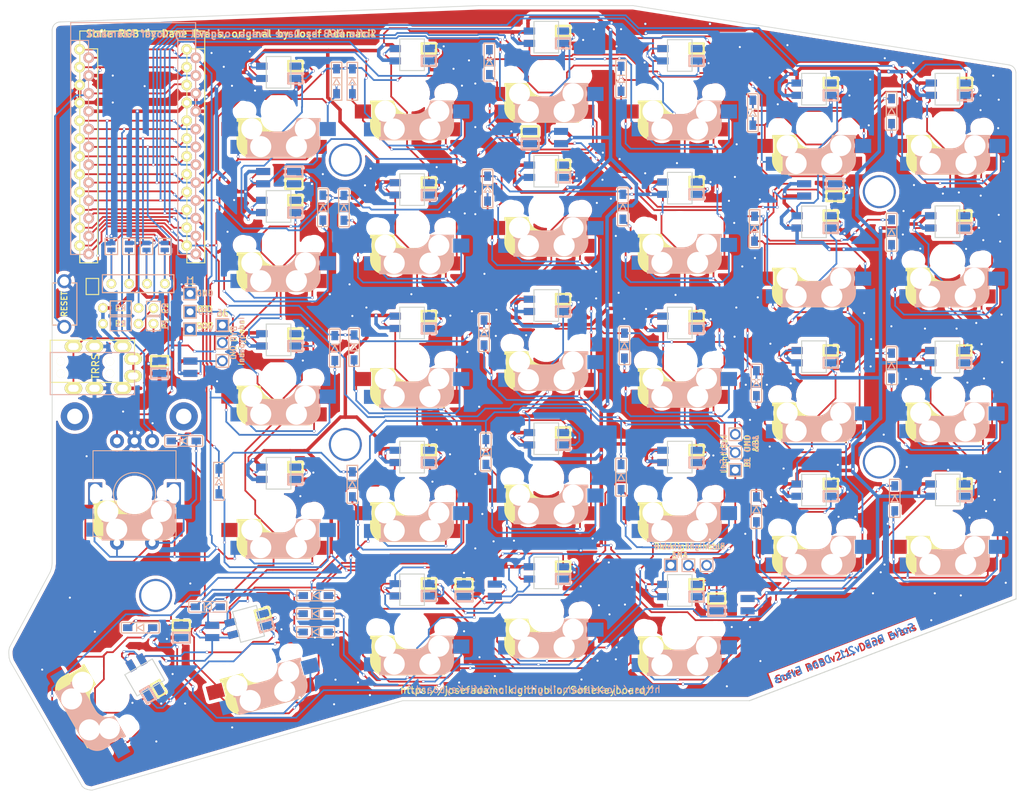
<source format=kicad_pcb>
(kicad_pcb (version 20171130) (host pcbnew 5.1.10-88a1d61d58~88~ubuntu18.04.1)
  (layers (0 F.Cu signal) (31 B.Cu signal) (34 B.Paste user hide) (35 F.Paste user hide) (36 B.SilkS user hide) (37 F.SilkS user hide) (38 B.Mask user) (39 F.Mask user hide) (44 Edge.Cuts user hide))
  (net 0 "")
  (net 1 "Net-(D1-Pad2)")
  (net 2 row4)
  (net 3 "Net-(D2-Pad2)")
  (net 4 "Net-(D3-Pad2)")
  (net 5 row0)
  (net 6 "Net-(D4-Pad2)")
  (net 7 row1)
  (net 8 "Net-(D5-Pad2)")
  (net 9 row2)
  (net 10 "Net-(D6-Pad2)")
  (net 11 row3)
  (net 12 "Net-(D7-Pad2)")
  (net 13 "Net-(D8-Pad2)")
  (net 14 "Net-(D9-Pad2)")
  (net 15 "Net-(D10-Pad2)")
  (net 16 "Net-(D11-Pad2)")
  (net 17 "Net-(D12-Pad2)")
  (net 18 "Net-(D13-Pad2)")
  (net 19 "Net-(D14-Pad2)")
  (net 20 "Net-(D15-Pad2)")
  (net 21 "Net-(D16-Pad2)")
  (net 22 "Net-(D17-Pad2)")
  (net 23 "Net-(D18-Pad2)")
  (net 24 "Net-(D19-Pad2)")
  (net 25 "Net-(D20-Pad2)")
  (net 26 "Net-(D21-Pad2)")
  (net 27 "Net-(D22-Pad2)")
  (net 28 "Net-(D23-Pad2)")
  (net 29 "Net-(D24-Pad2)")
  (net 30 "Net-(D26-Pad2)")
  (net 31 "Net-(D27-Pad2)")
  (net 32 "Net-(D28-Pad2)")
  (net 33 VCC)
  (net 34 GND)
  (net 35 col0)
  (net 36 col1)
  (net 37 col2)
  (net 38 col3)
  (net 39 col4)
  (net 40 SDA)
  (net 41 LED)
  (net 42 SCL)
  (net 43 RESET)
  (net 44 "Net-(D29-Pad2)")
  (net 45 "Net-(U1-Pad24)")
  (net 46 "Net-(U1-Pad7)")
  (net 47 DATA)
  (net 48 "Net-(J3-Pad1)")
  (net 49 "Net-(J3-Pad2)")
  (net 50 "Net-(J3-Pad3)")
  (net 51 "Net-(J3-Pad4)")
  (net 52 "Net-(D30-Pad2)")
  (net 53 SW25B)
  (net 54 SW25A)
  (net 55 ENCB)
  (net 56 ENCA)
  (net 57 /i2c_c)
  (net 58 /i2c_d)
  (net 59 "Net-(D31-Pad1)")
  (net 60 "Net-(D31-Pad3)")
  (net 61 "Net-(D32-Pad3)")
  (net 62 /underglow)
  (net 63 "Net-(D34-Pad1)")
  (net 64 "Net-(D35-Pad1)")
  (net 65 "Net-(D36-Pad1)")
  (net 66 lights)
  (net 67 "Net-(D37-Pad3)")
  (net 68 /backlight)
  (net 69 "Net-(J5-Pad3)")
  (net 70 "Net-(SW1-Pad3)")
  (net 71 "Net-(SW1-Pad1)")
  (net 72 "Net-(SW2-Pad3)")
  (net 73 "Net-(SW3-Pad3)")
  (net 74 "Net-(SW3-Pad1)")
  (net 75 "Net-(SW10-Pad1)")
  (net 76 "Net-(SW5-Pad3)")
  (net 77 "Net-(SW11-Pad3)")
  (net 78 "Net-(SW12-Pad1)")
  (net 79 "Net-(SW13-Pad3)")
  (net 80 "Net-(SW14-Pad1)")
  (net 81 "Net-(SW15-Pad3)")
  (net 82 "Net-(SW10-Pad3)")
  (net 83 "Net-(SW11-Pad1)")
  (net 84 "Net-(SW12-Pad3)")
  (net 85 "Net-(SW13-Pad1)")
  (net 86 "Net-(SW14-Pad3)")
  (net 87 "Net-(SW15-Pad1)")
  (net 88 "Net-(SW16-Pad3)")
  (net 89 "Net-(SW17-Pad1)")
  (net 90 "Net-(SW18-Pad3)")
  (net 91 "Net-(SW19-Pad1)")
  (net 92 "Net-(SW20-Pad3)")
  (net 93 "Net-(SW21-Pad1)")
  (net 94 "Net-(SW22-Pad3)")
  (net 95 "Net-(SW23-Pad1)")
  (net 96 "Net-(SW24-Pad3)")
  (net 97 "Net-(SW26-Pad3)")
  (net 98 "Net-(SW28-Pad3)")
  (module footprints:cherry_mx (layer F.Cu) (at 100 104.5 180)
    (fp_text reference SW31 hide)
    (fp_text value SW_PUSH-MX_W_LED hide)
    (pad "" np_thru_hole circle (at 2.54 -5.08) (size 3 3) (drill 3) (layers *.Cu *.Mask))
    (pad "" np_thru_hole circle (at 0 0 270) (size 4.1 4.1) (drill 4.1) (layers *.Cu *.Mask))
    (pad 6 smd rect (at 5.7 -5.12) (size 2.3 2) (layers B.Cu B.Paste B.Mask) (net 54 SW25A))
    (pad "" np_thru_hole circle (at -3.81 -2.54) (size 3 3) (drill 3) (layers *.Cu *.Mask))
    (pad "" np_thru_hole circle (at -4.5 0 180) (size 1.7 1.7) (drill 1.7) (layers *.Cu *.Mask))
    (pad 5 smd rect (at 7 -2.58) (size 2.3 2) (layers F.Cu F.Paste F.Mask) (net 53 SW25B))
    (pad 6 smd rect (at -5.7 -5.12) (size 2.3 2) (layers F.Cu F.Mask) (net 54 SW25A))
    (pad "" np_thru_hole circle (at -2.54 -5.08) (size 3 3) (drill 3) (layers *.Cu *.Mask))
    (pad "" np_thru_hole circle (at 4.5 0 180) (size 1.7 1.7) (drill 1.7) (layers *.Cu *.Mask))
    (pad "" np_thru_hole circle (at 5.08 0 180) (size 1.9 1.9) (drill 1.9) (layers *.Cu *.Mask))
    (pad "" np_thru_hole circle (at 3.81 -2.540001) (size 3 3) (drill 3) (layers *.Cu *.Mask))
    (pad "" np_thru_hole circle (at -5.08 0 180) (size 1.9 1.9) (drill 1.9) (layers *.Cu *.Mask))
    (pad 5 smd rect (at -7 -2.58) (size 2.3 2) (layers B.Cu B.Paste B.Mask) (net 53 SW25B))
  )
  (module LED_SMD:SK6812MINI_underglow_dev (layer F.Cu) (at 108.85 124.13)
    (fp_text reference D34 hide)
    (fp_text value LED_sk2812_SM hide)
    (pad 2 smd rect (at -2.2 -0.875) (size 2 1) (layers B.Cu B.Paste B.Mask) (net 34 GND))
    (pad 1 smd rect (at -2.2 0.875) (size 2 1) (layers B.Cu B.Paste B.Mask) (net 63 "Net-(D34-Pad1)"))
    (pad 4 smd rect (at 2.2 0.875) (size 2 1) (layers B.Cu B.Paste B.Mask) (net 33 VCC))
    (pad 3 smd rect (at 2.2 -0.875) (size 2 1) (layers B.Cu B.Paste B.Mask) (net 59 "Net-(D31-Pad1)"))
    (pad 2 smd rect (at -2.2 0.875) (size 2 1) (layers F.Cu F.Paste F.Mask) (net 34 GND))
    (pad 1 smd rect (at -2.2 -0.875) (size 2 1) (layers F.Cu F.Paste F.Mask) (net 63 "Net-(D34-Pad1)"))
    (pad 3 smd rect (at 2.2 0.875) (size 2 1) (layers F.Cu F.Paste F.Mask) (net 59 "Net-(D31-Pad1)"))
    (pad 4 smd rect (at 2.2 -0.875) (size 2 1) (layers F.Cu F.Paste F.Mask) (net 33 VCC))
  )
  (module LED_SMD:SK6812MINI_underglow_dev (layer F.Cu) (at 120.5 59.5 180)
    (fp_text reference D31 hide)
    (fp_text value LED_sk2812_SM hide)
    (pad 2 smd rect (at -2.2 -0.875 180) (size 2 1) (layers B.Cu B.Paste B.Mask) (net 34 GND))
    (pad 1 smd rect (at -2.2 0.875 180) (size 2 1) (layers B.Cu B.Paste B.Mask) (net 59 "Net-(D31-Pad1)"))
    (pad 4 smd rect (at 2.2 0.875 180) (size 2 1) (layers B.Cu B.Paste B.Mask) (net 33 VCC))
    (pad 3 smd rect (at 2.2 -0.875 180) (size 2 1) (layers B.Cu B.Paste B.Mask) (net 60 "Net-(D31-Pad3)"))
    (pad 2 smd rect (at -2.2 0.875 180) (size 2 1) (layers F.Cu F.Paste F.Mask) (net 34 GND))
    (pad 1 smd rect (at -2.2 -0.875 180) (size 2 1) (layers F.Cu F.Paste F.Mask) (net 59 "Net-(D31-Pad1)"))
    (pad 3 smd rect (at 2.2 0.875 180) (size 2 1) (layers F.Cu F.Paste F.Mask) (net 60 "Net-(D31-Pad3)"))
    (pad 4 smd rect (at 2.2 -0.875 180) (size 2 1) (layers F.Cu F.Paste F.Mask) (net 33 VCC))
  )
  (module LED_SMD:SK6812MINI_underglow_dev (layer F.Cu) (at 158.5 53.79)
    (fp_text reference D32 hide)
    (fp_text value LED_sk2812_SM hide)
    (pad 2 smd rect (at -2.2 -0.875) (size 2 1) (layers B.Cu B.Paste B.Mask) (net 34 GND))
    (pad 1 smd rect (at -2.2 0.875) (size 2 1) (layers B.Cu B.Paste B.Mask) (net 60 "Net-(D31-Pad3)"))
    (pad 4 smd rect (at 2.2 0.875) (size 2 1) (layers B.Cu B.Paste B.Mask) (net 33 VCC))
    (pad 3 smd rect (at 2.2 -0.875) (size 2 1) (layers B.Cu B.Paste B.Mask) (net 61 "Net-(D32-Pad3)"))
    (pad 2 smd rect (at -2.2 0.875) (size 2 1) (layers F.Cu F.Paste F.Mask) (net 34 GND))
    (pad 1 smd rect (at -2.2 -0.875) (size 2 1) (layers F.Cu F.Paste F.Mask) (net 60 "Net-(D31-Pad3)"))
    (pad 3 smd rect (at 2.2 0.875) (size 2 1) (layers F.Cu F.Paste F.Mask) (net 61 "Net-(D32-Pad3)"))
    (pad 4 smd rect (at 2.2 -0.875) (size 2 1) (layers F.Cu F.Paste F.Mask) (net 33 VCC))
  )
  (module LED_SMD:SK6812MINI_underglow_dev (layer F.Cu) (at 197.5 61.25 180)
    (fp_text reference D33 hide)
    (fp_text value LED_sk2812_SM hide)
    (pad 2 smd rect (at -2.2 -0.875 180) (size 2 1) (layers B.Cu B.Paste B.Mask) (net 34 GND))
    (pad 1 smd rect (at -2.2 0.875 180) (size 2 1) (layers B.Cu B.Paste B.Mask) (net 61 "Net-(D32-Pad3)"))
    (pad 4 smd rect (at 2.2 0.875 180) (size 2 1) (layers B.Cu B.Paste B.Mask) (net 33 VCC))
    (pad 3 smd rect (at 2.2 -0.875 180) (size 2 1) (layers B.Cu B.Paste B.Mask) (net 62 /underglow))
    (pad 2 smd rect (at -2.2 0.875 180) (size 2 1) (layers F.Cu F.Paste F.Mask) (net 34 GND))
    (pad 1 smd rect (at -2.2 -0.875 180) (size 2 1) (layers F.Cu F.Paste F.Mask) (net 61 "Net-(D32-Pad3)"))
    (pad 3 smd rect (at 2.2 0.875 180) (size 2 1) (layers F.Cu F.Paste F.Mask) (net 62 /underglow))
    (pad 4 smd rect (at 2.2 -0.875 180) (size 2 1) (layers F.Cu F.Paste F.Mask) (net 33 VCC))
  )
  (module LED_SMD:SK6812MINI_underglow_dev (layer F.Cu) (at 149.0836 118.2626)
    (fp_text reference D35 hide)
    (fp_text value LED_sk2812_SM hide)
    (pad 2 smd rect (at -2.2 -0.875) (size 2 1) (layers B.Cu B.Paste B.Mask) (net 34 GND))
    (pad 1 smd rect (at -2.2 0.875) (size 2 1) (layers B.Cu B.Paste B.Mask) (net 64 "Net-(D35-Pad1)"))
    (pad 4 smd rect (at 2.2 0.875) (size 2 1) (layers B.Cu B.Paste B.Mask) (net 33 VCC))
    (pad 3 smd rect (at 2.2 -0.875) (size 2 1) (layers B.Cu B.Paste B.Mask) (net 63 "Net-(D34-Pad1)"))
    (pad 2 smd rect (at -2.2 0.875) (size 2 1) (layers F.Cu F.Paste F.Mask) (net 34 GND))
    (pad 1 smd rect (at -2.2 -0.875) (size 2 1) (layers F.Cu F.Paste F.Mask) (net 64 "Net-(D35-Pad1)"))
    (pad 3 smd rect (at 2.2 0.875) (size 2 1) (layers F.Cu F.Paste F.Mask) (net 63 "Net-(D34-Pad1)"))
    (pad 4 smd rect (at 2.2 -0.875) (size 2 1) (layers F.Cu F.Paste F.Mask) (net 33 VCC))
  )
  (module LED_SMD:SK6812MINI_underglow_dev (layer F.Cu) (at 185.05 120.32)
    (fp_text reference D36 hide)
    (fp_text value LED_sk2812_SM hide)
    (pad 2 smd rect (at -2.2 -0.875) (size 2 1) (layers B.Cu B.Paste B.Mask) (net 34 GND))
    (pad 1 smd rect (at -2.2 0.875) (size 2 1) (layers B.Cu B.Paste B.Mask) (net 65 "Net-(D36-Pad1)"))
    (pad 4 smd rect (at 2.2 0.875) (size 2 1) (layers B.Cu B.Paste B.Mask) (net 33 VCC))
    (pad 3 smd rect (at 2.2 -0.875) (size 2 1) (layers B.Cu B.Paste B.Mask) (net 64 "Net-(D35-Pad1)"))
    (pad 2 smd rect (at -2.2 0.875) (size 2 1) (layers F.Cu F.Paste F.Mask) (net 34 GND))
    (pad 1 smd rect (at -2.2 -0.875) (size 2 1) (layers F.Cu F.Paste F.Mask) (net 65 "Net-(D36-Pad1)"))
    (pad 3 smd rect (at 2.2 0.875) (size 2 1) (layers F.Cu F.Paste F.Mask) (net 64 "Net-(D35-Pad1)"))
    (pad 4 smd rect (at 2.2 -0.875) (size 2 1) (layers F.Cu F.Paste F.Mask) (net 33 VCC))
  )
  (module LED_SMD:SK6812MINI_underglow_dev (layer F.Cu) (at 105.75 86.5)
    (fp_text reference D37 hide)
    (fp_text value LED_sk2812_SM hide)
    (pad 2 smd rect (at -2.2 -0.875) (size 2 1) (layers B.Cu B.Paste B.Mask) (net 34 GND))
    (pad 1 smd rect (at -2.2 0.875) (size 2 1) (layers B.Cu B.Paste B.Mask) (net 66 lights))
    (pad 4 smd rect (at 2.2 0.875) (size 2 1) (layers B.Cu B.Paste B.Mask) (net 33 VCC))
    (pad 3 smd rect (at 2.2 -0.875) (size 2 1) (layers B.Cu B.Paste B.Mask) (net 67 "Net-(D37-Pad3)"))
    (pad 2 smd rect (at -2.2 0.875) (size 2 1) (layers F.Cu F.Paste F.Mask) (net 34 GND))
    (pad 1 smd rect (at -2.2 -0.875) (size 2 1) (layers F.Cu F.Paste F.Mask) (net 66 lights))
    (pad 3 smd rect (at 2.2 0.875) (size 2 1) (layers F.Cu F.Paste F.Mask) (net 67 "Net-(D37-Pad3)"))
    (pad 4 smd rect (at 2.2 -0.875) (size 2 1) (layers F.Cu F.Paste F.Mask) (net 33 VCC))
  )
  (module SofleKeyboard-footprint:LED (layer F.Cu) (at 107.9 81.1 180)
    (fp_text reference J1 (at 0 6.9 180) (layer F.SilkS))
    (fp_text value LED hide)
    (fp_text user GND (at -2.1 5.14 180) (layer F.SilkS) (effects (font (size 0.8 0.8))))
    (fp_text user LED (at -2.2 2.5 180) (layer B.SilkS) (effects (font (size 0.8 0.8)) (justify mirror)))
    (fp_text user LED (at -2.1 2.9 180) (layer F.SilkS) (effects (font (size 0.8 0.8)) (justify mirror)))
    (fp_text user GND (at -2.1 5.1 180) (layer B.SilkS) (effects (font (size 0.8 0.8)) (justify mirror)))
    (fp_text user VCC (at -2.2 0.1 180) (layer B.SilkS) (effects (font (size 0.8 0.8)) (justify mirror)))
    (fp_text user VCC (at -2.1 0.5 180) (layer F.SilkS) (effects (font (size 0.8 0.8)) (justify mirror)))
    (fp_text user J1 (at 0 6.9 180) (layer B.SilkS) (effects (justify mirror)))
    (pad 1 thru_hole rect (at 0 0 270) (size 1.524 1.524) (drill 1) (layers *.Cu *.Mask) (net 33 VCC))
    (pad 2 thru_hole rect (at 0 2.5 180) (size 1.524 1.524) (drill 1) (layers *.Cu *.Mask) (net 41 LED))
    (pad 3 thru_hole rect (at 0 5.1 180) (size 1.524 1.524) (drill 1) (layers *.Cu *.Mask) (net 34 GND))
  )
  (module Connector:3x1header (layer F.Cu) (at 112.5 80.5)
    (fp_text reference J6 (at 0 -1.7 -180) (layer F.SilkS))
    (fp_text value "indicator bypass" hide)
    (fp_text user J6 (at 0 -1.7 -180) (layer B.SilkS) (effects (justify mirror)))
    (pad 3 thru_hole circle (at 0 5.1) (size 1.524 1.524) (drill 1) (layers *.Cu *.Mask) (net 67 "Net-(D37-Pad3)"))
    (pad 2 thru_hole circle (at 0 2.5) (size 1.524 1.524) (drill 1) (layers *.Cu *.Mask) (net 41 LED))
    (pad 1 thru_hole rect (at 0 0 90) (size 1.524 1.524) (drill 1) (layers *.Cu *.Mask) (net 66 lights))
  )
  (module Button_Switch_Keyboard:SK6812MINI_and_cherry (layer F.Cu) (at 215.8 52.4 180)
    (fp_text reference SW6 hide)
    (fp_text value SW_PUSH-MX_W_LED hide)
    (pad 2 smd rect (at -2.4 6.375 180) (size 1.6 1) (layers B.Cu B.Paste B.Mask) (net 34 GND))
    (pad 1 smd rect (at -2.4 4.625 180) (size 1.6 1) (layers B.Cu B.Paste B.Mask) (net 76 "Net-(SW5-Pad3)"))
    (pad 4 smd rect (at 2.4 4.625 180) (size 1.6 1) (layers B.Cu B.Paste B.Mask) (net 33 VCC))
    (pad 3 smd rect (at 2.4 6.375 180) (size 1.6 1) (layers B.Cu B.Paste B.Mask) (net 78 "Net-(SW12-Pad1)"))
    (pad 2 smd rect (at -2.4 4.625 180) (size 1.6 1) (layers F.Cu F.Paste F.Mask) (net 34 GND))
    (pad 1 smd rect (at -2.4 6.375 180) (size 1.6 1) (layers F.Cu F.Paste F.Mask) (net 76 "Net-(SW5-Pad3)"))
    (pad 3 smd rect (at 2.4 4.625 180) (size 1.6 1) (layers F.Cu F.Paste F.Mask) (net 78 "Net-(SW12-Pad1)"))
    (pad 4 smd rect (at 2.4 6.375 180) (size 1.6 1) (layers F.Cu F.Paste F.Mask) (net 33 VCC))
    (pad "" np_thru_hole circle (at 2.54 -5.08) (size 3 3) (drill 3) (layers *.Cu *.Mask))
    (pad "" np_thru_hole circle (at 0 0 270) (size 4.1 4.1) (drill 4.1) (layers *.Cu *.Mask))
    (pad 6 smd rect (at 5.7 -5.12) (size 2.3 2) (layers B.Cu B.Paste B.Mask) (net 35 col0))
    (pad "" np_thru_hole circle (at -3.81 -2.54) (size 3 3) (drill 3) (layers *.Cu *.Mask))
    (pad "" np_thru_hole circle (at -4.5 0 180) (size 1.7 1.7) (drill 1.7) (layers *.Cu *.Mask))
    (pad 5 smd rect (at 7 -2.58) (size 2.3 2) (layers F.Cu F.Paste F.Mask) (net 10 "Net-(D6-Pad2)"))
    (pad 6 smd rect (at -5.7 -5.12) (size 2.3 2) (layers F.Cu F.Mask) (net 35 col0))
    (pad "" np_thru_hole circle (at -2.54 -5.08) (size 3 3) (drill 3) (layers *.Cu *.Mask))
    (pad "" np_thru_hole circle (at 4.5 0 180) (size 1.7 1.7) (drill 1.7) (layers *.Cu *.Mask))
    (pad "" np_thru_hole circle (at 5.08 0 180) (size 1.9 1.9) (drill 1.9) (layers *.Cu *.Mask))
    (pad "" np_thru_hole circle (at 3.81 -2.540001) (size 3 3) (drill 3) (layers *.Cu *.Mask))
    (pad "" np_thru_hole circle (at -5.08 0 180) (size 1.9 1.9) (drill 1.9) (layers *.Cu *.Mask))
    (pad 5 smd rect (at -7 -2.58) (size 2.3 2) (layers B.Cu B.Paste B.Mask) (net 10 "Net-(D6-Pad2)"))
  )
  (module dane:gecko-logo (layer B.Cu) (at 201 122.75 180)
    (fp_text reference G*** hide)
    (fp_text value LOGO hide)
  )
  (module dane:gecko-logo (layer F.Cu) (at 200.25 122.75)
    (fp_text reference G*** hide)
    (fp_text value LOGO hide)
  )
  (module Button_Switch_Keyboard:SK6812MINI_and_cherry (layer F.Cu) (at 158.6 102.19 180)
    (fp_text reference SW21 hide)
    (fp_text value SW_PUSH-MX_W_LED hide)
    (pad 5 smd rect (at -7 -2.58) (size 2.3 2) (layers B.Cu B.Paste B.Mask) (net 26 "Net-(D21-Pad2)"))
    (pad "" np_thru_hole circle (at -5.08 0 180) (size 1.9 1.9) (drill 1.9) (layers *.Cu *.Mask))
    (pad "" np_thru_hole circle (at 3.81 -2.540001) (size 3 3) (drill 3) (layers *.Cu *.Mask))
    (pad "" np_thru_hole circle (at 5.08 0 180) (size 1.9 1.9) (drill 1.9) (layers *.Cu *.Mask))
    (pad "" np_thru_hole circle (at 4.5 0 180) (size 1.7 1.7) (drill 1.7) (layers *.Cu *.Mask))
    (pad "" np_thru_hole circle (at -2.54 -5.08) (size 3 3) (drill 3) (layers *.Cu *.Mask))
    (pad 6 smd rect (at -5.7 -5.12) (size 2.3 2) (layers F.Cu F.Mask) (net 38 col3))
    (pad 5 smd rect (at 7 -2.58) (size 2.3 2) (layers F.Cu F.Paste F.Mask) (net 26 "Net-(D21-Pad2)"))
    (pad "" np_thru_hole circle (at -4.5 0 180) (size 1.7 1.7) (drill 1.7) (layers *.Cu *.Mask))
    (pad "" np_thru_hole circle (at -3.81 -2.54) (size 3 3) (drill 3) (layers *.Cu *.Mask))
    (pad 6 smd rect (at 5.7 -5.12) (size 2.3 2) (layers B.Cu B.Paste B.Mask) (net 38 col3))
    (pad "" np_thru_hole circle (at 0 0 270) (size 4.1 4.1) (drill 4.1) (layers *.Cu *.Mask))
    (pad "" np_thru_hole circle (at 2.54 -5.08) (size 3 3) (drill 3) (layers *.Cu *.Mask))
    (pad 4 smd rect (at 2.4 6.375 180) (size 1.6 1) (layers F.Cu F.Paste F.Mask) (net 33 VCC))
    (pad 3 smd rect (at 2.4 4.625 180) (size 1.6 1) (layers F.Cu F.Paste F.Mask) (net 87 "Net-(SW15-Pad1)"))
    (pad 1 smd rect (at -2.4 6.375 180) (size 1.6 1) (layers F.Cu F.Paste F.Mask) (net 93 "Net-(SW21-Pad1)"))
    (pad 2 smd rect (at -2.4 4.625 180) (size 1.6 1) (layers F.Cu F.Paste F.Mask) (net 34 GND))
    (pad 3 smd rect (at 2.4 6.375 180) (size 1.6 1) (layers B.Cu B.Paste B.Mask) (net 87 "Net-(SW15-Pad1)"))
    (pad 4 smd rect (at 2.4 4.625 180) (size 1.6 1) (layers B.Cu B.Paste B.Mask) (net 33 VCC))
    (pad 1 smd rect (at -2.4 4.625 180) (size 1.6 1) (layers B.Cu B.Paste B.Mask) (net 93 "Net-(SW21-Pad1)"))
    (pad 2 smd rect (at -2.4 6.375 180) (size 1.6 1) (layers B.Cu B.Paste B.Mask) (net 34 GND))
  )
  (module Button_Switch_Keyboard:SK6812MINI_and_cherry (layer F.Cu) (at 196.7 109.5 180)
    (fp_text reference SW23 hide)
    (fp_text value SW_PUSH-MX_W_LED hide)
    (pad 5 smd rect (at -7 -2.58) (size 2.3 2) (layers B.Cu B.Paste B.Mask) (net 28 "Net-(D23-Pad2)"))
    (pad "" np_thru_hole circle (at -5.08 0 180) (size 1.9 1.9) (drill 1.9) (layers *.Cu *.Mask))
    (pad "" np_thru_hole circle (at 3.81 -2.540001) (size 3 3) (drill 3) (layers *.Cu *.Mask))
    (pad "" np_thru_hole circle (at 5.08 0 180) (size 1.9 1.9) (drill 1.9) (layers *.Cu *.Mask))
    (pad "" np_thru_hole circle (at 4.5 0 180) (size 1.7 1.7) (drill 1.7) (layers *.Cu *.Mask))
    (pad "" np_thru_hole circle (at -2.54 -5.08) (size 3 3) (drill 3) (layers *.Cu *.Mask))
    (pad 6 smd rect (at -5.7 -5.12) (size 2.3 2) (layers F.Cu F.Mask) (net 36 col1))
    (pad 5 smd rect (at 7 -2.58) (size 2.3 2) (layers F.Cu F.Paste F.Mask) (net 28 "Net-(D23-Pad2)"))
    (pad "" np_thru_hole circle (at -4.5 0 180) (size 1.7 1.7) (drill 1.7) (layers *.Cu *.Mask))
    (pad "" np_thru_hole circle (at -3.81 -2.54) (size 3 3) (drill 3) (layers *.Cu *.Mask))
    (pad 6 smd rect (at 5.7 -5.12) (size 2.3 2) (layers B.Cu B.Paste B.Mask) (net 36 col1))
    (pad "" np_thru_hole circle (at 0 0 270) (size 4.1 4.1) (drill 4.1) (layers *.Cu *.Mask))
    (pad "" np_thru_hole circle (at 2.54 -5.08) (size 3 3) (drill 3) (layers *.Cu *.Mask))
    (pad 4 smd rect (at 2.4 6.375 180) (size 1.6 1) (layers F.Cu F.Paste F.Mask) (net 33 VCC))
    (pad 3 smd rect (at 2.4 4.625 180) (size 1.6 1) (layers F.Cu F.Paste F.Mask) (net 89 "Net-(SW17-Pad1)"))
    (pad 1 smd rect (at -2.4 6.375 180) (size 1.6 1) (layers F.Cu F.Paste F.Mask) (net 95 "Net-(SW23-Pad1)"))
    (pad 2 smd rect (at -2.4 4.625 180) (size 1.6 1) (layers F.Cu F.Paste F.Mask) (net 34 GND))
    (pad 3 smd rect (at 2.4 6.375 180) (size 1.6 1) (layers B.Cu B.Paste B.Mask) (net 89 "Net-(SW17-Pad1)"))
    (pad 4 smd rect (at 2.4 4.625 180) (size 1.6 1) (layers B.Cu B.Paste B.Mask) (net 33 VCC))
    (pad 1 smd rect (at -2.4 4.625 180) (size 1.6 1) (layers B.Cu B.Paste B.Mask) (net 95 "Net-(SW23-Pad1)"))
    (pad 2 smd rect (at -2.4 6.375 180) (size 1.6 1) (layers B.Cu B.Paste B.Mask) (net 34 GND))
  )
  (module Button_Switch_Keyboard:SK6812MINI_and_cherry (layer F.Cu) (at 215.7 71.3 180)
    (fp_text reference SW12 hide)
    (fp_text value SW_PUSH-MX_W_LED hide)
    (pad 5 smd rect (at -7 -2.58) (size 2.3 2) (layers B.Cu B.Paste B.Mask) (net 17 "Net-(D12-Pad2)"))
    (pad "" np_thru_hole circle (at -5.08 0 180) (size 1.9 1.9) (drill 1.9) (layers *.Cu *.Mask))
    (pad "" np_thru_hole circle (at 3.81 -2.540001) (size 3 3) (drill 3) (layers *.Cu *.Mask))
    (pad "" np_thru_hole circle (at 5.08 0 180) (size 1.9 1.9) (drill 1.9) (layers *.Cu *.Mask))
    (pad "" np_thru_hole circle (at 4.5 0 180) (size 1.7 1.7) (drill 1.7) (layers *.Cu *.Mask))
    (pad "" np_thru_hole circle (at -2.54 -5.08) (size 3 3) (drill 3) (layers *.Cu *.Mask))
    (pad 6 smd rect (at -5.7 -5.12) (size 2.3 2) (layers F.Cu F.Mask) (net 35 col0))
    (pad 5 smd rect (at 7 -2.58) (size 2.3 2) (layers F.Cu F.Paste F.Mask) (net 17 "Net-(D12-Pad2)"))
    (pad "" np_thru_hole circle (at -4.5 0 180) (size 1.7 1.7) (drill 1.7) (layers *.Cu *.Mask))
    (pad "" np_thru_hole circle (at -3.81 -2.54) (size 3 3) (drill 3) (layers *.Cu *.Mask))
    (pad 6 smd rect (at 5.7 -5.12) (size 2.3 2) (layers B.Cu B.Paste B.Mask) (net 35 col0))
    (pad "" np_thru_hole circle (at 0 0 270) (size 4.1 4.1) (drill 4.1) (layers *.Cu *.Mask))
    (pad "" np_thru_hole circle (at 2.54 -5.08) (size 3 3) (drill 3) (layers *.Cu *.Mask))
    (pad 4 smd rect (at 2.4 6.375 180) (size 1.6 1) (layers F.Cu F.Paste F.Mask) (net 33 VCC))
    (pad 3 smd rect (at 2.4 4.625 180) (size 1.6 1) (layers F.Cu F.Paste F.Mask) (net 84 "Net-(SW12-Pad3)"))
    (pad 1 smd rect (at -2.4 6.375 180) (size 1.6 1) (layers F.Cu F.Paste F.Mask) (net 78 "Net-(SW12-Pad1)"))
    (pad 2 smd rect (at -2.4 4.625 180) (size 1.6 1) (layers F.Cu F.Paste F.Mask) (net 34 GND))
    (pad 3 smd rect (at 2.4 6.375 180) (size 1.6 1) (layers B.Cu B.Paste B.Mask) (net 84 "Net-(SW12-Pad3)"))
    (pad 4 smd rect (at 2.4 4.625 180) (size 1.6 1) (layers B.Cu B.Paste B.Mask) (net 33 VCC))
    (pad 1 smd rect (at -2.4 4.625 180) (size 1.6 1) (layers B.Cu B.Paste B.Mask) (net 78 "Net-(SW12-Pad1)"))
    (pad 2 smd rect (at -2.4 6.375 180) (size 1.6 1) (layers B.Cu B.Paste B.Mask) (net 34 GND))
  )
  (module Button_Switch_Keyboard:SK6812MINI_and_cherry (layer F.Cu) (at 196.7 71.3 180)
    (fp_text reference SW11 hide)
    (fp_text value SW_PUSH-MX_W_LED hide)
    (pad 5 smd rect (at -7 -2.58) (size 2.3 2) (layers B.Cu B.Paste B.Mask) (net 16 "Net-(D11-Pad2)"))
    (pad "" np_thru_hole circle (at -5.08 0 180) (size 1.9 1.9) (drill 1.9) (layers *.Cu *.Mask))
    (pad "" np_thru_hole circle (at 3.81 -2.540001) (size 3 3) (drill 3) (layers *.Cu *.Mask))
    (pad "" np_thru_hole circle (at 5.08 0 180) (size 1.9 1.9) (drill 1.9) (layers *.Cu *.Mask))
    (pad "" np_thru_hole circle (at 4.5 0 180) (size 1.7 1.7) (drill 1.7) (layers *.Cu *.Mask))
    (pad "" np_thru_hole circle (at -2.54 -5.08) (size 3 3) (drill 3) (layers *.Cu *.Mask))
    (pad 6 smd rect (at -5.7 -5.12) (size 2.3 2) (layers F.Cu F.Mask) (net 36 col1))
    (pad 5 smd rect (at 7 -2.58) (size 2.3 2) (layers F.Cu F.Paste F.Mask) (net 16 "Net-(D11-Pad2)"))
    (pad "" np_thru_hole circle (at -4.5 0 180) (size 1.7 1.7) (drill 1.7) (layers *.Cu *.Mask))
    (pad "" np_thru_hole circle (at -3.81 -2.54) (size 3 3) (drill 3) (layers *.Cu *.Mask))
    (pad 6 smd rect (at 5.7 -5.12) (size 2.3 2) (layers B.Cu B.Paste B.Mask) (net 36 col1))
    (pad "" np_thru_hole circle (at 0 0 270) (size 4.1 4.1) (drill 4.1) (layers *.Cu *.Mask))
    (pad "" np_thru_hole circle (at 2.54 -5.08) (size 3 3) (drill 3) (layers *.Cu *.Mask))
    (pad 4 smd rect (at 2.4 6.375 180) (size 1.6 1) (layers F.Cu F.Paste F.Mask) (net 33 VCC))
    (pad 3 smd rect (at 2.4 4.625 180) (size 1.6 1) (layers F.Cu F.Paste F.Mask) (net 77 "Net-(SW11-Pad3)"))
    (pad 1 smd rect (at -2.4 6.375 180) (size 1.6 1) (layers F.Cu F.Paste F.Mask) (net 83 "Net-(SW11-Pad1)"))
    (pad 2 smd rect (at -2.4 4.625 180) (size 1.6 1) (layers F.Cu F.Paste F.Mask) (net 34 GND))
    (pad 3 smd rect (at 2.4 6.375 180) (size 1.6 1) (layers B.Cu B.Paste B.Mask) (net 77 "Net-(SW11-Pad3)"))
    (pad 4 smd rect (at 2.4 4.625 180) (size 1.6 1) (layers B.Cu B.Paste B.Mask) (net 33 VCC))
    (pad 1 smd rect (at -2.4 4.625 180) (size 1.6 1) (layers B.Cu B.Paste B.Mask) (net 83 "Net-(SW11-Pad1)"))
    (pad 2 smd rect (at -2.4 6.375 180) (size 1.6 1) (layers B.Cu B.Paste B.Mask) (net 34 GND))
  )
  (module Button_Switch_Keyboard:SK6812MINI_and_cherry (layer F.Cu) (at 196.7 90.5 180)
    (fp_text reference SW17 hide)
    (fp_text value SW_PUSH-MX_W_LED hide)
    (pad 5 smd rect (at -7 -2.58) (size 2.3 2) (layers B.Cu B.Paste B.Mask) (net 22 "Net-(D17-Pad2)"))
    (pad "" np_thru_hole circle (at -5.08 0 180) (size 1.9 1.9) (drill 1.9) (layers *.Cu *.Mask))
    (pad "" np_thru_hole circle (at 3.81 -2.540001) (size 3 3) (drill 3) (layers *.Cu *.Mask))
    (pad "" np_thru_hole circle (at 5.08 0 180) (size 1.9 1.9) (drill 1.9) (layers *.Cu *.Mask))
    (pad "" np_thru_hole circle (at 4.5 0 180) (size 1.7 1.7) (drill 1.7) (layers *.Cu *.Mask))
    (pad "" np_thru_hole circle (at -2.54 -5.08) (size 3 3) (drill 3) (layers *.Cu *.Mask))
    (pad 6 smd rect (at -5.7 -5.12) (size 2.3 2) (layers F.Cu F.Mask) (net 36 col1))
    (pad 5 smd rect (at 7 -2.58) (size 2.3 2) (layers F.Cu F.Paste F.Mask) (net 22 "Net-(D17-Pad2)"))
    (pad "" np_thru_hole circle (at -4.5 0 180) (size 1.7 1.7) (drill 1.7) (layers *.Cu *.Mask))
    (pad "" np_thru_hole circle (at -3.81 -2.54) (size 3 3) (drill 3) (layers *.Cu *.Mask))
    (pad 6 smd rect (at 5.7 -5.12) (size 2.3 2) (layers B.Cu B.Paste B.Mask) (net 36 col1))
    (pad "" np_thru_hole circle (at 0 0 270) (size 4.1 4.1) (drill 4.1) (layers *.Cu *.Mask))
    (pad "" np_thru_hole circle (at 2.54 -5.08) (size 3 3) (drill 3) (layers *.Cu *.Mask))
    (pad 4 smd rect (at 2.4 6.375 180) (size 1.6 1) (layers F.Cu F.Paste F.Mask) (net 33 VCC))
    (pad 3 smd rect (at 2.4 4.625 180) (size 1.6 1) (layers F.Cu F.Paste F.Mask) (net 83 "Net-(SW11-Pad1)"))
    (pad 1 smd rect (at -2.4 6.375 180) (size 1.6 1) (layers F.Cu F.Paste F.Mask) (net 89 "Net-(SW17-Pad1)"))
    (pad 2 smd rect (at -2.4 4.625 180) (size 1.6 1) (layers F.Cu F.Paste F.Mask) (net 34 GND))
    (pad 3 smd rect (at 2.4 6.375 180) (size 1.6 1) (layers B.Cu B.Paste B.Mask) (net 83 "Net-(SW11-Pad1)"))
    (pad 4 smd rect (at 2.4 4.625 180) (size 1.6 1) (layers B.Cu B.Paste B.Mask) (net 33 VCC))
    (pad 1 smd rect (at -2.4 4.625 180) (size 1.6 1) (layers B.Cu B.Paste B.Mask) (net 89 "Net-(SW17-Pad1)"))
    (pad 2 smd rect (at -2.4 6.375 180) (size 1.6 1) (layers B.Cu B.Paste B.Mask) (net 34 GND))
  )
  (module Button_Switch_Keyboard:SK6812MINI_and_cherry (layer F.Cu) (at 139.5 47.5 180)
    (fp_text reference SW2 hide)
    (fp_text value SW_PUSH-MX_W_LED hide)
    (pad 5 smd rect (at -7 -2.58) (size 2.3 2) (layers B.Cu B.Paste B.Mask) (net 3 "Net-(D2-Pad2)"))
    (pad "" np_thru_hole circle (at -5.08 0 180) (size 1.9 1.9) (drill 1.9) (layers *.Cu *.Mask))
    (pad "" np_thru_hole circle (at 3.81 -2.540001) (size 3 3) (drill 3) (layers *.Cu *.Mask))
    (pad "" np_thru_hole circle (at 5.08 0 180) (size 1.9 1.9) (drill 1.9) (layers *.Cu *.Mask))
    (pad "" np_thru_hole circle (at 4.5 0 180) (size 1.7 1.7) (drill 1.7) (layers *.Cu *.Mask))
    (pad "" np_thru_hole circle (at -2.54 -5.08) (size 3 3) (drill 3) (layers *.Cu *.Mask))
    (pad 6 smd rect (at -5.7 -5.12) (size 2.3 2) (layers F.Cu F.Mask) (net 39 col4))
    (pad 5 smd rect (at 7 -2.58) (size 2.3 2) (layers F.Cu F.Paste F.Mask) (net 3 "Net-(D2-Pad2)"))
    (pad "" np_thru_hole circle (at -4.5 0 180) (size 1.7 1.7) (drill 1.7) (layers *.Cu *.Mask))
    (pad "" np_thru_hole circle (at -3.81 -2.54) (size 3 3) (drill 3) (layers *.Cu *.Mask))
    (pad 6 smd rect (at 5.7 -5.12) (size 2.3 2) (layers B.Cu B.Paste B.Mask) (net 39 col4))
    (pad "" np_thru_hole circle (at 0 0 270) (size 4.1 4.1) (drill 4.1) (layers *.Cu *.Mask))
    (pad "" np_thru_hole circle (at 2.54 -5.08) (size 3 3) (drill 3) (layers *.Cu *.Mask))
    (pad 4 smd rect (at 2.4 6.375 180) (size 1.6 1) (layers F.Cu F.Paste F.Mask) (net 33 VCC))
    (pad 3 smd rect (at 2.4 4.625 180) (size 1.6 1) (layers F.Cu F.Paste F.Mask) (net 72 "Net-(SW2-Pad3)"))
    (pad 1 smd rect (at -2.4 6.375 180) (size 1.6 1) (layers F.Cu F.Paste F.Mask) (net 70 "Net-(SW1-Pad3)"))
    (pad 2 smd rect (at -2.4 4.625 180) (size 1.6 1) (layers F.Cu F.Paste F.Mask) (net 34 GND))
    (pad 3 smd rect (at 2.4 6.375 180) (size 1.6 1) (layers B.Cu B.Paste B.Mask) (net 72 "Net-(SW2-Pad3)"))
    (pad 4 smd rect (at 2.4 4.625 180) (size 1.6 1) (layers B.Cu B.Paste B.Mask) (net 33 VCC))
    (pad 1 smd rect (at -2.4 4.625 180) (size 1.6 1) (layers B.Cu B.Paste B.Mask) (net 70 "Net-(SW1-Pad3)"))
    (pad 2 smd rect (at -2.4 6.375 180) (size 1.6 1) (layers B.Cu B.Paste B.Mask) (net 34 GND))
  )
  (module Diode_SMD:crkbd-diode (layer F.Cu) (at 125.805 119.02)
    (fp_text reference D30 hide)
    (fp_text value D hide)
    (pad 1 smd rect (at -1.775 0) (size 1.3 0.95) (layers F.Cu F.Paste F.Mask) (net 2 row4))
    (pad 2 smd rect (at 1.775 0) (size 1.3 0.95) (layers B.Cu B.Paste B.Mask) (net 52 "Net-(D30-Pad2)"))
    (pad 1 smd rect (at -1.775 0) (size 1.3 0.95) (layers B.Cu B.Paste B.Mask) (net 2 row4))
    (pad 2 smd rect (at 1.775 0) (size 1.3 0.95) (layers F.Cu F.Paste F.Mask) (net 52 "Net-(D30-Pad2)"))
  )
  (module Diode_SMD:crkbd-diode (layer F.Cu) (at 125.775 121.6)
    (fp_text reference D29 hide)
    (fp_text value D hide)
    (pad 2 smd rect (at 1.775 0) (size 1.3 0.95) (layers F.Cu F.Paste F.Mask) (net 44 "Net-(D29-Pad2)"))
    (pad 1 smd rect (at -1.775 0) (size 1.3 0.95) (layers B.Cu B.Paste B.Mask) (net 2 row4))
    (pad 2 smd rect (at 1.775 0) (size 1.3 0.95) (layers B.Cu B.Paste B.Mask) (net 44 "Net-(D29-Pad2)"))
    (pad 1 smd rect (at -1.775 0) (size 1.3 0.95) (layers F.Cu F.Paste F.Mask) (net 2 row4))
  )
  (module Diode_SMD:crkbd-diode (layer F.Cu) (at 125.775 124.2)
    (fp_text reference D28 hide)
    (fp_text value D hide)
    (pad 1 smd rect (at -1.775 0) (size 1.3 0.95) (layers F.Cu F.Paste F.Mask) (net 2 row4))
    (pad 2 smd rect (at 1.775 0) (size 1.3 0.95) (layers B.Cu B.Paste B.Mask) (net 32 "Net-(D28-Pad2)"))
    (pad 1 smd rect (at -1.775 0) (size 1.3 0.95) (layers B.Cu B.Paste B.Mask) (net 2 row4))
    (pad 2 smd rect (at 1.775 0) (size 1.3 0.95) (layers F.Cu F.Paste F.Mask) (net 32 "Net-(D28-Pad2)"))
  )
  (module Diode_SMD:crkbd-diode (layer F.Cu) (at 110.4248 120.6248)
    (fp_text reference D27 hide)
    (fp_text value D hide)
    (pad 1 smd rect (at -1.775 0) (size 1.3 0.95) (layers F.Cu F.Paste F.Mask) (net 2 row4))
    (pad 2 smd rect (at 1.775 0) (size 1.3 0.95) (layers B.Cu B.Paste B.Mask) (net 31 "Net-(D27-Pad2)"))
    (pad 1 smd rect (at -1.775 0) (size 1.3 0.95) (layers B.Cu B.Paste B.Mask) (net 2 row4))
    (pad 2 smd rect (at 1.775 0) (size 1.3 0.95) (layers F.Cu F.Paste F.Mask) (net 31 "Net-(D27-Pad2)"))
  )
  (module Diode_SMD:crkbd-diode (layer F.Cu) (at 100.8 123.6)
    (fp_text reference D26 hide)
    (fp_text value D hide)
    (pad 1 smd rect (at -1.775 0) (size 1.3 0.95) (layers F.Cu F.Paste F.Mask) (net 2 row4))
    (pad 2 smd rect (at 1.775 0) (size 1.3 0.95) (layers B.Cu B.Paste B.Mask) (net 30 "Net-(D26-Pad2)"))
    (pad 1 smd rect (at -1.775 0) (size 1.3 0.95) (layers B.Cu B.Paste B.Mask) (net 2 row4))
    (pad 2 smd rect (at 1.775 0) (size 1.3 0.95) (layers F.Cu F.Paste F.Mask) (net 30 "Net-(D26-Pad2)"))
  )
  (module Diode_SMD:crkbd-diode (layer F.Cu) (at 107 97)
    (fp_text reference D25 hide)
    (fp_text value D hide)
    (pad 1 smd rect (at -1.775 0) (size 1.3 0.95) (layers F.Cu F.Paste F.Mask) (net 2 row4))
    (pad 2 smd rect (at 1.775 0) (size 1.3 0.95) (layers B.Cu B.Paste B.Mask) (net 53 SW25B))
    (pad 1 smd rect (at -1.775 0) (size 1.3 0.95) (layers B.Cu B.Paste B.Mask) (net 2 row4))
    (pad 2 smd rect (at 1.775 0) (size 1.3 0.95) (layers F.Cu F.Paste F.Mask) (net 53 SW25B))
  )
  (module Diode_SMD:crkbd-diode (layer F.Cu) (at 208.2 105.175 270)
    (fp_text reference D24 hide)
    (fp_text value D hide)
    (pad 1 smd rect (at -1.775 0 270) (size 1.3 0.95) (layers F.Cu F.Paste F.Mask) (net 11 row3))
    (pad 2 smd rect (at 1.775 0 270) (size 1.3 0.95) (layers B.Cu B.Paste B.Mask) (net 29 "Net-(D24-Pad2)"))
    (pad 1 smd rect (at -1.775 0 270) (size 1.3 0.95) (layers B.Cu B.Paste B.Mask) (net 11 row3))
    (pad 2 smd rect (at 1.775 0 270) (size 1.3 0.95) (layers F.Cu F.Paste F.Mask) (net 29 "Net-(D24-Pad2)"))
  )
  (module Diode_SMD:crkbd-diode (layer F.Cu) (at 188.5 106.75 270)
    (fp_text reference D23 hide)
    (fp_text value D hide)
    (pad 1 smd rect (at -1.775 0 270) (size 1.3 0.95) (layers F.Cu F.Paste F.Mask) (net 11 row3))
    (pad 2 smd rect (at 1.775 0 270) (size 1.3 0.95) (layers B.Cu B.Paste B.Mask) (net 28 "Net-(D23-Pad2)"))
    (pad 1 smd rect (at -1.775 0 270) (size 1.3 0.95) (layers B.Cu B.Paste B.Mask) (net 11 row3))
    (pad 2 smd rect (at 1.775 0 270) (size 1.3 0.95) (layers F.Cu F.Paste F.Mask) (net 28 "Net-(D23-Pad2)"))
  )
  (module Diode_SMD:crkbd-diode (layer F.Cu) (at 169.25 102.15 270)
    (fp_text reference D22 hide)
    (fp_text value D hide)
    (pad 1 smd rect (at -1.775 0 270) (size 1.3 0.95) (layers F.Cu F.Paste F.Mask) (net 11 row3))
    (pad 2 smd rect (at 1.775 0 270) (size 1.3 0.95) (layers B.Cu B.Paste B.Mask) (net 27 "Net-(D22-Pad2)"))
    (pad 1 smd rect (at -1.775 0 270) (size 1.3 0.95) (layers B.Cu B.Paste B.Mask) (net 11 row3))
    (pad 2 smd rect (at 1.775 0 270) (size 1.3 0.95) (layers F.Cu F.Paste F.Mask) (net 27 "Net-(D22-Pad2)"))
  )
  (module Diode_SMD:crkbd-diode (layer F.Cu) (at 150 98.565 270)
    (fp_text reference D21 hide)
    (fp_text value D hide)
    (pad 1 smd rect (at -1.775 0 270) (size 1.3 0.95) (layers F.Cu F.Paste F.Mask) (net 11 row3))
    (pad 2 smd rect (at 1.775 0 270) (size 1.3 0.95) (layers B.Cu B.Paste B.Mask) (net 26 "Net-(D21-Pad2)"))
    (pad 1 smd rect (at -1.775 0 270) (size 1.3 0.95) (layers B.Cu B.Paste B.Mask) (net 11 row3))
    (pad 2 smd rect (at 1.775 0 270) (size 1.3 0.95) (layers F.Cu F.Paste F.Mask) (net 26 "Net-(D21-Pad2)"))
  )
  (module Diode_SMD:crkbd-diode (layer F.Cu) (at 131 103.175 270)
    (fp_text reference D20 hide)
    (fp_text value D hide)
    (pad 1 smd rect (at -1.775 0 270) (size 1.3 0.95) (layers F.Cu F.Paste F.Mask) (net 11 row3))
    (pad 2 smd rect (at 1.775 0 270) (size 1.3 0.95) (layers B.Cu B.Paste B.Mask) (net 25 "Net-(D20-Pad2)"))
    (pad 1 smd rect (at -1.775 0 270) (size 1.3 0.95) (layers B.Cu B.Paste B.Mask) (net 11 row3))
    (pad 2 smd rect (at 1.775 0 270) (size 1.3 0.95) (layers F.Cu F.Paste F.Mask) (net 25 "Net-(D20-Pad2)"))
  )
  (module Diode_SMD:crkbd-diode (layer F.Cu) (at 112 102.75 270)
    (fp_text reference D19 hide)
    (fp_text value D hide)
    (pad 1 smd rect (at -1.775 0 270) (size 1.3 0.95) (layers F.Cu F.Paste F.Mask) (net 11 row3))
    (pad 2 smd rect (at 1.775 0 270) (size 1.3 0.95) (layers B.Cu B.Paste B.Mask) (net 24 "Net-(D19-Pad2)"))
    (pad 1 smd rect (at -1.775 0 270) (size 1.3 0.95) (layers B.Cu B.Paste B.Mask) (net 11 row3))
    (pad 2 smd rect (at 1.775 0 270) (size 1.3 0.95) (layers F.Cu F.Paste F.Mask) (net 24 "Net-(D19-Pad2)"))
  )
  (module Diode_SMD:crkbd-diode (layer F.Cu) (at 207.75 86.275 270)
    (fp_text reference D18 hide)
    (fp_text value D hide)
    (pad 1 smd rect (at -1.775 0 270) (size 1.3 0.95) (layers F.Cu F.Paste F.Mask) (net 9 row2))
    (pad 2 smd rect (at 1.775 0 270) (size 1.3 0.95) (layers B.Cu B.Paste B.Mask) (net 23 "Net-(D18-Pad2)"))
    (pad 1 smd rect (at -1.775 0 270) (size 1.3 0.95) (layers B.Cu B.Paste B.Mask) (net 9 row2))
    (pad 2 smd rect (at 1.775 0 270) (size 1.3 0.95) (layers F.Cu F.Paste F.Mask) (net 23 "Net-(D18-Pad2)"))
  )
  (module Diode_SMD:crkbd-diode (layer F.Cu) (at 188.5 88.775 270)
    (fp_text reference D17 hide)
    (fp_text value D hide)
    (pad 1 smd rect (at -1.775 0 270) (size 1.3 0.95) (layers F.Cu F.Paste F.Mask) (net 9 row2))
    (pad 2 smd rect (at 1.775 0 270) (size 1.3 0.95) (layers B.Cu B.Paste B.Mask) (net 22 "Net-(D17-Pad2)"))
    (pad 1 smd rect (at -1.775 0 270) (size 1.3 0.95) (layers B.Cu B.Paste B.Mask) (net 9 row2))
    (pad 2 smd rect (at 1.775 0 270) (size 1.3 0.95) (layers F.Cu F.Paste F.Mask) (net 22 "Net-(D17-Pad2)"))
  )
  (module Diode_SMD:crkbd-diode (layer F.Cu) (at 169.725 83.425 270)
    (fp_text reference D16 hide)
    (fp_text value D hide)
    (pad 1 smd rect (at -1.775 0 270) (size 1.3 0.95) (layers F.Cu F.Paste F.Mask) (net 9 row2))
    (pad 2 smd rect (at 1.775 0 270) (size 1.3 0.95) (layers B.Cu B.Paste B.Mask) (net 21 "Net-(D16-Pad2)"))
    (pad 1 smd rect (at -1.775 0 270) (size 1.3 0.95) (layers B.Cu B.Paste B.Mask) (net 9 row2))
    (pad 2 smd rect (at 1.775 0 270) (size 1.3 0.95) (layers F.Cu F.Paste F.Mask) (net 21 "Net-(D16-Pad2)"))
  )
  (module Diode_SMD:crkbd-diode (layer F.Cu) (at 149.75 81.565 270)
    (fp_text reference D15 hide)
    (fp_text value D hide)
    (pad 1 smd rect (at -1.775 0 270) (size 1.3 0.95) (layers F.Cu F.Paste F.Mask) (net 9 row2))
    (pad 2 smd rect (at 1.775 0 270) (size 1.3 0.95) (layers B.Cu B.Paste B.Mask) (net 20 "Net-(D15-Pad2)"))
    (pad 1 smd rect (at -1.775 0 270) (size 1.3 0.95) (layers B.Cu B.Paste B.Mask) (net 9 row2))
    (pad 2 smd rect (at 1.775 0 270) (size 1.3 0.95) (layers F.Cu F.Paste F.Mask) (net 20 "Net-(D15-Pad2)"))
  )
  (module Diode_SMD:crkbd-diode (layer F.Cu) (at 131.25 83.675 270)
    (fp_text reference D14 hide)
    (fp_text value D hide)
    (pad 1 smd rect (at -1.775 0 270) (size 1.3 0.95) (layers F.Cu F.Paste F.Mask) (net 9 row2))
    (pad 2 smd rect (at 1.775 0 270) (size 1.3 0.95) (layers B.Cu B.Paste B.Mask) (net 19 "Net-(D14-Pad2)"))
    (pad 1 smd rect (at -1.775 0 270) (size 1.3 0.95) (layers B.Cu B.Paste B.Mask) (net 9 row2))
    (pad 2 smd rect (at 1.775 0 270) (size 1.3 0.95) (layers F.Cu F.Paste F.Mask) (net 19 "Net-(D14-Pad2)"))
  )
  (module Diode_SMD:crkbd-diode (layer F.Cu) (at 128.5 83.775 270)
    (fp_text reference D13 hide)
    (fp_text value D hide)
    (pad 1 smd rect (at -1.775 0 270) (size 1.3 0.95) (layers F.Cu F.Paste F.Mask) (net 9 row2))
    (pad 2 smd rect (at 1.775 0 270) (size 1.3 0.95) (layers B.Cu B.Paste B.Mask) (net 18 "Net-(D13-Pad2)"))
    (pad 1 smd rect (at -1.775 0 270) (size 1.3 0.95) (layers B.Cu B.Paste B.Mask) (net 9 row2))
    (pad 2 smd rect (at 1.775 0 270) (size 1.3 0.95) (layers F.Cu F.Paste F.Mask) (net 18 "Net-(D13-Pad2)"))
  )
  (module Diode_SMD:crkbd-diode (layer F.Cu) (at 207.75 67.275 270)
    (fp_text reference D12 hide)
    (fp_text value D hide)
    (pad 1 smd rect (at -1.775 0 270) (size 1.3 0.95) (layers F.Cu F.Paste F.Mask) (net 7 row1))
    (pad 2 smd rect (at 1.775 0 270) (size 1.3 0.95) (layers B.Cu B.Paste B.Mask) (net 17 "Net-(D12-Pad2)"))
    (pad 1 smd rect (at -1.775 0 270) (size 1.3 0.95) (layers B.Cu B.Paste B.Mask) (net 7 row1))
    (pad 2 smd rect (at 1.775 0 270) (size 1.3 0.95) (layers F.Cu F.Paste F.Mask) (net 17 "Net-(D12-Pad2)"))
  )
  (module Diode_SMD:crkbd-diode (layer F.Cu) (at 188.25 66.775 270)
    (fp_text reference D11 hide)
    (fp_text value D hide)
    (pad 1 smd rect (at -1.775 0 270) (size 1.3 0.95) (layers F.Cu F.Paste F.Mask) (net 7 row1))
    (pad 2 smd rect (at 1.775 0 270) (size 1.3 0.95) (layers B.Cu B.Paste B.Mask) (net 16 "Net-(D11-Pad2)"))
    (pad 1 smd rect (at -1.775 0 270) (size 1.3 0.95) (layers B.Cu B.Paste B.Mask) (net 7 row1))
    (pad 2 smd rect (at 1.775 0 270) (size 1.3 0.95) (layers F.Cu F.Paste F.Mask) (net 16 "Net-(D11-Pad2)"))
  )
  (module Diode_SMD:crkbd-diode (layer F.Cu) (at 169.5 63.65 270)
    (fp_text reference D10 hide)
    (fp_text value D hide)
    (pad 1 smd rect (at -1.775 0 270) (size 1.3 0.95) (layers F.Cu F.Paste F.Mask) (net 7 row1))
    (pad 2 smd rect (at 1.775 0 270) (size 1.3 0.95) (layers B.Cu B.Paste B.Mask) (net 15 "Net-(D10-Pad2)"))
    (pad 1 smd rect (at -1.775 0 270) (size 1.3 0.95) (layers B.Cu B.Paste B.Mask) (net 7 row1))
    (pad 2 smd rect (at 1.775 0 270) (size 1.3 0.95) (layers F.Cu F.Paste F.Mask) (net 15 "Net-(D10-Pad2)"))
  )
  (module Diode_SMD:crkbd-diode (layer F.Cu) (at 150.25 61.065 270)
    (fp_text reference D9 hide)
    (fp_text value D hide)
    (pad 1 smd rect (at -1.775 0 270) (size 1.3 0.95) (layers F.Cu F.Paste F.Mask) (net 7 row1))
    (pad 2 smd rect (at 1.775 0 270) (size 1.3 0.95) (layers B.Cu B.Paste B.Mask) (net 14 "Net-(D9-Pad2)"))
    (pad 1 smd rect (at -1.775 0 270) (size 1.3 0.95) (layers B.Cu B.Paste B.Mask) (net 7 row1))
    (pad 2 smd rect (at 1.775 0 270) (size 1.3 0.95) (layers F.Cu F.Paste F.Mask) (net 14 "Net-(D9-Pad2)"))
  )
  (module Diode_SMD:crkbd-diode (layer F.Cu) (at 129.8 63.8 270)
    (fp_text reference D8 hide)
    (fp_text value D hide)
    (pad 1 smd rect (at -1.775 0 270) (size 1.3 0.95) (layers F.Cu F.Paste F.Mask) (net 7 row1))
    (pad 2 smd rect (at 1.775 0 270) (size 1.3 0.95) (layers B.Cu B.Paste B.Mask) (net 13 "Net-(D8-Pad2)"))
    (pad 1 smd rect (at -1.775 0 270) (size 1.3 0.95) (layers B.Cu B.Paste B.Mask) (net 7 row1))
    (pad 2 smd rect (at 1.775 0 270) (size 1.3 0.95) (layers F.Cu F.Paste F.Mask) (net 13 "Net-(D8-Pad2)"))
  )
  (module Diode_SMD:crkbd-diode (layer F.Cu) (at 126.8 63.775 270)
    (fp_text reference D7 hide)
    (fp_text value D hide)
    (pad 1 smd rect (at -1.775 0 270) (size 1.3 0.95) (layers F.Cu F.Paste F.Mask) (net 7 row1))
    (pad 2 smd rect (at 1.775 0 270) (size 1.3 0.95) (layers B.Cu B.Paste B.Mask) (net 12 "Net-(D7-Pad2)"))
    (pad 1 smd rect (at -1.775 0 270) (size 1.3 0.95) (layers B.Cu B.Paste B.Mask) (net 7 row1))
    (pad 2 smd rect (at 1.775 0 270) (size 1.3 0.95) (layers F.Cu F.Paste F.Mask) (net 12 "Net-(D7-Pad2)"))
  )
  (module Diode_SMD:crkbd-diode (layer F.Cu) (at 207.75 50.025 270)
    (fp_text reference D6 hide)
    (fp_text value D hide)
    (pad 1 smd rect (at -1.775 0 270) (size 1.3 0.95) (layers F.Cu F.Paste F.Mask) (net 5 row0))
    (pad 2 smd rect (at 1.775 0 270) (size 1.3 0.95) (layers B.Cu B.Paste B.Mask) (net 10 "Net-(D6-Pad2)"))
    (pad 1 smd rect (at -1.775 0 270) (size 1.3 0.95) (layers B.Cu B.Paste B.Mask) (net 5 row0))
    (pad 2 smd rect (at 1.775 0 270) (size 1.3 0.95) (layers F.Cu F.Paste F.Mask) (net 10 "Net-(D6-Pad2)"))
  )
  (module Diode_SMD:crkbd-diode (layer F.Cu) (at 188 50.25 270)
    (fp_text reference D5 hide)
    (fp_text value D hide)
    (pad 1 smd rect (at -1.775 0 270) (size 1.3 0.95) (layers F.Cu F.Paste F.Mask) (net 5 row0))
    (pad 2 smd rect (at 1.775 0 270) (size 1.3 0.95) (layers B.Cu B.Paste B.Mask) (net 8 "Net-(D5-Pad2)"))
    (pad 1 smd rect (at -1.775 0 270) (size 1.3 0.95) (layers B.Cu B.Paste B.Mask) (net 5 row0))
    (pad 2 smd rect (at 1.775 0 270) (size 1.3 0.95) (layers F.Cu F.Paste F.Mask) (net 8 "Net-(D5-Pad2)"))
  )
  (module Diode_SMD:crkbd-diode (layer F.Cu) (at 169.25 45.425 270)
    (fp_text reference D4 hide)
    (fp_text value D hide)
    (pad 1 smd rect (at -1.775 0 270) (size 1.3 0.95) (layers F.Cu F.Paste F.Mask) (net 5 row0))
    (pad 2 smd rect (at 1.775 0 270) (size 1.3 0.95) (layers B.Cu B.Paste B.Mask) (net 6 "Net-(D4-Pad2)"))
    (pad 1 smd rect (at -1.775 0 270) (size 1.3 0.95) (layers B.Cu B.Paste B.Mask) (net 5 row0))
    (pad 2 smd rect (at 1.775 0 270) (size 1.3 0.95) (layers F.Cu F.Paste F.Mask) (net 6 "Net-(D4-Pad2)"))
  )
  (module Diode_SMD:crkbd-diode (layer F.Cu) (at 150.5 43.04 270)
    (fp_text reference D3 hide)
    (fp_text value D hide)
    (pad 1 smd rect (at -1.775 0 270) (size 1.3 0.95) (layers F.Cu F.Paste F.Mask) (net 5 row0))
    (pad 2 smd rect (at 1.775 0 270) (size 1.3 0.95) (layers B.Cu B.Paste B.Mask) (net 4 "Net-(D3-Pad2)"))
    (pad 1 smd rect (at -1.775 0 270) (size 1.3 0.95) (layers B.Cu B.Paste B.Mask) (net 5 row0))
    (pad 2 smd rect (at 1.775 0 270) (size 1.3 0.95) (layers F.Cu F.Paste F.Mask) (net 4 "Net-(D3-Pad2)"))
  )
  (module Diode_SMD:crkbd-diode (layer F.Cu) (at 131 45.7805 270)
    (fp_text reference D2 hide)
    (fp_text value D hide)
    (pad 1 smd rect (at -1.775 0 270) (size 1.3 0.95) (layers F.Cu F.Paste F.Mask) (net 5 row0))
    (pad 2 smd rect (at 1.775 0 270) (size 1.3 0.95) (layers B.Cu B.Paste B.Mask) (net 3 "Net-(D2-Pad2)"))
    (pad 1 smd rect (at -1.775 0 270) (size 1.3 0.95) (layers B.Cu B.Paste B.Mask) (net 5 row0))
    (pad 2 smd rect (at 1.775 0 270) (size 1.3 0.95) (layers F.Cu F.Paste F.Mask) (net 3 "Net-(D2-Pad2)"))
  )
  (module Diode_SMD:crkbd-diode (layer F.Cu) (at 128.75 45.775 270)
    (fp_text reference D1 hide)
    (fp_text value D hide)
    (pad 1 smd rect (at -1.775 0 270) (size 1.3 0.95) (layers F.Cu F.Paste F.Mask) (net 5 row0))
    (pad 2 smd rect (at 1.775 0 270) (size 1.3 0.95) (layers B.Cu B.Paste B.Mask) (net 1 "Net-(D1-Pad2)"))
    (pad 1 smd rect (at -1.775 0 270) (size 1.3 0.95) (layers B.Cu B.Paste B.Mask) (net 5 row0))
    (pad 2 smd rect (at 1.775 0 270) (size 1.3 0.95) (layers F.Cu F.Paste F.Mask) (net 1 "Net-(D1-Pad2)"))
  )
  (module Button_Switch_Keyboard:SK6812MINI_and_cherry (layer F.Cu) (at 177.6 123.8 180)
    (fp_text reference SW30 hide)
    (fp_text value SW_PUSH-MX_W_LED hide)
    (pad 5 smd rect (at -7 -2.58) (size 2.3 2) (layers B.Cu B.Paste B.Mask) (net 52 "Net-(D30-Pad2)"))
    (pad "" np_thru_hole circle (at -5.08 0 180) (size 1.9 1.9) (drill 1.9) (layers *.Cu *.Mask))
    (pad "" np_thru_hole circle (at 3.81 -2.540001) (size 3 3) (drill 3) (layers *.Cu *.Mask))
    (pad "" np_thru_hole circle (at 5.08 0 180) (size 1.9 1.9) (drill 1.9) (layers *.Cu *.Mask))
    (pad "" np_thru_hole circle (at 4.5 0 180) (size 1.7 1.7) (drill 1.7) (layers *.Cu *.Mask))
    (pad "" np_thru_hole circle (at -2.54 -5.08) (size 3 3) (drill 3) (layers *.Cu *.Mask))
    (pad 6 smd rect (at -5.7 -5.12) (size 2.3 2) (layers F.Cu F.Mask) (net 35 col0))
    (pad 5 smd rect (at 7 -2.58) (size 2.3 2) (layers F.Cu F.Paste F.Mask) (net 52 "Net-(D30-Pad2)"))
    (pad "" np_thru_hole circle (at -4.5 0 180) (size 1.7 1.7) (drill 1.7) (layers *.Cu *.Mask))
    (pad "" np_thru_hole circle (at -3.81 -2.54) (size 3 3) (drill 3) (layers *.Cu *.Mask))
    (pad 6 smd rect (at 5.7 -5.12) (size 2.3 2) (layers B.Cu B.Paste B.Mask) (net 35 col0))
    (pad "" np_thru_hole circle (at 0 0 270) (size 4.1 4.1) (drill 4.1) (layers *.Cu *.Mask))
    (pad "" np_thru_hole circle (at 2.54 -5.08) (size 3 3) (drill 3) (layers *.Cu *.Mask))
    (pad 4 smd rect (at 2.4 6.375 180) (size 1.6 1) (layers F.Cu F.Paste F.Mask) (net 33 VCC))
    (pad 3 smd rect (at 2.4 4.625 180) (size 1.6 1) (layers F.Cu F.Paste F.Mask) (net 68 /backlight))
    (pad 1 smd rect (at -2.4 6.375 180) (size 1.6 1) (layers F.Cu F.Paste F.Mask) (net 96 "Net-(SW24-Pad3)"))
    (pad 2 smd rect (at -2.4 4.625 180) (size 1.6 1) (layers F.Cu F.Paste F.Mask) (net 34 GND))
    (pad 3 smd rect (at 2.4 6.375 180) (size 1.6 1) (layers B.Cu B.Paste B.Mask) (net 68 /backlight))
    (pad 4 smd rect (at 2.4 4.625 180) (size 1.6 1) (layers B.Cu B.Paste B.Mask) (net 33 VCC))
    (pad 1 smd rect (at -2.4 4.625 180) (size 1.6 1) (layers B.Cu B.Paste B.Mask) (net 96 "Net-(SW24-Pad3)"))
    (pad 2 smd rect (at -2.4 6.375 180) (size 1.6 1) (layers B.Cu B.Paste B.Mask) (net 34 GND))
  )
  (module Button_Switch_Keyboard:SK6812MINI_and_cherry (layer F.Cu) (at 158.6 121.29 180)
    (fp_text reference SW29 hide)
    (fp_text value SW_PUSH-MX_W_LED hide)
    (pad 5 smd rect (at -7 -2.58) (size 2.3 2) (layers B.Cu B.Paste B.Mask) (net 44 "Net-(D29-Pad2)"))
    (pad "" np_thru_hole circle (at -5.08 0 180) (size 1.9 1.9) (drill 1.9) (layers *.Cu *.Mask))
    (pad "" np_thru_hole circle (at 3.81 -2.540001) (size 3 3) (drill 3) (layers *.Cu *.Mask))
    (pad "" np_thru_hole circle (at 5.08 0 180) (size 1.9 1.9) (drill 1.9) (layers *.Cu *.Mask))
    (pad "" np_thru_hole circle (at 4.5 0 180) (size 1.7 1.7) (drill 1.7) (layers *.Cu *.Mask))
    (pad "" np_thru_hole circle (at -2.54 -5.08) (size 3 3) (drill 3) (layers *.Cu *.Mask))
    (pad 6 smd rect (at -5.7 -5.12) (size 2.3 2) (layers F.Cu F.Mask) (net 36 col1))
    (pad 5 smd rect (at 7 -2.58) (size 2.3 2) (layers F.Cu F.Paste F.Mask) (net 44 "Net-(D29-Pad2)"))
    (pad "" np_thru_hole circle (at -4.5 0 180) (size 1.7 1.7) (drill 1.7) (layers *.Cu *.Mask))
    (pad "" np_thru_hole circle (at -3.81 -2.54) (size 3 3) (drill 3) (layers *.Cu *.Mask))
    (pad 6 smd rect (at 5.7 -5.12) (size 2.3 2) (layers B.Cu B.Paste B.Mask) (net 36 col1))
    (pad "" np_thru_hole circle (at 0 0 270) (size 4.1 4.1) (drill 4.1) (layers *.Cu *.Mask))
    (pad "" np_thru_hole circle (at 2.54 -5.08) (size 3 3) (drill 3) (layers *.Cu *.Mask))
    (pad 4 smd rect (at 2.4 6.375 180) (size 1.6 1) (layers F.Cu F.Paste F.Mask) (net 33 VCC))
    (pad 3 smd rect (at 2.4 4.625 180) (size 1.6 1) (layers F.Cu F.Paste F.Mask) (net 95 "Net-(SW23-Pad1)"))
    (pad 1 smd rect (at -2.4 6.375 180) (size 1.6 1) (layers F.Cu F.Paste F.Mask) (net 98 "Net-(SW28-Pad3)"))
    (pad 2 smd rect (at -2.4 4.625 180) (size 1.6 1) (layers F.Cu F.Paste F.Mask) (net 34 GND))
    (pad 3 smd rect (at 2.4 6.375 180) (size 1.6 1) (layers B.Cu B.Paste B.Mask) (net 95 "Net-(SW23-Pad1)"))
    (pad 4 smd rect (at 2.4 4.625 180) (size 1.6 1) (layers B.Cu B.Paste B.Mask) (net 33 VCC))
    (pad 1 smd rect (at -2.4 4.625 180) (size 1.6 1) (layers B.Cu B.Paste B.Mask) (net 98 "Net-(SW28-Pad3)"))
    (pad 2 smd rect (at -2.4 6.375 180) (size 1.6 1) (layers B.Cu B.Paste B.Mask) (net 34 GND))
  )
  (module Button_Switch_Keyboard:SK6812MINI_and_cherry (layer F.Cu) (at 139.5 123.7 180)
    (fp_text reference SW28 hide)
    (fp_text value SW_PUSH-MX_W_LED hide)
    (pad 5 smd rect (at -7 -2.58) (size 2.3 2) (layers B.Cu B.Paste B.Mask) (net 32 "Net-(D28-Pad2)"))
    (pad "" np_thru_hole circle (at -5.08 0 180) (size 1.9 1.9) (drill 1.9) (layers *.Cu *.Mask))
    (pad "" np_thru_hole circle (at 3.81 -2.540001) (size 3 3) (drill 3) (layers *.Cu *.Mask))
    (pad "" np_thru_hole circle (at 5.08 0 180) (size 1.9 1.9) (drill 1.9) (layers *.Cu *.Mask))
    (pad "" np_thru_hole circle (at 4.5 0 180) (size 1.7 1.7) (drill 1.7) (layers *.Cu *.Mask))
    (pad "" np_thru_hole circle (at -2.54 -5.08) (size 3 3) (drill 3) (layers *.Cu *.Mask))
    (pad 6 smd rect (at -5.7 -5.12) (size 2.3 2) (layers F.Cu F.Mask) (net 37 col2))
    (pad 5 smd rect (at 7 -2.58) (size 2.3 2) (layers F.Cu F.Paste F.Mask) (net 32 "Net-(D28-Pad2)"))
    (pad "" np_thru_hole circle (at -4.5 0 180) (size 1.7 1.7) (drill 1.7) (layers *.Cu *.Mask))
    (pad "" np_thru_hole circle (at -3.81 -2.54) (size 3 3) (drill 3) (layers *.Cu *.Mask))
    (pad 6 smd rect (at 5.7 -5.12) (size 2.3 2) (layers B.Cu B.Paste B.Mask) (net 37 col2))
    (pad "" np_thru_hole circle (at 0 0 270) (size 4.1 4.1) (drill 4.1) (layers *.Cu *.Mask))
    (pad "" np_thru_hole circle (at 2.54 -5.08) (size 3 3) (drill 3) (layers *.Cu *.Mask))
    (pad 4 smd rect (at 2.4 6.375 180) (size 1.6 1) (layers F.Cu F.Paste F.Mask) (net 33 VCC))
    (pad 3 smd rect (at 2.4 4.625 180) (size 1.6 1) (layers F.Cu F.Paste F.Mask) (net 98 "Net-(SW28-Pad3)"))
    (pad 1 smd rect (at -2.4 6.375 180) (size 1.6 1) (layers F.Cu F.Paste F.Mask) (net 94 "Net-(SW22-Pad3)"))
    (pad 2 smd rect (at -2.4 4.625 180) (size 1.6 1) (layers F.Cu F.Paste F.Mask) (net 34 GND))
    (pad 3 smd rect (at 2.4 6.375 180) (size 1.6 1) (layers B.Cu B.Paste B.Mask) (net 98 "Net-(SW28-Pad3)"))
    (pad 4 smd rect (at 2.4 4.625 180) (size 1.6 1) (layers B.Cu B.Paste B.Mask) (net 33 VCC))
    (pad 1 smd rect (at -2.4 4.625 180) (size 1.6 1) (layers B.Cu B.Paste B.Mask) (net 94 "Net-(SW22-Pad3)"))
    (pad 2 smd rect (at -2.4 6.375 180) (size 1.6 1) (layers B.Cu B.Paste B.Mask) (net 34 GND))
  )
  (module Button_Switch_Keyboard:SK6812MINI_and_cherry (layer F.Cu) (at 117.6 128.4 195)
    (fp_text reference SW27 hide)
    (fp_text value SW_PUSH-MX_W_LED hide)
    (pad 5 smd rect (at -7 -2.58 15) (size 2.3 2) (layers B.Cu B.Paste B.Mask) (net 31 "Net-(D27-Pad2)"))
    (pad "" np_thru_hole circle (at -5.08 0 195) (size 1.9 1.9) (drill 1.9) (layers *.Cu *.Mask))
    (pad "" np_thru_hole circle (at 3.81 -2.540001 15) (size 3 3) (drill 3) (layers *.Cu *.Mask))
    (pad "" np_thru_hole circle (at 5.08 0 195) (size 1.9 1.9) (drill 1.9) (layers *.Cu *.Mask))
    (pad "" np_thru_hole circle (at 4.5 0 195) (size 1.7 1.7) (drill 1.7) (layers *.Cu *.Mask))
    (pad "" np_thru_hole circle (at -2.54 -5.08 15) (size 3 3) (drill 3) (layers *.Cu *.Mask))
    (pad 6 smd rect (at -5.7 -5.12 15) (size 2.3 2) (layers F.Cu F.Mask) (net 38 col3))
    (pad 5 smd rect (at 7 -2.58 15) (size 2.3 2) (layers F.Cu F.Paste F.Mask) (net 31 "Net-(D27-Pad2)"))
    (pad "" np_thru_hole circle (at -4.5 0 195) (size 1.7 1.7) (drill 1.7) (layers *.Cu *.Mask))
    (pad "" np_thru_hole circle (at -3.81 -2.54 15) (size 3 3) (drill 3) (layers *.Cu *.Mask))
    (pad 6 smd rect (at 5.7 -5.12 15) (size 2.3 2) (layers B.Cu B.Paste B.Mask) (net 38 col3))
    (pad "" np_thru_hole circle (at 0 0 285) (size 4.1 4.1) (drill 4.1) (layers *.Cu *.Mask))
    (pad "" np_thru_hole circle (at 2.54 -5.08 15) (size 3 3) (drill 3) (layers *.Cu *.Mask))
    (pad 4 smd rect (at 2.4 6.375 195) (size 1.6 1) (layers F.Cu F.Paste F.Mask) (net 33 VCC))
    (pad 3 smd rect (at 2.4 4.625 195) (size 1.6 1) (layers F.Cu F.Paste F.Mask) (net 93 "Net-(SW21-Pad1)"))
    (pad 1 smd rect (at -2.4 6.375 195) (size 1.6 1) (layers F.Cu F.Paste F.Mask) (net 97 "Net-(SW26-Pad3)"))
    (pad 2 smd rect (at -2.4 4.625 195) (size 1.6 1) (layers F.Cu F.Paste F.Mask) (net 34 GND))
    (pad 3 smd rect (at 2.4 6.375 195) (size 1.6 1) (layers B.Cu B.Paste B.Mask) (net 93 "Net-(SW21-Pad1)"))
    (pad 4 smd rect (at 2.4 4.625 195) (size 1.6 1) (layers B.Cu B.Paste B.Mask) (net 33 VCC))
    (pad 1 smd rect (at -2.4 4.625 195) (size 1.6 1) (layers B.Cu B.Paste B.Mask) (net 97 "Net-(SW26-Pad3)"))
    (pad 2 smd rect (at -2.4 6.375 195) (size 1.6 1) (layers B.Cu B.Paste B.Mask) (net 34 GND))
  )
  (module Button_Switch_Keyboard:SK6812MINI_and_cherry (layer F.Cu) (at 96.71 133.4 120)
    (fp_text reference SW26 hide)
    (fp_text value SW_PUSH-MX_W_LED hide)
    (pad 5 smd rect (at -7 -2.58 300) (size 2.3 2) (layers B.Cu B.Paste B.Mask) (net 30 "Net-(D26-Pad2)"))
    (pad "" np_thru_hole circle (at -5.08 0 120) (size 1.9 1.9) (drill 1.9) (layers *.Cu *.Mask))
    (pad "" np_thru_hole circle (at 3.81 -2.540001 300) (size 3 3) (drill 3) (layers *.Cu *.Mask))
    (pad "" np_thru_hole circle (at 5.08 0 120) (size 1.9 1.9) (drill 1.9) (layers *.Cu *.Mask))
    (pad "" np_thru_hole circle (at 4.5 0 120) (size 1.7 1.7) (drill 1.7) (layers *.Cu *.Mask))
    (pad "" np_thru_hole circle (at -2.54 -5.08 300) (size 3 3) (drill 3) (layers *.Cu *.Mask))
    (pad 6 smd rect (at -5.7 -5.12 300) (size 2.3 2) (layers F.Cu F.Mask) (net 39 col4))
    (pad 5 smd rect (at 7 -2.58 300) (size 2.3 2) (layers F.Cu F.Paste F.Mask) (net 30 "Net-(D26-Pad2)"))
    (pad "" np_thru_hole circle (at -4.5 0 120) (size 1.7 1.7) (drill 1.7) (layers *.Cu *.Mask))
    (pad "" np_thru_hole circle (at -3.81 -2.54 300) (size 3 3) (drill 3) (layers *.Cu *.Mask))
    (pad 6 smd rect (at 5.7 -5.12 300) (size 2.3 2) (layers B.Cu B.Paste B.Mask) (net 39 col4))
    (pad "" np_thru_hole circle (at 0.040622 0.069641 210) (size 4.1 4.1) (drill 4.1) (layers *.Cu *.Mask))
    (pad "" np_thru_hole circle (at 2.54 -5.08 300) (size 3 3) (drill 3) (layers *.Cu *.Mask))
    (pad 4 smd rect (at 2.4 6.375 120) (size 1.6 1) (layers F.Cu F.Paste F.Mask) (net 33 VCC))
    (pad 3 smd rect (at 2.4 4.625 120) (size 1.6 1) (layers F.Cu F.Paste F.Mask) (net 97 "Net-(SW26-Pad3)"))
    (pad 1 smd rect (at -2.4 6.375 120) (size 1.6 1) (layers F.Cu F.Paste F.Mask) (net 92 "Net-(SW20-Pad3)"))
    (pad 2 smd rect (at -2.4 4.625 120) (size 1.6 1) (layers F.Cu F.Paste F.Mask) (net 34 GND))
    (pad 3 smd rect (at 2.4 6.375 120) (size 1.6 1) (layers B.Cu B.Paste B.Mask) (net 97 "Net-(SW26-Pad3)"))
    (pad 4 smd rect (at 2.4 4.625 120) (size 1.6 1) (layers B.Cu B.Paste B.Mask) (net 33 VCC))
    (pad 1 smd rect (at -2.4 4.625 120) (size 1.6 1) (layers B.Cu B.Paste B.Mask) (net 92 "Net-(SW20-Pad3)"))
    (pad 2 smd rect (at -2.4 6.375 120) (size 1.6 1) (layers B.Cu B.Paste B.Mask) (net 34 GND))
  )
  (module Button_Switch_Keyboard:SK6812MINI_and_cherry (layer F.Cu) (at 215.75 109.5 180)
    (fp_text reference SW24 hide)
    (fp_text value SW_PUSH-MX_W_LED hide)
    (pad 5 smd rect (at -7 -2.58) (size 2.3 2) (layers B.Cu B.Paste B.Mask) (net 29 "Net-(D24-Pad2)"))
    (pad "" np_thru_hole circle (at -5.08 0 180) (size 1.9 1.9) (drill 1.9) (layers *.Cu *.Mask))
    (pad "" np_thru_hole circle (at 3.81 -2.540001) (size 3 3) (drill 3) (layers *.Cu *.Mask))
    (pad "" np_thru_hole circle (at 5.08 0 180) (size 1.9 1.9) (drill 1.9) (layers *.Cu *.Mask))
    (pad "" np_thru_hole circle (at 4.5 0 180) (size 1.7 1.7) (drill 1.7) (layers *.Cu *.Mask))
    (pad "" np_thru_hole circle (at -2.54 -5.08) (size 3 3) (drill 3) (layers *.Cu *.Mask))
    (pad 6 smd rect (at -5.7 -5.12) (size 2.3 2) (layers F.Cu F.Mask) (net 35 col0))
    (pad 5 smd rect (at 7 -2.58) (size 2.3 2) (layers F.Cu F.Paste F.Mask) (net 29 "Net-(D24-Pad2)"))
    (pad "" np_thru_hole circle (at -4.5 0 180) (size 1.7 1.7) (drill 1.7) (layers *.Cu *.Mask))
    (pad "" np_thru_hole circle (at -3.81 -2.54) (size 3 3) (drill 3) (layers *.Cu *.Mask))
    (pad 6 smd rect (at 5.7 -5.12) (size 2.3 2) (layers B.Cu B.Paste B.Mask) (net 35 col0))
    (pad "" np_thru_hole circle (at 0 0 270) (size 4.1 4.1) (drill 4.1) (layers *.Cu *.Mask))
    (pad "" np_thru_hole circle (at 2.54 -5.08) (size 3 3) (drill 3) (layers *.Cu *.Mask))
    (pad 4 smd rect (at 2.4 6.375 180) (size 1.6 1) (layers F.Cu F.Paste F.Mask) (net 33 VCC))
    (pad 3 smd rect (at 2.4 4.625 180) (size 1.6 1) (layers F.Cu F.Paste F.Mask) (net 96 "Net-(SW24-Pad3)"))
    (pad 1 smd rect (at -2.4 6.375 180) (size 1.6 1) (layers F.Cu F.Paste F.Mask) (net 90 "Net-(SW18-Pad3)"))
    (pad 2 smd rect (at -2.4 4.625 180) (size 1.6 1) (layers F.Cu F.Paste F.Mask) (net 34 GND))
    (pad 3 smd rect (at 2.4 6.375 180) (size 1.6 1) (layers B.Cu B.Paste B.Mask) (net 96 "Net-(SW24-Pad3)"))
    (pad 4 smd rect (at 2.4 4.625 180) (size 1.6 1) (layers B.Cu B.Paste B.Mask) (net 33 VCC))
    (pad 1 smd rect (at -2.4 4.625 180) (size 1.6 1) (layers B.Cu B.Paste B.Mask) (net 90 "Net-(SW18-Pad3)"))
    (pad 2 smd rect (at -2.4 6.375 180) (size 1.6 1) (layers B.Cu B.Paste B.Mask) (net 34 GND))
  )
  (module Button_Switch_Keyboard:SK6812MINI_and_cherry (layer F.Cu) (at 177.6 104.7 180)
    (fp_text reference SW22 hide)
    (fp_text value SW_PUSH-MX_W_LED hide)
    (pad 5 smd rect (at -7 -2.58) (size 2.3 2) (layers B.Cu B.Paste B.Mask) (net 27 "Net-(D22-Pad2)"))
    (pad "" np_thru_hole circle (at -5.08 0 180) (size 1.9 1.9) (drill 1.9) (layers *.Cu *.Mask))
    (pad "" np_thru_hole circle (at 3.81 -2.540001) (size 3 3) (drill 3) (layers *.Cu *.Mask))
    (pad "" np_thru_hole circle (at 5.08 0 180) (size 1.9 1.9) (drill 1.9) (layers *.Cu *.Mask))
    (pad "" np_thru_hole circle (at 4.5 0 180) (size 1.7 1.7) (drill 1.7) (layers *.Cu *.Mask))
    (pad "" np_thru_hole circle (at -2.54 -5.08) (size 3 3) (drill 3) (layers *.Cu *.Mask))
    (pad 6 smd rect (at -5.7 -5.12) (size 2.3 2) (layers F.Cu F.Mask) (net 37 col2))
    (pad 5 smd rect (at 7 -2.58) (size 2.3 2) (layers F.Cu F.Paste F.Mask) (net 27 "Net-(D22-Pad2)"))
    (pad "" np_thru_hole circle (at -4.5 0 180) (size 1.7 1.7) (drill 1.7) (layers *.Cu *.Mask))
    (pad "" np_thru_hole circle (at -3.81 -2.54) (size 3 3) (drill 3) (layers *.Cu *.Mask))
    (pad 6 smd rect (at 5.7 -5.12) (size 2.3 2) (layers B.Cu B.Paste B.Mask) (net 37 col2))
    (pad "" np_thru_hole circle (at 0 0 270) (size 4.1 4.1) (drill 4.1) (layers *.Cu *.Mask))
    (pad "" np_thru_hole circle (at 2.54 -5.08) (size 3 3) (drill 3) (layers *.Cu *.Mask))
    (pad 4 smd rect (at 2.4 6.375 180) (size 1.6 1) (layers F.Cu F.Paste F.Mask) (net 33 VCC))
    (pad 3 smd rect (at 2.4 4.625 180) (size 1.6 1) (layers F.Cu F.Paste F.Mask) (net 94 "Net-(SW22-Pad3)"))
    (pad 1 smd rect (at -2.4 6.375 180) (size 1.6 1) (layers F.Cu F.Paste F.Mask) (net 88 "Net-(SW16-Pad3)"))
    (pad 2 smd rect (at -2.4 4.625 180) (size 1.6 1) (layers F.Cu F.Paste F.Mask) (net 34 GND))
    (pad 3 smd rect (at 2.4 6.375 180) (size 1.6 1) (layers B.Cu B.Paste B.Mask) (net 94 "Net-(SW22-Pad3)"))
    (pad 4 smd rect (at 2.4 4.625 180) (size 1.6 1) (layers B.Cu B.Paste B.Mask) (net 33 VCC))
    (pad 1 smd rect (at -2.4 4.625 180) (size 1.6 1) (layers B.Cu B.Paste B.Mask) (net 88 "Net-(SW16-Pad3)"))
    (pad 2 smd rect (at -2.4 6.375 180) (size 1.6 1) (layers B.Cu B.Paste B.Mask) (net 34 GND))
  )
  (module Button_Switch_Keyboard:SK6812MINI_and_cherry (layer F.Cu) (at 139.5 104.7 180)
    (fp_text reference SW20 hide)
    (fp_text value SW_PUSH-MX_W_LED hide)
    (pad 5 smd rect (at -7 -2.58) (size 2.3 2) (layers B.Cu B.Paste B.Mask) (net 25 "Net-(D20-Pad2)"))
    (pad "" np_thru_hole circle (at -5.08 0 180) (size 1.9 1.9) (drill 1.9) (layers *.Cu *.Mask))
    (pad "" np_thru_hole circle (at 3.81 -2.540001) (size 3 3) (drill 3) (layers *.Cu *.Mask))
    (pad "" np_thru_hole circle (at 5.08 0 180) (size 1.9 1.9) (drill 1.9) (layers *.Cu *.Mask))
    (pad "" np_thru_hole circle (at 4.5 0 180) (size 1.7 1.7) (drill 1.7) (layers *.Cu *.Mask))
    (pad "" np_thru_hole circle (at -2.54 -5.08) (size 3 3) (drill 3) (layers *.Cu *.Mask))
    (pad 6 smd rect (at -5.7 -5.12) (size 2.3 2) (layers F.Cu F.Mask) (net 39 col4))
    (pad 5 smd rect (at 7 -2.58) (size 2.3 2) (layers F.Cu F.Paste F.Mask) (net 25 "Net-(D20-Pad2)"))
    (pad "" np_thru_hole circle (at -4.5 0 180) (size 1.7 1.7) (drill 1.7) (layers *.Cu *.Mask))
    (pad "" np_thru_hole circle (at -3.81 -2.54) (size 3 3) (drill 3) (layers *.Cu *.Mask))
    (pad 6 smd rect (at 5.7 -5.12) (size 2.3 2) (layers B.Cu B.Paste B.Mask) (net 39 col4))
    (pad "" np_thru_hole circle (at 0 0 270) (size 4.1 4.1) (drill 4.1) (layers *.Cu *.Mask))
    (pad "" np_thru_hole circle (at 2.54 -5.08) (size 3 3) (drill 3) (layers *.Cu *.Mask))
    (pad 4 smd rect (at 2.4 6.375 180) (size 1.6 1) (layers F.Cu F.Paste F.Mask) (net 33 VCC))
    (pad 3 smd rect (at 2.4 4.625 180) (size 1.6 1) (layers F.Cu F.Paste F.Mask) (net 92 "Net-(SW20-Pad3)"))
    (pad 1 smd rect (at -2.4 6.375 180) (size 1.6 1) (layers F.Cu F.Paste F.Mask) (net 86 "Net-(SW14-Pad3)"))
    (pad 2 smd rect (at -2.4 4.625 180) (size 1.6 1) (layers F.Cu F.Paste F.Mask) (net 34 GND))
    (pad 3 smd rect (at 2.4 6.375 180) (size 1.6 1) (layers B.Cu B.Paste B.Mask) (net 92 "Net-(SW20-Pad3)"))
    (pad 4 smd rect (at 2.4 4.625 180) (size 1.6 1) (layers B.Cu B.Paste B.Mask) (net 33 VCC))
    (pad 1 smd rect (at -2.4 4.625 180) (size 1.6 1) (layers B.Cu B.Paste B.Mask) (net 86 "Net-(SW14-Pad3)"))
    (pad 2 smd rect (at -2.4 6.375 180) (size 1.6 1) (layers B.Cu B.Paste B.Mask) (net 34 GND))
  )
  (module Button_Switch_Keyboard:SK6812MINI_and_cherry (layer F.Cu) (at 120.5 107.1 180)
    (fp_text reference SW19 hide)
    (fp_text value SW_PUSH-MX_W_LED hide)
    (pad 5 smd rect (at -7 -2.58) (size 2.3 2) (layers B.Cu B.Paste B.Mask) (net 24 "Net-(D19-Pad2)"))
    (pad "" np_thru_hole circle (at -5.08 0 180) (size 1.9 1.9) (drill 1.9) (layers *.Cu *.Mask))
    (pad "" np_thru_hole circle (at 3.81 -2.540001) (size 3 3) (drill 3) (layers *.Cu *.Mask))
    (pad "" np_thru_hole circle (at 5.08 0 180) (size 1.9 1.9) (drill 1.9) (layers *.Cu *.Mask))
    (pad "" np_thru_hole circle (at 4.5 0 180) (size 1.7 1.7) (drill 1.7) (layers *.Cu *.Mask))
    (pad "" np_thru_hole circle (at -2.54 -5.08) (size 3 3) (drill 3) (layers *.Cu *.Mask))
    (pad 6 smd rect (at -5.7 -5.12) (size 2.3 2) (layers F.Cu F.Mask) (net 54 SW25A))
    (pad 5 smd rect (at 7 -2.58) (size 2.3 2) (layers F.Cu F.Paste F.Mask) (net 24 "Net-(D19-Pad2)"))
    (pad "" np_thru_hole circle (at -4.5 0 180) (size 1.7 1.7) (drill 1.7) (layers *.Cu *.Mask))
    (pad "" np_thru_hole circle (at -3.81 -2.54) (size 3 3) (drill 3) (layers *.Cu *.Mask))
    (pad 6 smd rect (at 5.7 -5.12) (size 2.3 2) (layers B.Cu B.Paste B.Mask) (net 54 SW25A))
    (pad "" np_thru_hole circle (at 0 0 270) (size 4.1 4.1) (drill 4.1) (layers *.Cu *.Mask))
    (pad "" np_thru_hole circle (at 2.54 -5.08) (size 3 3) (drill 3) (layers *.Cu *.Mask))
    (pad 4 smd rect (at 2.4 6.375 180) (size 1.6 1) (layers F.Cu F.Paste F.Mask) (net 33 VCC))
    (pad 3 smd rect (at 2.4 4.625 180) (size 1.6 1) (layers F.Cu F.Paste F.Mask) (net 85 "Net-(SW13-Pad1)"))
    (pad 1 smd rect (at -2.4 6.375 180) (size 1.6 1) (layers F.Cu F.Paste F.Mask) (net 91 "Net-(SW19-Pad1)"))
    (pad 2 smd rect (at -2.4 4.625 180) (size 1.6 1) (layers F.Cu F.Paste F.Mask) (net 34 GND))
    (pad 3 smd rect (at 2.4 6.375 180) (size 1.6 1) (layers B.Cu B.Paste B.Mask) (net 85 "Net-(SW13-Pad1)"))
    (pad 4 smd rect (at 2.4 4.625 180) (size 1.6 1) (layers B.Cu B.Paste B.Mask) (net 33 VCC))
    (pad 1 smd rect (at -2.4 4.625 180) (size 1.6 1) (layers B.Cu B.Paste B.Mask) (net 91 "Net-(SW19-Pad1)"))
    (pad 2 smd rect (at -2.4 6.375 180) (size 1.6 1) (layers B.Cu B.Paste B.Mask) (net 34 GND))
  )
  (module Button_Switch_Keyboard:SK6812MINI_and_cherry (layer F.Cu) (at 215.7 90.5 180)
    (fp_text reference SW18 hide)
    (fp_text value SW_PUSH-MX_W_LED hide)
    (pad 5 smd rect (at -7 -2.58) (size 2.3 2) (layers B.Cu B.Paste B.Mask) (net 23 "Net-(D18-Pad2)"))
    (pad "" np_thru_hole circle (at -5.08 0 180) (size 1.9 1.9) (drill 1.9) (layers *.Cu *.Mask))
    (pad "" np_thru_hole circle (at 3.81 -2.540001) (size 3 3) (drill 3) (layers *.Cu *.Mask))
    (pad "" np_thru_hole circle (at 5.08 0 180) (size 1.9 1.9) (drill 1.9) (layers *.Cu *.Mask))
    (pad "" np_thru_hole circle (at 4.5 0 180) (size 1.7 1.7) (drill 1.7) (layers *.Cu *.Mask))
    (pad "" np_thru_hole circle (at -2.54 -5.08) (size 3 3) (drill 3) (layers *.Cu *.Mask))
    (pad 6 smd rect (at -5.7 -5.12) (size 2.3 2) (layers F.Cu F.Mask) (net 35 col0))
    (pad 5 smd rect (at 7 -2.58) (size 2.3 2) (layers F.Cu F.Paste F.Mask) (net 23 "Net-(D18-Pad2)"))
    (pad "" np_thru_hole circle (at -4.5 0 180) (size 1.7 1.7) (drill 1.7) (layers *.Cu *.Mask))
    (pad "" np_thru_hole circle (at -3.81 -2.54) (size 3 3) (drill 3) (layers *.Cu *.Mask))
    (pad 6 smd rect (at 5.7 -5.12) (size 2.3 2) (layers B.Cu B.Paste B.Mask) (net 35 col0))
    (pad "" np_thru_hole circle (at 0 0 270) (size 4.1 4.1) (drill 4.1) (layers *.Cu *.Mask))
    (pad "" np_thru_hole circle (at 2.54 -5.08) (size 3 3) (drill 3) (layers *.Cu *.Mask))
    (pad 4 smd rect (at 2.4 6.375 180) (size 1.6 1) (layers F.Cu F.Paste F.Mask) (net 33 VCC))
    (pad 3 smd rect (at 2.4 4.625 180) (size 1.6 1) (layers F.Cu F.Paste F.Mask) (net 90 "Net-(SW18-Pad3)"))
    (pad 1 smd rect (at -2.4 6.375 180) (size 1.6 1) (layers F.Cu F.Paste F.Mask) (net 84 "Net-(SW12-Pad3)"))
    (pad 2 smd rect (at -2.4 4.625 180) (size 1.6 1) (layers F.Cu F.Paste F.Mask) (net 34 GND))
    (pad 3 smd rect (at 2.4 6.375 180) (size 1.6 1) (layers B.Cu B.Paste B.Mask) (net 90 "Net-(SW18-Pad3)"))
    (pad 4 smd rect (at 2.4 4.625 180) (size 1.6 1) (layers B.Cu B.Paste B.Mask) (net 33 VCC))
    (pad 1 smd rect (at -2.4 4.625 180) (size 1.6 1) (layers B.Cu B.Paste B.Mask) (net 84 "Net-(SW12-Pad3)"))
    (pad 2 smd rect (at -2.4 6.375 180) (size 1.6 1) (layers B.Cu B.Paste B.Mask) (net 34 GND))
  )
  (module Button_Switch_Keyboard:SK6812MINI_and_cherry (layer F.Cu) (at 177.6 85.6 180)
    (fp_text reference SW16 hide)
    (fp_text value SW_PUSH-MX_W_LED hide)
    (pad 5 smd rect (at -7 -2.58) (size 2.3 2) (layers B.Cu B.Paste B.Mask) (net 21 "Net-(D16-Pad2)"))
    (pad "" np_thru_hole circle (at -5.08 0 180) (size 1.9 1.9) (drill 1.9) (layers *.Cu *.Mask))
    (pad "" np_thru_hole circle (at 3.81 -2.540001) (size 3 3) (drill 3) (layers *.Cu *.Mask))
    (pad "" np_thru_hole circle (at 5.08 0 180) (size 1.9 1.9) (drill 1.9) (layers *.Cu *.Mask))
    (pad "" np_thru_hole circle (at 4.5 0 180) (size 1.7 1.7) (drill 1.7) (layers *.Cu *.Mask))
    (pad "" np_thru_hole circle (at -2.54 -5.08) (size 3 3) (drill 3) (layers *.Cu *.Mask))
    (pad 6 smd rect (at -5.7 -5.12) (size 2.3 2) (layers F.Cu F.Mask) (net 37 col2))
    (pad 5 smd rect (at 7 -2.58) (size 2.3 2) (layers F.Cu F.Paste F.Mask) (net 21 "Net-(D16-Pad2)"))
    (pad "" np_thru_hole circle (at -4.5 0 180) (size 1.7 1.7) (drill 1.7) (layers *.Cu *.Mask))
    (pad "" np_thru_hole circle (at -3.81 -2.54) (size 3 3) (drill 3) (layers *.Cu *.Mask))
    (pad 6 smd rect (at 5.7 -5.12) (size 2.3 2) (layers B.Cu B.Paste B.Mask) (net 37 col2))
    (pad "" np_thru_hole circle (at 0 0 270) (size 4.1 4.1) (drill 4.1) (layers *.Cu *.Mask))
    (pad "" np_thru_hole circle (at 2.54 -5.08) (size 3 3) (drill 3) (layers *.Cu *.Mask))
    (pad 4 smd rect (at 2.4 6.375 180) (size 1.6 1) (layers F.Cu F.Paste F.Mask) (net 33 VCC))
    (pad 3 smd rect (at 2.4 4.625 180) (size 1.6 1) (layers F.Cu F.Paste F.Mask) (net 88 "Net-(SW16-Pad3)"))
    (pad 1 smd rect (at -2.4 6.375 180) (size 1.6 1) (layers F.Cu F.Paste F.Mask) (net 82 "Net-(SW10-Pad3)"))
    (pad 2 smd rect (at -2.4 4.625 180) (size 1.6 1) (layers F.Cu F.Paste F.Mask) (net 34 GND))
    (pad 3 smd rect (at 2.4 6.375 180) (size 1.6 1) (layers B.Cu B.Paste B.Mask) (net 88 "Net-(SW16-Pad3)"))
    (pad 4 smd rect (at 2.4 4.625 180) (size 1.6 1) (layers B.Cu B.Paste B.Mask) (net 33 VCC))
    (pad 1 smd rect (at -2.4 4.625 180) (size 1.6 1) (layers B.Cu B.Paste B.Mask) (net 82 "Net-(SW10-Pad3)"))
    (pad 2 smd rect (at -2.4 6.375 180) (size 1.6 1) (layers B.Cu B.Paste B.Mask) (net 34 GND))
  )
  (module Button_Switch_Keyboard:SK6812MINI_and_cherry (layer F.Cu) (at 158.6 83.19 180)
    (fp_text reference SW15 hide)
    (fp_text value SW_PUSH-MX_W_LED hide)
    (pad 5 smd rect (at -7 -2.58) (size 2.3 2) (layers B.Cu B.Paste B.Mask) (net 20 "Net-(D15-Pad2)"))
    (pad "" np_thru_hole circle (at -5.08 0 180) (size 1.9 1.9) (drill 1.9) (layers *.Cu *.Mask))
    (pad "" np_thru_hole circle (at 3.81 -2.540001) (size 3 3) (drill 3) (layers *.Cu *.Mask))
    (pad "" np_thru_hole circle (at 5.08 0 180) (size 1.9 1.9) (drill 1.9) (layers *.Cu *.Mask))
    (pad "" np_thru_hole circle (at 4.5 0 180) (size 1.7 1.7) (drill 1.7) (layers *.Cu *.Mask))
    (pad "" np_thru_hole circle (at -2.54 -5.08) (size 3 3) (drill 3) (layers *.Cu *.Mask))
    (pad 6 smd rect (at -5.7 -5.12) (size 2.3 2) (layers F.Cu F.Mask) (net 38 col3))
    (pad 5 smd rect (at 7 -2.58) (size 2.3 2) (layers F.Cu F.Paste F.Mask) (net 20 "Net-(D15-Pad2)"))
    (pad "" np_thru_hole circle (at -4.5 0 180) (size 1.7 1.7) (drill 1.7) (layers *.Cu *.Mask))
    (pad "" np_thru_hole circle (at -3.81 -2.54) (size 3 3) (drill 3) (layers *.Cu *.Mask))
    (pad 6 smd rect (at 5.7 -5.12) (size 2.3 2) (layers B.Cu B.Paste B.Mask) (net 38 col3))
    (pad "" np_thru_hole circle (at 0 0 270) (size 4.1 4.1) (drill 4.1) (layers *.Cu *.Mask))
    (pad "" np_thru_hole circle (at 2.54 -5.08) (size 3 3) (drill 3) (layers *.Cu *.Mask))
    (pad 4 smd rect (at 2.4 6.375 180) (size 1.6 1) (layers F.Cu F.Paste F.Mask) (net 33 VCC))
    (pad 3 smd rect (at 2.4 4.625 180) (size 1.6 1) (layers F.Cu F.Paste F.Mask) (net 81 "Net-(SW15-Pad3)"))
    (pad 1 smd rect (at -2.4 6.375 180) (size 1.6 1) (layers F.Cu F.Paste F.Mask) (net 87 "Net-(SW15-Pad1)"))
    (pad 2 smd rect (at -2.4 4.625 180) (size 1.6 1) (layers F.Cu F.Paste F.Mask) (net 34 GND))
    (pad 3 smd rect (at 2.4 6.375 180) (size 1.6 1) (layers B.Cu B.Paste B.Mask) (net 81 "Net-(SW15-Pad3)"))
    (pad 4 smd rect (at 2.4 4.625 180) (size 1.6 1) (layers B.Cu B.Paste B.Mask) (net 33 VCC))
    (pad 1 smd rect (at -2.4 4.625 180) (size 1.6 1) (layers B.Cu B.Paste B.Mask) (net 87 "Net-(SW15-Pad1)"))
    (pad 2 smd rect (at -2.4 6.375 180) (size 1.6 1) (layers B.Cu B.Paste B.Mask) (net 34 GND))
  )
  (module Button_Switch_Keyboard:SK6812MINI_and_cherry (layer F.Cu) (at 139.5 85.6 180)
    (fp_text reference SW14 hide)
    (fp_text value SW_PUSH-MX_W_LED hide)
    (pad 5 smd rect (at -7 -2.58) (size 2.3 2) (layers B.Cu B.Paste B.Mask) (net 19 "Net-(D14-Pad2)"))
    (pad "" np_thru_hole circle (at -5.08 0 180) (size 1.9 1.9) (drill 1.9) (layers *.Cu *.Mask))
    (pad "" np_thru_hole circle (at 3.81 -2.540001) (size 3 3) (drill 3) (layers *.Cu *.Mask))
    (pad "" np_thru_hole circle (at 5.08 0 180) (size 1.9 1.9) (drill 1.9) (layers *.Cu *.Mask))
    (pad "" np_thru_hole circle (at 4.5 0 180) (size 1.7 1.7) (drill 1.7) (layers *.Cu *.Mask))
    (pad "" np_thru_hole circle (at -2.54 -5.08) (size 3 3) (drill 3) (layers *.Cu *.Mask))
    (pad 6 smd rect (at -5.7 -5.12) (size 2.3 2) (layers F.Cu F.Mask) (net 39 col4))
    (pad 5 smd rect (at 7 -2.58) (size 2.3 2) (layers F.Cu F.Paste F.Mask) (net 19 "Net-(D14-Pad2)"))
    (pad "" np_thru_hole circle (at -4.5 0 180) (size 1.7 1.7) (drill 1.7) (layers *.Cu *.Mask))
    (pad "" np_thru_hole circle (at -3.81 -2.54) (size 3 3) (drill 3) (layers *.Cu *.Mask))
    (pad 6 smd rect (at 5.7 -5.12) (size 2.3 2) (layers B.Cu B.Paste B.Mask) (net 39 col4))
    (pad "" np_thru_hole circle (at 0 0 270) (size 4.1 4.1) (drill 4.1) (layers *.Cu *.Mask))
    (pad "" np_thru_hole circle (at 2.54 -5.08) (size 3 3) (drill 3) (layers *.Cu *.Mask))
    (pad 4 smd rect (at 2.4 6.375 180) (size 1.6 1) (layers F.Cu F.Paste F.Mask) (net 33 VCC))
    (pad 3 smd rect (at 2.4 4.625 180) (size 1.6 1) (layers F.Cu F.Paste F.Mask) (net 86 "Net-(SW14-Pad3)"))
    (pad 1 smd rect (at -2.4 6.375 180) (size 1.6 1) (layers F.Cu F.Paste F.Mask) (net 80 "Net-(SW14-Pad1)"))
    (pad 2 smd rect (at -2.4 4.625 180) (size 1.6 1) (layers F.Cu F.Paste F.Mask) (net 34 GND))
    (pad 3 smd rect (at 2.4 6.375 180) (size 1.6 1) (layers B.Cu B.Paste B.Mask) (net 86 "Net-(SW14-Pad3)"))
    (pad 4 smd rect (at 2.4 4.625 180) (size 1.6 1) (layers B.Cu B.Paste B.Mask) (net 33 VCC))
    (pad 1 smd rect (at -2.4 4.625 180) (size 1.6 1) (layers B.Cu B.Paste B.Mask) (net 80 "Net-(SW14-Pad1)"))
    (pad 2 smd rect (at -2.4 6.375 180) (size 1.6 1) (layers B.Cu B.Paste B.Mask) (net 34 GND))
  )
  (module Button_Switch_Keyboard:SK6812MINI_and_cherry (layer F.Cu) (at 120.5 88.1 180)
    (fp_text reference SW13 hide)
    (fp_text value SW_PUSH-MX_W_LED hide)
    (pad 5 smd rect (at -7 -2.58) (size 2.3 2) (layers B.Cu B.Paste B.Mask) (net 18 "Net-(D13-Pad2)"))
    (pad "" np_thru_hole circle (at -5.08 0 180) (size 1.9 1.9) (drill 1.9) (layers *.Cu *.Mask))
    (pad "" np_thru_hole circle (at 3.81 -2.540001) (size 3 3) (drill 3) (layers *.Cu *.Mask))
    (pad "" np_thru_hole circle (at 5.08 0 180) (size 1.9 1.9) (drill 1.9) (layers *.Cu *.Mask))
    (pad "" np_thru_hole circle (at 4.5 0 180) (size 1.7 1.7) (drill 1.7) (layers *.Cu *.Mask))
    (pad "" np_thru_hole circle (at -2.54 -5.08) (size 3 3) (drill 3) (layers *.Cu *.Mask))
    (pad 6 smd rect (at -5.7 -5.12) (size 2.3 2) (layers F.Cu F.Mask) (net 54 SW25A))
    (pad 5 smd rect (at 7 -2.58) (size 2.3 2) (layers F.Cu F.Paste F.Mask) (net 18 "Net-(D13-Pad2)"))
    (pad "" np_thru_hole circle (at -4.5 0 180) (size 1.7 1.7) (drill 1.7) (layers *.Cu *.Mask))
    (pad "" np_thru_hole circle (at -3.81 -2.54) (size 3 3) (drill 3) (layers *.Cu *.Mask))
    (pad 6 smd rect (at 5.7 -5.12) (size 2.3 2) (layers B.Cu B.Paste B.Mask) (net 54 SW25A))
    (pad "" np_thru_hole circle (at 0 0 270) (size 4.1 4.1) (drill 4.1) (layers *.Cu *.Mask))
    (pad "" np_thru_hole circle (at 2.54 -5.08) (size 3 3) (drill 3) (layers *.Cu *.Mask))
    (pad 4 smd rect (at 2.4 6.375 180) (size 1.6 1) (layers F.Cu F.Paste F.Mask) (net 33 VCC))
    (pad 3 smd rect (at 2.4 4.625 180) (size 1.6 1) (layers F.Cu F.Paste F.Mask) (net 79 "Net-(SW13-Pad3)"))
    (pad 1 smd rect (at -2.4 6.375 180) (size 1.6 1) (layers F.Cu F.Paste F.Mask) (net 85 "Net-(SW13-Pad1)"))
    (pad 2 smd rect (at -2.4 4.625 180) (size 1.6 1) (layers F.Cu F.Paste F.Mask) (net 34 GND))
    (pad 3 smd rect (at 2.4 6.375 180) (size 1.6 1) (layers B.Cu B.Paste B.Mask) (net 79 "Net-(SW13-Pad3)"))
    (pad 4 smd rect (at 2.4 4.625 180) (size 1.6 1) (layers B.Cu B.Paste B.Mask) (net 33 VCC))
    (pad 1 smd rect (at -2.4 4.625 180) (size 1.6 1) (layers B.Cu B.Paste B.Mask) (net 85 "Net-(SW13-Pad1)"))
    (pad 2 smd rect (at -2.4 6.375 180) (size 1.6 1) (layers B.Cu B.Paste B.Mask) (net 34 GND))
  )
  (module Button_Switch_Keyboard:SK6812MINI_and_cherry (layer F.Cu) (at 177.6 66.5 180)
    (fp_text reference SW10 hide)
    (fp_text value SW_PUSH-MX_W_LED hide)
    (pad 5 smd rect (at -7 -2.58) (size 2.3 2) (layers B.Cu B.Paste B.Mask) (net 15 "Net-(D10-Pad2)"))
    (pad "" np_thru_hole circle (at -5.08 0 180) (size 1.9 1.9) (drill 1.9) (layers *.Cu *.Mask))
    (pad "" np_thru_hole circle (at 3.81 -2.540001) (size 3 3) (drill 3) (layers *.Cu *.Mask))
    (pad "" np_thru_hole circle (at 5.08 0 180) (size 1.9 1.9) (drill 1.9) (layers *.Cu *.Mask))
    (pad "" np_thru_hole circle (at 4.5 0 180) (size 1.7 1.7) (drill 1.7) (layers *.Cu *.Mask))
    (pad "" np_thru_hole circle (at -2.54 -5.08) (size 3 3) (drill 3) (layers *.Cu *.Mask))
    (pad 6 smd rect (at -5.7 -5.12) (size 2.3 2) (layers F.Cu F.Mask) (net 37 col2))
    (pad 5 smd rect (at 7 -2.58) (size 2.3 2) (layers F.Cu F.Paste F.Mask) (net 15 "Net-(D10-Pad2)"))
    (pad "" np_thru_hole circle (at -4.5 0 180) (size 1.7 1.7) (drill 1.7) (layers *.Cu *.Mask))
    (pad "" np_thru_hole circle (at -3.81 -2.54) (size 3 3) (drill 3) (layers *.Cu *.Mask))
    (pad 6 smd rect (at 5.7 -5.12) (size 2.3 2) (layers B.Cu B.Paste B.Mask) (net 37 col2))
    (pad "" np_thru_hole circle (at 0 0 270) (size 4.1 4.1) (drill 4.1) (layers *.Cu *.Mask))
    (pad "" np_thru_hole circle (at 2.54 -5.08) (size 3 3) (drill 3) (layers *.Cu *.Mask))
    (pad 4 smd rect (at 2.4 6.375 180) (size 1.6 1) (layers F.Cu F.Paste F.Mask) (net 33 VCC))
    (pad 3 smd rect (at 2.4 4.625 180) (size 1.6 1) (layers F.Cu F.Paste F.Mask) (net 82 "Net-(SW10-Pad3)"))
    (pad 1 smd rect (at -2.4 6.375 180) (size 1.6 1) (layers F.Cu F.Paste F.Mask) (net 75 "Net-(SW10-Pad1)"))
    (pad 2 smd rect (at -2.4 4.625 180) (size 1.6 1) (layers F.Cu F.Paste F.Mask) (net 34 GND))
    (pad 3 smd rect (at 2.4 6.375 180) (size 1.6 1) (layers B.Cu B.Paste B.Mask) (net 82 "Net-(SW10-Pad3)"))
    (pad 4 smd rect (at 2.4 4.625 180) (size 1.6 1) (layers B.Cu B.Paste B.Mask) (net 33 VCC))
    (pad 1 smd rect (at -2.4 4.625 180) (size 1.6 1) (layers B.Cu B.Paste B.Mask) (net 75 "Net-(SW10-Pad1)"))
    (pad 2 smd rect (at -2.4 6.375 180) (size 1.6 1) (layers B.Cu B.Paste B.Mask) (net 34 GND))
  )
  (module Button_Switch_Keyboard:SK6812MINI_and_cherry (layer F.Cu) (at 158.6 64.09 180)
    (fp_text reference SW9 hide)
    (fp_text value SW_PUSH-MX_W_LED hide)
    (pad 5 smd rect (at -7 -2.58) (size 2.3 2) (layers B.Cu B.Paste B.Mask) (net 14 "Net-(D9-Pad2)"))
    (pad "" np_thru_hole circle (at -5.08 0 180) (size 1.9 1.9) (drill 1.9) (layers *.Cu *.Mask))
    (pad "" np_thru_hole circle (at 3.81 -2.540001) (size 3 3) (drill 3) (layers *.Cu *.Mask))
    (pad "" np_thru_hole circle (at 5.08 0 180) (size 1.9 1.9) (drill 1.9) (layers *.Cu *.Mask))
    (pad "" np_thru_hole circle (at 4.5 0 180) (size 1.7 1.7) (drill 1.7) (layers *.Cu *.Mask))
    (pad "" np_thru_hole circle (at -2.54 -5.08) (size 3 3) (drill 3) (layers *.Cu *.Mask))
    (pad 6 smd rect (at -5.7 -5.12) (size 2.3 2) (layers F.Cu F.Mask) (net 38 col3))
    (pad 5 smd rect (at 7 -2.58) (size 2.3 2) (layers F.Cu F.Paste F.Mask) (net 14 "Net-(D9-Pad2)"))
    (pad "" np_thru_hole circle (at -4.5 0 180) (size 1.7 1.7) (drill 1.7) (layers *.Cu *.Mask))
    (pad "" np_thru_hole circle (at -3.81 -2.54) (size 3 3) (drill 3) (layers *.Cu *.Mask))
    (pad 6 smd rect (at 5.7 -5.12) (size 2.3 2) (layers B.Cu B.Paste B.Mask) (net 38 col3))
    (pad "" np_thru_hole circle (at 0 0 270) (size 4.1 4.1) (drill 4.1) (layers *.Cu *.Mask))
    (pad "" np_thru_hole circle (at 2.54 -5.08) (size 3 3) (drill 3) (layers *.Cu *.Mask))
    (pad 4 smd rect (at 2.4 6.375 180) (size 1.6 1) (layers F.Cu F.Paste F.Mask) (net 33 VCC))
    (pad 3 smd rect (at 2.4 4.625 180) (size 1.6 1) (layers F.Cu F.Paste F.Mask) (net 74 "Net-(SW3-Pad1)"))
    (pad 1 smd rect (at -2.4 6.375 180) (size 1.6 1) (layers F.Cu F.Paste F.Mask) (net 81 "Net-(SW15-Pad3)"))
    (pad 2 smd rect (at -2.4 4.625 180) (size 1.6 1) (layers F.Cu F.Paste F.Mask) (net 34 GND))
    (pad 3 smd rect (at 2.4 6.375 180) (size 1.6 1) (layers B.Cu B.Paste B.Mask) (net 74 "Net-(SW3-Pad1)"))
    (pad 4 smd rect (at 2.4 4.625 180) (size 1.6 1) (layers B.Cu B.Paste B.Mask) (net 33 VCC))
    (pad 1 smd rect (at -2.4 4.625 180) (size 1.6 1) (layers B.Cu B.Paste B.Mask) (net 81 "Net-(SW15-Pad3)"))
    (pad 2 smd rect (at -2.4 6.375 180) (size 1.6 1) (layers B.Cu B.Paste B.Mask) (net 34 GND))
  )
  (module Button_Switch_Keyboard:SK6812MINI_and_cherry (layer F.Cu) (at 139.5 66.6 180)
    (fp_text reference SW8 hide)
    (fp_text value SW_PUSH-MX_W_LED hide)
    (pad 5 smd rect (at -7 -2.58) (size 2.3 2) (layers B.Cu B.Paste B.Mask) (net 13 "Net-(D8-Pad2)"))
    (pad "" np_thru_hole circle (at -5.08 0 180) (size 1.9 1.9) (drill 1.9) (layers *.Cu *.Mask))
    (pad "" np_thru_hole circle (at 3.81 -2.540001) (size 3 3) (drill 3) (layers *.Cu *.Mask))
    (pad "" np_thru_hole circle (at 5.08 0 180) (size 1.9 1.9) (drill 1.9) (layers *.Cu *.Mask))
    (pad "" np_thru_hole circle (at 4.5 0 180) (size 1.7 1.7) (drill 1.7) (layers *.Cu *.Mask))
    (pad "" np_thru_hole circle (at -2.54 -5.08) (size 3 3) (drill 3) (layers *.Cu *.Mask))
    (pad 6 smd rect (at -5.7 -5.12) (size 2.3 2) (layers F.Cu F.Mask) (net 39 col4))
    (pad 5 smd rect (at 7 -2.58) (size 2.3 2) (layers F.Cu F.Paste F.Mask) (net 13 "Net-(D8-Pad2)"))
    (pad "" np_thru_hole circle (at -4.5 0 180) (size 1.7 1.7) (drill 1.7) (layers *.Cu *.Mask))
    (pad "" np_thru_hole circle (at -3.81 -2.54) (size 3 3) (drill 3) (layers *.Cu *.Mask))
    (pad 6 smd rect (at 5.7 -5.12) (size 2.3 2) (layers B.Cu B.Paste B.Mask) (net 39 col4))
    (pad "" np_thru_hole circle (at 0 0 270) (size 4.1 4.1) (drill 4.1) (layers *.Cu *.Mask))
    (pad "" np_thru_hole circle (at 2.54 -5.08) (size 3 3) (drill 3) (layers *.Cu *.Mask))
    (pad 4 smd rect (at 2.4 6.375 180) (size 1.6 1) (layers F.Cu F.Paste F.Mask) (net 33 VCC))
    (pad 3 smd rect (at 2.4 4.625 180) (size 1.6 1) (layers F.Cu F.Paste F.Mask) (net 80 "Net-(SW14-Pad1)"))
    (pad 1 smd rect (at -2.4 6.375 180) (size 1.6 1) (layers F.Cu F.Paste F.Mask) (net 72 "Net-(SW2-Pad3)"))
    (pad 2 smd rect (at -2.4 4.625 180) (size 1.6 1) (layers F.Cu F.Paste F.Mask) (net 34 GND))
    (pad 3 smd rect (at 2.4 6.375 180) (size 1.6 1) (layers B.Cu B.Paste B.Mask) (net 80 "Net-(SW14-Pad1)"))
    (pad 4 smd rect (at 2.4 4.625 180) (size 1.6 1) (layers B.Cu B.Paste B.Mask) (net 33 VCC))
    (pad 1 smd rect (at -2.4 4.625 180) (size 1.6 1) (layers B.Cu B.Paste B.Mask) (net 72 "Net-(SW2-Pad3)"))
    (pad 2 smd rect (at -2.4 6.375 180) (size 1.6 1) (layers B.Cu B.Paste B.Mask) (net 34 GND))
  )
  (module Button_Switch_Keyboard:SK6812MINI_and_cherry (layer F.Cu) (at 120.5 69.1 180)
    (fp_text reference SW7 hide)
    (fp_text value SW_PUSH-MX_W_LED hide)
    (pad 5 smd rect (at -7 -2.58) (size 2.3 2) (layers B.Cu B.Paste B.Mask) (net 12 "Net-(D7-Pad2)"))
    (pad "" np_thru_hole circle (at -5.08 0 180) (size 1.9 1.9) (drill 1.9) (layers *.Cu *.Mask))
    (pad "" np_thru_hole circle (at 3.81 -2.540001) (size 3 3) (drill 3) (layers *.Cu *.Mask))
    (pad "" np_thru_hole circle (at 5.08 0 180) (size 1.9 1.9) (drill 1.9) (layers *.Cu *.Mask))
    (pad "" np_thru_hole circle (at 4.5 0 180) (size 1.7 1.7) (drill 1.7) (layers *.Cu *.Mask))
    (pad "" np_thru_hole circle (at -2.54 -5.08) (size 3 3) (drill 3) (layers *.Cu *.Mask))
    (pad 6 smd rect (at -5.7 -5.12) (size 2.3 2) (layers F.Cu F.Mask) (net 54 SW25A))
    (pad 5 smd rect (at 7 -2.58) (size 2.3 2) (layers F.Cu F.Paste F.Mask) (net 12 "Net-(D7-Pad2)"))
    (pad "" np_thru_hole circle (at -4.5 0 180) (size 1.7 1.7) (drill 1.7) (layers *.Cu *.Mask))
    (pad "" np_thru_hole circle (at -3.81 -2.54) (size 3 3) (drill 3) (layers *.Cu *.Mask))
    (pad 6 smd rect (at 5.7 -5.12) (size 2.3 2) (layers B.Cu B.Paste B.Mask) (net 54 SW25A))
    (pad "" np_thru_hole circle (at 0 0 270) (size 4.1 4.1) (drill 4.1) (layers *.Cu *.Mask))
    (pad "" np_thru_hole circle (at 2.54 -5.08) (size 3 3) (drill 3) (layers *.Cu *.Mask))
    (pad 4 smd rect (at 2.4 6.375 180) (size 1.6 1) (layers F.Cu F.Paste F.Mask) (net 33 VCC))
    (pad 3 smd rect (at 2.4 4.625 180) (size 1.6 1) (layers F.Cu F.Paste F.Mask) (net 71 "Net-(SW1-Pad1)"))
    (pad 1 smd rect (at -2.4 6.375 180) (size 1.6 1) (layers F.Cu F.Paste F.Mask) (net 79 "Net-(SW13-Pad3)"))
    (pad 2 smd rect (at -2.4 4.625 180) (size 1.6 1) (layers F.Cu F.Paste F.Mask) (net 34 GND))
    (pad 3 smd rect (at 2.4 6.375 180) (size 1.6 1) (layers B.Cu B.Paste B.Mask) (net 71 "Net-(SW1-Pad1)"))
    (pad 4 smd rect (at 2.4 4.625 180) (size 1.6 1) (layers B.Cu B.Paste B.Mask) (net 33 VCC))
    (pad 1 smd rect (at -2.4 4.625 180) (size 1.6 1) (layers B.Cu B.Paste B.Mask) (net 79 "Net-(SW13-Pad3)"))
    (pad 2 smd rect (at -2.4 6.375 180) (size 1.6 1) (layers B.Cu B.Paste B.Mask) (net 34 GND))
  )
  (module Button_Switch_Keyboard:SK6812MINI_and_cherry (layer F.Cu) (at 196.7 52.4 180)
    (fp_text reference SW5 hide)
    (fp_text value SW_PUSH-MX_W_LED hide)
    (pad 5 smd rect (at -7 -2.58) (size 2.3 2) (layers B.Cu B.Paste B.Mask) (net 8 "Net-(D5-Pad2)"))
    (pad "" np_thru_hole circle (at -5.08 0 180) (size 1.9 1.9) (drill 1.9) (layers *.Cu *.Mask))
    (pad "" np_thru_hole circle (at 3.81 -2.540001) (size 3 3) (drill 3) (layers *.Cu *.Mask))
    (pad "" np_thru_hole circle (at 5.08 0 180) (size 1.9 1.9) (drill 1.9) (layers *.Cu *.Mask))
    (pad "" np_thru_hole circle (at 4.5 0 180) (size 1.7 1.7) (drill 1.7) (layers *.Cu *.Mask))
    (pad "" np_thru_hole circle (at -2.54 -5.08) (size 3 3) (drill 3) (layers *.Cu *.Mask))
    (pad 6 smd rect (at -5.7 -5.12) (size 2.3 2) (layers F.Cu F.Mask) (net 36 col1))
    (pad 5 smd rect (at 7 -2.58) (size 2.3 2) (layers F.Cu F.Paste F.Mask) (net 8 "Net-(D5-Pad2)"))
    (pad "" np_thru_hole circle (at -4.5 0 180) (size 1.7 1.7) (drill 1.7) (layers *.Cu *.Mask))
    (pad "" np_thru_hole circle (at -3.81 -2.54) (size 3 3) (drill 3) (layers *.Cu *.Mask))
    (pad 6 smd rect (at 5.7 -5.12) (size 2.3 2) (layers B.Cu B.Paste B.Mask) (net 36 col1))
    (pad "" np_thru_hole circle (at 0 0 270) (size 4.1 4.1) (drill 4.1) (layers *.Cu *.Mask))
    (pad "" np_thru_hole circle (at 2.54 -5.08) (size 3 3) (drill 3) (layers *.Cu *.Mask))
    (pad 4 smd rect (at 2.4 6.375 180) (size 1.6 1) (layers F.Cu F.Paste F.Mask) (net 33 VCC))
    (pad 3 smd rect (at 2.4 4.625 180) (size 1.6 1) (layers F.Cu F.Paste F.Mask) (net 76 "Net-(SW5-Pad3)"))
    (pad 1 smd rect (at -2.4 6.375 180) (size 1.6 1) (layers F.Cu F.Paste F.Mask) (net 77 "Net-(SW11-Pad3)"))
    (pad 2 smd rect (at -2.4 4.625 180) (size 1.6 1) (layers F.Cu F.Paste F.Mask) (net 34 GND))
    (pad 3 smd rect (at 2.4 6.375 180) (size 1.6 1) (layers B.Cu B.Paste B.Mask) (net 76 "Net-(SW5-Pad3)"))
    (pad 4 smd rect (at 2.4 4.625 180) (size 1.6 1) (layers B.Cu B.Paste B.Mask) (net 33 VCC))
    (pad 1 smd rect (at -2.4 4.625 180) (size 1.6 1) (layers B.Cu B.Paste B.Mask) (net 77 "Net-(SW11-Pad3)"))
    (pad 2 smd rect (at -2.4 6.375 180) (size 1.6 1) (layers B.Cu B.Paste B.Mask) (net 34 GND))
  )
  (module Button_Switch_Keyboard:SK6812MINI_and_cherry (layer F.Cu) (at 177.6 47.5 180)
    (fp_text reference SW4 hide)
    (fp_text value SW_PUSH-MX_W_LED hide)
    (pad 5 smd rect (at -7 -2.58) (size 2.3 2) (layers B.Cu B.Paste B.Mask) (net 6 "Net-(D4-Pad2)"))
    (pad "" np_thru_hole circle (at -5.08 0 180) (size 1.9 1.9) (drill 1.9) (layers *.Cu *.Mask))
    (pad "" np_thru_hole circle (at 3.81 -2.540001) (size 3 3) (drill 3) (layers *.Cu *.Mask))
    (pad "" np_thru_hole circle (at 5.08 0 180) (size 1.9 1.9) (drill 1.9) (layers *.Cu *.Mask))
    (pad "" np_thru_hole circle (at 4.5 0 180) (size 1.7 1.7) (drill 1.7) (layers *.Cu *.Mask))
    (pad "" np_thru_hole circle (at -2.54 -5.08) (size 3 3) (drill 3) (layers *.Cu *.Mask))
    (pad 6 smd rect (at -5.7 -5.12) (size 2.3 2) (layers F.Cu F.Mask) (net 37 col2))
    (pad 5 smd rect (at 7 -2.58) (size 2.3 2) (layers F.Cu F.Paste F.Mask) (net 6 "Net-(D4-Pad2)"))
    (pad "" np_thru_hole circle (at -4.5 0 180) (size 1.7 1.7) (drill 1.7) (layers *.Cu *.Mask))
    (pad "" np_thru_hole circle (at -3.81 -2.54) (size 3 3) (drill 3) (layers *.Cu *.Mask))
    (pad 6 smd rect (at 5.7 -5.12) (size 2.3 2) (layers B.Cu B.Paste B.Mask) (net 37 col2))
    (pad "" np_thru_hole circle (at 0 0 270) (size 4.1 4.1) (drill 4.1) (layers *.Cu *.Mask))
    (pad "" np_thru_hole circle (at 2.54 -5.08) (size 3 3) (drill 3) (layers *.Cu *.Mask))
    (pad 4 smd rect (at 2.4 6.375 180) (size 1.6 1) (layers F.Cu F.Paste F.Mask) (net 33 VCC))
    (pad 3 smd rect (at 2.4 4.625 180) (size 1.6 1) (layers F.Cu F.Paste F.Mask) (net 75 "Net-(SW10-Pad1)"))
    (pad 1 smd rect (at -2.4 6.375 180) (size 1.6 1) (layers F.Cu F.Paste F.Mask) (net 73 "Net-(SW3-Pad3)"))
    (pad 2 smd rect (at -2.4 4.625 180) (size 1.6 1) (layers F.Cu F.Paste F.Mask) (net 34 GND))
    (pad 3 smd rect (at 2.4 6.375 180) (size 1.6 1) (layers B.Cu B.Paste B.Mask) (net 75 "Net-(SW10-Pad1)"))
    (pad 4 smd rect (at 2.4 4.625 180) (size 1.6 1) (layers B.Cu B.Paste B.Mask) (net 33 VCC))
    (pad 1 smd rect (at -2.4 4.625 180) (size 1.6 1) (layers B.Cu B.Paste B.Mask) (net 73 "Net-(SW3-Pad3)"))
    (pad 2 smd rect (at -2.4 6.375 180) (size 1.6 1) (layers B.Cu B.Paste B.Mask) (net 34 GND))
  )
  (module Button_Switch_Keyboard:SK6812MINI_and_cherry (layer F.Cu) (at 158.6 45 180)
    (fp_text reference SW3 hide)
    (fp_text value SW_PUSH-MX_W_LED hide)
    (pad 5 smd rect (at -7 -2.58) (size 2.3 2) (layers B.Cu B.Paste B.Mask) (net 4 "Net-(D3-Pad2)"))
    (pad "" np_thru_hole circle (at -5.08 0 180) (size 1.9 1.9) (drill 1.9) (layers *.Cu *.Mask))
    (pad "" np_thru_hole circle (at 3.81 -2.540001) (size 3 3) (drill 3) (layers *.Cu *.Mask))
    (pad "" np_thru_hole circle (at 5.08 0 180) (size 1.9 1.9) (drill 1.9) (layers *.Cu *.Mask))
    (pad "" np_thru_hole circle (at 4.5 0 180) (size 1.7 1.7) (drill 1.7) (layers *.Cu *.Mask))
    (pad "" np_thru_hole circle (at -2.54 -5.08) (size 3 3) (drill 3) (layers *.Cu *.Mask))
    (pad 6 smd rect (at -5.7 -5.12) (size 2.3 2) (layers F.Cu F.Mask) (net 38 col3))
    (pad 5 smd rect (at 7 -2.58) (size 2.3 2) (layers F.Cu F.Paste F.Mask) (net 4 "Net-(D3-Pad2)"))
    (pad "" np_thru_hole circle (at -4.5 0 180) (size 1.7 1.7) (drill 1.7) (layers *.Cu *.Mask))
    (pad "" np_thru_hole circle (at -3.81 -2.54) (size 3 3) (drill 3) (layers *.Cu *.Mask))
    (pad 6 smd rect (at 5.7 -5.12) (size 2.3 2) (layers B.Cu B.Paste B.Mask) (net 38 col3))
    (pad "" np_thru_hole circle (at 0 0 270) (size 4.1 4.1) (drill 4.1) (layers *.Cu *.Mask))
    (pad "" np_thru_hole circle (at 2.54 -5.08) (size 3 3) (drill 3) (layers *.Cu *.Mask))
    (pad 4 smd rect (at 2.4 6.375 180) (size 1.6 1) (layers F.Cu F.Paste F.Mask) (net 33 VCC))
    (pad 3 smd rect (at 2.4 4.625 180) (size 1.6 1) (layers F.Cu F.Paste F.Mask) (net 73 "Net-(SW3-Pad3)"))
    (pad 1 smd rect (at -2.4 6.375 180) (size 1.6 1) (layers F.Cu F.Paste F.Mask) (net 74 "Net-(SW3-Pad1)"))
    (pad 2 smd rect (at -2.4 4.625 180) (size 1.6 1) (layers F.Cu F.Paste F.Mask) (net 34 GND))
    (pad 3 smd rect (at 2.4 6.375 180) (size 1.6 1) (layers B.Cu B.Paste B.Mask) (net 73 "Net-(SW3-Pad3)"))
    (pad 4 smd rect (at 2.4 4.625 180) (size 1.6 1) (layers B.Cu B.Paste B.Mask) (net 33 VCC))
    (pad 1 smd rect (at -2.4 4.625 180) (size 1.6 1) (layers B.Cu B.Paste B.Mask) (net 74 "Net-(SW3-Pad1)"))
    (pad 2 smd rect (at -2.4 6.375 180) (size 1.6 1) (layers B.Cu B.Paste B.Mask) (net 34 GND))
  )
  (module Button_Switch_Keyboard:SK6812MINI_and_cherry (layer F.Cu) (at 120.5 50 180)
    (fp_text reference SW1 hide)
    (fp_text value SW_PUSH-MX_W_LED hide)
    (pad 5 smd rect (at -7 -2.58) (size 2.3 2) (layers B.Cu B.Paste B.Mask) (net 1 "Net-(D1-Pad2)"))
    (pad "" np_thru_hole circle (at -5.08 0 180) (size 1.9 1.9) (drill 1.9) (layers *.Cu *.Mask))
    (pad "" np_thru_hole circle (at 3.81 -2.540001) (size 3 3) (drill 3) (layers *.Cu *.Mask))
    (pad "" np_thru_hole circle (at 5.08 0 180) (size 1.9 1.9) (drill 1.9) (layers *.Cu *.Mask))
    (pad "" np_thru_hole circle (at 4.5 0 180) (size 1.7 1.7) (drill 1.7) (layers *.Cu *.Mask))
    (pad "" np_thru_hole circle (at -2.54 -5.08) (size 3 3) (drill 3) (layers *.Cu *.Mask))
    (pad 6 smd rect (at -5.7 -5.12) (size 2.3 2) (layers F.Cu F.Mask) (net 54 SW25A))
    (pad 5 smd rect (at 7 -2.58) (size 2.3 2) (layers F.Cu F.Paste F.Mask) (net 1 "Net-(D1-Pad2)"))
    (pad "" np_thru_hole circle (at -4.5 0 180) (size 1.7 1.7) (drill 1.7) (layers *.Cu *.Mask))
    (pad "" np_thru_hole circle (at -3.81 -2.54) (size 3 3) (drill 3) (layers *.Cu *.Mask))
    (pad 6 smd rect (at 5.7 -5.12) (size 2.3 2) (layers B.Cu B.Paste B.Mask) (net 54 SW25A))
    (pad "" np_thru_hole circle (at 0 0 270) (size 4.1 4.1) (drill 4.1) (layers *.Cu *.Mask))
    (pad "" np_thru_hole circle (at 2.54 -5.08) (size 3 3) (drill 3) (layers *.Cu *.Mask))
    (pad 4 smd rect (at 2.4 6.375 180) (size 1.6 1) (layers F.Cu F.Paste F.Mask) (net 33 VCC))
    (pad 3 smd rect (at 2.4 4.625 180) (size 1.6 1) (layers F.Cu F.Paste F.Mask) (net 70 "Net-(SW1-Pad3)"))
    (pad 1 smd rect (at -2.4 6.375 180) (size 1.6 1) (layers F.Cu F.Paste F.Mask) (net 71 "Net-(SW1-Pad1)"))
    (pad 2 smd rect (at -2.4 4.625 180) (size 1.6 1) (layers F.Cu F.Paste F.Mask) (net 34 GND))
    (pad 3 smd rect (at 2.4 6.375 180) (size 1.6 1) (layers B.Cu B.Paste B.Mask) (net 70 "Net-(SW1-Pad3)"))
    (pad 4 smd rect (at 2.4 4.625 180) (size 1.6 1) (layers B.Cu B.Paste B.Mask) (net 33 VCC))
    (pad 1 smd rect (at -2.4 4.625 180) (size 1.6 1) (layers B.Cu B.Paste B.Mask) (net 71 "Net-(SW1-Pad1)"))
    (pad 2 smd rect (at -2.4 6.375 180) (size 1.6 1) (layers B.Cu B.Paste B.Mask) (net 34 GND))
  )
  (module Connector:3x1header (layer F.Cu) (at 176.327 114.7066 90)
    (fp_text reference J5 hide)
    (fp_text value "backlight sel" hide)
    (pad 3 thru_hole circle (at 0 5.1 90) (size 1.524 1.524) (drill 1) (layers *.Cu *.Mask) (net 69 "Net-(J5-Pad3)"))
    (pad 2 thru_hole circle (at 0 2.5 90) (size 1.524 1.524) (drill 1) (layers *.Cu *.Mask) (net 65 "Net-(D36-Pad1)"))
    (pad 1 thru_hole rect (at 0 0 180) (size 1.524 1.524) (drill 1) (layers *.Cu *.Mask) (net 68 /backlight))
  )
  (module Connector:3x1header (layer F.Cu) (at 185.5 101.15 180)
    (fp_text reference J4 hide)
    (fp_text value "key leds" hide)
    (pad 3 thru_hole circle (at 0 5.1 180) (size 1.524 1.524) (drill 1) (layers *.Cu *.Mask) (net 62 /underglow))
    (pad 2 thru_hole circle (at 0 2.5 180) (size 1.524 1.524) (drill 1) (layers *.Cu *.Mask) (net 66 lights))
    (pad 1 thru_hole rect (at 0 0 270) (size 1.524 1.524) (drill 1) (layers *.Cu *.Mask) (net 68 /backlight))
  )
  (module SofleKeyboard-footprint:ProMicro (layer F.Cu) (at 101 56)
    (fp_text reference U1 hide)
    (fp_text value ProMicro hide)
    (pad 22 thru_hole circle (at -7.521185 -8.494255 180) (size 1.524 1.524) (drill 0.8128) (layers *.Cu *.Mask B.SilkS) (net 43 RESET))
    (pad 10 thru_hole circle (at 7.718815 9.285745 180) (size 1.524 1.524) (drill 0.8128) (layers *.Cu *.Mask B.SilkS) (net 9 row2))
    (pad 18 thru_hole circle (at -7.521185 1.665745 180) (size 1.524 1.524) (drill 0.8128) (layers *.Cu *.Mask B.SilkS) (net 35 col0))
    (pad 6 thru_hole circle (at 7.718815 -0.874255 180) (size 1.524 1.524) (drill 0.8128) (layers *.Cu *.Mask B.SilkS) (net 42 SCL))
    (pad 4 thru_hole circle (at 7.718815 -5.954255 180) (size 1.524 1.524) (drill 0.8128) (layers *.Cu *.Mask B.SilkS) (net 34 GND))
    (pad 14 thru_hole circle (at -7.521185 11.825745 180) (size 1.524 1.524) (drill 0.8128) (layers *.Cu *.Mask B.SilkS) (net 39 col4))
    (pad 3 thru_hole circle (at 7.718815 -8.494255 180) (size 1.524 1.524) (drill 0.8128) (layers *.Cu *.Mask B.SilkS) (net 34 GND))
    (pad 1 thru_hole circle (at 7.718815 -13.574255 180) (size 1.524 1.524) (drill 0.8128) (layers *.Cu *.Mask B.SilkS) (net 41 LED))
    (pad 16 thru_hole circle (at -7.521185 6.745745 180) (size 1.524 1.524) (drill 0.8128) (layers *.Cu *.Mask B.SilkS) (net 37 col2))
    (pad 12 thru_hole circle (at 7.718815 14.365745 180) (size 1.524 1.524) (drill 0.8128) (layers *.Cu *.Mask B.SilkS) (net 2 row4))
    (pad 19 thru_hole circle (at -7.521185 -0.874255 180) (size 1.524 1.524) (drill 0.8128) (layers *.Cu *.Mask B.SilkS) (net 55 ENCB))
    (pad 23 thru_hole circle (at -7.521185 -11.034255 180) (size 1.524 1.524) (drill 0.8128) (layers *.Cu *.Mask B.SilkS) (net 34 GND))
    (pad 21 thru_hole circle (at -7.521185 -5.954255 180) (size 1.524 1.524) (drill 0.8128) (layers *.Cu *.Mask B.SilkS) (net 33 VCC))
    (pad 20 thru_hole circle (at -7.521185 -3.414255 180) (size 1.524 1.524) (drill 0.8128) (layers *.Cu *.Mask B.SilkS) (net 56 ENCA))
    (pad 15 thru_hole circle (at -7.521185 9.285745 180) (size 1.524 1.524) (drill 0.8128) (layers *.Cu *.Mask B.SilkS) (net 38 col3))
    (pad 17 thru_hole circle (at -7.521185 4.205745 180) (size 1.524 1.524) (drill 0.8128) (layers *.Cu *.Mask B.SilkS) (net 36 col1))
    (pad 9 thru_hole circle (at 7.718815 6.745745 180) (size 1.524 1.524) (drill 0.8128) (layers *.Cu *.Mask B.SilkS) (net 7 row1))
    (pad 8 thru_hole circle (at 7.718815 4.205745 180) (size 1.524 1.524) (drill 0.8128) (layers *.Cu *.Mask B.SilkS) (net 5 row0))
    (pad 13 thru_hole circle (at -7.521185 14.365745 180) (size 1.524 1.524) (drill 0.8128) (layers *.Cu *.Mask B.SilkS) (net 54 SW25A))
    (pad 11 thru_hole circle (at 7.718815 11.825745 180) (size 1.524 1.524) (drill 0.8128) (layers *.Cu *.Mask B.SilkS) (net 11 row3))
    (pad 2 thru_hole circle (at 7.718815 -11.034255 180) (size 1.524 1.524) (drill 0.8128) (layers *.Cu *.Mask B.SilkS) (net 47 DATA))
    (pad 24 thru_hole circle (at -7.521185 -13.574255 180) (size 1.524 1.524) (drill 0.8128) (layers *.Cu *.Mask B.SilkS) (net 45 "Net-(U1-Pad24)"))
    (pad 7 thru_hole circle (at 7.718815 1.665745 180) (size 1.524 1.524) (drill 0.8128) (layers *.Cu *.Mask B.SilkS) (net 46 "Net-(U1-Pad7)"))
    (pad 5 thru_hole circle (at 7.718815 -3.414255 180) (size 1.524 1.524) (drill 0.8128) (layers *.Cu *.Mask B.SilkS) (net 40 SDA))
    (pad 1 thru_hole circle (at -8.82 -14.77) (size 1.524 1.524) (drill 0.8128) (layers *.Cu *.Mask F.SilkS) (net 41 LED))
    (pad 2 thru_hole circle (at -8.82 -12.23) (size 1.524 1.524) (drill 0.8128) (layers *.Cu *.Mask F.SilkS) (net 47 DATA))
    (pad 3 thru_hole circle (at -8.82 -9.69) (size 1.524 1.524) (drill 0.8128) (layers *.Cu *.Mask F.SilkS) (net 34 GND))
    (pad 4 thru_hole circle (at -8.82 -7.15) (size 1.524 1.524) (drill 0.8128) (layers *.Cu *.Mask F.SilkS) (net 34 GND))
    (pad 5 thru_hole circle (at -8.82 -4.61) (size 1.524 1.524) (drill 0.8128) (layers *.Cu *.Mask F.SilkS) (net 40 SDA))
    (pad 6 thru_hole circle (at -8.82 -2.07) (size 1.524 1.524) (drill 0.8128) (layers *.Cu *.Mask F.SilkS) (net 42 SCL))
    (pad 7 thru_hole circle (at -8.82 0.47) (size 1.524 1.524) (drill 0.8128) (layers *.Cu *.Mask F.SilkS) (net 46 "Net-(U1-Pad7)"))
    (pad 8 thru_hole circle (at -8.82 3.01) (size 1.524 1.524) (drill 0.8128) (layers *.Cu *.Mask F.SilkS) (net 5 row0))
    (pad 9 thru_hole circle (at -8.82 5.55) (size 1.524 1.524) (drill 0.8128) (layers *.Cu *.Mask F.SilkS) (net 7 row1))
    (pad 10 thru_hole circle (at -8.82 8.09) (size 1.524 1.524) (drill 0.8128) (layers *.Cu *.Mask F.SilkS) (net 9 row2))
    (pad 11 thru_hole circle (at -8.82 10.63) (size 1.524 1.524) (drill 0.8128) (layers *.Cu *.Mask F.SilkS) (net 11 row3))
    (pad 12 thru_hole circle (at -8.82 13.17) (size 1.524 1.524) (drill 0.8128) (layers *.Cu *.Mask F.SilkS) (net 2 row4))
    (pad 13 thru_hole circle (at 6.42 13.17) (size 1.524 1.524) (drill 0.8128) (layers *.Cu *.Mask F.SilkS) (net 54 SW25A))
    (pad 14 thru_hole circle (at 6.42 10.63) (size 1.524 1.524) (drill 0.8128) (layers *.Cu *.Mask F.SilkS) (net 39 col4))
    (pad 15 thru_hole circle (at 6.42 8.09) (size 1.524 1.524) (drill 0.8128) (layers *.Cu *.Mask F.SilkS) (net 38 col3))
    (pad 16 thru_hole circle (at 6.42 5.55) (size 1.524 1.524) (drill 0.8128) (layers *.Cu *.Mask F.SilkS) (net 37 col2))
    (pad 17 thru_hole circle (at 6.42 3.01) (size 1.524 1.524) (drill 0.8128) (layers *.Cu *.Mask F.SilkS) (net 36 col1))
    (pad 18 thru_hole circle (at 6.42 0.47) (size 1.524 1.524) (drill 0.8128) (layers *.Cu *.Mask F.SilkS) (net 35 col0))
    (pad 19 thru_hole circle (at 6.42 -2.07) (size 1.524 1.524) (drill 0.8128) (layers *.Cu *.Mask F.SilkS) (net 55 ENCB))
    (pad 20 thru_hole circle (at 6.42 -4.61) (size 1.524 1.524) (drill 0.8128) (layers *.Cu *.Mask F.SilkS) (net 56 ENCA))
    (pad 21 thru_hole circle (at 6.42 -7.15) (size 1.524 1.524) (drill 0.8128) (layers *.Cu *.Mask F.SilkS) (net 33 VCC))
    (pad 22 thru_hole circle (at 6.42 -9.69) (size 1.524 1.524) (drill 0.8128) (layers *.Cu *.Mask F.SilkS) (net 43 RESET))
    (pad 23 thru_hole circle (at 6.42 -12.23) (size 1.524 1.524) (drill 0.8128) (layers *.Cu *.Mask F.SilkS) (net 34 GND))
    (pad 24 thru_hole circle (at 6.42 -14.77) (size 1.524 1.524) (drill 0.8128) (layers *.Cu *.Mask F.SilkS) (net 45 "Net-(U1-Pad24)"))
  )
  (module SofleKeyboard-footprint:M2_HOLE_PCB (layer F.Cu) (at 107 93.5)
    (fp_text reference TH2 hide)
    (fp_text value HOLE)
    (pad "" thru_hole circle (at 0 0) (size 4 4) (drill 2.2) (layers *.Cu *.Mask Dwgs.User))
  )
  (module SofleKeyboard-footprint:M2_HOLE_PCB (layer F.Cu) (at 91.5 93.5)
    (fp_text reference TH1 hide)
    (fp_text value HOLE)
    (pad "" thru_hole circle (at 0 0) (size 4 4) (drill 2.2) (layers *.Cu *.Mask Dwgs.User))
  )
  (module SofleKeyboard-footprint:OLED_4Pin (layer F.Cu) (at 96.7 74.6)
    (fp_text reference J3 hide)
    (fp_text value OLED hide)
    (pad 4 thru_hole circle (at 7.62 0) (size 1.397 1.397) (drill 0.8128) (layers *.Cu *.Mask F.SilkS) (net 51 "Net-(J3-Pad4)"))
    (pad 3 thru_hole circle (at 5.08 0) (size 1.397 1.397) (drill 0.8128) (layers *.Cu *.Mask F.SilkS) (net 50 "Net-(J3-Pad3)"))
    (pad 2 thru_hole circle (at 2.54 0) (size 1.397 1.397) (drill 0.8128) (layers *.Cu *.Mask F.SilkS) (net 49 "Net-(J3-Pad2)"))
    (pad 1 thru_hole circle (at 0 0) (size 1.397 1.397) (drill 0.8128) (layers *.Cu *.Mask F.SilkS) (net 48 "Net-(J3-Pad1)"))
  )
  (module SofleKeyboard-footprint:jumper_data (layer F.Cu) (at 94 75 270)
    (fp_text reference W1 hide)
    (fp_text value jumper hide)
    (fp_poly (pts (xy -0.2 -0.15) (xy 0.2 -0.15) (xy 0.2 0.15) (xy -0.2 0.15)) (layer F.Cu) (width 0.1))
    (pad 1 smd rect (at -0.50038 0 270) (size 0.635 1.143) (layers F.Cu F.Paste F.Mask) (net 47 DATA) (clearance 0.1905))
    (pad 2 smd rect (at 0.50038 0 270) (size 0.635 1.143) (layers F.Cu F.Paste F.Mask) (net 58 /i2c_d) (clearance 0.1905))
  )
  (module SofleKeyboard-footprint:TACT_SWITCH_TVBP06 (layer F.Cu) (at 90 77.5 270)
    (fp_text reference RSW1 hide)
    (fp_text value SW_RST hide)
    (fp_text user RESET (at 0 0 270) (layer F.SilkS) (effects (font (size 0.8 0.8))))
    (fp_text user RESET (at 0 0 270) (layer F.SilkS) (effects (font (size 0.8 0.8))))
    (pad 2 thru_hole circle (at 3.25 0 270) (size 2 2) (drill 1.3) (layers *.Cu *.Mask) (net 43 RESET))
    (pad 1 thru_hole circle (at -3.25 0 270) (size 2 2) (drill 1.3) (layers *.Cu *.Mask) (net 34 GND))
  )
  (module SofleKeyboard-footprint:Jumper (layer B.Cu) (at 96.7 69.3 90)
    (fp_text reference JP8 hide)
    (fp_text value Jumper_NO_Small hide)
    (pad 2 smd rect (at 0.50038 0 90) (size 0.635 1.143) (layers B.Cu B.Paste B.Mask) (net 34 GND) (clearance 0.1905))
    (pad 1 smd rect (at -0.50038 0 90) (size 0.635 1.143) (layers B.Cu B.Paste B.Mask) (net 48 "Net-(J3-Pad1)") (clearance 0.1905))
  )
  (module SofleKeyboard-footprint:Jumper (layer B.Cu) (at 99.2 69.3 90)
    (fp_text reference JP7 hide)
    (fp_text value Jumper_NO_Small hide)
    (pad 2 smd rect (at 0.50038 0 90) (size 0.635 1.143) (layers B.Cu B.Paste B.Mask) (net 33 VCC) (clearance 0.1905))
    (pad 1 smd rect (at -0.50038 0 90) (size 0.635 1.143) (layers B.Cu B.Paste B.Mask) (net 49 "Net-(J3-Pad2)") (clearance 0.1905))
  )
  (module SofleKeyboard-footprint:Jumper (layer B.Cu) (at 101.7 69.3 90)
    (fp_text reference JP6 hide)
    (fp_text value Jumper_NO_Small hide)
    (pad 2 smd rect (at 0.50038 0 90) (size 0.635 1.143) (layers B.Cu B.Paste B.Mask) (net 42 SCL) (clearance 0.1905))
    (pad 1 smd rect (at -0.50038 0 90) (size 0.635 1.143) (layers B.Cu B.Paste B.Mask) (net 50 "Net-(J3-Pad3)") (clearance 0.1905))
  )
  (module SofleKeyboard-footprint:Jumper (layer B.Cu) (at 104.3 69.3 90)
    (fp_text reference JP5 hide)
    (fp_text value Jumper_NO_Small hide)
    (pad 2 smd rect (at 0.50038 0 90) (size 0.635 1.143) (layers B.Cu B.Paste B.Mask) (net 40 SDA) (clearance 0.1905))
    (pad 1 smd rect (at -0.50038 0 90) (size 0.635 1.143) (layers B.Cu B.Paste B.Mask) (net 51 "Net-(J3-Pad4)") (clearance 0.1905))
  )
  (module SofleKeyboard-footprint:Jumper (layer F.Cu) (at 96.7 69.3 90)
    (fp_text reference JP4 hide)
    (fp_text value Jumper_NO_Small hide)
    (pad 2 smd rect (at 0.50038 0 90) (size 0.635 1.143) (layers F.Cu F.Paste F.Mask) (net 40 SDA) (clearance 0.1905))
    (pad 1 smd rect (at -0.50038 0 90) (size 0.635 1.143) (layers F.Cu F.Paste F.Mask) (net 48 "Net-(J3-Pad1)") (clearance 0.1905))
  )
  (module SofleKeyboard-footprint:Jumper (layer F.Cu) (at 99.2 69.3 90)
    (fp_text reference JP3 hide)
    (fp_text value Jumper_NO_Small hide)
    (pad 2 smd rect (at 0.50038 0 90) (size 0.635 1.143) (layers F.Cu F.Paste F.Mask) (net 42 SCL) (clearance 0.1905))
    (pad 1 smd rect (at -0.50038 0 90) (size 0.635 1.143) (layers F.Cu F.Paste F.Mask) (net 49 "Net-(J3-Pad2)") (clearance 0.1905))
  )
  (module SofleKeyboard-footprint:Jumper (layer F.Cu) (at 101.7 69.3 90)
    (fp_text reference JP2 hide)
    (fp_text value Jumper_NO_Small hide)
    (pad 2 smd rect (at 0.50038 0 90) (size 0.635 1.143) (layers F.Cu F.Paste F.Mask) (net 33 VCC) (clearance 0.1905))
    (pad 1 smd rect (at -0.50038 0 90) (size 0.635 1.143) (layers F.Cu F.Paste F.Mask) (net 50 "Net-(J3-Pad3)") (clearance 0.1905))
  )
  (module SofleKeyboard-footprint:Jumper (layer F.Cu) (at 104.3 69.3 90)
    (fp_text reference JP1 hide)
    (fp_text value Jumper_NO_Small hide)
    (pad 2 smd rect (at 0.50038 0 90) (size 0.635 1.143) (layers F.Cu F.Paste F.Mask) (net 34 GND) (clearance 0.1905))
    (pad 1 smd rect (at -0.50038 0 90) (size 0.635 1.143) (layers F.Cu F.Paste F.Mask) (net 51 "Net-(J3-Pad4)") (clearance 0.1905))
  )
  (module SofleKeyboard-footprint:RESISTOR_mini (layer F.Cu) (at 98.039272 80.311965)
    (fp_text reference R1 (at -0.039272 -0.011965 180) (layer F.SilkS) (effects (font (size 0.8128 0.8128))))
    (fp_text value R hide)
    (fp_text user R1 (at 0 -0.011965 180) (layer B.SilkS) (effects (font (size 0.8 0.8)) (justify mirror)))
    (pad 2 thru_hole circle (at 2.54 0) (size 1.397 1.397) (drill 0.8128) (layers *.Cu *.Mask F.SilkS) (net 40 SDA))
    (pad 1 thru_hole circle (at -2.54 0) (size 1.397 1.397) (drill 0.8128) (layers *.Cu *.Mask F.SilkS) (net 33 VCC))
  )
  (module SofleKeyboard-footprint:RESISTOR_mini (layer F.Cu) (at 98.039272 78.061965)
    (fp_text reference R2 (at -0.039272 0.038035 180) (layer F.SilkS) (effects (font (size 0.8128 0.8128))))
    (fp_text value R hide)
    (fp_text user R2 (at 0 0 180) (layer B.SilkS) (effects (font (size 0.8 0.8)) (justify mirror)))
    (pad 2 thru_hole circle (at 2.54 0) (size 1.397 1.397) (drill 0.8128) (layers *.Cu *.Mask F.SilkS) (net 42 SCL))
    (pad 1 thru_hole circle (at -2.54 0) (size 1.397 1.397) (drill 0.8128) (layers *.Cu *.Mask F.SilkS) (net 33 VCC))
  )
  (module SofleKeyboard-footprint:1pin_conn (layer F.Cu) (at 102.7 78.1 270)
    (fp_text reference P2 (at 0 -1.671944 270) (layer F.SilkS) (effects (font (size 0.8128 0.8128))))
    (fp_text value i2c_pin hide)
    (fp_text user P2 (at 0 -1.7 270) (layer B.SilkS) (effects (font (size 0.8 0.8)) (justify mirror)))
    (pad 1 thru_hole circle (at 0 0 270) (size 1.397 1.397) (drill 0.8128) (layers *.Cu *.Mask F.SilkS) (net 58 /i2c_d))
  )
  (module SofleKeyboard-footprint:1pin_conn (layer F.Cu) (at 102.7 80.3 270)
    (fp_text reference P1 (at 0 -1.671944 270) (layer F.SilkS) (effects (font (size 0.8128 0.8128))))
    (fp_text value i2c_pin hide)
    (fp_text user P1 (at 0.2 -1.7 270) (layer B.SilkS) (effects (font (size 0.8 0.8)) (justify mirror)))
    (pad 1 thru_hole circle (at 0 0 270) (size 1.397 1.397) (drill 0.8128) (layers *.Cu *.Mask F.SilkS) (net 57 /i2c_c))
  )
  (module SofleKeyboard-footprint:HOLE_M2_TH (layer F.Cu) (at 206.175 100.025)
    (fp_text reference TH6 hide)
    (fp_text value HOLE hide)
    (pad "" thru_hole circle (at -0.175 -0.025 90) (size 4.7 4.7) (drill 4.1) (layers *.Cu *.Mask Dwgs.User) (clearance 0.3))
  )
  (module SofleKeyboard-footprint:HOLE_M2_TH (layer F.Cu) (at 130.025 97.575)
    (fp_text reference TH5 hide)
    (fp_text value HOLE hide)
    (pad "" thru_hole circle (at -0.025 -0.075 90) (size 4.7 4.7) (drill 4.1) (layers *.Cu *.Mask Dwgs.User) (clearance 0.3))
  )
  (module SofleKeyboard-footprint:HOLE_M2_TH (layer F.Cu) (at 129.975 57.075)
    (fp_text reference TH3 hide)
    (fp_text value HOLE hide)
    (pad "" thru_hole circle (at 0.025 -0.075 90) (size 4.7 4.7) (drill 4.1) (layers *.Cu *.Mask Dwgs.User) (clearance 0.3))
  )
  (module SofleKeyboard-footprint:RotaryEncoder_Alps_EC11E-Switch_Vertical_H20mm-keebio_modified (layer F.Cu) (at 100 104.5 270)
    (fp_text reference SW25 hide)
    (fp_text value Rotary_Encoder_Switch)
    (pad A thru_hole circle (at -7.5 -2.5 270) (size 2 2) (drill 1) (layers *.Cu *.Mask) (net 56 ENCA))
    (pad C thru_hole circle (at -7.5 0 270) (size 2 2) (drill 1) (layers *.Cu *.Mask) (net 34 GND))
    (pad B thru_hole circle (at -7.5 2.5 270) (size 2 2) (drill 1) (layers *.Cu *.Mask) (net 55 ENCB))
    (pad MP thru_hole rect (at 0 -5.6 270) (size 3.2 2) (drill oval 2.8 1.5) (layers *.Cu *.Mask))
    (pad MP thru_hole rect (at 0 5.6 270) (size 3.2 2) (drill oval 2.8 1.5) (layers *.Cu *.Mask))
    (pad S2 thru_hole circle (at 7 -2.5 270) (size 2 2) (drill 1) (layers *.Cu *.Mask) (net 53 SW25B))
    (pad S1 thru_hole circle (at 7 2.5 270) (size 2 2) (drill 1) (layers *.Cu *.Mask) (net 54 SW25A))
  )
  (module SofleKeyboard-footprint:HOLE_M2_TH (layer F.Cu) (at 103 119 90)
    (fp_text reference TH7 hide)
    (fp_text value HOLE hide)
    (pad "" thru_hole circle (at 0 0 180) (size 4.7 4.7) (drill 4.1) (layers *.Cu *.Mask Dwgs.User) (clearance 0.3))
  )
  (module SofleKeyboard-footprint:HOLE_M2_TH (layer F.Cu) (at 206.225 61.775)
    (fp_text reference TH4 hide)
    (fp_text value HOLE hide)
    (pad "" thru_hole circle (at -0.225 -0.275 90) (size 4.7 4.7) (drill 4.1) (layers *.Cu *.Mask Dwgs.User) (clearance 0.3))
  )
  (module SofleKeyboard-footprint:MJ-4PP-9 (layer F.Cu) (at 88 85.65 90)
    (fp_text reference J2)
    (fp_text value 4PIN hide)
    (fp_text user TRRS (at -0.75 6.45 90) (layer F.SilkS))
    (fp_text user TRRS (at -0.75 6.45 90) (layer F.SilkS))
    (pad "" np_thru_hole circle (at -1.75 8.5 90) (size 1.2 1.2) (drill 1.2) (layers *.Cu *.Mask F.SilkS))
    (pad "" np_thru_hole circle (at -1.75 1.5 90) (size 1.2 1.2) (drill 1.2) (layers *.Cu *.Mask F.SilkS))
    (pad 1 thru_hole oval (at -3.85 10.3 90) (size 1.7 2.5) (drill oval 1 1.5) (layers *.Cu *.Mask F.SilkS) (net 33 VCC) (clearance 0.15))
    (pad 4 thru_hole oval (at 0.35 11.8 90) (size 1.7 2.5) (drill oval 1 1.5) (layers *.Cu *.Mask F.SilkS) (net 57 /i2c_c) (clearance 0.15))
    (pad 3 thru_hole oval (at -3.85 3.3 90) (size 1.7 2.5) (drill oval 1 1.5) (layers *.Cu *.Mask F.SilkS) (net 58 /i2c_d))
    (pad 2 thru_hole oval (at -3.85 6.3 90) (size 1.7 2.5) (drill oval 1 1.5) (layers *.Cu *.Mask F.SilkS) (net 34 GND))
    (pad "" np_thru_hole circle (at 0 1.5 90) (size 1.2 1.2) (drill 1.2) (layers *.Cu *.Mask F.SilkS))
    (pad "" np_thru_hole circle (at 0 8.5 90) (size 1.2 1.2) (drill 1.2) (layers *.Cu *.Mask F.SilkS))
    (pad 3 thru_hole oval (at 2.1 3.3 90) (size 1.7 2.5) (drill oval 1 1.5) (layers *.Cu *.Mask F.SilkS) (net 58 /i2c_d))
    (pad 2 thru_hole oval (at 2.1 6.3 90) (size 1.7 2.5) (drill oval 1 1.5) (layers *.Cu *.Mask F.SilkS) (net 34 GND))
    (pad 1 thru_hole oval (at 2.1 10.3 90) (size 1.7 2.5) (drill oval 1 1.5) (layers *.Cu *.Mask F.SilkS) (net 33 VCC) (clearance 0.15))
    (pad 4 thru_hole oval (at -2.1 11.8 90) (size 1.7 2.5) (drill oval 1 1.5) (layers *.Cu *.Mask F.SilkS) (net 57 /i2c_c) (clearance 0.15))
  )
  (gr_text &BL (at 188.4 97.4 90) (layer F.SilkS) (effects (font (size 0.8 0.8))))
  (gr_text &BL (at 188.41 97.37 90) (layer B.SilkS) (effects (font (size 0.8 0.8)) (justify mirror)))
  (gr_text "Sofle RGB by Dane Evans, original by Josef Adamacik" (at 113.75 39) (layer F.SilkS) (effects (font (size 1 1) (thickness 0.2))))
  (gr_line (start 179.3488 116.0352) (end 179.3488 120.5352) (layer Edge.Cuts) (width 0.15))
  (gr_line (start 179.35 97.05) (end 179.35 101.55) (layer Edge.Cuts) (width 0.15))
  (gr_line (start 160.3504 113.5362) (end 160.3504 118.0362) (layer Edge.Cuts) (width 0.15))
  (gr_line (start 194.95 82.75) (end 198.45 82.75) (layer Edge.Cuts) (width 0.15))
  (gr_line (start 141.2504 120.4492) (end 137.7504 120.4492) (layer Edge.Cuts) (width 0.15))
  (gr_line (start 160.35 98.9308) (end 156.85 98.9308) (layer Edge.Cuts) (width 0.15))
  (gr_line (start 118.75 99.35) (end 122.25 99.35) (layer Edge.Cuts) (width 0.15))
  (gr_line (start 137.7504 115.9492) (end 141.2504 115.9492) (layer Edge.Cuts) (width 0.15))
  (gr_line (start 156.85 75.4562) (end 160.35 75.4562) (layer Edge.Cuts) (width 0.15))
  (gr_line (start 194.95 101.75) (end 198.45 101.75) (layer Edge.Cuts) (width 0.15))
  (gr_line (start 156.85 79.9562) (end 156.85 75.4562) (layer Edge.Cuts) (width 0.15))
  (gr_line (start 137.7504 120.4492) (end 137.7504 115.9492) (layer Edge.Cuts) (width 0.15))
  (gr_line (start 118.75 103.85) (end 118.75 99.35) (layer Edge.Cuts) (width 0.15))
  (gr_line (start 137.75 97.05) (end 141.25 97.05) (layer Edge.Cuts) (width 0.15))
  (gr_line (start 175.85 97.05) (end 179.35 97.05) (layer Edge.Cuts) (width 0.15))
  (gr_line (start 160.35 75.4562) (end 160.35 79.9562) (layer Edge.Cuts) (width 0.15))
  (gr_line (start 179.3488 120.5352) (end 175.8488 120.5352) (layer Edge.Cuts) (width 0.15))
  (gr_line (start 217.5 101.726) (end 217.5 106.226) (layer Edge.Cuts) (width 0.15))
  (gr_line (start 214 106.226) (end 214 101.726) (layer Edge.Cuts) (width 0.15))
  (gr_line (start 217.5 106.226) (end 214 106.226) (layer Edge.Cuts) (width 0.15))
  (gr_line (start 198.45 106.25) (end 194.95 106.25) (layer Edge.Cuts) (width 0.15))
  (gr_line (start 175.8488 116.0352) (end 179.3488 116.0352) (layer Edge.Cuts) (width 0.15))
  (gr_line (start 175.8488 120.5352) (end 175.8488 116.0352) (layer Edge.Cuts) (width 0.15))
  (gr_line (start 156.8504 113.5362) (end 160.3504 113.5362) (layer Edge.Cuts) (width 0.15))
  (gr_line (start 141.25 97.05) (end 141.25 101.55) (layer Edge.Cuts) (width 0.15))
  (gr_line (start 198.45 87.25) (end 194.95 87.25) (layer Edge.Cuts) (width 0.15))
  (gr_line (start 175.85 77.95) (end 179.35 77.95) (layer Edge.Cuts) (width 0.15))
  (gr_line (start 156.85 94.4308) (end 160.35 94.4308) (layer Edge.Cuts) (width 0.15))
  (gr_line (start 160.35 94.4308) (end 160.35 98.9308) (layer Edge.Cuts) (width 0.15))
  (gr_line (start 179.35 77.95) (end 179.35 82.45) (layer Edge.Cuts) (width 0.15))
  (gr_line (start 194.95 87.25) (end 194.95 82.75) (layer Edge.Cuts) (width 0.15))
  (gr_line (start 156.8504 118.0362) (end 156.8504 113.5362) (layer Edge.Cuts) (width 0.15))
  (gr_line (start 160.3504 118.0362) (end 156.8504 118.0362) (layer Edge.Cuts) (width 0.15))
  (gr_line (start 141.2504 115.9492) (end 141.2504 120.4492) (layer Edge.Cuts) (width 0.15))
  (gr_line (start 122.25 99.35) (end 122.25 103.85) (layer Edge.Cuts) (width 0.15))
  (gr_line (start 198.45 101.75) (end 198.45 106.25) (layer Edge.Cuts) (width 0.15))
  (gr_line (start 175.85 101.55) (end 175.85 97.05) (layer Edge.Cuts) (width 0.15))
  (gr_line (start 122.25 103.85) (end 118.75 103.85) (layer Edge.Cuts) (width 0.15))
  (gr_line (start 137.75 101.55) (end 137.75 97.05) (layer Edge.Cuts) (width 0.15))
  (gr_line (start 156.85 98.9308) (end 156.85 94.4308) (layer Edge.Cuts) (width 0.15))
  (gr_line (start 175.85 82.45) (end 175.85 77.95) (layer Edge.Cuts) (width 0.15))
  (gr_line (start 179.35 101.55) (end 175.85 101.55) (layer Edge.Cuts) (width 0.15))
  (gr_line (start 198.45 82.75) (end 198.45 87.25) (layer Edge.Cuts) (width 0.15))
  (gr_line (start 194.95 106.25) (end 194.95 101.75) (layer Edge.Cuts) (width 0.15))
  (gr_line (start 179.35 82.45) (end 175.85 82.45) (layer Edge.Cuts) (width 0.15))
  (gr_line (start 141.25 101.55) (end 137.75 101.55) (layer Edge.Cuts) (width 0.15))
  (gr_line (start 138.154128 134) (end 93.9 146.75) (layer Edge.Cuts) (width 0.1))
  (gr_line (start 217.45 82.7895) (end 217.45 87.2895) (layer Edge.Cuts) (width 0.15))
  (gr_line (start 225.026621 43.6956) (end 225.168321 43.835582) (layer Edge.Cuts) (width 0.1))
  (gr_line (start 122.25 46.75) (end 118.75 46.75) (layer Edge.Cuts) (width 0.15))
  (gr_line (start 175.85 39.85) (end 179.35 39.85) (layer Edge.Cuts) (width 0.15))
  (gr_line (start 179.35 44.35) (end 175.85 44.35) (layer Edge.Cuts) (width 0.15))
  (gr_line (start 213.95 63.526) (end 217.45 63.526) (layer Edge.Cuts) (width 0.15))
  (gr_line (start 156.85 41.7308) (end 156.85 37.2308) (layer Edge.Cuts) (width 0.15))
  (gr_line (start 89.19368 37.348815) (end 89.425853 37.325405) (layer Edge.Cuts) (width 0.1))
  (gr_line (start 88.977436 37.415945) (end 89.19368 37.348815) (layer Edge.Cuts) (width 0.1))
  (gr_line (start 149 35) (end 170.95 35) (layer Edge.Cuts) (width 0.1))
  (gr_line (start 118.75 42.25) (end 122.25 42.25) (layer Edge.Cuts) (width 0.15))
  (gr_line (start 137.75 39.7484) (end 141.25 39.7484) (layer Edge.Cuts) (width 0.15))
  (gr_line (start 160.35 37.2308) (end 160.35 41.7308) (layer Edge.Cuts) (width 0.15))
  (gr_line (start 194.95 49.15) (end 194.95 44.65) (layer Edge.Cuts) (width 0.15))
  (gr_line (start 198.45 68.05) (end 194.95 68.05) (layer Edge.Cuts) (width 0.15))
  (gr_line (start 122.25 42.25) (end 122.25 46.75) (layer Edge.Cuts) (width 0.15))
  (gr_line (start 118.75 46.75) (end 118.75 42.25) (layer Edge.Cuts) (width 0.15))
  (gr_line (start 213.95 49.1514) (end 213.95 44.6514) (layer Edge.Cuts) (width 0.15))
  (gr_line (start 194.95 63.55) (end 198.45 63.55) (layer Edge.Cuts) (width 0.15))
  (gr_line (start 160.35 41.7308) (end 156.85 41.7308) (layer Edge.Cuts) (width 0.15))
  (gr_line (start 213.95 82.7895) (end 217.45 82.7895) (layer Edge.Cuts) (width 0.15))
  (gr_line (start 214 101.726) (end 217.5 101.726) (layer Edge.Cuts) (width 0.15))
  (gr_line (start 141.25 44.2484) (end 137.75 44.2484) (layer Edge.Cuts) (width 0.15))
  (gr_line (start 198.45 63.55) (end 198.45 68.05) (layer Edge.Cuts) (width 0.15))
  (gr_line (start 198.45 49.15) (end 194.95 49.15) (layer Edge.Cuts) (width 0.15))
  (gr_line (start 224.861871 43.581466) (end 225.026621 43.6956) (layer Edge.Cuts) (width 0.1))
  (gr_line (start 137.75 44.2484) (end 137.75 39.7484) (layer Edge.Cuts) (width 0.15))
  (gr_line (start 213.95 44.6514) (end 217.45 44.6514) (layer Edge.Cuts) (width 0.15))
  (gr_line (start 225.168321 43.835582) (end 225.283881 43.997807) (layer Edge.Cuts) (width 0.1))
  (gr_line (start 179.35 39.85) (end 179.35 44.35) (layer Edge.Cuts) (width 0.15))
  (gr_line (start 198.45 44.65) (end 198.45 49.15) (layer Edge.Cuts) (width 0.15))
  (gr_line (start 217.45 44.6514) (end 217.45 49.1514) (layer Edge.Cuts) (width 0.15))
  (gr_line (start 213.95 68.026) (end 213.95 63.526) (layer Edge.Cuts) (width 0.15))
  (gr_line (start 194.95 44.65) (end 198.45 44.65) (layer Edge.Cuts) (width 0.15))
  (gr_line (start 217.45 63.526) (end 217.45 68.026) (layer Edge.Cuts) (width 0.15))
  (gr_line (start 88.275257 114.4) (end 88.273857 38.477435) (layer Edge.Cuts) (width 0.1))
  (gr_line (start 175.85 44.35) (end 175.85 39.85) (layer Edge.Cuts) (width 0.15))
  (gr_line (start 217.45 49.1514) (end 213.95 49.1514) (layer Edge.Cuts) (width 0.15))
  (gr_line (start 194.95 68.05) (end 194.95 63.55) (layer Edge.Cuts) (width 0.15))
  (gr_line (start 217.45 87.2895) (end 213.95 87.2895) (layer Edge.Cuts) (width 0.15))
  (gr_line (start 217.45 68.026) (end 213.95 68.026) (layer Edge.Cuts) (width 0.15))
  (gr_line (start 141.25 39.7484) (end 141.25 44.2484) (layer Edge.Cuts) (width 0.15))
  (gr_line (start 213.95 87.2895) (end 213.95 82.7895) (layer Edge.Cuts) (width 0.15))
  (gr_line (start 156.85 37.2308) (end 160.35 37.2308) (layer Edge.Cuts) (width 0.15))
  (gr_line (start 137.75 82.45) (end 137.75 77.95) (layer Edge.Cuts) (width 0.15))
  (gr_line (start 118.75 80.35) (end 122.25 80.35) (layer Edge.Cuts) (width 0.15))
  (gr_line (start 179.35 58.7484) (end 179.35 63.2484) (layer Edge.Cuts) (width 0.15))
  (gr_line (start 160.35 60.8308) (end 156.85 60.8308) (layer Edge.Cuts) (width 0.15))
  (gr_line (start 118.75 84.85) (end 118.75 80.35) (layer Edge.Cuts) (width 0.15))
  (gr_line (start 118.75 65.85) (end 118.75 61.35) (layer Edge.Cuts) (width 0.15))
  (gr_line (start 175.85 58.7484) (end 179.35 58.7484) (layer Edge.Cuts) (width 0.15))
  (gr_line (start 137.75 63.45) (end 137.75 58.95) (layer Edge.Cuts) (width 0.15))
  (gr_line (start 122.25 84.85) (end 118.75 84.85) (layer Edge.Cuts) (width 0.15))
  (gr_line (start 141.25 63.45) (end 137.75 63.45) (layer Edge.Cuts) (width 0.15))
  (gr_line (start 122.25 80.35) (end 122.25 84.85) (layer Edge.Cuts) (width 0.15))
  (gr_line (start 118.75 61.35) (end 122.25 61.35) (layer Edge.Cuts) (width 0.15))
  (gr_line (start 156.85 56.3308) (end 160.35 56.3308) (layer Edge.Cuts) (width 0.15))
  (gr_line (start 156.85 60.8308) (end 156.85 56.3308) (layer Edge.Cuts) (width 0.15))
  (gr_line (start 122.25 61.35) (end 122.25 65.85) (layer Edge.Cuts) (width 0.15))
  (gr_line (start 141.25 58.95) (end 141.25 63.45) (layer Edge.Cuts) (width 0.15))
  (gr_line (start 160.35 79.9562) (end 156.85 79.9562) (layer Edge.Cuts) (width 0.15))
  (gr_line (start 141.25 82.45) (end 137.75 82.45) (layer Edge.Cuts) (width 0.15))
  (gr_line (start 122.25 65.85) (end 118.75 65.85) (layer Edge.Cuts) (width 0.15))
  (gr_line (start 160.35 56.3308) (end 160.35 60.8308) (layer Edge.Cuts) (width 0.15))
  (gr_line (start 137.75 58.95) (end 141.25 58.95) (layer Edge.Cuts) (width 0.15))
  (gr_line (start 137.75 77.95) (end 141.25 77.95) (layer Edge.Cuts) (width 0.15))
  (gr_line (start 141.25 77.95) (end 141.25 82.45) (layer Edge.Cuts) (width 0.15))
  (gr_line (start 113.952287 121.332) (end 117.333027 120.426134) (layer Edge.Cuts) (width 0.15))
  (gr_line (start 225.470181 119.5) (end 187.5 134) (layer Edge.Cuts) (width 0.15))
  (gr_line (start 92.9 146.5) (end 93.35 146.65) (layer Edge.Cuts) (width 0.1))
  (gr_line (start 102.5164 128.0486) (end 104.2664 131.079688) (layer Edge.Cuts) (width 0.15))
  (gr_line (start 100.369286 133.329688) (end 98.619286 130.2986) (layer Edge.Cuts) (width 0.15))
  (gr_line (start 82.15 127.9) (end 82.1 127.3) (layer Edge.Cuts) (width 0.1))
  (gr_line (start 93.35 146.65) (end 93.9 146.75) (layer Edge.Cuts) (width 0.1))
  (gr_line (start 175.85 63.2484) (end 175.85 58.7484) (layer Edge.Cuts) (width 0.15))
  (gr_line (start 88.2 115.05) (end 88 115.65) (layer Edge.Cuts) (width 0.1))
  (gr_line (start 117.333027 120.426134) (end 118.497713 124.7728) (layer Edge.Cuts) (width 0.15))
  (gr_line (start 179.35 63.2484) (end 175.85 63.2484) (layer Edge.Cuts) (width 0.15))
  (gr_line (start 82.1 127.3) (end 82.1 126.9) (layer Edge.Cuts) (width 0.1))
  (gr_line (start 115.116973 125.678666) (end 113.952287 121.332) (layer Edge.Cuts) (width 0.15))
  (gr_line (start 82.1 126.9) (end 82.2 126.4) (layer Edge.Cuts) (width 0.1))
  (gr_line (start 82.3 128.4) (end 82.15 127.9) (layer Edge.Cuts) (width 0.1))
  (gr_line (start 88.275257 114.4) (end 88.2 115.05) (layer Edge.Cuts) (width 0.1))
  (gr_line (start 149 35) (end 89.425853 37.325405) (layer Edge.Cuts) (width 0.1))
  (gr_line (start 138.154128 134) (end 187.5 134) (layer Edge.Cuts) (width 0.1))
  (gr_line (start 92.55 146.2) (end 92.9 146.5) (layer Edge.Cuts) (width 0.1))
  (gr_line (start 98.619286 130.2986) (end 102.5164 128.0486) (layer Edge.Cuts) (width 0.15))
  (gr_line (start 118.497713 124.7728) (end 115.116973 125.678666) (layer Edge.Cuts) (width 0.15))
  (gr_line (start 104.2664 131.079688) (end 100.369286 133.329688) (layer Edge.Cuts) (width 0.15))
  (gr_line (start 88.47059 37.833327) (end 88.611259 37.662831) (layer Edge.Cuts) (width 0.1))
  (gr_line (start 224.475441 43.445146) (end 224.677111 43.496776) (layer Edge.Cuts) (width 0.1))
  (gr_line (start 224.677111 43.496776) (end 224.861871 43.581466) (layer Edge.Cuts) (width 0.1))
  (gr_line (start 88.273857 38.477435) (end 88.297257 38.245261) (layer Edge.Cuts) (width 0.1))
  (gr_line (start 88.364377 38.029014) (end 88.47059 37.833327) (layer Edge.Cuts) (width 0.1))
  (gr_line (start 82.2 126.4) (end 88 115.65) (layer Edge.Cuts) (width 0.1))
  (gr_line (start 225.370281 44.178672) (end 225.424381 44.374571) (layer Edge.Cuts) (width 0.1))
  (gr_line (start 88.781752 37.52216) (end 88.977436 37.415945) (layer Edge.Cuts) (width 0.1))
  (gr_line (start 225.424381 44.374571) (end 225.443181 44.581902) (layer Edge.Cuts) (width 0.1))
  (gr_line (start 88.611259 37.662831) (end 88.781752 37.52216) (layer Edge.Cuts) (width 0.1))
  (gr_line (start 225.443181 44.581902) (end 225.470181 119.5) (layer Edge.Cuts) (width 0.1))
  (gr_line (start 88.297257 38.245261) (end 88.364377 38.029014) (layer Edge.Cuts) (width 0.1))
  (gr_line (start 170.95 35) (end 224.475441 43.445146) (layer Edge.Cuts) (width 0.1))
  (gr_line (start 92.55 146.2) (end 82.3 128.4) (layer Edge.Cuts) (width 0.1))
  (gr_line (start 225.283881 43.997807) (end 225.370281 44.178672) (layer Edge.Cuts) (width 0.1))
  (gr_text https://josefadamcik.github.io/SofleKeyboard/ (at 155.75 132.5) (layer F.SilkS) (effects (font (size 1 1))))
  (gr_text https://josefadamcik.github.io/SofleKeyboard/ (at 156.9182 132.4021) (layer B.SilkS) (effects (font (size 1 1)) (justify mirror)))
  (gr_text "Sofle RGB by Dane Evans, original by Josef Adamacik" (at 113.75 39) (layer B.SilkS) (effects (font (size 1 1) (thickness 0.2)) (justify mirror)))
  (gr_text "Sofle RGB v2.1, Dane Evans" (at 201 127.25 21) (layer B.Cu) (effects (font (size 1 1) (thickness 0.2)) (justify mirror)))
  (gr_text "Sofle RGB v2.1, Dane Evans" (at 201.25 127.25 21) (layer F.Cu) (effects (font (size 1 1) (thickness 0.2))))
  (gr_text "Light Sel" (at 183.79 98.7 90) (layer B.SilkS) (effects (font (size 0.8 0.8)) (justify mirror)))
  (gr_text BL (at 187.21 100.17 90) (layer B.SilkS) (effects (font (size 0.8 0.8)) (justify mirror)))
  (gr_text UND (at 187.27 97.42 90) (layer B.SilkS) (effects (font (size 0.8 0.8)) (justify mirror)))
  (gr_text "Backlight enable" (at 179 112) (layer B.SilkS) (effects (font (size 0.8 0.8)) (justify mirror)))
  (gr_text ENA (at 177.6 113.2) (layer B.SilkS) (effects (font (size 0.8 0.8)) (justify mirror)))
  (gr_text IND (at 114.07 84.4 90) (layer B.SilkS) (effects (font (size 0.8 0.8)) (justify mirror)))
  (gr_text BYP (at 114.15 81.73 90) (layer B.SilkS) (effects (font (size 0.8 0.8)) (justify mirror)))
  (gr_text "Ind bypass" (at 115.2 83 90) (layer F.SilkS) (effects (font (size 0.8 0.8))))
  (gr_text "Light Sel" (at 183.94 98.91 90) (layer F.SilkS) (effects (font (size 0.8 0.8))))
  (gr_text BL (at 187.24 100.06 90) (layer F.SilkS) (effects (font (size 0.8 0.8))))
  (gr_text UND (at 187.22 97.33 90) (layer F.SilkS) (effects (font (size 0.8 0.8))))
  (gr_text IND (at 114.04 84.41 90) (layer F.SilkS) (effects (font (size 0.8 0.8))))
  (gr_text "Backlight enable" (at 179 112) (layer F.SilkS) (effects (font (size 0.8 0.8))))
  (gr_text ENA (at 177.6 113.2) (layer F.SilkS) (effects (font (size 0.8 0.8))))
  (gr_text "Ind bypass" (at 115.2 82.6 90) (layer B.SilkS) (effects (font (size 0.8 0.8)) (justify mirror)))
  (gr_text BYP (at 114.1 81.77 90) (layer F.SilkS) (effects (font (size 0.8 0.8))))
  (gr_text VCC (at 110 80.6) (layer F.SilkS) (effects (font (size 0.8 0.8))))
  (gr_text LED (at 109.96 78.2) (layer F.SilkS) (effects (font (size 0.8 0.8))))
  (segment (start 112.55 53.28) (end 113.25 52.58) (width 0.25) (layer F.Cu) (net 1))
  (via (at 128.75 46.4) (size 0.4) (drill 0.3) (layers F.Cu B.Cu) (net 1))
  (segment (start 128.75 47.675) (end 128.75 46.4) (width 0.25) (layer B.Cu) (net 1))
  (segment (start 128.75 46.4) (end 128.75 47.675) (width 0.25) (layer F.Cu) (net 1))
  (segment (start 127.5 49.025) (end 128.75 47.775) (width 0.25) (layer B.Cu) (net 1))
  (segment (start 127.5 52.58) (end 127.5 49.025) (width 0.25) (layer B.Cu) (net 1))
  (segment (start 127.5 49.05) (end 127.45 49) (width 0.25) (layer B.Cu) (net 1))
  (via (at 127.45 49) (size 0.4) (drill 0.3) (layers F.Cu B.Cu) (net 1))
  (segment (start 127.5 52.58) (end 127.5 49.05) (width 0.25) (layer B.Cu) (net 1))
  (segment (start 118.684987 48.300011) (end 119.359999 47.624999) (width 0.25) (layer F.Cu) (net 1))
  (segment (start 119.359999 47.624999) (end 121.640001 47.624999) (width 0.25) (layer F.Cu) (net 1))
  (segment (start 122.315013 48.300011) (end 126.750011 48.300011) (width 0.25) (layer F.Cu) (net 1))
  (segment (start 121.640001 47.624999) (end 122.315013 48.300011) (width 0.25) (layer F.Cu) (net 1))
  (segment (start 126.750011 48.300011) (end 127.45 49) (width 0.25) (layer F.Cu) (net 1))
  (segment (start 115.167147 48.300011) (end 118.684987 48.300011) (width 0.25) (layer F.Cu) (net 1))
  (segment (start 113.5 49.967158) (end 115.167147 48.300011) (width 0.25) (layer F.Cu) (net 1))
  (segment (start 113.5 52.58) (end 113.5 49.967158) (width 0.25) (layer F.Cu) (net 1))
  (segment (start 105.300001 67.100001) (end 105.300001 67.100001) (width 0.25) (layer F.Cu) (net 2))
  (via (at 105.327833 67.072169) (size 0.4) (drill 0.3) (layers F.Cu B.Cu) (net 2))
  (segment (start 104.255686 66.000022) (end 105.127834 66.87217) (width 0.25) (layer F.Cu) (net 2))
  (segment (start 94.8 67.14097) (end 95.940948 66.000022) (width 0.25) (layer F.Cu) (net 2))
  (segment (start 105.127834 66.87217) (end 105.327833 67.072169) (width 0.25) (layer F.Cu) (net 2))
  (segment (start 93.83 69.17) (end 94.8 68.2) (width 0.25) (layer F.Cu) (net 2))
  (segment (start 94.8 68.2) (end 94.8 67.14097) (width 0.25) (layer F.Cu) (net 2))
  (segment (start 92.18 69.17) (end 93.83 69.17) (width 0.25) (layer F.Cu) (net 2))
  (segment (start 95.940948 66.000022) (end 104.255686 66.000022) (width 0.25) (layer F.Cu) (net 2))
  (segment (start 106.2 69.8) (end 106.2 67.944336) (width 0.25) (layer B.Cu) (net 2))
  (segment (start 106.77 70.37) (end 106.2 69.8) (width 0.25) (layer B.Cu) (net 2))
  (segment (start 106.2 67.944336) (end 105.527832 67.272168) (width 0.25) (layer B.Cu) (net 2))
  (segment (start 105.527832 67.272168) (end 105.327833 67.072169) (width 0.25) (layer B.Cu) (net 2))
  (segment (start 108.77 70.37) (end 106.77 70.37) (width 0.25) (layer B.Cu) (net 2))
  (segment (start 105.3 97) (end 106.25 97) (width 0.25) (layer F.Cu) (net 2))
  (via (at 106.25 97) (size 0.4) (drill 0.3) (layers F.Cu B.Cu) (net 2))
  (segment (start 105.225 97) (end 106.25 97) (width 0.25) (layer B.Cu) (net 2))
  (via (at 105.1894 122.6248) (size 0.4) (drill 0.3) (layers F.Cu B.Cu) (net 2))
  (via (at 122.7738 119.02) (size 0.4) (drill 0.3) (layers F.Cu B.Cu) (net 2))
  (segment (start 106.25 97) (end 106.25 98.25) (width 0.25) (layer F.Cu) (net 2))
  (segment (start 106.25 98.25) (end 110 102) (width 0.25) (layer F.Cu) (net 2))
  (segment (start 110 119.2746) (end 108.6498 120.6248) (width 0.25) (layer F.Cu) (net 2))
  (segment (start 110 102) (end 110 119.2746) (width 0.25) (layer F.Cu) (net 2))
  (segment (start 105.1894 122.6248) (end 105.1894 121.8106) (width 0.25) (layer F.Cu) (net 2))
  (segment (start 106.3752 120.6248) (end 108.6498 120.6248) (width 0.25) (layer F.Cu) (net 2))
  (segment (start 105.1894 121.8106) (end 106.3752 120.6248) (width 0.25) (layer F.Cu) (net 2))
  (segment (start 124.03 119.02) (end 122.7738 119.02) (width 0.25) (layer B.Cu) (net 2))
  (segment (start 122.7738 119.02) (end 124.03 119.02) (width 0.25) (layer F.Cu) (net 2))
  (segment (start 122.7326 119.0612) (end 122.7738 119.02) (width 0.25) (layer F.Cu) (net 2))
  (via (at 109.5123 119.7623) (size 0.4) (drill 0.3) (layers F.Cu B.Cu) (net 2))
  (segment (start 108.6498 120.6248) (end 109.5123 119.7623) (width 0.25) (layer B.Cu) (net 2))
  (segment (start 108.325001 95.924999) (end 107.325001 95.924999) (width 0.25) (layer F.Cu) (net 2))
  (segment (start 109.925002 86.247998) (end 109.925002 88.052002) (width 0.25) (layer F.Cu) (net 2))
  (segment (start 107.325001 95.924999) (end 106.25 97) (width 0.25) (layer F.Cu) (net 2))
  (segment (start 109.925002 88.052002) (end 109.75 88.227004) (width 0.25) (layer F.Cu) (net 2))
  (segment (start 109.75 88.227004) (end 109.75 94.5) (width 0.25) (layer F.Cu) (net 2))
  (segment (start 108.718815 70.365745) (end 109.750003 71.396933) (width 0.25) (layer F.Cu) (net 2))
  (segment (start 109.750003 71.396933) (end 109.750003 86.072999) (width 0.25) (layer F.Cu) (net 2))
  (segment (start 109.750003 86.072999) (end 109.925002 86.247998) (width 0.25) (layer F.Cu) (net 2))
  (segment (start 109.75 94.5) (end 108.325001 95.924999) (width 0.25) (layer F.Cu) (net 2))
  (segment (start 105.1894 122.6248) (end 100.8248 122.6248) (width 0.25) (layer F.Cu) (net 2))
  (segment (start 100.8248 122.6248) (end 100.8 122.6) (width 0.25) (layer F.Cu) (net 2))
  (segment (start 100.025 122.6) (end 99.025 123.6) (width 0.25) (layer F.Cu) (net 2))
  (via (at 100.2 122.6) (size 0.4) (drill 0.3) (layers F.Cu B.Cu) (net 2))
  (segment (start 99.2 123.6) (end 100.2 122.6) (width 0.25) (layer B.Cu) (net 2))
  (segment (start 99.025 123.6) (end 99.2 123.6) (width 0.25) (layer B.Cu) (net 2))
  (segment (start 100.8 122.6) (end 100.2 122.6) (width 0.25) (layer F.Cu) (net 2))
  (segment (start 100.2 122.6) (end 100.025 122.6) (width 0.25) (layer F.Cu) (net 2))
  (segment (start 122.7326 121.02) (end 122.7326 120.7326) (width 0.25) (layer F.Cu) (net 2))
  (segment (start 122.7326 120.7326) (end 122.7326 119.0612) (width 0.25) (layer F.Cu) (net 2))
  (segment (start 122.8652 121.6) (end 122.7326 121.7326) (width 0.25) (layer F.Cu) (net 2))
  (segment (start 122.7326 123.3326) (end 122.7326 121.7326) (width 0.25) (layer F.Cu) (net 2))
  (segment (start 122.7326 121.7326) (end 122.7326 120.7326) (width 0.25) (layer F.Cu) (net 2))
  (segment (start 124 121.6) (end 122.8652 121.6) (width 0.25) (layer F.Cu) (net 2))
  (via (at 122.7326 121.7326) (size 0.4) (drill 0.3) (layers F.Cu B.Cu) (net 2))
  (segment (start 124 121.6) (end 122.8652 121.6) (width 0.25) (layer B.Cu) (net 2))
  (segment (start 122.8652 121.6) (end 122.7326 121.7326) (width 0.25) (layer B.Cu) (net 2))
  (via (at 122.7326 123.3326) (size 0.4) (drill 0.3) (layers F.Cu B.Cu) (net 2))
  (segment (start 122.7326 123.9326) (end 122.7326 123.3326) (width 0.25) (layer F.Cu) (net 2))
  (segment (start 124 124.2) (end 123 124.2) (width 0.25) (layer F.Cu) (net 2))
  (segment (start 123 124.2) (end 122.7326 123.9326) (width 0.25) (layer F.Cu) (net 2))
  (segment (start 122.7326 123.9326) (end 122.7326 123.3326) (width 0.25) (layer B.Cu) (net 2))
  (segment (start 124 124.2) (end 123 124.2) (width 0.25) (layer B.Cu) (net 2))
  (segment (start 123 124.2) (end 122.7326 123.9326) (width 0.25) (layer B.Cu) (net 2))
  (segment (start 111.0746 118.2) (end 109.5123 119.7623) (width 0.25) (layer B.Cu) (net 2))
  (segment (start 122.7738 119.02) (end 121.9538 118.2) (width 0.25) (layer B.Cu) (net 2))
  (segment (start 121.9538 118.2) (end 111.0746 118.2) (width 0.25) (layer B.Cu) (net 2))
  (via (at 131 46.15) (size 0.4) (drill 0.3) (layers F.Cu B.Cu) (net 3))
  (segment (start 131 47.425) (end 131 46.15) (width 0.25) (layer F.Cu) (net 3))
  (segment (start 131 46.15) (end 131 47.425) (width 0.25) (layer B.Cu) (net 3))
  (segment (start 131 48.58) (end 132.5 50.08) (width 0.25) (layer F.Cu) (net 3))
  (segment (start 131 47.5555) (end 131 48.58) (width 0.25) (layer F.Cu) (net 3))
  (segment (start 146.5 50.13) (end 146.5 53.45) (width 0.25) (layer B.Cu) (net 3))
  (segment (start 132.5 51.364014) (end 136.388497 55.252511) (width 0.25) (layer F.Cu) (net 3))
  (segment (start 146.5 53.45) (end 144.49749 55.45251) (width 0.25) (layer B.Cu) (net 3))
  (segment (start 144.49749 55.45251) (end 136.588496 55.45251) (width 0.25) (layer B.Cu) (net 3))
  (segment (start 136.388497 55.252511) (end 136.588496 55.45251) (width 0.25) (layer F.Cu) (net 3))
  (via (at 136.588496 55.45251) (size 0.4) (drill 0.3) (layers F.Cu B.Cu) (net 3))
  (segment (start 132.5 50.13) (end 132.5 51.364014) (width 0.25) (layer F.Cu) (net 3))
  (segment (start 165.25 47.87) (end 165.25 52.19) (width 0.25) (layer B.Cu) (net 4))
  (segment (start 150.55 49.64) (end 150.55 48.57) (width 0.25) (layer F.Cu) (net 4))
  (segment (start 150.55 48.57) (end 151.25 47.87) (width 0.25) (layer F.Cu) (net 4))
  (via (at 150.55 49.64) (size 0.4) (drill 0.3) (layers F.Cu B.Cu) (net 4))
  (segment (start 151.6 47.58) (end 151.6 45.915) (width 0.25) (layer F.Cu) (net 4))
  (via (at 151.3625 45.6775) (size 0.4) (drill 0.3) (layers F.Cu B.Cu) (net 4))
  (segment (start 150.5 44.815) (end 151.3625 45.6775) (width 0.25) (layer F.Cu) (net 4))
  (segment (start 151.6 45.915) (end 151.3625 45.6775) (width 0.25) (layer F.Cu) (net 4))
  (segment (start 151.3625 45.6775) (end 150.5 44.815) (width 0.25) (layer B.Cu) (net 4))
  (via (at 165.25 52.19) (size 0.4) (drill 0.3) (layers F.Cu B.Cu) (net 4))
  (segment (start 165.25 54.54) (end 165.25 52.19) (width 0.25) (layer F.Cu) (net 4))
  (segment (start 164.3 55.49) (end 165.25 54.54) (width 0.25) (layer F.Cu) (net 4))
  (segment (start 154.424812 55.49) (end 164.3 55.49) (width 0.25) (layer F.Cu) (net 4))
  (segment (start 150.55 49.64) (end 150.55 51.615188) (width 0.25) (layer F.Cu) (net 4))
  (segment (start 150.55 51.615188) (end 154.424812 55.49) (width 0.25) (layer F.Cu) (net 4))
  (via (at 105.7 59) (size 0.4) (drill 0.3) (layers F.Cu B.Cu) (net 5))
  (segment (start 92.18 59.01) (end 105.69 59.01) (width 0.25) (layer F.Cu) (net 5))
  (segment (start 105.69 59.01) (end 105.7 59) (width 0.25) (layer F.Cu) (net 5))
  (segment (start 106.91 60.21) (end 105.899999 59.199999) (width 0.25) (layer B.Cu) (net 5))
  (segment (start 105.899999 59.199999) (end 105.7 59) (width 0.25) (layer B.Cu) (net 5))
  (segment (start 108.77 60.21) (end 106.91 60.21) (width 0.25) (layer B.Cu) (net 5))
  (via (at 188 49.75) (size 0.4) (drill 0.3) (layers F.Cu B.Cu) (net 5))
  (segment (start 188 48.475) (end 188 49.75) (width 0.25) (layer F.Cu) (net 5))
  (segment (start 188 49.75) (end 188 48.475) (width 0.25) (layer B.Cu) (net 5))
  (via (at 169.25 45.15) (size 0.4) (drill 0.3) (layers F.Cu B.Cu) (net 5))
  (segment (start 169.25 43.875) (end 169.25 45.15) (width 0.25) (layer B.Cu) (net 5))
  (segment (start 169.25 45.15) (end 169.25 43.875) (width 0.25) (layer F.Cu) (net 5))
  (segment (start 184.749999 45.224999) (end 188 48.475) (width 0.25) (layer F.Cu) (net 5))
  (segment (start 130.75 44.125) (end 131 43.875) (width 0.25) (layer F.Cu) (net 5))
  (via (at 130 43.9) (size 0.4) (drill 0.3) (layers F.Cu B.Cu) (net 5))
  (segment (start 129.975 43.875) (end 130 43.9) (width 0.25) (layer B.Cu) (net 5))
  (segment (start 131 43.875) (end 129.975 43.875) (width 0.25) (layer B.Cu) (net 5))
  (segment (start 169.109999 43.734999) (end 169.25 43.875) (width 0.25) (layer F.Cu) (net 5))
  (segment (start 130.975 43.9) (end 131 43.875) (width 0.25) (layer F.Cu) (net 5))
  (segment (start 130 43.9) (end 130.975 43.9) (width 0.25) (layer F.Cu) (net 5))
  (segment (start 128.975 43.9) (end 128.75 44.125) (width 0.25) (layer F.Cu) (net 5))
  (segment (start 130 43.9) (end 128.975 43.9) (width 0.25) (layer F.Cu) (net 5))
  (segment (start 207.75 48.25) (end 206.75 48.25) (width 0.25) (layer B.Cu) (net 5))
  (via (at 206.75 48.25) (size 0.4) (drill 0.3) (layers F.Cu B.Cu) (net 5))
  (segment (start 207.75 48.25) (end 206.75 48.25) (width 0.25) (layer F.Cu) (net 5))
  (segment (start 129.975 43.975) (end 127.375 43.975) (width 0.25) (layer B.Cu) (net 5))
  (segment (start 127.375 43.975) (end 126.75 44.6) (width 0.25) (layer B.Cu) (net 5))
  (via (at 126.75 44.6) (size 0.4) (drill 0.3) (layers F.Cu B.Cu) (net 5))
  (via (at 137.45 45.6) (size 0.4) (drill 0.3) (layers F.Cu B.Cu) (net 5))
  (segment (start 206.5 48.5) (end 206.75 48.25) (width 0.25) (layer F.Cu) (net 5))
  (segment (start 123.55 47.8) (end 126.75 44.6) (width 0.25) (layer F.Cu) (net 5))
  (segment (start 119.173599 47.174988) (end 121.826401 47.174988) (width 0.25) (layer F.Cu) (net 5))
  (segment (start 118.548588 47.8) (end 119.173599 47.174988) (width 0.25) (layer F.Cu) (net 5))
  (segment (start 110.457443 60.205745) (end 111.9 58.763188) (width 0.25) (layer F.Cu) (net 5))
  (segment (start 121.826401 47.174988) (end 122.451412 47.8) (width 0.25) (layer F.Cu) (net 5))
  (segment (start 114.922998 47.8) (end 118.548588 47.8) (width 0.25) (layer F.Cu) (net 5))
  (segment (start 108.718815 60.205745) (end 110.457443 60.205745) (width 0.25) (layer F.Cu) (net 5))
  (segment (start 111.9 58.763188) (end 111.9 50.822998) (width 0.25) (layer F.Cu) (net 5))
  (segment (start 122.451412 47.8) (end 123.55 47.8) (width 0.25) (layer F.Cu) (net 5))
  (segment (start 111.9 50.822998) (end 114.922998 47.8) (width 0.25) (layer F.Cu) (net 5))
  (segment (start 169.15 43.75) (end 169.25 43.65) (width 0.25) (layer F.Cu) (net 5))
  (segment (start 132.188589 43.875) (end 131 43.875) (width 0.25) (layer B.Cu) (net 5))
  (segment (start 132.323113 43.875) (end 132.188589 43.875) (width 0.25) (layer B.Cu) (net 5))
  (segment (start 137.45 45.6) (end 134.048113 45.6) (width 0.25) (layer B.Cu) (net 5))
  (segment (start 134.048113 45.6) (end 132.323113 43.875) (width 0.25) (layer B.Cu) (net 5))
  (segment (start 204.646 50) (end 204.6588 50.0128) (width 0.25) (layer F.Cu) (net 5))
  (segment (start 188 49.75) (end 188.25 50) (width 0.25) (layer F.Cu) (net 5))
  (segment (start 188.25 50) (end 204.646 50) (width 0.25) (layer F.Cu) (net 5))
  (segment (start 205 50) (end 206.5 48.5) (width 0.25) (layer F.Cu) (net 5))
  (segment (start 204.646 50) (end 205 50) (width 0.25) (layer F.Cu) (net 5))
  (segment (start 150.892499 42.624999) (end 153.534999 42.624999) (width 0.25) (layer F.Cu) (net 5))
  (segment (start 159.740001 47.375001) (end 161.544 45.571002) (width 0.25) (layer F.Cu) (net 5))
  (segment (start 153.534999 42.624999) (end 156 45.09) (width 0.25) (layer F.Cu) (net 5))
  (segment (start 156 45.09) (end 156 45.915002) (width 0.25) (layer F.Cu) (net 5))
  (segment (start 157.459999 47.375001) (end 159.740001 47.375001) (width 0.25) (layer F.Cu) (net 5))
  (segment (start 150.5 41.265) (end 150.5 42.2325) (width 0.25) (layer F.Cu) (net 5))
  (segment (start 150.5 42.2325) (end 150.892499 42.624999) (width 0.25) (layer F.Cu) (net 5))
  (segment (start 156 45.915002) (end 157.459999 47.375001) (width 0.25) (layer F.Cu) (net 5))
  (segment (start 161.544 45.571002) (end 161.544 44.5262) (width 0.25) (layer F.Cu) (net 5))
  (segment (start 169.1356 43.5356) (end 169.25 43.65) (width 0.25) (layer F.Cu) (net 5))
  (segment (start 161.544 44.5262) (end 162.5346 43.5356) (width 0.25) (layer F.Cu) (net 5))
  (segment (start 162.5346 43.5356) (end 169.1356 43.5356) (width 0.25) (layer F.Cu) (net 5))
  (via (at 150.500004 42.222496) (size 0.4) (drill 0.3) (layers F.Cu B.Cu) (net 5))
  (segment (start 150.5 42.222492) (end 150.500004 42.222496) (width 0.25) (layer B.Cu) (net 5))
  (segment (start 138.049992 45.000008) (end 147.722492 45.000008) (width 0.25) (layer F.Cu) (net 5))
  (segment (start 147.722492 45.000008) (end 150.500004 42.222496) (width 0.25) (layer F.Cu) (net 5))
  (segment (start 150.5 41.265) (end 150.5 42.222492) (width 0.25) (layer B.Cu) (net 5))
  (segment (start 150.5 41.265) (end 150.5 42.222492) (width 0.25) (layer F.Cu) (net 5))
  (segment (start 137.45 45.6) (end 138.049992 45.000008) (width 0.25) (layer F.Cu) (net 5))
  (segment (start 150.5 42.222492) (end 150.500004 42.222496) (width 0.25) (layer F.Cu) (net 5))
  (segment (start 173.852004 45.124999) (end 184.749999 45.124999) (width 0.25) (layer F.Cu) (net 5))
  (segment (start 173.380763 45.59624) (end 173.852004 45.124999) (width 0.25) (layer F.Cu) (net 5))
  (segment (start 169.69624 45.59624) (end 173.380763 45.59624) (width 0.25) (layer F.Cu) (net 5))
  (segment (start 169.25 45.15) (end 169.69624 45.59624) (width 0.25) (layer F.Cu) (net 5))
  (segment (start 184.6 54.4) (end 183.624999 55.375001) (width 0.25) (layer B.Cu) (net 6))
  (segment (start 184.6 50.08) (end 184.6 54.4) (width 0.25) (layer B.Cu) (net 6))
  (segment (start 169.9 51.85) (end 169.9 50.78) (width 0.25) (layer F.Cu) (net 6))
  (segment (start 183.624999 55.375001) (end 170.624999 55.375001) (width 0.25) (layer B.Cu) (net 6))
  (segment (start 170.624999 55.375001) (end 169.9 54.650002) (width 0.25) (layer B.Cu) (net 6))
  (segment (start 169.9 54.650002) (end 169.9 51.85) (width 0.25) (layer B.Cu) (net 6))
  (segment (start 169.9 50.78) (end 170.6 50.08) (width 0.25) (layer F.Cu) (net 6))
  (via (at 169.9 51.85) (size 0.4) (drill 0.3) (layers F.Cu B.Cu) (net 6))
  (segment (start 169.25 48.73) (end 170.6 50.08) (width 0.25) (layer F.Cu) (net 6))
  (segment (start 169.25 47.425) (end 169.25 48.73) (width 0.25) (layer F.Cu) (net 6))
  (via (at 169.25 46.15) (size 0.4) (drill 0.3) (layers F.Cu B.Cu) (net 6))
  (segment (start 169.25 47.425) (end 169.25 46.15) (width 0.25) (layer F.Cu) (net 6))
  (segment (start 169.25 46.15) (end 169.25 47.425) (width 0.25) (layer B.Cu) (net 6))
  (segment (start 92.23 61.45) (end 105.25 61.45) (width 0.25) (layer F.Cu) (net 7))
  (segment (start 105.25 61.45) (end 105.500001 61.700001) (width 0.25) (layer F.Cu) (net 7))
  (segment (start 105.500001 61.700001) (end 105.7 61.9) (width 0.25) (layer F.Cu) (net 7))
  (segment (start 106.55 62.75) (end 105.899999 62.099999) (width 0.25) (layer B.Cu) (net 7))
  (via (at 105.7 61.9) (size 0.4) (drill 0.3) (layers F.Cu B.Cu) (net 7))
  (segment (start 105.899999 62.099999) (end 105.7 61.9) (width 0.25) (layer B.Cu) (net 7))
  (segment (start 108.77 62.75) (end 106.55 62.75) (width 0.25) (layer B.Cu) (net 7))
  (segment (start 150.25 59.29) (end 151.25 59.29) (width 0.25) (layer B.Cu) (net 7))
  (via (at 151.5 59.54) (size 0.4) (drill 0.3) (layers F.Cu B.Cu) (net 7))
  (segment (start 151.25 59.29) (end 151.5 59.54) (width 0.25) (layer F.Cu) (net 7))
  (segment (start 150.25 59.29) (end 151.25 59.29) (width 0.25) (layer F.Cu) (net 7))
  (segment (start 151.25 59.29) (end 151.5 59.54) (width 0.25) (layer B.Cu) (net 7))
  (segment (start 183.724999 64.124999) (end 184.5 64.9) (width 0.25) (layer F.Cu) (net 7))
  (segment (start 184.5 65) (end 188.25 65) (width 0.25) (layer F.Cu) (net 7))
  (segment (start 171.725 61.875) (end 173.974999 64.124999) (width 0.25) (layer F.Cu) (net 7))
  (via (at 170.775 61.875) (size 0.4) (drill 0.3) (layers F.Cu B.Cu) (net 7))
  (segment (start 169.5 61.875) (end 170.775 61.875) (width 0.25) (layer B.Cu) (net 7))
  (segment (start 169.5 61.875) (end 170.775 61.875) (width 0.25) (layer F.Cu) (net 7))
  (segment (start 170.775 61.875) (end 171.725 61.875) (width 0.25) (layer F.Cu) (net 7))
  (via (at 146.5326 61.0616) (size 0.4) (drill 0.3) (layers F.Cu B.Cu) (net 7))
  (segment (start 188.25 65) (end 189.5 65) (width 0.25) (layer B.Cu) (net 7))
  (via (at 189.5 65) (size 0.4) (drill 0.3) (layers F.Cu B.Cu) (net 7))
  (segment (start 188.25 65) (end 189.5 65) (width 0.25) (layer F.Cu) (net 7))
  (via (at 206.5 65.5) (size 0.4) (drill 0.3) (layers F.Cu B.Cu) (net 7))
  (segment (start 207.75 65.5) (end 206.5 65.5) (width 0.25) (layer F.Cu) (net 7))
  (segment (start 207.75 65.5) (end 206.5 65.5) (width 0.25) (layer B.Cu) (net 7))
  (segment (start 206.5 65.5) (end 206.25 65.5) (width 0.25) (layer B.Cu) (net 7))
  (via (at 189.5 67.55) (size 0.4) (drill 0.3) (layers F.Cu B.Cu) (net 7))
  (segment (start 189.5 67.55) (end 189.5 65) (width 0.25) (layer B.Cu) (net 7))
  (segment (start 108.718815 62.745745) (end 111.520735 62.745745) (width 0.25) (layer F.Cu) (net 7))
  (via (at 111.57499 62.8) (size 0.4) (drill 0.3) (layers F.Cu B.Cu) (net 7))
  (segment (start 111.520735 62.745745) (end 111.57499 62.8) (width 0.25) (layer F.Cu) (net 7))
  (via (at 200.65 68.35) (size 0.4) (drill 0.3) (layers F.Cu B.Cu) (net 7))
  (segment (start 153.428 61.468) (end 151.5 59.54) (width 0.25) (layer B.Cu) (net 7))
  (segment (start 169.5 61.875) (end 169.093 61.468) (width 0.25) (layer B.Cu) (net 7))
  (segment (start 169.093 61.468) (end 153.428 61.468) (width 0.25) (layer B.Cu) (net 7))
  (segment (start 183.724999 64.124999) (end 173.974999 64.124999) (width 0.25) (layer F.Cu) (net 7))
  (segment (start 146.2384 61.0616) (end 146.5326 61.0616) (width 0.25) (layer B.Cu) (net 7))
  (segment (start 133.422 63.75) (end 133.722 64.05) (width 0.25) (layer B.Cu) (net 7))
  (segment (start 133.722 64.05) (end 143.25 64.05) (width 0.25) (layer B.Cu) (net 7))
  (segment (start 143.25 64.05) (end 146.2384 61.0616) (width 0.25) (layer B.Cu) (net 7))
  (segment (start 147 60.5942) (end 146.5326 61.0616) (width 0.25) (layer F.Cu) (net 7))
  (segment (start 147 60.2894) (end 147 60.5942) (width 0.25) (layer F.Cu) (net 7))
  (segment (start 150.25 59.29) (end 147.9994 59.29) (width 0.25) (layer F.Cu) (net 7))
  (segment (start 147.9994 59.29) (end 147 60.2894) (width 0.25) (layer F.Cu) (net 7))
  (via (at 202.565 67.31) (size 0.4) (drill 0.3) (layers F.Cu B.Cu) (net 7))
  (segment (start 201.525 68.35) (end 202.565 67.31) (width 0.25) (layer B.Cu) (net 7))
  (segment (start 206.5 65.5) (end 204.375 65.5) (width 0.25) (layer F.Cu) (net 7))
  (segment (start 204.375 65.5) (end 202.565 67.31) (width 0.25) (layer F.Cu) (net 7))
  (segment (start 200.65 68.35) (end 201.525 68.35) (width 0.25) (layer B.Cu) (net 7))
  (segment (start 200.525012 68.474988) (end 200.65 68.35) (width 0.25) (layer F.Cu) (net 7))
  (segment (start 189.5 67.55) (end 190.424988 68.474988) (width 0.25) (layer F.Cu) (net 7))
  (segment (start 190.424988 68.474988) (end 200.525012 68.474988) (width 0.25) (layer F.Cu) (net 7))
  (segment (start 129.8 62.025) (end 129.8 62.4) (width 0.25) (layer B.Cu) (net 7))
  (segment (start 129.8 62.4) (end 128.239998 62.4) (width 0.25) (layer B.Cu) (net 7))
  (segment (start 127.839998 62) (end 128.239998 62.4) (width 0.25) (layer B.Cu) (net 7))
  (segment (start 126.8 62) (end 127.839998 62) (width 0.25) (layer B.Cu) (net 7))
  (via (at 128.239998 62.4) (size 0.4) (drill 0.3) (layers F.Cu B.Cu) (net 7))
  (segment (start 126.8 62) (end 127.839998 62) (width 0.25) (layer F.Cu) (net 7))
  (segment (start 127.839998 62) (end 128.239998 62.4) (width 0.25) (layer F.Cu) (net 7))
  (segment (start 129.425 62.4) (end 129.8 62.025) (width 0.25) (layer F.Cu) (net 7))
  (segment (start 128.239998 62.4) (end 129.425 62.4) (width 0.25) (layer F.Cu) (net 7))
  (segment (start 115.499989 66.724999) (end 111.57499 62.8) (width 0.25) (layer B.Cu) (net 7))
  (segment (start 121.915002 67) (end 121.640001 66.724999) (width 0.25) (layer B.Cu) (net 7))
  (segment (start 121.640001 66.724999) (end 115.499989 66.724999) (width 0.25) (layer B.Cu) (net 7))
  (segment (start 128.239998 62.4) (end 123.639998 67) (width 0.25) (layer B.Cu) (net 7))
  (segment (start 123.639998 67) (end 121.915002 67) (width 0.25) (layer B.Cu) (net 7))
  (segment (start 133.422 63.75) (end 132.55 63.75) (width 0.25) (layer B.Cu) (net 7))
  (segment (start 130.825 62.025) (end 129.8 62.025) (width 0.25) (layer B.Cu) (net 7))
  (segment (start 132.55 63.75) (end 130.825 62.025) (width 0.25) (layer B.Cu) (net 7))
  (segment (start 188.8 55.78) (end 189.5 55.08) (width 0.25) (layer F.Cu) (net 8))
  (via (at 188 50.75) (size 0.4) (drill 0.3) (layers F.Cu B.Cu) (net 8))
  (segment (start 188 52.025) (end 188 50.75) (width 0.25) (layer F.Cu) (net 8))
  (segment (start 188 50.75) (end 188 52.025) (width 0.25) (layer B.Cu) (net 8))
  (segment (start 188.75 55.93) (end 189.7 54.98) (width 0.25) (layer F.Cu) (net 8))
  (via (at 203.8 53.2) (size 0.4) (drill 0.3) (layers F.Cu B.Cu) (net 8))
  (segment (start 203.8 54.88) (end 203.7 54.98) (width 0.25) (layer B.Cu) (net 8))
  (segment (start 203.8 53.2) (end 203.8 54.88) (width 0.25) (layer B.Cu) (net 8))
  (segment (start 189.7 54.98) (end 189.7 52) (width 0.25) (layer F.Cu) (net 8))
  (segment (start 188.025 52) (end 188 52.025) (width 0.25) (layer F.Cu) (net 8))
  (segment (start 189.7 52) (end 188.025 52) (width 0.25) (layer F.Cu) (net 8))
  (segment (start 203.8 52.532998) (end 203.8 53.2) (width 0.25) (layer F.Cu) (net 8))
  (segment (start 200.858501 50.791499) (end 202.058501 50.791499) (width 0.25) (layer F.Cu) (net 8))
  (segment (start 202.058501 50.791499) (end 203.8 52.532998) (width 0.25) (layer F.Cu) (net 8))
  (segment (start 192.449978 50.9) (end 193.766001 52.216023) (width 0.25) (layer F.Cu) (net 8))
  (segment (start 193.766001 52.216023) (end 193.766001 52.981003) (width 0.25) (layer F.Cu) (net 8))
  (segment (start 189.7 52) (end 190.8 50.9) (width 0.25) (layer F.Cu) (net 8))
  (segment (start 190.8 50.9) (end 192.449978 50.9) (width 0.25) (layer F.Cu) (net 8))
  (segment (start 193.766001 52.981003) (end 195.559999 54.775001) (width 0.25) (layer F.Cu) (net 8))
  (segment (start 198.074999 54.775001) (end 200.024999 52.825001) (width 0.25) (layer F.Cu) (net 8))
  (segment (start 195.559999 54.775001) (end 198.074999 54.775001) (width 0.25) (layer F.Cu) (net 8))
  (segment (start 200.024999 51.625001) (end 200.858501 50.791499) (width 0.25) (layer F.Cu) (net 8))
  (segment (start 200.024999 52.825001) (end 200.024999 51.625001) (width 0.25) (layer F.Cu) (net 8))
  (segment (start 93.905755 64.09) (end 93.995755 64) (width 0.25) (layer F.Cu) (net 9))
  (segment (start 92.18 64.09) (end 93.905755 64.09) (width 0.25) (layer F.Cu) (net 9))
  (segment (start 93.995755 64) (end 105.417158 64) (width 0.25) (layer F.Cu) (net 9))
  (segment (start 106.985745 65.285745) (end 105.899999 64.199999) (width 0.25) (layer B.Cu) (net 9))
  (segment (start 105.417158 64) (end 105.7 64) (width 0.25) (layer F.Cu) (net 9))
  (via (at 105.7 64) (size 0.4) (drill 0.3) (layers F.Cu B.Cu) (net 9))
  (segment (start 108.718815 65.285745) (end 106.985745 65.285745) (width 0.25) (layer B.Cu) (net 9))
  (segment (start 105.899999 64.199999) (end 105.7 64) (width 0.25) (layer B.Cu) (net 9))
  (segment (start 131.25 81.9) (end 128.75 81.9) (width 0.25) (layer F.Cu) (net 9))
  (via (at 149.75 80.94) (size 0.4) (drill 0.3) (layers F.Cu B.Cu) (net 9))
  (segment (start 149.75 79.69) (end 149.75 80.94) (width 0.25) (layer B.Cu) (net 9))
  (segment (start 149.75 80.94) (end 149.75 79.69) (width 0.25) (layer F.Cu) (net 9))
  (segment (start 188.5 87) (end 188.5 88.25) (width 0.25) (layer B.Cu) (net 9))
  (via (at 188.5 88.25) (size 0.4) (drill 0.3) (layers F.Cu B.Cu) (net 9))
  (segment (start 188.5 87) (end 188.5 88.25) (width 0.25) (layer F.Cu) (net 9))
  (via (at 113.25 77.75) (size 0.4) (drill 0.3) (layers F.Cu B.Cu) (net 9))
  (via (at 147.500012 82.05) (size 0.4) (drill 0.3) (layers F.Cu B.Cu) (net 9))
  (via (at 206.825 84.5) (size 0.4) (drill 0.3) (layers F.Cu B.Cu) (net 9))
  (segment (start 207.75 84.5) (end 206.825 84.5) (width 0.25) (layer B.Cu) (net 9))
  (via (at 130 81.9) (size 0.4) (drill 0.3) (layers F.Cu B.Cu) (net 9))
  (segment (start 131.25 81.9) (end 130 81.9) (width 0.25) (layer B.Cu) (net 9))
  (segment (start 128.5 81.9) (end 130 81.9) (width 0.25) (layer B.Cu) (net 9))
  (segment (start 109.908328 66.475258) (end 109.908328 69.310086) (width 0.25) (layer F.Cu) (net 9))
  (segment (start 108.718815 65.285745) (end 109.908328 66.475258) (width 0.25) (layer F.Cu) (net 9))
  (segment (start 109.908328 69.310086) (end 112.000022 71.40178) (width 0.25) (layer F.Cu) (net 9))
  (segment (start 112.000022 71.40178) (end 112.000022 76.500022) (width 0.25) (layer F.Cu) (net 9))
  (segment (start 112.000022 76.500022) (end 113.050001 77.550001) (width 0.25) (layer F.Cu) (net 9))
  (segment (start 113.050001 77.550001) (end 113.25 77.75) (width 0.25) (layer F.Cu) (net 9))
  (segment (start 146.750012 82.8) (end 147.500012 82.05) (width 0.25) (layer B.Cu) (net 9))
  (segment (start 131.25 81.9) (end 132.25 82.9) (width 0.25) (layer B.Cu) (net 9))
  (segment (start 132.25 82.8) (end 146.750012 82.8) (width 0.25) (layer B.Cu) (net 9))
  (segment (start 184.5 83) (end 188.5 87) (width 0.25) (layer F.Cu) (net 9))
  (segment (start 176.65 82.9) (end 184.5 82.9) (width 0.25) (layer F.Cu) (net 9))
  (via (at 176.45 82.9) (size 0.4) (drill 0.3) (layers F.Cu B.Cu) (net 9))
  (segment (start 176.65 82.9) (end 176.45 82.9) (width 0.25) (layer F.Cu) (net 9))
  (segment (start 176.45 82.9) (end 173.25 82.9) (width 0.25) (layer B.Cu) (net 9))
  (segment (start 173.25 82.9) (end 172 81.65) (width 0.25) (layer B.Cu) (net 9))
  (via (at 170.48 81.65) (size 0.4) (drill 0.3) (layers F.Cu B.Cu) (net 9))
  (segment (start 169.725 81.65) (end 170.48 81.65) (width 0.25) (layer B.Cu) (net 9))
  (segment (start 172 81.65) (end 170.48 81.65) (width 0.25) (layer B.Cu) (net 9))
  (segment (start 170.48 81.65) (end 169.725 81.65) (width 0.25) (layer F.Cu) (net 9))
  (segment (start 127.489 81.839) (end 128.408 81.839) (width 0.25) (layer B.Cu) (net 9))
  (segment (start 113.25 77.75) (end 123.4 77.75) (width 0.25) (layer B.Cu) (net 9))
  (segment (start 128.408 81.839) (end 128.5 81.931) (width 0.25) (layer B.Cu) (net 9))
  (segment (start 123.4 77.75) (end 127.489 81.839) (width 0.25) (layer B.Cu) (net 9))
  (segment (start 207.75 84.5) (end 206.825 84.5) (width 0.25) (layer F.Cu) (net 9))
  (segment (start 148.610012 80.94) (end 147.500012 82.05) (width 0.25) (layer F.Cu) (net 9))
  (segment (start 149.75 80.94) (end 148.610012 80.94) (width 0.25) (layer F.Cu) (net 9))
  (segment (start 169.725 81.65) (end 166.8162 81.65) (width 0.25) (layer F.Cu) (net 9))
  (segment (start 160.92342 81.01502) (end 160.92341 81.01501) (width 0.25) (layer F.Cu) (net 9))
  (segment (start 166.8162 81.65) (end 166.18122 81.01502) (width 0.25) (layer F.Cu) (net 9))
  (segment (start 166.18122 81.01502) (end 160.92342 81.01502) (width 0.25) (layer F.Cu) (net 9))
  (segment (start 160.92342 81.01502) (end 159.946834 81.01502) (width 0.25) (layer F.Cu) (net 9))
  (segment (start 159.288024 80.35621) (end 156.684311 80.35621) (width 0.25) (layer F.Cu) (net 9))
  (segment (start 150.2748 80.3148) (end 149.75 79.79) (width 0.25) (layer F.Cu) (net 9))
  (segment (start 159.946834 81.01502) (end 159.288024 80.35621) (width 0.25) (layer F.Cu) (net 9))
  (segment (start 156.684311 80.35621) (end 156.642901 80.3148) (width 0.25) (layer F.Cu) (net 9))
  (segment (start 156.642901 80.3148) (end 150.2748 80.3148) (width 0.25) (layer F.Cu) (net 9))
  (segment (start 204.922996 84.5) (end 206.825 84.5) (width 0.25) (layer F.Cu) (net 9))
  (segment (start 202.618496 86.8045) (end 204.922996 84.5) (width 0.25) (layer F.Cu) (net 9))
  (segment (start 189.003 87.503) (end 194.637301 87.503) (width 0.25) (layer F.Cu) (net 9))
  (segment (start 199.461199 86.8045) (end 202.618496 86.8045) (width 0.25) (layer F.Cu) (net 9))
  (segment (start 188.5 87) (end 189.003 87.503) (width 0.25) (layer F.Cu) (net 9))
  (segment (start 194.637301 87.503) (end 194.784311 87.65001) (width 0.25) (layer F.Cu) (net 9))
  (segment (start 194.784311 87.65001) (end 198.615689 87.65001) (width 0.25) (layer F.Cu) (net 9))
  (segment (start 198.615689 87.65001) (end 199.461199 86.8045) (width 0.25) (layer F.Cu) (net 9))
  (segment (start 208 55.68) (end 208.7 54.98) (width 0.25) (layer F.Cu) (net 10))
  (segment (start 209 54.68) (end 208.7 54.98) (width 0.25) (layer F.Cu) (net 10))
  (via (at 207.75 53) (size 0.4) (drill 0.3) (layers F.Cu B.Cu) (net 10))
  (segment (start 207.75 51.8) (end 207.75 53) (width 0.25) (layer B.Cu) (net 10))
  (segment (start 207.75 53) (end 207.75 51.8) (width 0.25) (layer F.Cu) (net 10))
  (segment (start 220.70879 60.29121) (end 214.6554 60.29121) (width 0.25) (layer B.Cu) (net 10))
  (via (at 214.6554 60.29121) (size 0.4) (drill 0.3) (layers F.Cu B.Cu) (net 10))
  (segment (start 222.7 58.3) (end 220.70879 60.29121) (width 0.25) (layer B.Cu) (net 10))
  (segment (start 222.7 54.98) (end 222.7 58.3) (width 0.25) (layer B.Cu) (net 10))
  (segment (start 212.79281 60.29121) (end 214.6554 60.29121) (width 0.25) (layer F.Cu) (net 10))
  (segment (start 208.7 54.98) (end 208.7 56.1984) (width 0.25) (layer F.Cu) (net 10))
  (segment (start 208.7 56.1984) (end 212.79281 60.29121) (width 0.25) (layer F.Cu) (net 10))
  (segment (start 207.75 54.03) (end 207.75 53) (width 0.25) (layer F.Cu) (net 10))
  (segment (start 208.7 54.98) (end 207.75 54.03) (width 0.25) (layer F.Cu) (net 10))
  (via (at 105.6 65.2) (size 0.4) (drill 0.3) (layers F.Cu B.Cu) (net 11))
  (segment (start 105.5 65.1) (end 105.6 65.2) (width 0.25) (layer F.Cu) (net 11))
  (segment (start 95.5 65.1) (end 105.5 65.1) (width 0.25) (layer F.Cu) (net 11))
  (segment (start 93.97 66.63) (end 95.5 65.1) (width 0.25) (layer F.Cu) (net 11))
  (segment (start 92.18 66.63) (end 93.97 66.63) (width 0.25) (layer F.Cu) (net 11))
  (segment (start 106.887507 67.83) (end 106.2 67.142493) (width 0.25) (layer B.Cu) (net 11))
  (segment (start 106.2 67.142493) (end 106.2 65.8) (width 0.25) (layer B.Cu) (net 11))
  (segment (start 106.2 65.8) (end 105.799999 65.399999) (width 0.25) (layer B.Cu) (net 11))
  (segment (start 105.799999 65.399999) (end 105.6 65.2) (width 0.25) (layer B.Cu) (net 11))
  (segment (start 108.77 67.83) (end 106.887507 67.83) (width 0.25) (layer B.Cu) (net 11))
  (via (at 112 102.25) (size 0.4) (drill 0.3) (layers F.Cu B.Cu) (net 11))
  (segment (start 112 100.975) (end 112 102.25) (width 0.25) (layer F.Cu) (net 11))
  (segment (start 112 102.25) (end 112 100.975) (width 0.25) (layer B.Cu) (net 11))
  (via (at 150 97.94) (size 0.4) (drill 0.3) (layers F.Cu B.Cu) (net 11))
  (segment (start 150 96.69) (end 150 97.94) (width 0.25) (layer F.Cu) (net 11))
  (via (at 111.350001 97.825012) (size 0.4) (drill 0.3) (layers F.Cu B.Cu) (net 11))
  (segment (start 112 100.975) (end 112 98.475011) (width 0.25) (layer B.Cu) (net 11))
  (segment (start 112 98.475011) (end 111.350001 97.825012) (width 0.25) (layer B.Cu) (net 11))
  (via (at 189.3875 105.8625) (size 0.4) (drill 0.3) (layers F.Cu B.Cu) (net 11))
  (segment (start 188.5 104.975) (end 189.3875 105.8625) (width 0.25) (layer B.Cu) (net 11))
  (segment (start 189.3875 105.8625) (end 188.5 104.975) (width 0.25) (layer F.Cu) (net 11))
  (segment (start 169.25 94.15) (end 182.5 94.15) (width 0.25) (layer B.Cu) (net 11))
  (via (at 169.25 98.9) (size 0.4) (drill 0.3) (layers F.Cu B.Cu) (net 11))
  (segment (start 169.25 100.375) (end 169.25 98.9) (width 0.25) (layer F.Cu) (net 11))
  (segment (start 169.25 100.375) (end 169.25 98.9) (width 0.25) (layer B.Cu) (net 11))
  (segment (start 169.25 98.9) (end 169.25 94.15) (width 0.25) (layer B.Cu) (net 11))
  (segment (start 135.75 94.15) (end 150 94.15) (width 0.25) (layer B.Cu) (net 11))
  (segment (start 183 94.15) (end 183.25 94.4) (width 0.25) (layer B.Cu) (net 11))
  (segment (start 182.5 94.15) (end 183 94.15) (width 0.25) (layer B.Cu) (net 11))
  (via (at 186 94.4) (size 0.4) (drill 0.3) (layers F.Cu B.Cu) (net 11))
  (segment (start 183.25 94.4) (end 186 94.4) (width 0.25) (layer B.Cu) (net 11))
  (segment (start 188.5 97) (end 188.5 104.975) (width 0.25) (layer F.Cu) (net 11))
  (segment (start 186 94.5) (end 188.5 97) (width 0.25) (layer F.Cu) (net 11))
  (via (at 129.75 101.4) (size 0.4) (drill 0.3) (layers F.Cu B.Cu) (net 11))
  (segment (start 131 101.4) (end 129.75 101.4) (width 0.25) (layer F.Cu) (net 11))
  (segment (start 129.392998 101.4) (end 129.75 101.4) (width 0.25) (layer B.Cu) (net 11))
  (segment (start 129.75 101.4) (end 131 101.4) (width 0.25) (layer B.Cu) (net 11))
  (segment (start 164.249977 92.289977) (end 166.110001 94.150001) (width 0.25) (layer B.Cu) (net 11))
  (segment (start 150 97.94) (end 150 94.1708) (width 0.25) (layer B.Cu) (net 11))
  (segment (start 155.147998 92.289977) (end 164.249977 92.289977) (width 0.25) (layer B.Cu) (net 11))
  (segment (start 149.987 94.1578) (end 151.2316 92.9132) (width 0.25) (layer B.Cu) (net 11))
  (segment (start 166.110001 94.150001) (end 169.249999 94.150001) (width 0.25) (layer B.Cu) (net 11))
  (segment (start 151.2316 92.9132) (end 154.524775 92.9132) (width 0.25) (layer B.Cu) (net 11))
  (segment (start 169.249999 94.150001) (end 169.25 94.15) (width 0.25) (layer B.Cu) (net 11))
  (segment (start 150 94.1708) (end 149.987 94.1578) (width 0.25) (layer B.Cu) (net 11))
  (segment (start 154.524775 92.9132) (end 155.147998 92.289977) (width 0.25) (layer B.Cu) (net 11))
  (segment (start 189.3875 105.8625) (end 190.17501 106.65001) (width 0.25) (layer F.Cu) (net 11))
  (segment (start 190.17501 106.65001) (end 202.87601 106.65001) (width 0.25) (layer F.Cu) (net 11))
  (segment (start 129.289998 101.397) (end 129.424 101.397) (width 0.25) (layer B.Cu) (net 11))
  (segment (start 126.571998 98.679) (end 129.289998 101.397) (width 0.25) (layer B.Cu) (net 11))
  (segment (start 114.071 98.679) (end 126.571998 98.679) (width 0.25) (layer B.Cu) (net 11))
  (segment (start 112 100.975) (end 112 100.75) (width 0.25) (layer B.Cu) (net 11))
  (segment (start 112 100.75) (end 114.071 98.679) (width 0.25) (layer B.Cu) (net 11))
  (segment (start 133.5 96.3) (end 135.75 94.05) (width 0.25) (layer B.Cu) (net 11))
  (segment (start 131 101.4) (end 131.625 101.4) (width 0.25) (layer B.Cu) (net 11))
  (segment (start 133.5 99.525) (end 133.5 96.3) (width 0.25) (layer B.Cu) (net 11))
  (segment (start 131.625 101.4) (end 133.5 99.525) (width 0.25) (layer B.Cu) (net 11))
  (segment (start 110.25 88.363415) (end 110.25 96.8) (width 0.25) (layer F.Cu) (net 11))
  (segment (start 108.718815 68.815588) (end 110.25 70.346773) (width 0.25) (layer F.Cu) (net 11))
  (segment (start 110.25 70.346773) (end 110.25 85.936585) (width 0.25) (layer F.Cu) (net 11))
  (segment (start 110.375013 86.061598) (end 110.375013 88.238402) (width 0.25) (layer F.Cu) (net 11))
  (segment (start 110.25 96.8) (end 111.275012 97.825012) (width 0.25) (layer F.Cu) (net 11))
  (segment (start 110.375013 88.238402) (end 110.25 88.363415) (width 0.25) (layer F.Cu) (net 11))
  (segment (start 110.25 85.936585) (end 110.375013 86.061598) (width 0.25) (layer F.Cu) (net 11))
  (segment (start 108.718815 67.825745) (end 108.718815 68.815588) (width 0.25) (layer F.Cu) (net 11))
  (via (at 207.057999 103.273747) (size 0.4) (drill 0.3) (layers F.Cu B.Cu) (net 11))
  (segment (start 208.2 103.4) (end 207.184252 103.4) (width 0.25) (layer B.Cu) (net 11))
  (segment (start 208.2 103.4) (end 207.184252 103.4) (width 0.25) (layer F.Cu) (net 11))
  (segment (start 207.184252 103.4) (end 207.057999 103.273747) (width 0.25) (layer B.Cu) (net 11))
  (segment (start 207.184252 103.4) (end 207.057999 103.273747) (width 0.25) (layer F.Cu) (net 11))
  (via (at 205.8 104) (size 0.4) (drill 0.3) (layers F.Cu B.Cu) (net 11))
  (segment (start 206.526253 103.273747) (end 207.057999 103.273747) (width 0.25) (layer B.Cu) (net 11))
  (segment (start 205.8 104) (end 206.526253 103.273747) (width 0.25) (layer B.Cu) (net 11))
  (segment (start 202.87601 106.65001) (end 203.14999 106.65001) (width 0.25) (layer F.Cu) (net 11))
  (segment (start 204.6 105.2) (end 205.8 104) (width 0.25) (layer F.Cu) (net 11))
  (segment (start 203.14999 106.65001) (end 204.6 105.2) (width 0.25) (layer F.Cu) (net 11))
  (segment (start 112.75 72.58) (end 112.75 75.65) (width 0.25) (layer F.Cu) (net 12))
  (via (at 112.75 75.65) (size 0.4) (drill 0.3) (layers F.Cu B.Cu) (net 12))
  (segment (start 113.5 71.83) (end 112.75 72.58) (width 0.25) (layer F.Cu) (net 12))
  (segment (start 114.225001 77.125001) (end 112.75 75.65) (width 0.25) (layer B.Cu) (net 12))
  (segment (start 125.824999 77.125001) (end 114.225001 77.125001) (width 0.25) (layer B.Cu) (net 12))
  (segment (start 127.5 71.83) (end 127.5 75.45) (width 0.25) (layer B.Cu) (net 12))
  (segment (start 127.5 75.45) (end 125.824999 77.125001) (width 0.25) (layer B.Cu) (net 12))
  (via (at 126.8 66.6) (size 0.4) (drill 0.3) (layers F.Cu B.Cu) (net 12))
  (segment (start 126.8 65.55) (end 126.8 66.6) (width 0.25) (layer F.Cu) (net 12))
  (segment (start 126.8 66.6) (end 126.8 65.55) (width 0.25) (layer B.Cu) (net 12))
  (segment (start 127.5 67.3) (end 127.5 71.68) (width 0.25) (layer B.Cu) (net 12))
  (segment (start 126.8 66.6) (end 127.5 67.3) (width 0.25) (layer B.Cu) (net 12))
  (segment (start 146.5 73.45) (end 145.524999 74.425001) (width 0.25) (layer B.Cu) (net 13))
  (segment (start 146.5 69.13) (end 146.5 73.45) (width 0.25) (layer B.Cu) (net 13))
  (segment (start 131.8 70.9) (end 131.8 69.83) (width 0.25) (layer F.Cu) (net 13))
  (segment (start 145.524999 74.425001) (end 132.524999 74.425001) (width 0.25) (layer B.Cu) (net 13))
  (segment (start 132.524999 74.425001) (end 131.8 73.700002) (width 0.25) (layer B.Cu) (net 13))
  (segment (start 131.8 73.700002) (end 131.8 70.9) (width 0.25) (layer B.Cu) (net 13))
  (segment (start 131.8 69.83) (end 132.5 69.13) (width 0.25) (layer F.Cu) (net 13))
  (via (at 131.8 70.9) (size 0.4) (drill 0.3) (layers F.Cu B.Cu) (net 13))
  (via (at 131 65.6) (size 0.4) (drill 0.3) (layers F.Cu B.Cu) (net 13))
  (segment (start 129.8 65.575) (end 130.975 65.575) (width 0.25) (layer B.Cu) (net 13))
  (segment (start 130.975 65.575) (end 131 65.6) (width 0.25) (layer B.Cu) (net 13))
  (segment (start 129.825 65.6) (end 129.8 65.575) (width 0.25) (layer F.Cu) (net 13))
  (segment (start 131 65.6) (end 129.825 65.6) (width 0.25) (layer F.Cu) (net 13))
  (segment (start 131 65.6) (end 132.5 67.1) (width 0.25) (layer F.Cu) (net 13))
  (segment (start 132.5 69.08) (end 132.5 67.1) (width 0.25) (layer F.Cu) (net 13))
  (segment (start 165.6 70.99) (end 164.624999 71.965001) (width 0.25) (layer B.Cu) (net 14))
  (segment (start 165.6 66.67) (end 165.6 70.99) (width 0.25) (layer B.Cu) (net 14))
  (segment (start 150.9 68.44) (end 150.9 67.37) (width 0.25) (layer F.Cu) (net 14))
  (segment (start 164.624999 71.965001) (end 151.624999 71.965001) (width 0.25) (layer B.Cu) (net 14))
  (segment (start 151.624999 71.965001) (end 150.9 71.240002) (width 0.25) (layer B.Cu) (net 14))
  (segment (start 150.9 71.240002) (end 150.9 68.44) (width 0.25) (layer B.Cu) (net 14))
  (segment (start 150.9 67.37) (end 151.6 66.67) (width 0.25) (layer F.Cu) (net 14))
  (via (at 150.9 68.44) (size 0.4) (drill 0.3) (layers F.Cu B.Cu) (net 14))
  (segment (start 151.6 66.67) (end 151.6 65.89) (width 0.25) (layer F.Cu) (net 14))
  (segment (start 150.25 64.54) (end 150.25 62.84) (width 0.25) (layer F.Cu) (net 14))
  (segment (start 151.6 65.89) (end 150.25 64.54) (width 0.25) (layer F.Cu) (net 14))
  (via (at 150.25 61.54) (size 0.4) (drill 0.3) (layers F.Cu B.Cu) (net 14))
  (segment (start 150.25 62.84) (end 150.25 61.54) (width 0.25) (layer F.Cu) (net 14))
  (segment (start 150.25 61.54) (end 150.25 62.84) (width 0.25) (layer B.Cu) (net 14))
  (segment (start 184.6 73.4) (end 183.624999 74.375001) (width 0.25) (layer B.Cu) (net 15))
  (segment (start 184.6 69.08) (end 184.6 73.4) (width 0.25) (layer B.Cu) (net 15))
  (segment (start 169.9 70.85) (end 169.9 69.78) (width 0.25) (layer F.Cu) (net 15))
  (segment (start 183.624999 74.375001) (end 170.624999 74.375001) (width 0.25) (layer B.Cu) (net 15))
  (segment (start 170.624999 74.375001) (end 169.9 73.650002) (width 0.25) (layer B.Cu) (net 15))
  (segment (start 169.9 73.650002) (end 169.9 70.85) (width 0.25) (layer B.Cu) (net 15))
  (segment (start 169.9 69.78) (end 170.6 69.08) (width 0.25) (layer F.Cu) (net 15))
  (via (at 169.9 70.85) (size 0.4) (drill 0.3) (layers F.Cu B.Cu) (net 15))
  (segment (start 170.6 69.08) (end 170.6 66.525) (width 0.25) (layer F.Cu) (net 15))
  (via (at 170.4875 66.4125) (size 0.4) (drill 0.3) (layers F.Cu B.Cu) (net 15))
  (segment (start 169.5 65.425) (end 170.4875 66.4125) (width 0.25) (layer B.Cu) (net 15))
  (segment (start 170.6 66.525) (end 170.4875 66.4125) (width 0.25) (layer F.Cu) (net 15))
  (segment (start 170.4875 66.4125) (end 169.5 65.425) (width 0.25) (layer F.Cu) (net 15))
  (segment (start 189 74.58) (end 189.7 73.88) (width 0.25) (layer F.Cu) (net 16))
  (segment (start 189.7 73.88) (end 189.7 69.8) (width 0.25) (layer F.Cu) (net 16))
  (via (at 204 71.75) (size 0.4) (drill 0.3) (layers F.Cu B.Cu) (net 16))
  (segment (start 204 73.58) (end 203.7 73.88) (width 0.25) (layer B.Cu) (net 16))
  (segment (start 204 71.75) (end 204 73.58) (width 0.25) (layer B.Cu) (net 16))
  (via (at 188.25 67.5) (size 0.4) (drill 0.3) (layers F.Cu B.Cu) (net 16))
  (segment (start 188.25 68.55) (end 188.25 67.5) (width 0.25) (layer F.Cu) (net 16))
  (segment (start 188.25 67.5) (end 188.25 68.55) (width 0.25) (layer B.Cu) (net 16))
  (segment (start 189.7 69.8) (end 189.7 68.924999) (width 0.25) (layer F.Cu) (net 16))
  (segment (start 189.325001 68.55) (end 189.7 68.924999) (width 0.25) (layer F.Cu) (net 16))
  (segment (start 188.25 68.55) (end 189.325001 68.55) (width 0.25) (layer F.Cu) (net 16))
  (segment (start 204 71.467158) (end 204 71.75) (width 0.25) (layer F.Cu) (net 16))
  (segment (start 189.7 68.924999) (end 201.457841 68.924999) (width 0.25) (layer F.Cu) (net 16))
  (segment (start 201.457841 68.924999) (end 204 71.467158) (width 0.25) (layer F.Cu) (net 16))
  (segment (start 223.5 73.08) (end 222.7 73.88) (width 0.25) (layer B.Cu) (net 17))
  (segment (start 208.7 73.88) (end 208.7 72.2) (width 0.25) (layer F.Cu) (net 17))
  (segment (start 208.7 72.2) (end 207.75 71.25) (width 0.25) (layer F.Cu) (net 17))
  (via (at 207.75 70.5) (size 0.4) (drill 0.3) (layers F.Cu B.Cu) (net 17))
  (segment (start 207.75 71.25) (end 207.75 70.5) (width 0.25) (layer F.Cu) (net 17))
  (segment (start 207.75 69.05) (end 207.75 70.5) (width 0.25) (layer B.Cu) (net 17))
  (segment (start 207.75 70.5) (end 207.75 69.05) (width 0.25) (layer F.Cu) (net 17))
  (segment (start 208.75 74.08) (end 208.25 74.58) (width 0.25) (layer F.Cu) (net 17))
  (via (at 208.25 75.85) (size 0.4) (drill 0.3) (layers F.Cu B.Cu) (net 17))
  (segment (start 208.25 74.58) (end 208.25 75.85) (width 0.25) (layer F.Cu) (net 17))
  (segment (start 208.25 77.75) (end 208.25 75.85) (width 0.25) (layer B.Cu) (net 17))
  (segment (start 209.5 79) (end 208.25 77.75) (width 0.25) (layer B.Cu) (net 17))
  (segment (start 221.2 79) (end 209.5 79) (width 0.25) (layer B.Cu) (net 17))
  (segment (start 222.75 74.08) (end 222.75 77.45) (width 0.25) (layer B.Cu) (net 17))
  (segment (start 222.75 77.45) (end 221.2 79) (width 0.25) (layer B.Cu) (net 17))
  (segment (start 113.05 92.6) (end 113.05 91.53) (width 0.25) (layer F.Cu) (net 18))
  (segment (start 113.05 91.53) (end 113.75 90.83) (width 0.25) (layer F.Cu) (net 18))
  (via (at 113.05 92.6) (size 0.4) (drill 0.3) (layers F.Cu B.Cu) (net 18))
  (segment (start 128.5 89.68) (end 127.5 90.68) (width 0.25) (layer B.Cu) (net 18))
  (via (at 128.5 86.9) (size 0.4) (drill 0.3) (layers F.Cu B.Cu) (net 18))
  (segment (start 128.5 85.7) (end 128.5 86.9) (width 0.25) (layer B.Cu) (net 18))
  (segment (start 128.5 86.9) (end 128.5 89.58) (width 0.25) (layer B.Cu) (net 18))
  (segment (start 128.5 85.7) (end 128.5 86.9) (width 0.25) (layer F.Cu) (net 18))
  (segment (start 113.05 94.254) (end 113.05 92.6) (width 0.25) (layer B.Cu) (net 18))
  (segment (start 125.997999 96.125001) (end 114.921001 96.125001) (width 0.25) (layer B.Cu) (net 18))
  (segment (start 127.75 90.83) (end 127.75 94.373) (width 0.25) (layer B.Cu) (net 18))
  (segment (start 114.921001 96.125001) (end 113.05 94.254) (width 0.25) (layer B.Cu) (net 18))
  (segment (start 127.75 94.373) (end 125.997999 96.125001) (width 0.25) (layer B.Cu) (net 18))
  (segment (start 131.55 89.9) (end 131.55 88.83) (width 0.25) (layer F.Cu) (net 19))
  (segment (start 131.55 88.83) (end 132.25 88.13) (width 0.25) (layer F.Cu) (net 19))
  (via (at 131.55 89.9) (size 0.4) (drill 0.3) (layers F.Cu B.Cu) (net 19))
  (segment (start 131.25 86.93) (end 132.5 88.18) (width 0.25) (layer F.Cu) (net 19))
  (segment (start 131.25 85.45) (end 131.25 86.93) (width 0.25) (layer F.Cu) (net 19))
  (segment (start 131.25 89.7) (end 131.55 90) (width 0.25) (layer B.Cu) (net 19))
  (segment (start 131.25 85.45) (end 131.25 89.7) (width 0.25) (layer B.Cu) (net 19))
  (segment (start 146.25 88.13) (end 146.25 92.45) (width 0.25) (layer B.Cu) (net 19))
  (segment (start 146.25 92.45) (end 145.650001 93.049999) (width 0.25) (layer B.Cu) (net 19))
  (segment (start 145.650001 93.049999) (end 133.386409 93.049999) (width 0.25) (layer B.Cu) (net 19))
  (segment (start 131.55 91.21359) (end 131.55 89.9) (width 0.25) (layer B.Cu) (net 19))
  (segment (start 133.386409 93.049999) (end 131.55 91.21359) (width 0.25) (layer B.Cu) (net 19))
  (segment (start 150.8 87.64) (end 150.8 86.57) (width 0.25) (layer F.Cu) (net 20))
  (segment (start 150.8 86.57) (end 151.5 85.87) (width 0.25) (layer F.Cu) (net 20))
  (via (at 150.8 87.64) (size 0.4) (drill 0.3) (layers F.Cu B.Cu) (net 20))
  (segment (start 149.75 83.92) (end 151.6 85.77) (width 0.25) (layer F.Cu) (net 20))
  (segment (start 149.75 83.24) (end 149.75 83.82) (width 0.25) (layer F.Cu) (net 20))
  (segment (start 149.75 86.59) (end 150.8 87.64) (width 0.25) (layer B.Cu) (net 20))
  (segment (start 149.75 83.24) (end 149.75 86.49) (width 0.25) (layer B.Cu) (net 20))
  (segment (start 150.8 89.0145) (end 150.8 87.64) (width 0.25) (layer B.Cu) (net 20))
  (segment (start 152.950501 91.165001) (end 150.8 89.0145) (width 0.25) (layer B.Cu) (net 20))
  (segment (start 165.5 85.87) (end 165.5 90.19) (width 0.25) (layer B.Cu) (net 20))
  (segment (start 164.524999 91.165001) (end 152.950501 91.165001) (width 0.25) (layer B.Cu) (net 20))
  (segment (start 165.5 90.19) (end 164.524999 91.165001) (width 0.25) (layer B.Cu) (net 20))
  (segment (start 184.6 92.5) (end 183.624999 93.475001) (width 0.25) (layer B.Cu) (net 21))
  (segment (start 184.6 88.18) (end 184.6 92.5) (width 0.25) (layer B.Cu) (net 21))
  (segment (start 169.9 89.95) (end 169.9 88.88) (width 0.25) (layer F.Cu) (net 21))
  (segment (start 183.624999 93.475001) (end 170.624999 93.475001) (width 0.25) (layer B.Cu) (net 21))
  (segment (start 170.624999 93.475001) (end 169.9 92.750002) (width 0.25) (layer B.Cu) (net 21))
  (segment (start 169.9 92.750002) (end 169.9 89.95) (width 0.25) (layer B.Cu) (net 21))
  (segment (start 169.9 88.88) (end 170.6 88.18) (width 0.25) (layer F.Cu) (net 21))
  (via (at 169.9 89.95) (size 0.4) (drill 0.3) (layers F.Cu B.Cu) (net 21))
  (segment (start 169.725 87.305) (end 170.6 88.18) (width 0.25) (layer F.Cu) (net 21))
  (segment (start 169.725 85.2) (end 169.725 87.305) (width 0.25) (layer F.Cu) (net 21))
  (via (at 169.75 86.65) (size 0.4) (drill 0.3) (layers F.Cu B.Cu) (net 21))
  (segment (start 169.725 85.2) (end 169.725 86.625) (width 0.25) (layer B.Cu) (net 21))
  (segment (start 169.725 86.625) (end 169.75 86.65) (width 0.25) (layer B.Cu) (net 21))
  (segment (start 188.5 91.88) (end 189.7 93.08) (width 0.25) (layer F.Cu) (net 22))
  (via (at 188.5 91.75) (size 0.4) (drill 0.3) (layers F.Cu B.Cu) (net 22))
  (segment (start 188.5 90.55) (end 188.5 91.75) (width 0.25) (layer F.Cu) (net 22))
  (segment (start 188.5 91.75) (end 188.5 91.88) (width 0.25) (layer F.Cu) (net 22))
  (segment (start 188.5 90.55) (end 188.5 91.75) (width 0.25) (layer B.Cu) (net 22))
  (via (at 201.797467 97.158879) (size 0.4) (drill 0.3) (layers F.Cu B.Cu) (net 22))
  (segment (start 203.7 95.256346) (end 201.797467 97.158879) (width 0.25) (layer B.Cu) (net 22))
  (segment (start 201.06537 98.6) (end 201.797467 97.867903) (width 0.25) (layer F.Cu) (net 22))
  (segment (start 189.7 93.13) (end 189.7 94.5135) (width 0.25) (layer F.Cu) (net 22))
  (segment (start 201.797467 97.867903) (end 201.797467 97.158879) (width 0.25) (layer F.Cu) (net 22))
  (segment (start 193.7865 98.6) (end 201.06537 98.6) (width 0.25) (layer F.Cu) (net 22))
  (segment (start 203.7 93.08) (end 203.7 95.256346) (width 0.25) (layer B.Cu) (net 22))
  (segment (start 189.75 93.08) (end 189.7 93.13) (width 0.25) (layer F.Cu) (net 22))
  (segment (start 189.7 94.5135) (end 193.7865 98.6) (width 0.25) (layer F.Cu) (net 22))
  (segment (start 222.7 93.08) (end 222.83 93.08) (width 0.25) (layer B.Cu) (net 23))
  (segment (start 222.83 93.08) (end 223.5 93.75) (width 0.25) (layer B.Cu) (net 23))
  (via (at 209.75 97.5) (size 0.4) (drill 0.3) (layers F.Cu B.Cu) (net 23))
  (segment (start 221.002001 98.275001) (end 210.525001 98.275001) (width 0.25) (layer B.Cu) (net 23))
  (segment (start 210.525001 98.275001) (end 209.75 97.5) (width 0.25) (layer B.Cu) (net 23))
  (segment (start 222.7 93.08) (end 222.7 96.577002) (width 0.25) (layer B.Cu) (net 23))
  (segment (start 222.7 96.577002) (end 221.002001 98.275001) (width 0.25) (layer B.Cu) (net 23))
  (segment (start 208.7 96.45) (end 208.7 93.08) (width 0.25) (layer F.Cu) (net 23))
  (segment (start 209.75 97.5) (end 208.7 96.45) (width 0.25) (layer F.Cu) (net 23))
  (segment (start 208.7 93.08) (end 208.7 91.7) (width 0.25) (layer F.Cu) (net 23))
  (segment (start 208.7 91.7) (end 207.75 90.75) (width 0.25) (layer F.Cu) (net 23))
  (via (at 207.75 89.25) (size 0.4) (drill 0.3) (layers F.Cu B.Cu) (net 23))
  (segment (start 207.75 88.05) (end 207.75 89.25) (width 0.25) (layer B.Cu) (net 23))
  (segment (start 207.75 90.75) (end 207.75 89.25) (width 0.25) (layer F.Cu) (net 23))
  (segment (start 207.75 89.25) (end 207.75 88.05) (width 0.25) (layer F.Cu) (net 23))
  (segment (start 127.5 114) (end 126.524999 114.975001) (width 0.25) (layer B.Cu) (net 24))
  (segment (start 127.5 109.68) (end 127.5 114) (width 0.25) (layer B.Cu) (net 24))
  (segment (start 112.8 111.45) (end 112.8 110.38) (width 0.25) (layer F.Cu) (net 24))
  (segment (start 126.524999 114.975001) (end 113.524999 114.975001) (width 0.25) (layer B.Cu) (net 24))
  (segment (start 113.524999 114.975001) (end 112.8 114.250002) (width 0.25) (layer B.Cu) (net 24))
  (segment (start 112.8 114.250002) (end 112.8 111.45) (width 0.25) (layer B.Cu) (net 24))
  (segment (start 112.8 110.38) (end 113.5 109.68) (width 0.25) (layer F.Cu) (net 24))
  (via (at 112.8 111.45) (size 0.4) (drill 0.3) (layers F.Cu B.Cu) (net 24))
  (segment (start 112.8 105.325) (end 112 104.525) (width 0.25) (layer B.Cu) (net 24))
  (segment (start 112.8 111.45) (end 112.8 105.325) (width 0.25) (layer B.Cu) (net 24))
  (via (at 112 103.25) (size 0.4) (drill 0.3) (layers F.Cu B.Cu) (net 24))
  (segment (start 112 104.525) (end 112 103.25) (width 0.25) (layer B.Cu) (net 24))
  (segment (start 112 103.25) (end 112 104.525) (width 0.25) (layer F.Cu) (net 24))
  (segment (start 146.5 111.5) (end 145.524999 112.475001) (width 0.25) (layer B.Cu) (net 25))
  (segment (start 146.5 107.18) (end 146.5 111.5) (width 0.25) (layer B.Cu) (net 25))
  (segment (start 131.8 108.95) (end 131.8 107.88) (width 0.25) (layer F.Cu) (net 25))
  (segment (start 145.524999 112.475001) (end 132.524999 112.475001) (width 0.25) (layer B.Cu) (net 25))
  (segment (start 132.524999 112.475001) (end 131.8 111.750002) (width 0.25) (layer B.Cu) (net 25))
  (segment (start 131.8 111.750002) (end 131.8 108.95) (width 0.25) (layer B.Cu) (net 25))
  (segment (start 131.8 107.88) (end 132.5 107.18) (width 0.25) (layer F.Cu) (net 25))
  (via (at 131.8 108.95) (size 0.4) (drill 0.3) (layers F.Cu B.Cu) (net 25))
  (segment (start 131.8 105.75) (end 131 104.95) (width 0.25) (layer B.Cu) (net 25))
  (segment (start 131.8 108.95) (end 131.8 105.65) (width 0.25) (layer B.Cu) (net 25))
  (segment (start 131 105.78) (end 132.5 107.28) (width 0.25) (layer F.Cu) (net 25))
  (segment (start 131 104.95) (end 131 105.78) (width 0.25) (layer F.Cu) (net 25))
  (segment (start 165.6 109.09) (end 164.624999 110.065001) (width 0.25) (layer B.Cu) (net 26))
  (segment (start 165.6 104.77) (end 165.6 109.09) (width 0.25) (layer B.Cu) (net 26))
  (segment (start 150.9 106.54) (end 150.9 105.47) (width 0.25) (layer F.Cu) (net 26))
  (segment (start 164.624999 110.065001) (end 151.624999 110.065001) (width 0.25) (layer B.Cu) (net 26))
  (segment (start 151.624999 110.065001) (end 150.9 109.340002) (width 0.25) (layer B.Cu) (net 26))
  (segment (start 150.9 109.340002) (end 150.9 106.54) (width 0.25) (layer B.Cu) (net 26))
  (segment (start 150.9 105.47) (end 151.6 104.77) (width 0.25) (layer F.Cu) (net 26))
  (via (at 150.9 106.54) (size 0.4) (drill 0.3) (layers F.Cu B.Cu) (net 26))
  (segment (start 150.9 101.24) (end 150 100.34) (width 0.25) (layer B.Cu) (net 26))
  (segment (start 150.9 106.54) (end 150.9 101.24) (width 0.25) (layer B.Cu) (net 26))
  (segment (start 151.6 101.94) (end 150 100.34) (width 0.25) (layer F.Cu) (net 26))
  (segment (start 151.6 104.77) (end 151.6 101.94) (width 0.25) (layer F.Cu) (net 26))
  (segment (start 169.9 109.05) (end 169.9 107.98) (width 0.25) (layer F.Cu) (net 27))
  (segment (start 169.9 107.98) (end 170.6 107.28) (width 0.25) (layer F.Cu) (net 27))
  (via (at 169.9 109.05) (size 0.4) (drill 0.3) (layers F.Cu B.Cu) (net 27))
  (segment (start 169.25 108.4) (end 169.9 109.05) (width 0.25) (layer B.Cu) (net 27))
  (segment (start 169.25 103.925) (end 169.25 108.4) (width 0.25) (layer B.Cu) (net 27))
  (segment (start 170.6 105.275) (end 169.25 103.925) (width 0.25) (layer F.Cu) (net 27))
  (segment (start 170.6 107.28) (end 170.6 105.275) (width 0.25) (layer F.Cu) (net 27))
  (segment (start 184.6 109.05) (end 181.5 112.15) (width 0.25) (layer B.Cu) (net 27))
  (segment (start 169.9 110.522996) (end 169.9 109.05) (width 0.25) (layer B.Cu) (net 27))
  (segment (start 181.5 112.15) (end 172.277004 112.15) (width 0.25) (layer B.Cu) (net 27))
  (segment (start 172.252002 112.124998) (end 171.502002 112.124998) (width 0.25) (layer B.Cu) (net 27))
  (segment (start 171.502002 112.124998) (end 169.9 110.522996) (width 0.25) (layer B.Cu) (net 27))
  (segment (start 172.277004 112.15) (end 172.252002 112.124998) (width 0.25) (layer B.Cu) (net 27))
  (segment (start 184.6 107.28) (end 184.6 109.05) (width 0.25) (layer B.Cu) (net 27))
  (segment (start 189 113.85) (end 189 112.78) (width 0.25) (layer F.Cu) (net 28))
  (segment (start 189 112.78) (end 189.7 112.08) (width 0.25) (layer F.Cu) (net 28))
  (via (at 189 113.85) (size 0.4) (drill 0.3) (layers F.Cu B.Cu) (net 28))
  (segment (start 188.5 110.88) (end 189.7 112.08) (width 0.25) (layer F.Cu) (net 28))
  (segment (start 188.5 108.525) (end 188.5 110.88) (width 0.25) (layer F.Cu) (net 28))
  (segment (start 189 115.25) (end 189 113.85) (width 0.25) (layer B.Cu) (net 28))
  (segment (start 191.784 118.034) (end 189 115.25) (width 0.25) (layer B.Cu) (net 28))
  (segment (start 200.6725 118.034) (end 191.784 118.034) (width 0.25) (layer B.Cu) (net 28))
  (segment (start 203.7 112.08) (end 203.7 115.0065) (width 0.25) (layer B.Cu) (net 28))
  (segment (start 203.7 115.0065) (end 200.6725 118.034) (width 0.25) (layer B.Cu) (net 28))
  (segment (start 188.5315 108.5565) (end 188.5 108.525) (width 0.25) (layer B.Cu) (net 28))
  (segment (start 189 113.85) (end 188.5315 113.3815) (width 0.25) (layer B.Cu) (net 28))
  (segment (start 188.5315 113.3815) (end 188.5315 108.5565) (width 0.25) (layer B.Cu) (net 28))
  (segment (start 208.05 113.85) (end 208.05 112.78) (width 0.25) (layer F.Cu) (net 29))
  (segment (start 208.05 112.78) (end 208.75 112.08) (width 0.25) (layer F.Cu) (net 29))
  (via (at 208.05 113.85) (size 0.4) (drill 0.3) (layers F.Cu B.Cu) (net 29))
  (segment (start 223.6 111.23) (end 222.75 112.08) (width 0.25) (layer B.Cu) (net 29))
  (segment (start 210.252002 117.02501) (end 209.465472 117.02501) (width 0.25) (layer B.Cu) (net 29))
  (segment (start 222.75 115.25) (end 221 117) (width 0.25) (layer B.Cu) (net 29))
  (segment (start 221 117) (end 210.277012 117) (width 0.25) (layer B.Cu) (net 29))
  (segment (start 210.277012 117) (end 210.252002 117.02501) (width 0.25) (layer B.Cu) (net 29))
  (segment (start 208.05 115.609538) (end 208.05 113.85) (width 0.25) (layer B.Cu) (net 29))
  (segment (start 222.75 112.08) (end 222.75 115.25) (width 0.25) (layer B.Cu) (net 29))
  (segment (start 209.465472 117.02501) (end 208.05 115.609538) (width 0.25) (layer B.Cu) (net 29))
  (segment (start 208.2 106.95) (end 207.85 106.95) (width 0.25) (layer F.Cu) (net 29))
  (segment (start 207.85 106.95) (end 208 107.1) (width 0.25) (layer F.Cu) (net 29))
  (via (at 208 108.6) (size 0.4) (drill 0.3) (layers F.Cu B.Cu) (net 29))
  (segment (start 208 107.1) (end 208 108.6) (width 0.25) (layer F.Cu) (net 29))
  (segment (start 208 107.15) (end 208.2 106.95) (width 0.25) (layer B.Cu) (net 29))
  (segment (start 208 108.6) (end 208 107.15) (width 0.25) (layer B.Cu) (net 29))
  (segment (start 208 113.8) (end 208.05 113.85) (width 0.25) (layer B.Cu) (net 29))
  (segment (start 208 108.6) (end 208 113.8) (width 0.25) (layer B.Cu) (net 29))
  (via (at 98.687 139.889) (size 0.4) (drill 0.3) (layers F.Cu B.Cu) (net 30))
  (segment (start 97.975654 140.600346) (end 98.687 139.889) (width 0.25) (layer B.Cu) (net 30))
  (segment (start 97.975654 140.752178) (end 97.975654 140.600346) (width 0.25) (layer B.Cu) (net 30))
  (segment (start 94.374999 132.189999) (end 95.635001 130.929997) (width 0.25) (layer F.Cu) (net 30))
  (segment (start 95.635001 130.929997) (end 95.635001 127.536999) (width 0.25) (layer F.Cu) (net 30))
  (segment (start 94.374999 135.374999) (end 94.374999 132.189999) (width 0.25) (layer F.Cu) (net 30))
  (segment (start 94.705001 135.705001) (end 94.374999 135.374999) (width 0.25) (layer F.Cu) (net 30))
  (segment (start 100.705001 135.705001) (end 94.705001 135.705001) (width 0.25) (layer F.Cu) (net 30))
  (segment (start 99.047411 139.889) (end 101 137.936411) (width 0.25) (layer F.Cu) (net 30))
  (segment (start 101 136) (end 100.705001 135.705001) (width 0.25) (layer F.Cu) (net 30))
  (segment (start 98.687 139.889) (end 99.047411 139.889) (width 0.25) (layer F.Cu) (net 30))
  (segment (start 101 137.936411) (end 101 136) (width 0.25) (layer F.Cu) (net 30))
  (segment (start 95.44641 127.72559) (end 96.086 127.086) (width 0.25) (layer F.Cu) (net 30))
  (segment (start 91.877886 127.72559) (end 95.44641 127.72559) (width 0.25) (layer F.Cu) (net 30))
  (segment (start 90.975654 128.627822) (end 91.877886 127.72559) (width 0.25) (layer F.Cu) (net 30))
  (segment (start 95.635001 127.536999) (end 96.086 127.086) (width 0.25) (layer F.Cu) (net 30))
  (segment (start 96.086 127.086) (end 96.914 127.086) (width 0.25) (layer F.Cu) (net 30))
  (segment (start 96.914 127.086) (end 99 125) (width 0.25) (layer F.Cu) (net 30))
  (segment (start 101.175 125) (end 102.575 123.6) (width 0.25) (layer F.Cu) (net 30))
  (segment (start 99 125) (end 101.175 125) (width 0.25) (layer F.Cu) (net 30))
  (via (at 101.175 125) (size 0.4) (drill 0.3) (layers F.Cu B.Cu) (net 30))
  (segment (start 102.575 123.6) (end 101.175 125) (width 0.25) (layer B.Cu) (net 30))
  (via (at 122.75 135) (size 0.4) (drill 0.3) (layers F.Cu B.Cu) (net 31))
  (segment (start 125.029234 129.080355) (end 125.029234 132.720766) (width 0.25) (layer B.Cu) (net 31))
  (segment (start 125.029234 132.720766) (end 122.75 135) (width 0.25) (layer B.Cu) (net 31))
  (segment (start 114.591755 135.789305) (end 111.506272 132.703822) (width 0.25) (layer F.Cu) (net 31))
  (segment (start 121.960695 135.789305) (end 114.591755 135.789305) (width 0.25) (layer F.Cu) (net 31))
  (segment (start 122.75 135) (end 121.960695 135.789305) (width 0.25) (layer F.Cu) (net 31))
  (segment (start 111.595198 120.6248) (end 112.1998 120.6248) (width 0.25) (layer F.Cu) (net 31))
  (via (at 110.984999 121.234999) (size 0.4) (drill 0.3) (layers F.Cu B.Cu) (net 31))
  (segment (start 112.1998 120.6248) (end 111.595198 120.6248) (width 0.25) (layer B.Cu) (net 31))
  (segment (start 111.595198 120.6248) (end 110.984999 121.234999) (width 0.25) (layer B.Cu) (net 31))
  (segment (start 110.984999 121.234999) (end 111.595198 120.6248) (width 0.25) (layer F.Cu) (net 31))
  (segment (start 111.506272 132.703822) (end 111.506272 131.668546) (width 0.25) (layer F.Cu) (net 31))
  (segment (start 111.506272 131.668546) (end 108.474998 128.637272) (width 0.25) (layer F.Cu) (net 31))
  (segment (start 108.474998 124.952002) (end 108.074998 124.552002) (width 0.25) (layer F.Cu) (net 31))
  (segment (start 108.074998 124.552002) (end 108.074998 123.828319) (width 0.25) (layer F.Cu) (net 31))
  (segment (start 110.668318 121.234999) (end 110.984999 121.234999) (width 0.25) (layer F.Cu) (net 31))
  (segment (start 108.474998 128.637272) (end 108.474998 124.952002) (width 0.25) (layer F.Cu) (net 31))
  (segment (start 108.074998 123.828319) (end 110.668318 121.234999) (width 0.25) (layer F.Cu) (net 31))
  (via (at 141.108 131.259) (size 0.4) (drill 0.3) (layers F.Cu B.Cu) (net 32))
  (segment (start 142.771 131.259) (end 141.108 131.259) (width 0.25) (layer B.Cu) (net 32))
  (segment (start 146.5 126.28) (end 146.5 127.53) (width 0.25) (layer B.Cu) (net 32))
  (segment (start 146.5 127.53) (end 142.771 131.259) (width 0.25) (layer B.Cu) (net 32))
  (segment (start 132.5 126.28) (end 132.4122 126.28) (width 0.25) (layer F.Cu) (net 32))
  (segment (start 136.254401 131.284401) (end 132.5 127.53) (width 0.25) (layer F.Cu) (net 32))
  (segment (start 141.108 131.259) (end 141.082599 131.284401) (width 0.25) (layer F.Cu) (net 32))
  (segment (start 141.082599 131.284401) (end 136.254401 131.284401) (width 0.25) (layer F.Cu) (net 32))
  (segment (start 132.5 127.53) (end 132.5 126.28) (width 0.25) (layer F.Cu) (net 32))
  (segment (start 132.5 126.28) (end 131.955 126.28) (width 0.25) (layer F.Cu) (net 32))
  (via (at 129 124.2) (size 0.4) (drill 0.3) (layers F.Cu B.Cu) (net 32))
  (segment (start 127.55 124.2) (end 129 124.2) (width 0.25) (layer B.Cu) (net 32))
  (segment (start 129.875 124.2) (end 130.1375 124.4625) (width 0.25) (layer F.Cu) (net 32))
  (segment (start 129 124.2) (end 129.875 124.2) (width 0.25) (layer F.Cu) (net 32))
  (segment (start 131.955 126.28) (end 130.1375 124.4625) (width 0.25) (layer F.Cu) (net 32))
  (segment (start 129 124.2) (end 127.55 124.2) (width 0.25) (layer F.Cu) (net 32))
  (segment (start 107.42 48.85) (end 106.224255 50.045745) (width 0.5) (layer F.Cu) (net 33))
  (segment (start 93.42456 50.1) (end 93.478815 50.045745) (width 0.5) (layer F.Cu) (net 33))
  (via (at 100.400008 68.8) (size 0.4) (drill 0.3) (layers F.Cu B.Cu) (net 33))
  (segment (start 100.399628 68.79962) (end 100.400008 68.8) (width 0.5) (layer B.Cu) (net 33))
  (segment (start 99.2 68.79962) (end 100.399628 68.79962) (width 0.5) (layer B.Cu) (net 33))
  (segment (start 100.400388 68.79962) (end 100.400008 68.8) (width 0.5) (layer F.Cu) (net 33))
  (segment (start 100.4 50.045745) (end 93.478815 50.045745) (width 0.5) (layer F.Cu) (net 33))
  (segment (start 106.224255 50.045745) (end 100.4 50.045745) (width 0.5) (layer F.Cu) (net 33))
  (segment (start 98.09999 89.29999) (end 98.3 89.5) (width 0.5) (layer F.Cu) (net 33))
  (segment (start 100.400008 50.045753) (end 100.4 50.045745) (width 0.5) (layer B.Cu) (net 33))
  (via (at 100.4 50.045745) (size 0.4) (drill 0.3) (layers F.Cu B.Cu) (net 33))
  (segment (start 100.400008 68.8) (end 100.400008 50.045753) (width 0.5) (layer B.Cu) (net 33))
  (segment (start 100.400008 68.8) (end 100.5 68.899992) (width 0.5) (layer F.Cu) (net 33))
  (segment (start 97.477817 78.061965) (end 96.4871 78.061965) (width 0.5) (layer F.Cu) (net 33))
  (segment (start 96.4871 78.061965) (end 95.499272 78.061965) (width 0.5) (layer F.Cu) (net 33))
  (segment (start 100.400008 75.139774) (end 97.477817 78.061965) (width 0.5) (layer F.Cu) (net 33))
  (segment (start 100.400008 68.8) (end 100.400008 75.139774) (width 0.5) (layer F.Cu) (net 33))
  (segment (start 97.9 83.55) (end 98.3 83.55) (width 0.5) (layer B.Cu) (net 33))
  (segment (start 95.499272 81.149272) (end 97.9 83.55) (width 0.5) (layer B.Cu) (net 33))
  (segment (start 95.499272 78.061965) (end 95.499272 81.149272) (width 0.5) (layer B.Cu) (net 33))
  (segment (start 98.09999 84.761519) (end 98.09999 89.29999) (width 0.5) (layer B.Cu) (net 33))
  (segment (start 98.3 84.561509) (end 98.09999 84.761519) (width 0.5) (layer B.Cu) (net 33))
  (segment (start 98.09999 89.29999) (end 98.3 89.5) (width 0.5) (layer B.Cu) (net 33))
  (segment (start 98.3 83.55) (end 98.3 84.561509) (width 0.5) (layer B.Cu) (net 33))
  (segment (start 107.5 80.7) (end 107.9 81.1) (width 0.5) (layer B.Cu) (net 33))
  (segment (start 156 37.54) (end 156 38.425) (width 0.5) (layer F.Cu) (net 33))
  (segment (start 156 38.425) (end 156.2 38.625) (width 0.5) (layer F.Cu) (net 33))
  (segment (start 206.225 85.875) (end 206.175 85.925) (width 0.5) (layer B.Cu) (net 33))
  (segment (start 206.175 85.925) (end 206.175 86.925) (width 0.5) (layer B.Cu) (net 33))
  (segment (start 206.175 66.675) (end 206.175 67.175) (width 0.5) (layer B.Cu) (net 33))
  (via (at 211.625 104.875) (size 0.4) (drill 0.3) (layers F.Cu B.Cu) (net 33))
  (segment (start 211.625 104.875) (end 213.35 104.875) (width 0.5) (layer B.Cu) (net 33))
  (via (at 116 44.5) (size 0.4) (drill 0.3) (layers F.Cu B.Cu) (net 33))
  (segment (start 116.875 45.375) (end 118.1 45.375) (width 0.5) (layer B.Cu) (net 33))
  (segment (start 116 44.5) (end 116.875 45.375) (width 0.5) (layer B.Cu) (net 33))
  (via (at 110.25 48) (size 0.4) (drill 0.3) (layers F.Cu B.Cu) (net 33))
  (segment (start 109.416256 48.833744) (end 110.25 48) (width 0.5) (layer B.Cu) (net 33))
  (segment (start 107.42 48.85) (end 107.436256 48.833744) (width 0.5) (layer B.Cu) (net 33))
  (segment (start 107.436256 48.833744) (end 109.416256 48.833744) (width 0.5) (layer B.Cu) (net 33))
  (segment (start 113.75 44.5) (end 116 44.5) (width 0.5) (layer F.Cu) (net 33))
  (segment (start 156.2 38.625) (end 155.665 38.625) (width 0.5) (layer F.Cu) (net 33))
  (via (at 193.0125 44.7375) (size 0.4) (drill 0.3) (layers F.Cu B.Cu) (net 33))
  (via (at 153.75 96.29) (size 0.4) (drill 0.3) (layers F.Cu B.Cu) (net 33))
  (segment (start 153.75 96.502002) (end 153.75 96.29) (width 0.5) (layer B.Cu) (net 33))
  (segment (start 156.2 97.565) (end 154.812998 97.565) (width 0.5) (layer B.Cu) (net 33))
  (segment (start 154.812998 97.565) (end 153.75 96.502002) (width 0.5) (layer B.Cu) (net 33))
  (segment (start 154.225 95.815) (end 156.2 95.815) (width 0.5) (layer F.Cu) (net 33))
  (segment (start 153.75 96.29) (end 154.225 95.815) (width 0.5) (layer F.Cu) (net 33))
  (segment (start 172.849999 99.749999) (end 173 99.9) (width 0.5) (layer F.Cu) (net 33))
  (via (at 173 99.9) (size 0.4) (drill 0.3) (layers F.Cu B.Cu) (net 33))
  (segment (start 172.849999 98.837999) (end 172.849999 99.749999) (width 0.5) (layer F.Cu) (net 33))
  (segment (start 175.2 98.325) (end 173.362998 98.325) (width 0.5) (layer F.Cu) (net 33))
  (segment (start 173.362998 98.325) (end 172.849999 98.837999) (width 0.5) (layer F.Cu) (net 33))
  (segment (start 175.025 99.9) (end 175.2 100.075) (width 0.5) (layer B.Cu) (net 33))
  (segment (start 173 99.9) (end 175.025 99.9) (width 0.5) (layer B.Cu) (net 33))
  (via (at 210.875 85.875) (size 0.4) (drill 0.3) (layers F.Cu B.Cu) (net 33))
  (segment (start 213.3 84.125) (end 211.912998 84.125) (width 0.5) (layer F.Cu) (net 33))
  (segment (start 211.912998 84.125) (end 210.875 85.162998) (width 0.5) (layer F.Cu) (net 33))
  (segment (start 210.875 85.875) (end 206.225 85.875) (width 0.5) (layer B.Cu) (net 33))
  (segment (start 213.3 85.875) (end 210.875 85.875) (width 0.5) (layer B.Cu) (net 33))
  (segment (start 210.875 85.162998) (end 210.875 85.875) (width 0.5) (layer F.Cu) (net 33))
  (via (at 135.325 60.125) (size 0.4) (drill 0.3) (layers F.Cu B.Cu) (net 33))
  (segment (start 137.1 60.125) (end 135.325 60.125) (width 0.5) (layer F.Cu) (net 33))
  (segment (start 130.414999 84.349999) (end 130 84.764998) (width 0.5) (layer F.Cu) (net 33))
  (segment (start 133.075 79.125) (end 133.075 82.187002) (width 0.5) (layer F.Cu) (net 33))
  (segment (start 133.075 82.287002) (end 131.012003 84.349999) (width 0.5) (layer F.Cu) (net 33))
  (segment (start 131.012003 84.349999) (end 130.414999 84.349999) (width 0.5) (layer F.Cu) (net 33))
  (segment (start 130 84.764998) (end 130 93.607998) (width 0.5) (layer F.Cu) (net 33))
  (via (at 167.75 38.44) (size 0.4) (drill 0.3) (layers F.Cu B.Cu) (net 33))
  (segment (start 167.75 54.69) (end 167.75 56.677998) (width 0.5) (layer B.Cu) (net 33))
  (via (at 173.475 61.875) (size 0.4) (drill 0.3) (layers F.Cu B.Cu) (net 33))
  (segment (start 175.2 61.875) (end 173.475 61.875) (width 0.5) (layer B.Cu) (net 33))
  (via (at 167.325 78.115) (size 0.4) (drill 0.3) (layers F.Cu B.Cu) (net 33))
  (segment (start 175.2 79.225) (end 173.675 79.225) (width 0.5) (layer F.Cu) (net 33))
  (via (at 162.25 53.79) (size 0.4) (drill 0.3) (layers F.Cu B.Cu) (net 33))
  (segment (start 160.7 52.915) (end 161.375 52.915) (width 0.5) (layer F.Cu) (net 33))
  (segment (start 161.375 52.915) (end 162.25 53.79) (width 0.5) (layer F.Cu) (net 33))
  (segment (start 161.375 54.665) (end 160.7 54.665) (width 0.5) (layer B.Cu) (net 33))
  (segment (start 162.25 53.79) (end 161.375 54.665) (width 0.5) (layer B.Cu) (net 33))
  (via (at 135.5 40.57501) (size 0.4) (drill 0.3) (layers F.Cu B.Cu) (net 33))
  (segment (start 137.1 41.025) (end 136.65001 40.57501) (width 0.5) (layer F.Cu) (net 33))
  (segment (start 136.65001 40.57501) (end 135.5 40.57501) (width 0.5) (layer F.Cu) (net 33))
  (segment (start 104.5 79) (end 106.2 80.7) (width 0.5) (layer F.Cu) (net 33))
  (segment (start 104.5 76.5) (end 104.5 79) (width 0.5) (layer F.Cu) (net 33))
  (segment (start 100.400008 75.139774) (end 101.760234 76.5) (width 0.5) (layer F.Cu) (net 33))
  (segment (start 101.760234 76.5) (end 104.5 76.5) (width 0.5) (layer F.Cu) (net 33))
  (segment (start 106.6 81.1) (end 106.2 80.7) (width 0.5) (layer F.Cu) (net 33))
  (segment (start 107.9 81.1) (end 106.6 81.1) (width 0.5) (layer F.Cu) (net 33))
  (segment (start 167.325 78.115) (end 167.325 91.715) (width 0.5) (layer B.Cu) (net 33))
  (via (at 167.325 91.715) (size 0.4) (drill 0.3) (layers F.Cu B.Cu) (net 33))
  (segment (start 167.325 91.715) (end 166.42499 92.61501) (width 0.5) (layer F.Cu) (net 33))
  (segment (start 166.42499 97.42499) (end 171.33699 97.42499) (width 0.5) (layer F.Cu) (net 33))
  (segment (start 166.42499 92.61501) (end 166.42499 96.21499) (width 0.5) (layer F.Cu) (net 33))
  (via (at 166.42499 98.71499) (size 0.4) (drill 0.3) (layers F.Cu B.Cu) (net 33))
  (segment (start 166.42499 96.21499) (end 166.42499 98.71499) (width 0.5) (layer F.Cu) (net 33))
  (segment (start 166.42499 98.71499) (end 166.42499 111.86501) (width 0.5) (layer F.Cu) (net 33))
  (segment (start 162.25 53.79) (end 167.75 53.79) (width 0.5) (layer B.Cu) (net 33))
  (segment (start 167.75 38.44) (end 167.75 53.69) (width 0.5) (layer B.Cu) (net 33))
  (segment (start 167.75 53.69) (end 167.75 54.69) (width 0.5) (layer B.Cu) (net 33))
  (segment (start 213.3 64.925) (end 212.824996 64.925) (width 0.5) (layer F.Cu) (net 33))
  (segment (start 194.2375 44.7375) (end 194.3 44.8) (width 0.5) (layer F.Cu) (net 33))
  (segment (start 193.0125 44.7375) (end 194.2375 44.7375) (width 0.5) (layer F.Cu) (net 33))
  (segment (start 194.3 44.8) (end 194.3 46.025) (width 0.5) (layer F.Cu) (net 33))
  (segment (start 156.185 40.39) (end 156.2 40.375) (width 0.5) (layer B.Cu) (net 33))
  (segment (start 116.15 101.825) (end 116.15 100.4) (width 0.5) (layer B.Cu) (net 33))
  (segment (start 117.075 99.7) (end 116.85 99.7) (width 0.5) (layer F.Cu) (net 33))
  (via (at 116.85 99.7) (size 0.4) (drill 0.3) (layers F.Cu B.Cu) (net 33))
  (segment (start 118.1 100.725) (end 117.075 99.7) (width 0.5) (layer F.Cu) (net 33))
  (segment (start 118.1 102.475) (end 116.8 102.475) (width 0.5) (layer B.Cu) (net 33))
  (segment (start 116.8 102.475) (end 116.15 101.825) (width 0.5) (layer B.Cu) (net 33))
  (segment (start 116.15 100.4) (end 116.85 99.7) (width 0.5) (layer B.Cu) (net 33))
  (segment (start 194.3 104.875) (end 192.975 104.875) (width 0.5) (layer B.Cu) (net 33))
  (via (at 192.1 104) (size 0.4) (drill 0.3) (layers F.Cu B.Cu) (net 33))
  (segment (start 192.975 104.875) (end 192.1 104) (width 0.5) (layer B.Cu) (net 33))
  (segment (start 194.3 103.125) (end 192.825 103.125) (width 0.5) (layer F.Cu) (net 33))
  (segment (start 192.1 103.85) (end 192.1 104) (width 0.5) (layer F.Cu) (net 33))
  (segment (start 192.825 103.125) (end 192.1 103.85) (width 0.5) (layer F.Cu) (net 33))
  (segment (start 137.1 99.975) (end 135.774996 99.975) (width 0.5) (layer B.Cu) (net 33))
  (segment (start 135.317159 98.099999) (end 135 98.417158) (width 0.5) (layer F.Cu) (net 33))
  (segment (start 135.774996 99.975) (end 135 99.200004) (width 0.5) (layer B.Cu) (net 33))
  (segment (start 135 98.507998) (end 135 99.200004) (width 0.5) (layer F.Cu) (net 33))
  (segment (start 135 98.417158) (end 135 99.200004) (width 0.5) (layer F.Cu) (net 33))
  (segment (start 137.1 98.225) (end 136.974999 98.099999) (width 0.5) (layer F.Cu) (net 33))
  (via (at 135 99.200004) (size 0.4) (drill 0.3) (layers F.Cu B.Cu) (net 33))
  (segment (start 136.974999 98.099999) (end 135.317159 98.099999) (width 0.5) (layer F.Cu) (net 33))
  (via (at 134.375 79.125) (size 0.4) (drill 0.3) (layers F.Cu B.Cu) (net 33))
  (segment (start 137.1 79.125) (end 134.375 79.125) (width 0.5) (layer F.Cu) (net 33))
  (segment (start 133.075 79.125) (end 134.375 79.125) (width 0.5) (layer F.Cu) (net 33))
  (segment (start 134.375 80.325) (end 134.375 79.125) (width 0.5) (layer B.Cu) (net 33))
  (segment (start 137.1 80.875) (end 134.925 80.875) (width 0.5) (layer B.Cu) (net 33))
  (segment (start 134.925 80.875) (end 134.375 80.325) (width 0.5) (layer B.Cu) (net 33))
  (via (at 154.300002 77.79) (size 0.4) (drill 0.3) (layers F.Cu B.Cu) (net 33))
  (segment (start 167.325 78.115) (end 165 80.44) (width 0.5) (layer F.Cu) (net 33))
  (via (at 160.475 80.44) (size 0.4) (drill 0.3) (layers F.Cu B.Cu) (net 33))
  (segment (start 165 80.44) (end 160.475 80.44) (width 0.5) (layer F.Cu) (net 33))
  (segment (start 154.300002 77.79) (end 154.300002 79.640002) (width 0.5) (layer B.Cu) (net 33))
  (segment (start 154.300002 79.640002) (end 155.3 80.64) (width 0.5) (layer B.Cu) (net 33))
  (segment (start 160.42499 80.49001) (end 160.42499 80.44) (width 0.5) (layer B.Cu) (net 33))
  (segment (start 155.3 80.64) (end 160.275 80.64) (width 0.5) (layer B.Cu) (net 33))
  (segment (start 160.275 80.64) (end 160.42499 80.49001) (width 0.5) (layer B.Cu) (net 33))
  (via (at 173.1 81.25) (size 0.4) (drill 0.3) (layers F.Cu B.Cu) (net 33))
  (segment (start 172.475 80.625) (end 173.1 81.25) (width 0.5) (layer F.Cu) (net 33))
  (segment (start 172.475 79.225) (end 172.475 80.625) (width 0.5) (layer F.Cu) (net 33))
  (segment (start 173.675 79.225) (end 172.475 79.225) (width 0.5) (layer F.Cu) (net 33))
  (segment (start 174.925 81.25) (end 175.2 80.975) (width 0.5) (layer B.Cu) (net 33))
  (segment (start 173.1 81.25) (end 174.925 81.25) (width 0.5) (layer B.Cu) (net 33))
  (via (at 192.7 84.95) (size 0.4) (drill 0.3) (layers F.Cu B.Cu) (net 33))
  (segment (start 193.625 85.875) (end 192.706593 84.956593) (width 0.5) (layer B.Cu) (net 33))
  (segment (start 194.3 85.875) (end 193.625 85.875) (width 0.5) (layer B.Cu) (net 33))
  (via (at 211.65 66.1) (size 0.4) (drill 0.3) (layers F.Cu B.Cu) (net 33))
  (segment (start 213.3 66.675) (end 212.225 66.675) (width 0.5) (layer B.Cu) (net 33))
  (segment (start 212.225 66.675) (end 211.65 66.1) (width 0.5) (layer B.Cu) (net 33))
  (segment (start 212.825 64.925) (end 213.3 64.925) (width 0.5) (layer F.Cu) (net 33))
  (segment (start 211.65 66.1) (end 212.825 64.925) (width 0.5) (layer F.Cu) (net 33))
  (via (at 206.175 66.675) (size 0.4) (drill 0.3) (layers F.Cu B.Cu) (net 33))
  (segment (start 135.362996 42.775) (end 134.749998 42.162002) (width 0.5) (layer B.Cu) (net 33))
  (segment (start 134.749998 42.162002) (end 134.749998 41.325012) (width 0.5) (layer B.Cu) (net 33))
  (segment (start 137.1 42.775) (end 135.362996 42.775) (width 0.5) (layer B.Cu) (net 33))
  (segment (start 134.749998 41.325012) (end 135.5 40.57501) (width 0.5) (layer B.Cu) (net 33))
  (via (at 153.8 39.29) (size 0.4) (drill 0.3) (layers F.Cu B.Cu) (net 33))
  (segment (start 193.0125 44.7375) (end 187.525 39.25) (width 0.5) (layer F.Cu) (net 33))
  (via (at 173.806234 42.08623) (size 0.4) (drill 0.3) (layers F.Cu B.Cu) (net 33))
  (segment (start 174.595004 42.875) (end 173.841595 42.121591) (width 0.5) (layer B.Cu) (net 33))
  (segment (start 175.2 42.875) (end 174.595004 42.875) (width 0.5) (layer B.Cu) (net 33))
  (segment (start 173.785002 42.064998) (end 173.806234 42.08623) (width 0.5) (layer F.Cu) (net 33))
  (segment (start 173.785002 41.814998) (end 173.785002 42.064998) (width 0.5) (layer F.Cu) (net 33))
  (segment (start 118.1 83.475) (end 116.425 83.475) (width 0.5) (layer B.Cu) (net 33))
  (segment (start 114.662001 81.712001) (end 116.35 83.4) (width 0.5) (layer B.Cu) (net 33))
  (segment (start 116.425 83.475) (end 116.35 83.4) (width 0.5) (layer B.Cu) (net 33))
  (via (at 116.35 83.4) (size 0.4) (drill 0.3) (layers F.Cu B.Cu) (net 33))
  (segment (start 107.9 81.1) (end 108.512001 81.712001) (width 0.5) (layer B.Cu) (net 33))
  (segment (start 108.512001 81.712001) (end 114.662001 81.712001) (width 0.5) (layer B.Cu) (net 33))
  (segment (start 115.625011 82.675011) (end 116.35 83.4) (width 0.5) (layer F.Cu) (net 33))
  (segment (start 115.625011 81.893733) (end 115.625011 82.675011) (width 0.5) (layer F.Cu) (net 33))
  (segment (start 118.1 81.725) (end 117.980745 81.605745) (width 0.5) (layer F.Cu) (net 33))
  (segment (start 117.980745 81.605745) (end 115.912999 81.605745) (width 0.5) (layer F.Cu) (net 33))
  (segment (start 115.912999 81.605745) (end 115.625011 81.893733) (width 0.5) (layer F.Cu) (net 33))
  (segment (start 134.999998 61.262002) (end 134.999998 60.450002) (width 0.5) (layer B.Cu) (net 33))
  (segment (start 134.999998 60.450002) (end 135.325 60.125) (width 0.5) (layer B.Cu) (net 33))
  (segment (start 135.612996 61.875) (end 134.999998 61.262002) (width 0.5) (layer B.Cu) (net 33))
  (segment (start 137.1 61.875) (end 135.612996 61.875) (width 0.5) (layer B.Cu) (net 33))
  (segment (start 173 61.4) (end 173.475 61.875) (width 0.5) (layer F.Cu) (net 33))
  (segment (start 173 60.5) (end 173 61.4) (width 0.5) (layer F.Cu) (net 33))
  (segment (start 175.2 60.125) (end 173.375 60.125) (width 0.5) (layer F.Cu) (net 33))
  (segment (start 173.375 60.125) (end 173 60.5) (width 0.5) (layer F.Cu) (net 33))
  (segment (start 116.512998 64.475) (end 115.8 63.762002) (width 0.5) (layer B.Cu) (net 33))
  (segment (start 118.1 64.475) (end 116.512998 64.475) (width 0.5) (layer B.Cu) (net 33))
  (segment (start 116.275 58.625) (end 118.3 58.625) (width 0.5) (layer B.Cu) (net 33))
  (segment (start 115.8 59.1) (end 116.275 58.625) (width 0.5) (layer B.Cu) (net 33))
  (via (at 115.8 61.5) (size 0.4) (drill 0.3) (layers F.Cu B.Cu) (net 33))
  (segment (start 118.3 60.375) (end 116.925 60.375) (width 0.5) (layer F.Cu) (net 33))
  (segment (start 116.925 60.375) (end 115.8 61.5) (width 0.5) (layer F.Cu) (net 33))
  (segment (start 115.8 63.762002) (end 115.8 61.5) (width 0.5) (layer B.Cu) (net 33))
  (segment (start 115.8 61.5) (end 115.8 59.1) (width 0.5) (layer B.Cu) (net 33))
  (segment (start 117.025 62.725) (end 115.8 61.5) (width 0.5) (layer F.Cu) (net 33))
  (segment (start 118.1 62.725) (end 117.025 62.725) (width 0.5) (layer F.Cu) (net 33))
  (segment (start 115.8 61.5) (end 114.7 61.5) (width 0.5) (layer F.Cu) (net 33))
  (via (at 113 59.8) (size 0.4) (drill 0.3) (layers F.Cu B.Cu) (net 33))
  (segment (start 114.7 61.5) (end 113 59.8) (width 0.5) (layer F.Cu) (net 33))
  (segment (start 113 59.8) (end 111.65 58.45) (width 0.5) (layer B.Cu) (net 33))
  (via (at 111.725 46.525) (size 0.4) (drill 0.3) (layers F.Cu B.Cu) (net 33))
  (segment (start 111.65 58.45) (end 111.65 46.6) (width 0.5) (layer B.Cu) (net 33))
  (segment (start 110.25 48) (end 111.725 46.525) (width 0.5) (layer F.Cu) (net 33))
  (segment (start 111.65 46.6) (end 111.725 46.525) (width 0.5) (layer B.Cu) (net 33))
  (segment (start 111.725 46.525) (end 113.75 44.5) (width 0.5) (layer F.Cu) (net 33))
  (segment (start 135.325 60.125) (end 134.617002 60.125) (width 0.5) (layer F.Cu) (net 33))
  (segment (start 156.2 57.715) (end 154.625 57.715) (width 0.5) (layer F.Cu) (net 33))
  (segment (start 154.099999 58.240001) (end 154.099999 60.539999) (width 0.5) (layer F.Cu) (net 33))
  (segment (start 154.625 57.715) (end 154.099999 58.240001) (width 0.5) (layer F.Cu) (net 33))
  (segment (start 154.099999 60.539999) (end 155.1 61.54) (width 0.5) (layer F.Cu) (net 33))
  (via (at 161.65 60.89) (size 0.4) (drill 0.3) (layers F.Cu B.Cu) (net 33))
  (segment (start 155.1 61.54) (end 161 61.54) (width 0.5) (layer F.Cu) (net 33))
  (segment (start 161 61.54) (end 161.65 60.89) (width 0.5) (layer F.Cu) (net 33))
  (segment (start 163.637998 60.89) (end 167.75 56.777998) (width 0.5) (layer B.Cu) (net 33))
  (segment (start 161.65 60.89) (end 163.637998 60.89) (width 0.5) (layer B.Cu) (net 33))
  (via (at 154.099999 60.539999) (size 0.4) (drill 0.3) (layers F.Cu B.Cu) (net 33))
  (segment (start 156.2 59.465) (end 155.174998 59.465) (width 0.5) (layer B.Cu) (net 33))
  (segment (start 155.174998 59.465) (end 154.099999 60.539999) (width 0.5) (layer B.Cu) (net 33))
  (segment (start 165.825479 36.615479) (end 167.75 38.54) (width 0.5) (layer F.Cu) (net 33))
  (segment (start 156.474521 36.615479) (end 165.825479 36.615479) (width 0.5) (layer F.Cu) (net 33))
  (segment (start 156 37.54) (end 156 37.09) (width 0.5) (layer F.Cu) (net 33))
  (segment (start 156 37.09) (end 156.474521 36.615479) (width 0.5) (layer F.Cu) (net 33))
  (segment (start 195.175 62.25) (end 195.3 62.125) (width 0.5) (layer F.Cu) (net 33))
  (segment (start 195.3 62.125) (end 194.475002 62.125) (width 0.5) (layer F.Cu) (net 33))
  (segment (start 193.3 63.925) (end 194.3 64.925) (width 0.5) (layer F.Cu) (net 33))
  (via (at 193.3 63.925) (size 0.4) (drill 0.3) (layers F.Cu B.Cu) (net 33))
  (segment (start 197.92499 68.75) (end 198.87499 69.7) (width 0.5) (layer B.Cu) (net 33))
  (segment (start 194.3 66.675) (end 194.3 68.75) (width 0.5) (layer B.Cu) (net 33))
  (segment (start 194.3 68.75) (end 197.92499 68.75) (width 0.5) (layer B.Cu) (net 33))
  (segment (start 211.65 66.1) (end 209.85 66.1) (width 0.5) (layer F.Cu) (net 33))
  (segment (start 209.275 66.675) (end 206.175 66.675) (width 0.5) (layer F.Cu) (net 33))
  (segment (start 209.85 66.1) (end 209.275 66.675) (width 0.5) (layer F.Cu) (net 33))
  (segment (start 198.87499 69.7) (end 198.87499 69.7) (width 0.5) (layer B.Cu) (net 33))
  (via (at 198.87499 69.7) (size 0.4) (drill 0.3) (layers F.Cu B.Cu) (net 33))
  (via (at 200.95 69.7) (size 0.4) (drill 0.3) (layers F.Cu B.Cu) (net 33))
  (segment (start 206.1 69.7) (end 206.175 69.625) (width 0.5) (layer B.Cu) (net 33))
  (segment (start 206.175 67.175) (end 206.175 68.125) (width 0.5) (layer B.Cu) (net 33))
  (segment (start 200.95 69.7) (end 206.1 69.7) (width 0.5) (layer B.Cu) (net 33))
  (segment (start 206.175 68.125) (end 206.175 85.925) (width 0.5) (layer B.Cu) (net 33))
  (segment (start 167.75 38.44) (end 168.946 39.636) (width 0.25) (layer F.Cu) (net 33))
  (segment (start 168.946 39.636) (end 168.946 39.65) (width 0.25) (layer F.Cu) (net 33))
  (segment (start 135.225 60.125) (end 135.325 60.125) (width 0.5) (layer F.Cu) (net 33))
  (segment (start 129.569998 63.4) (end 131.95 63.4) (width 0.5) (layer F.Cu) (net 33))
  (segment (start 132.652 79.225) (end 129.45 76.023) (width 0.5) (layer F.Cu) (net 33))
  (segment (start 128.849999 64.119999) (end 129.569998 63.4) (width 0.5) (layer F.Cu) (net 33))
  (segment (start 128.849999 68.462001) (end 128.849999 64.119999) (width 0.5) (layer F.Cu) (net 33))
  (segment (start 133.075 79.225) (end 132.652 79.225) (width 0.5) (layer F.Cu) (net 33))
  (segment (start 129.45 76.023) (end 129.45 69.062002) (width 0.5) (layer F.Cu) (net 33))
  (segment (start 131.95 63.4) (end 135.225 60.125) (width 0.5) (layer F.Cu) (net 33))
  (segment (start 129.45 69.062002) (end 128.849999 68.462001) (width 0.5) (layer F.Cu) (net 33))
  (segment (start 187.25 119.445) (end 189.1 119.445) (width 0.25) (layer F.Cu) (net 33))
  (via (at 189.95 118.65) (size 0.4) (drill 0.3) (layers F.Cu B.Cu) (net 33))
  (segment (start 189.1 119.445) (end 189.895 118.65) (width 0.25) (layer F.Cu) (net 33))
  (segment (start 189.895 118.65) (end 189.95 118.65) (width 0.25) (layer F.Cu) (net 33))
  (via (at 98.9664 127.6462) (size 0.4) (drill 0.3) (layers F.Cu B.Cu) (net 33))
  (via (at 104.5036 128.3144) (size 0.4) (drill 0.3) (layers F.Cu B.Cu) (net 33))
  (segment (start 189.95 119.745) (end 189.95 118.65) (width 0.25) (layer B.Cu) (net 33))
  (segment (start 188.5 121.195) (end 189.95 119.745) (width 0.25) (layer B.Cu) (net 33))
  (segment (start 187.25 121.195) (end 188.5 121.195) (width 0.25) (layer B.Cu) (net 33))
  (segment (start 175.2 119.175) (end 173.618 119.175) (width 0.25) (layer B.Cu) (net 33))
  (via (at 172.7818 117.399) (size 0.4) (drill 0.3) (layers F.Cu B.Cu) (net 33))
  (segment (start 173.618 119.175) (end 172.7818 118.3388) (width 0.25) (layer B.Cu) (net 33))
  (segment (start 172.7818 118.3388) (end 172.7818 117.399) (width 0.25) (layer B.Cu) (net 33))
  (segment (start 175.174 117.399) (end 175.2 117.425) (width 0.25) (layer F.Cu) (net 33))
  (segment (start 172.7818 117.399) (end 175.174 117.399) (width 0.25) (layer F.Cu) (net 33))
  (segment (start 172.7818 117.399) (end 167.8288 112.446) (width 0.25) (layer F.Cu) (net 33))
  (via (at 167.8034 111.8618) (size 0.4) (drill 0.3) (layers F.Cu B.Cu) (net 33))
  (segment (start 167.8288 112.446) (end 167.8288 111.8872) (width 0.25) (layer F.Cu) (net 33))
  (segment (start 167.8288 111.8872) (end 167.8034 111.8618) (width 0.25) (layer F.Cu) (net 33))
  (via (at 166.42499 111.86501) (size 0.4) (drill 0.3) (layers F.Cu B.Cu) (net 33))
  (segment (start 167.8034 111.8618) (end 166.4282 111.8618) (width 0.25) (layer B.Cu) (net 33))
  (segment (start 166.4282 111.8618) (end 166.42499 111.86501) (width 0.25) (layer B.Cu) (net 33))
  (via (at 135.669468 118.748132) (size 0.4) (drill 0.3) (layers F.Cu B.Cu) (net 33))
  (segment (start 135.096599 118.175263) (end 135.669468 118.748132) (width 0.25) (layer F.Cu) (net 33))
  (segment (start 135.096599 117.705799) (end 135.096599 118.175263) (width 0.25) (layer F.Cu) (net 33))
  (segment (start 137.1 117.325) (end 135.477398 117.325) (width 0.25) (layer F.Cu) (net 33))
  (segment (start 135.477398 117.325) (end 135.096599 117.705799) (width 0.25) (layer F.Cu) (net 33))
  (segment (start 136.773132 118.748132) (end 137.1 119.075) (width 0.25) (layer B.Cu) (net 33))
  (segment (start 135.669468 118.748132) (end 136.773132 118.748132) (width 0.25) (layer B.Cu) (net 33))
  (segment (start 151.2836 116.2658) (end 151.2836 117.3876) (width 0.5) (layer F.Cu) (net 33))
  (segment (start 152.6344 114.915) (end 151.2836 116.2658) (width 0.5) (layer F.Cu) (net 33))
  (segment (start 152.7972 114.915) (end 152.6344 114.915) (width 0.25) (layer F.Cu) (net 33))
  (segment (start 151.2836 119.1376) (end 153.7274 119.1376) (width 0.25) (layer B.Cu) (net 33))
  (segment (start 154.4084 118.4566) (end 154.4084 117.8724) (width 0.25) (layer B.Cu) (net 33))
  (segment (start 153.7274 119.1376) (end 154.4084 118.4566) (width 0.25) (layer B.Cu) (net 33))
  (via (at 153.2948 114.915) (size 0.4) (drill 0.3) (layers F.Cu B.Cu) (net 33))
  (segment (start 154.4084 117.8724) (end 153.2948 116.7588) (width 0.25) (layer B.Cu) (net 33))
  (segment (start 153.2948 116.7588) (end 153.2948 114.915) (width 0.25) (layer B.Cu) (net 33))
  (segment (start 156.2 114.915) (end 153.2948 114.915) (width 0.5) (layer F.Cu) (net 33))
  (segment (start 153.2948 114.915) (end 152.7972 114.915) (width 0.5) (layer F.Cu) (net 33))
  (via (at 128.025 113.25) (size 0.4) (drill 0.3) (layers F.Cu B.Cu) (net 33))
  (segment (start 128 113.25) (end 128.025 113.25) (width 0.25) (layer F.Cu) (net 33))
  (via (at 130.1606 115.4178) (size 0.4) (drill 0.3) (layers F.Cu B.Cu) (net 33))
  (segment (start 135.096599 117.705799) (end 132.8086 115.4178) (width 0.25) (layer F.Cu) (net 33))
  (segment (start 130.443442 115.4178) (end 130.1606 115.4178) (width 0.25) (layer F.Cu) (net 33))
  (segment (start 130.1606 115.3856) (end 130.1606 115.4178) (width 0.25) (layer B.Cu) (net 33))
  (segment (start 132.8086 115.4178) (end 130.443442 115.4178) (width 0.25) (layer F.Cu) (net 33))
  (segment (start 128.025 113.25) (end 130.1606 115.3856) (width 0.25) (layer B.Cu) (net 33))
  (segment (start 153.782 39.272) (end 153.8 39.29) (width 0.5) (layer F.Cu) (net 33))
  (segment (start 153.782 38.75) (end 153.782 39.272) (width 0.5) (layer F.Cu) (net 33))
  (segment (start 173.785002 41.814998) (end 173.785002 39.710002) (width 0.25) (layer F.Cu) (net 33))
  (segment (start 173.785002 41.125) (end 173.785002 41.814998) (width 0.25) (layer F.Cu) (net 33))
  (segment (start 175.2 41.125) (end 173.785002 41.125) (width 0.25) (layer F.Cu) (net 33))
  (segment (start 171.265 78.115) (end 167.325 78.115) (width 0.5) (layer F.Cu) (net 33))
  (segment (start 172.475 79.325) (end 171.265 78.115) (width 0.5) (layer F.Cu) (net 33))
  (segment (start 175.178801 39.374999) (end 187.400001 39.374999) (width 0.25) (layer F.Cu) (net 33))
  (segment (start 187.400001 39.374999) (end 187.525 39.25) (width 0.25) (layer F.Cu) (net 33))
  (segment (start 173.711 39.636) (end 173.785002 39.710002) (width 0.25) (layer F.Cu) (net 33))
  (segment (start 168.946 39.636) (end 173.711 39.636) (width 0.25) (layer F.Cu) (net 33))
  (segment (start 174.9178 39.636) (end 175.178801 39.374999) (width 0.25) (layer F.Cu) (net 33))
  (segment (start 173.711 39.636) (end 174.9178 39.636) (width 0.25) (layer F.Cu) (net 33))
  (segment (start 154.602158 40.375) (end 156.2 40.375) (width 0.5) (layer B.Cu) (net 33))
  (segment (start 153.8 39.29) (end 153.8 39.572842) (width 0.5) (layer B.Cu) (net 33))
  (segment (start 139.334 38.75) (end 156 38.75) (width 0.5) (layer F.Cu) (net 33))
  (segment (start 153.8 39.572842) (end 154.602158 40.375) (width 0.5) (layer B.Cu) (net 33))
  (segment (start 138.7856 38.2016) (end 139.334 38.75) (width 0.25) (layer F.Cu) (net 33))
  (segment (start 136.2964 38.2016) (end 138.7856 38.2016) (width 0.25) (layer F.Cu) (net 33))
  (segment (start 135.5 40.57501) (end 135.5 38.998) (width 0.25) (layer F.Cu) (net 33))
  (segment (start 135.5 38.998) (end 136.2964 38.2016) (width 0.25) (layer F.Cu) (net 33))
  (segment (start 194.3 44.45) (end 194.3 44.8) (width 0.5) (layer F.Cu) (net 33))
  (segment (start 194.85 43.9) (end 194.3 44.45) (width 0.5) (layer F.Cu) (net 33))
  (via (at 205.994 44.3738) (size 0.4) (drill 0.3) (layers F.Cu B.Cu) (net 33))
  (segment (start 206 44.3798) (end 205.994 44.3738) (width 0.25) (layer B.Cu) (net 33))
  (segment (start 205.5202 43.9) (end 205.1392 43.9) (width 0.5) (layer F.Cu) (net 33))
  (segment (start 205.994 44.3738) (end 205.5202 43.9) (width 0.5) (layer F.Cu) (net 33))
  (segment (start 205.1392 43.9) (end 194.85 43.9) (width 0.5) (layer F.Cu) (net 33))
  (segment (start 205.994 44.3738) (end 207.3402 44.3738) (width 0.5) (layer F.Cu) (net 33))
  (via (at 207.3402 44.3738) (size 0.4) (drill 0.3) (layers F.Cu B.Cu) (net 33))
  (segment (start 100.42262 68.79962) (end 100.42262 68.822612) (width 0.25) (layer F.Cu) (net 33))
  (segment (start 100.42262 68.79962) (end 100.400388 68.79962) (width 0.5) (layer F.Cu) (net 33))
  (segment (start 101.7 68.79962) (end 100.42262 68.79962) (width 0.5) (layer F.Cu) (net 33))
  (segment (start 98.3 89.5) (end 100.873 89.5) (width 0.5) (layer F.Cu) (net 33))
  (segment (start 128 113.25) (end 125.883 115.367) (width 0.25) (layer F.Cu) (net 33))
  (segment (start 172.749999 98.837999) (end 172.849999 98.837999) (width 0.5) (layer F.Cu) (net 33))
  (segment (start 171.33699 97.42499) (end 172.749999 98.837999) (width 0.5) (layer F.Cu) (net 33))
  (segment (start 192.808 62.125) (end 192.532 61.849) (width 0.5) (layer F.Cu) (net 33))
  (segment (start 195.3 62.125) (end 192.808 62.125) (width 0.5) (layer F.Cu) (net 33))
  (via (at 192.532 61.849) (size 0.4) (drill 0.3) (layers F.Cu B.Cu) (net 33))
  (segment (start 193.3 63.925) (end 192.4685 63.0935) (width 0.5) (layer F.Cu) (net 33))
  (segment (start 192.4685 61.9125) (end 192.532 61.849) (width 0.5) (layer F.Cu) (net 33))
  (segment (start 192.4685 63.0935) (end 192.4685 61.9125) (width 0.5) (layer F.Cu) (net 33))
  (segment (start 198.87499 69.7) (end 200.95 69.7) (width 0.5) (layer F.Cu) (net 33))
  (segment (start 206.132001 87.999999) (end 206.175 87.957) (width 0.5) (layer B.Cu) (net 33))
  (segment (start 206.175 86.925) (end 206.175 87.957) (width 0.5) (layer B.Cu) (net 33))
  (segment (start 194.3 87.45) (end 194.849999 87.999999) (width 0.5) (layer B.Cu) (net 33))
  (segment (start 194.3 85.875) (end 194.3 87.45) (width 0.5) (layer B.Cu) (net 33))
  (segment (start 206.175 87.957) (end 206.175 93.832998) (width 0.5) (layer B.Cu) (net 33))
  (segment (start 194.849999 87.999999) (end 206.132001 87.999999) (width 0.5) (layer B.Cu) (net 33))
  (segment (start 171.425001 62.889999) (end 171.425001 61.562999) (width 0.5) (layer B.Cu) (net 33))
  (segment (start 167.25 78.04) (end 167.25 65.0965) (width 0.5) (layer B.Cu) (net 33))
  (segment (start 168.8465 63.5) (end 170.815 63.5) (width 0.5) (layer B.Cu) (net 33))
  (segment (start 167.325 78.115) (end 167.25 78.04) (width 0.5) (layer B.Cu) (net 33))
  (segment (start 167.25 65.0965) (end 168.8465 63.5) (width 0.5) (layer B.Cu) (net 33))
  (segment (start 170.815 63.5) (end 171.425001 62.889999) (width 0.5) (layer B.Cu) (net 33))
  (segment (start 171.425001 60.427001) (end 171.425001 61.562999) (width 0.5) (layer B.Cu) (net 33))
  (segment (start 167.7272 56.7438) (end 167.7418 56.7438) (width 0.5) (layer B.Cu) (net 33))
  (segment (start 167.7418 56.7438) (end 171.425001 60.427001) (width 0.5) (layer B.Cu) (net 33))
  (segment (start 171.476 61.875) (end 171.45 61.849) (width 0.5) (layer B.Cu) (net 33))
  (segment (start 173.475 61.875) (end 171.476 61.875) (width 0.5) (layer B.Cu) (net 33))
  (segment (start 118.432842 98.4) (end 117.132842 99.7) (width 0.5) (layer F.Cu) (net 33))
  (segment (start 122.1355 98.4) (end 118.432842 98.4) (width 0.5) (layer F.Cu) (net 33))
  (segment (start 117.132842 99.7) (end 116.85 99.7) (width 0.5) (layer F.Cu) (net 33))
  (segment (start 122.1355 98.4) (end 124.15 98.4) (width 0.5) (layer F.Cu) (net 33))
  (segment (start 128 101.9015) (end 128 113.25) (width 0.5) (layer F.Cu) (net 33))
  (segment (start 124.15 98.4) (end 124.4985 98.4) (width 0.5) (layer F.Cu) (net 33))
  (segment (start 124.4985 98.4) (end 128 101.9015) (width 0.5) (layer F.Cu) (net 33))
  (segment (start 136.3326 120.904) (end 135.669468 120.240868) (width 0.25) (layer B.Cu) (net 33))
  (segment (start 135.669468 120.240868) (end 135.669468 118.748132) (width 0.25) (layer B.Cu) (net 33))
  (segment (start 150.241 120.904) (end 136.3326 120.904) (width 0.25) (layer B.Cu) (net 33))
  (segment (start 151.2836 119.1376) (end 151.2836 119.8614) (width 0.25) (layer B.Cu) (net 33))
  (segment (start 151.2836 119.8614) (end 150.241 120.904) (width 0.25) (layer B.Cu) (net 33))
  (segment (start 154.83499 111.86501) (end 166.42499 111.86501) (width 0.5) (layer F.Cu) (net 33))
  (segment (start 152.7972 114.915) (end 152.7972 113.9028) (width 0.5) (layer F.Cu) (net 33))
  (segment (start 152.7972 113.9028) (end 154.83499 111.86501) (width 0.5) (layer F.Cu) (net 33))
  (segment (start 154.8965 76.815) (end 154.300002 77.411498) (width 0.5) (layer F.Cu) (net 33))
  (segment (start 154.300002 77.411498) (end 154.300002 77.79) (width 0.5) (layer F.Cu) (net 33))
  (segment (start 156.2 76.815) (end 154.8965 76.815) (width 0.5) (layer F.Cu) (net 33))
  (segment (start 192.7 84.6045) (end 192.7 84.95) (width 0.5) (layer F.Cu) (net 33))
  (segment (start 194.3 84.125) (end 193.1795 84.125) (width 0.5) (layer F.Cu) (net 33))
  (segment (start 193.1795 84.125) (end 192.7 84.6045) (width 0.5) (layer F.Cu) (net 33))
  (segment (start 191.77 45.98) (end 193.0125 44.7375) (width 0.5) (layer B.Cu) (net 33))
  (segment (start 192.405 47.8155) (end 191.77 47.1805) (width 0.5) (layer B.Cu) (net 33))
  (segment (start 191.77 47.1805) (end 191.77 45.98) (width 0.5) (layer B.Cu) (net 33))
  (segment (start 194.3 47.775) (end 194.2595 47.8155) (width 0.5) (layer B.Cu) (net 33))
  (segment (start 194.2595 47.8155) (end 192.405 47.8155) (width 0.5) (layer B.Cu) (net 33))
  (segment (start 192.532 61.214) (end 192.532 61.849) (width 0.5) (layer B.Cu) (net 33))
  (segment (start 195.3 60.375) (end 193.371 60.375) (width 0.5) (layer B.Cu) (net 33))
  (segment (start 193.371 60.375) (end 192.532 61.214) (width 0.5) (layer B.Cu) (net 33))
  (segment (start 192.0875 66.04) (end 192.0875 65.1375) (width 0.5) (layer B.Cu) (net 33))
  (segment (start 192.0875 65.1375) (end 193.3 63.925) (width 0.5) (layer B.Cu) (net 33))
  (segment (start 194.3 66.675) (end 192.7225 66.675) (width 0.5) (layer B.Cu) (net 33))
  (segment (start 192.7225 66.675) (end 192.0875 66.04) (width 0.5) (layer B.Cu) (net 33))
  (segment (start 156.2 117.5485) (end 156.2 116.665) (width 0.25) (layer B.Cu) (net 33))
  (segment (start 154.4084 118.4566) (end 155.2919 118.4566) (width 0.25) (layer B.Cu) (net 33))
  (segment (start 155.2919 118.4566) (end 156.2 117.5485) (width 0.25) (layer B.Cu) (net 33))
  (segment (start 101.030912 128.134039) (end 100.196873 127.3) (width 0.25) (layer F.Cu) (net 33))
  (segment (start 99.3126 127.3) (end 98.9664 127.6462) (width 0.25) (layer F.Cu) (net 33))
  (segment (start 100.196873 127.3) (end 99.3126 127.3) (width 0.25) (layer F.Cu) (net 33))
  (segment (start 99.515367 129.009039) (end 98.6 128.093672) (width 0.25) (layer B.Cu) (net 33))
  (segment (start 98.6 128.0126) (end 98.9664 127.6462) (width 0.25) (layer B.Cu) (net 33))
  (segment (start 98.6 128.093672) (end 98.6 128.0126) (width 0.25) (layer B.Cu) (net 33))
  (segment (start 101.545613 127.619338) (end 103.719338 127.619338) (width 0.25) (layer F.Cu) (net 33))
  (segment (start 101.030912 128.134039) (end 101.545613 127.619338) (width 0.25) (layer F.Cu) (net 33))
  (segment (start 104.4144 128.3144) (end 104.5036 128.3144) (width 0.25) (layer F.Cu) (net 33))
  (segment (start 103.719338 127.619338) (end 104.4144 128.3144) (width 0.25) (layer F.Cu) (net 33))
  (segment (start 104.5036 128.3144) (end 109.9856 128.3144) (width 0.25) (layer B.Cu) (net 33))
  (segment (start 111.05 127.25) (end 111.05 125.005) (width 0.25) (layer B.Cu) (net 33))
  (segment (start 109.9856 128.3144) (end 111.05 127.25) (width 0.25) (layer B.Cu) (net 33))
  (segment (start 111.813828 122.863389) (end 113.631807 122.863389) (width 0.25) (layer F.Cu) (net 33))
  (segment (start 111.422217 123.255) (end 111.813828 122.863389) (width 0.25) (layer F.Cu) (net 33))
  (segment (start 111.05 123.255) (end 111.422217 123.255) (width 0.25) (layer F.Cu) (net 33))
  (segment (start 113.523025 121.275487) (end 113.523025 120.676975) (width 0.25) (layer F.Cu) (net 33))
  (segment (start 113.631807 122.863389) (end 113.631807 121.681468) (width 0.25) (layer F.Cu) (net 33))
  (segment (start 113.631807 121.681468) (end 113.523025 121.275487) (width 0.25) (layer F.Cu) (net 33))
  (segment (start 118.833 115.367) (end 119.667 115.367) (width 0.25) (layer F.Cu) (net 33))
  (segment (start 113.523025 120.676975) (end 118.833 115.367) (width 0.25) (layer F.Cu) (net 33))
  (segment (start 125.883 115.367) (end 119.667 115.367) (width 0.25) (layer F.Cu) (net 33))
  (segment (start 113.633499 125.005) (end 114.08474 124.553759) (width 0.25) (layer B.Cu) (net 33))
  (segment (start 111.05 125.005) (end 113.633499 125.005) (width 0.25) (layer B.Cu) (net 33))
  (segment (start 111.05 125.005) (end 109.305 125.005) (width 0.25) (layer B.Cu) (net 33))
  (segment (start 109.305 125.005) (end 108.6 124.3) (width 0.25) (layer B.Cu) (net 33))
  (via (at 108.6 124.3) (size 0.4) (drill 0.3) (layers F.Cu B.Cu) (net 33))
  (segment (start 109.284728 123.255) (end 108.6 123.939728) (width 0.25) (layer F.Cu) (net 33))
  (segment (start 108.6 123.939728) (end 108.6 124.3) (width 0.25) (layer F.Cu) (net 33))
  (segment (start 111.05 123.255) (end 109.284728 123.255) (width 0.25) (layer F.Cu) (net 33))
  (segment (start 130 93.607998) (end 131.607998 93.607998) (width 0.5) (layer F.Cu) (net 33))
  (segment (start 135 97) (end 135 98.607998) (width 0.5) (layer F.Cu) (net 33))
  (segment (start 131.607998 93.607998) (end 135 97) (width 0.5) (layer F.Cu) (net 33))
  (segment (start 134.617002 56.867002) (end 129.25 51.5) (width 0.5) (layer F.Cu) (net 33))
  (segment (start 129.25 51.5) (end 129.25 49.837998) (width 0.5) (layer F.Cu) (net 33))
  (segment (start 127.5 41.5) (end 127.6 41.4) (width 0.5) (layer F.Cu) (net 33))
  (segment (start 129.25 49.837998) (end 127.5 48.087998) (width 0.5) (layer F.Cu) (net 33))
  (segment (start 134.617002 60.225) (end 134.617002 56.867002) (width 0.5) (layer F.Cu) (net 33))
  (segment (start 127.5 48.087998) (end 127.5 41.5) (width 0.5) (layer F.Cu) (net 33))
  (segment (start 206 47.5) (end 206 44.3798) (width 0.5) (layer B.Cu) (net 33))
  (segment (start 202.820511 58.929489) (end 206 55.75) (width 0.5) (layer B.Cu) (net 33))
  (segment (start 206 55.75) (end 206 47.5) (width 0.5) (layer B.Cu) (net 33))
  (segment (start 206.175 68.175) (end 202.820511 64.820511) (width 0.5) (layer B.Cu) (net 33))
  (segment (start 202.820511 64.820511) (end 202.820511 58.929489) (width 0.5) (layer B.Cu) (net 33))
  (via (at 202.25 100.999998) (size 0.4) (drill 0.3) (layers F.Cu B.Cu) (net 33))
  (segment (start 202.050001 101.199997) (end 202.25 100.999998) (width 0.5) (layer F.Cu) (net 33))
  (segment (start 194.3 103.125) (end 194.3 101.657524) (width 0.5) (layer F.Cu) (net 33))
  (segment (start 194.757527 101.199997) (end 202.050001 101.199997) (width 0.5) (layer F.Cu) (net 33))
  (segment (start 194.3 101.657524) (end 194.757527 101.199997) (width 0.5) (layer F.Cu) (net 33))
  (segment (start 206.175 93.7006) (end 202.25 97.6256) (width 0.5) (layer B.Cu) (net 33))
  (segment (start 202.25 97.6256) (end 202.25 100.999998) (width 0.5) (layer B.Cu) (net 33))
  (segment (start 124.507998 98.4) (end 124.15 98.4) (width 0.5) (layer F.Cu) (net 33))
  (segment (start 130 93.607998) (end 129.3 93.607998) (width 0.5) (layer F.Cu) (net 33))
  (segment (start 129.3 93.607998) (end 124.507998 98.4) (width 0.5) (layer F.Cu) (net 33))
  (segment (start 115.749999 44.249999) (end 116 44.5) (width 0.5) (layer F.Cu) (net 33))
  (segment (start 115.749999 43.137999) (end 115.749999 44.249999) (width 0.5) (layer F.Cu) (net 33))
  (segment (start 116.087999 42.799999) (end 115.749999 43.137999) (width 0.5) (layer F.Cu) (net 33))
  (segment (start 117.274999 42.799999) (end 116.087999 42.799999) (width 0.5) (layer F.Cu) (net 33))
  (segment (start 117.274999 42.799999) (end 118.1 43.625) (width 0.5) (layer F.Cu) (net 33))
  (segment (start 134.87501 41.2) (end 135.5 40.57501) (width 0.5) (layer F.Cu) (net 33))
  (segment (start 118.6 41.4) (end 134.67501 41.4) (width 0.5) (layer F.Cu) (net 33))
  (segment (start 117.274999 42.799999) (end 117.274999 42.725001) (width 0.5) (layer F.Cu) (net 33))
  (segment (start 134.67501 41.4) (end 134.87501 41.2) (width 0.5) (layer F.Cu) (net 33))
  (segment (start 117.274999 42.725001) (end 118.6 41.4) (width 0.5) (layer F.Cu) (net 33))
  (segment (start 154.300002 78.544502) (end 154.300002 77.79) (width 0.5) (layer B.Cu) (net 33))
  (segment (start 156.2 78.565) (end 154.3205 78.565) (width 0.5) (layer B.Cu) (net 33))
  (segment (start 154.3205 78.565) (end 154.300002 78.544502) (width 0.5) (layer B.Cu) (net 33))
  (via (at 106.624999 82.8) (size 0.4) (drill 0.3) (layers F.Cu B.Cu) (net 33))
  (segment (start 106.624999 81.124999) (end 106.6 81.1) (width 0.25) (layer F.Cu) (net 33))
  (segment (start 106.624999 82.8) (end 106.624999 81.124999) (width 0.5) (layer F.Cu) (net 33))
  (segment (start 106.4 83.024999) (end 106.624999 82.8) (width 0.5) (layer B.Cu) (net 33))
  (segment (start 106.4 87.350002) (end 106.4 83.024999) (width 0.5) (layer B.Cu) (net 33))
  (segment (start 106.575 87.375) (end 106.4 87.2) (width 0.5) (layer B.Cu) (net 33))
  (segment (start 106.4 87.350002) (end 106.4 87.2) (width 0.25) (layer B.Cu) (net 33))
  (via (at 106.4 87.2) (size 0.4) (drill 0.3) (layers F.Cu B.Cu) (net 33))
  (segment (start 107.95 87.375) (end 106.575 87.375) (width 0.5) (layer B.Cu) (net 33))
  (segment (start 106.4 85.925) (end 106.4 87.2) (width 0.5) (layer F.Cu) (net 33))
  (segment (start 106.7 85.625) (end 106.4 85.925) (width 0.5) (layer F.Cu) (net 33))
  (segment (start 107.95 85.625) (end 106.7 85.625) (width 0.5) (layer F.Cu) (net 33))
  (segment (start 213.3 47.775) (end 212.939998 47.775) (width 0.5) (layer B.Cu) (net 33))
  (segment (start 213.3 47.775) (end 213.025 47.775) (width 0.5) (layer B.Cu) (net 33))
  (segment (start 213.4 46.025) (end 211.775 46.025) (width 0.5) (layer F.Cu) (net 33))
  (via (at 211.4 46.4) (size 0.4) (drill 0.3) (layers F.Cu B.Cu) (net 33))
  (segment (start 211.775 46.025) (end 211.4 46.4) (width 0.5) (layer F.Cu) (net 33))
  (segment (start 211.4 46.4) (end 211.4 46) (width 0.5) (layer F.Cu) (net 33))
  (via (at 209.8 44.4) (size 0.4) (drill 0.3) (layers F.Cu B.Cu) (net 33))
  (segment (start 211.4 46) (end 209.8 44.4) (width 0.5) (layer F.Cu) (net 33))
  (segment (start 207.3664 44.4) (end 207.3402 44.3738) (width 0.5) (layer B.Cu) (net 33))
  (segment (start 209.8 44.4) (end 207.3664 44.4) (width 0.5) (layer B.Cu) (net 33))
  (segment (start 213.4 47.775) (end 211.775 47.775) (width 0.5) (layer B.Cu) (net 33))
  (segment (start 211.349999 47.349999) (end 211.349999 46.450001) (width 0.5) (layer B.Cu) (net 33))
  (segment (start 211.349999 46.450001) (end 211.4 46.4) (width 0.5) (layer B.Cu) (net 33))
  (segment (start 211.775 47.775) (end 211.349999 47.349999) (width 0.5) (layer B.Cu) (net 33))
  (segment (start 165.59998 99.54) (end 166.42499 98.71499) (width 0.5) (layer B.Cu) (net 33))
  (segment (start 156.595 99.54) (end 165.59998 99.54) (width 0.5) (layer B.Cu) (net 33))
  (segment (start 156.2 97.565) (end 156.2 99.145) (width 0.5) (layer B.Cu) (net 33))
  (segment (start 156.2 99.145) (end 156.595 99.54) (width 0.5) (layer B.Cu) (net 33))
  (segment (start 205.75 113.909) (end 205.75 105) (width 0.5) (layer B.Cu) (net 33))
  (segment (start 189.95 118.65) (end 201.009 118.65) (width 0.5) (layer B.Cu) (net 33))
  (segment (start 201.009 118.65) (end 205.75 113.909) (width 0.5) (layer B.Cu) (net 33))
  (segment (start 202.25 101.45) (end 202.25 100.999998) (width 0.5) (layer B.Cu) (net 33))
  (segment (start 211.625 104.875) (end 205.675 104.875) (width 0.5) (layer B.Cu) (net 33))
  (segment (start 205.675 104.875) (end 202.25 101.45) (width 0.5) (layer B.Cu) (net 33))
  (segment (start 211.6 103.5) (end 211.6 104.85) (width 0.5) (layer F.Cu) (net 33))
  (segment (start 213.35 103.125) (end 211.975 103.125) (width 0.5) (layer F.Cu) (net 33))
  (segment (start 211.6 104.85) (end 211.625 104.875) (width 0.5) (layer F.Cu) (net 33))
  (segment (start 211.975 103.125) (end 211.6 103.5) (width 0.5) (layer F.Cu) (net 33))
  (segment (start 218.1 47.775) (end 218.475 47.775) (width 0.5) (layer F.Cu) (net 34))
  (segment (start 218.325 46.25) (end 218.1 46.025) (width 0.5) (layer B.Cu) (net 34))
  (segment (start 218.1 47.775) (end 218.125012 47.800012) (width 0.5) (layer F.Cu) (net 34))
  (segment (start 218.1 47.775) (end 218.3916 47.775) (width 0.25) (layer F.Cu) (net 34))
  (segment (start 218.1 46.025) (end 218.4148 46.025) (width 0.25) (layer B.Cu) (net 34))
  (via (at 113.2364 67.2082) (size 0.4) (drill 0.3) (layers F.Cu B.Cu) (net 34))
  (via (at 166.1 120.4) (size 0.4) (drill 0.3) (layers F.Cu B.Cu) (net 34))
  (via (at 169.8 120.3) (size 0.4) (drill 0.3) (layers F.Cu B.Cu) (net 34))
  (via (at 167.6 121.7) (size 0.4) (drill 0.3) (layers F.Cu B.Cu) (net 34))
  (via (at 165.8 63.1) (size 0.4) (drill 0.3) (layers F.Cu B.Cu) (net 34))
  (via (at 166.6 59.8) (size 0.4) (drill 0.3) (layers F.Cu B.Cu) (net 34))
  (via (at 167.8 62.5) (size 0.4) (drill 0.3) (layers F.Cu B.Cu) (net 34))
  (segment (start 92.18 46.26456) (end 93.478815 44.965745) (width 0.5) (layer F.Cu) (net 34))
  (segment (start 92.18 46.31) (end 92.18 46.26456) (width 0.5) (layer F.Cu) (net 34))
  (segment (start 91.67 45.8) (end 92.18 46.31) (width 0.5) (layer F.Cu) (net 34))
  (segment (start 106.224255 44.965745) (end 107.42 43.77) (width 0.5) (layer F.Cu) (net 34))
  (segment (start 106.876238 47.6) (end 108.7 47.6) (width 0.5) (layer F.Cu) (net 34))
  (segment (start 105.676238 48.8) (end 106.876238 47.6) (width 0.5) (layer F.Cu) (net 34))
  (segment (start 92.18 48.85) (end 92.23 48.8) (width 0.5) (layer F.Cu) (net 34))
  (via (at 96.7 67.8) (size 0.4) (drill 0.3) (layers F.Cu B.Cu) (net 34))
  (segment (start 96.7 68.79962) (end 96.7 67.8) (width 0.5) (layer B.Cu) (net 34))
  (segment (start 97.474956 67.025044) (end 103.225042 67.025044) (width 0.5) (layer F.Cu) (net 34))
  (segment (start 104.3 68.100002) (end 104.3 68.79962) (width 0.5) (layer F.Cu) (net 34))
  (segment (start 96.7 67.8) (end 97.474956 67.025044) (width 0.5) (layer F.Cu) (net 34))
  (segment (start 103.225042 67.025044) (end 104.3 68.100002) (width 0.5) (layer F.Cu) (net 34))
  (segment (start 96.9 51.552002) (end 96.9 48.8) (width 0.5) (layer B.Cu) (net 34))
  (segment (start 96.7 67.8) (end 96.9 67.6) (width 0.5) (layer B.Cu) (net 34))
  (segment (start 96.9 67.6) (end 96.9 51.552002) (width 0.5) (layer B.Cu) (net 34))
  (via (at 96.9 48.8) (size 0.4) (drill 0.3) (layers F.Cu B.Cu) (net 34))
  (segment (start 92.23 48.8) (end 96.9 48.8) (width 0.5) (layer F.Cu) (net 34))
  (via (at 96.9 44.965745) (size 0.4) (drill 0.3) (layers F.Cu B.Cu) (net 34))
  (segment (start 96.9 48.8) (end 96.9 44.965745) (width 0.5) (layer B.Cu) (net 34))
  (segment (start 93.478815 44.965745) (end 96.9 44.965745) (width 0.5) (layer F.Cu) (net 34))
  (segment (start 96.9 44.965745) (end 106.224255 44.965745) (width 0.5) (layer F.Cu) (net 34))
  (segment (start 105.676238 48.8) (end 96.9 48.8) (width 0.5) (layer F.Cu) (net 34))
  (segment (start 104.3 68.79962) (end 104.998242 68.79962) (width 0.5) (layer F.Cu) (net 34))
  (segment (start 94.3 78.55) (end 94.3 83.55) (width 0.5) (layer B.Cu) (net 34))
  (segment (start 90 74.25) (end 94.3 78.55) (width 0.5) (layer B.Cu) (net 34))
  (segment (start 94.3 84.9) (end 94.3 89.5) (width 0.5) (layer B.Cu) (net 34))
  (segment (start 94.3 83.55) (end 94.3 84.9) (width 0.5) (layer B.Cu) (net 34))
  (segment (start 94.3 89.5) (end 93.538491 89.5) (width 0.5) (layer B.Cu) (net 34))
  (segment (start 92.18 48.85) (end 92.18 46.31) (width 0.5) (layer F.Cu) (net 34))
  (segment (start 108.718815 47.505745) (end 108.718815 50.045745) (width 0.5) (layer F.Cu) (net 34))
  (via (at 106.7 74.7) (size 0.4) (drill 0.3) (layers F.Cu B.Cu) (net 34))
  (via (at 93.176999 99.176999) (size 0.4) (drill 0.3) (layers F.Cu B.Cu) (net 34))
  (segment (start 107.6 76.3) (end 107.9 76) (width 0.5) (layer B.Cu) (net 34))
  (segment (start 106.7 70.501378) (end 106.7 74.7) (width 0.5) (layer F.Cu) (net 34))
  (segment (start 104.998242 68.79962) (end 106.7 70.501378) (width 0.5) (layer F.Cu) (net 34))
  (segment (start 106.7 74.8) (end 107.9 76) (width 0.5) (layer F.Cu) (net 34))
  (segment (start 106.7 74.7) (end 106.7 74.8) (width 0.5) (layer F.Cu) (net 34))
  (segment (start 122.7 60.375) (end 122.625 60.375) (width 0.5) (layer B.Cu) (net 34))
  (segment (start 199.7 62.125) (end 199.375 62.125) (width 0.5) (layer B.Cu) (net 34))
  (segment (start 95.5 71.438176) (end 95.5 69.05311) (width 0.5) (layer B.Cu) (net 34))
  (segment (start 95.5 69.05311) (end 95.6285 68.92461) (width 0.5) (layer B.Cu) (net 34))
  (segment (start 94.738177 72.199999) (end 95.5 71.438176) (width 0.5) (layer B.Cu) (net 34))
  (segment (start 90 74.25) (end 92.050001 72.199999) (width 0.5) (layer B.Cu) (net 34))
  (segment (start 92.050001 72.199999) (end 94.738177 72.199999) (width 0.5) (layer B.Cu) (net 34))
  (segment (start 96.57501 68.92461) (end 96.7 68.79962) (width 0.5) (layer B.Cu) (net 34))
  (segment (start 95.6285 68.92461) (end 96.57501 68.92461) (width 0.5) (layer B.Cu) (net 34))
  (via (at 148.5 95.4) (size 0.4) (drill 0.3) (layers F.Cu B.Cu) (net 34))
  (segment (start 148.5 95.4) (end 149 95.4) (width 0.5) (layer F.Cu) (net 34))
  (segment (start 142.125 40.8) (end 141.9 41.025) (width 0.5) (layer B.Cu) (net 34))
  (segment (start 148.425 60.225) (end 148.5 60.15) (width 0.5) (layer B.Cu) (net 34))
  (segment (start 160.000011 73.750011) (end 148.749989 73.750011) (width 0.5) (layer B.Cu) (net 34))
  (segment (start 148.5 79.65) (end 148.5 73.9) (width 0.5) (layer B.Cu) (net 34))
  (segment (start 148.749989 73.650011) (end 148.5 73.9) (width 0.5) (layer B.Cu) (net 34))
  (segment (start 148.5 73.9) (end 148.5 64.7) (width 0.5) (layer B.Cu) (net 34))
  (segment (start 148.5 57.65) (end 148.5 53.9) (width 0.5) (layer B.Cu) (net 34))
  (via (at 124.5 44.25) (size 0.4) (drill 0.3) (layers F.Cu B.Cu) (net 34))
  (via (at 144 40.8) (size 0.4) (drill 0.3) (layers F.Cu B.Cu) (net 34))
  (segment (start 144 40.8) (end 142.125 40.8) (width 0.5) (layer B.Cu) (net 34))
  (segment (start 148.5 40.9) (end 144 40.9) (width 0.5) (layer B.Cu) (net 34))
  (via (at 153.625 52.915) (size 0.4) (drill 0.3) (layers F.Cu B.Cu) (net 34))
  (segment (start 156.3 54.665) (end 154.412998 54.665) (width 0.5) (layer F.Cu) (net 34))
  (segment (start 156.3 52.915) (end 153.625 52.915) (width 0.5) (layer B.Cu) (net 34))
  (segment (start 154.412998 54.665) (end 153.625 53.877002) (width 0.5) (layer F.Cu) (net 34))
  (segment (start 153.625 53.877002) (end 153.625 52.915) (width 0.5) (layer F.Cu) (net 34))
  (segment (start 146 113.9) (end 147.15 113.9) (width 0.5) (layer B.Cu) (net 34))
  (segment (start 186.200001 59.949999) (end 186.025 60.125) (width 0.5) (layer B.Cu) (net 34))
  (via (at 182 79.65) (size 0.4) (drill 0.3) (layers F.Cu B.Cu) (net 34))
  (segment (start 186.5 79.65) (end 182 79.65) (width 0.5) (layer B.Cu) (net 34))
  (via (at 200.75 85.75) (size 0.4) (drill 0.3) (layers F.Cu B.Cu) (net 34))
  (segment (start 199.225 85.75) (end 199.1 85.875) (width 0.5) (layer F.Cu) (net 34))
  (segment (start 200.75 85.75) (end 199.225 85.75) (width 0.5) (layer F.Cu) (net 34))
  (segment (start 186.924999 105.574999) (end 182.75 101.4) (width 0.5) (layer B.Cu) (net 34))
  (segment (start 181.562001 98.249999) (end 180.075001 98.249999) (width 0.5) (layer B.Cu) (net 34))
  (segment (start 180.075001 98.249999) (end 180 98.325) (width 0.5) (layer B.Cu) (net 34))
  (segment (start 182.75 101.4) (end 182.75 99.437998) (width 0.5) (layer B.Cu) (net 34))
  (segment (start 186.924999 113.574999) (end 186.924999 110.225001) (width 0.5) (layer B.Cu) (net 34))
  (segment (start 186.924999 106.574999) (end 186.924999 105.574999) (width 0.5) (layer B.Cu) (net 34))
  (segment (start 186.5 91.15) (end 186.5 79.65) (width 0.5) (layer B.Cu) (net 34))
  (segment (start 186.924999 91.574999) (end 186.5 91.15) (width 0.5) (layer B.Cu) (net 34))
  (via (at 144.175 60.125) (size 0.4) (drill 0.3) (layers F.Cu B.Cu) (net 34))
  (segment (start 141.9 60.125) (end 144.175 60.125) (width 0.5) (layer B.Cu) (net 34))
  (segment (start 144.175 60.225) (end 148.425 60.225) (width 0.5) (layer B.Cu) (net 34))
  (via (at 181.975 60.125) (size 0.4) (drill 0.3) (layers F.Cu B.Cu) (net 34))
  (segment (start 186.025 60.125) (end 181.975 60.125) (width 0.5) (layer B.Cu) (net 34))
  (segment (start 181.975 60.125) (end 180 60.125) (width 0.5) (layer B.Cu) (net 34))
  (segment (start 122.9 62.725) (end 123.475 62.725) (width 0.5) (layer B.Cu) (net 34))
  (segment (start 123.175 82) (end 122.9 81.725) (width 0.5) (layer B.Cu) (net 34))
  (via (at 111.75 88.5) (size 0.4) (drill 0.3) (layers F.Cu B.Cu) (net 34))
  (segment (start 111.75 88.5) (end 109.075 88.5) (width 0.5) (layer B.Cu) (net 34))
  (segment (start 148.5 57.9) (end 148.5 57.65) (width 0.5) (layer B.Cu) (net 34))
  (segment (start 148.5 60.15) (end 148.5 57.9) (width 0.5) (layer B.Cu) (net 34))
  (segment (start 148.5 79.65) (end 148.5 91.65) (width 0.5) (layer B.Cu) (net 34))
  (segment (start 148.5 91.65) (end 149 92.15) (width 0.5) (layer B.Cu) (net 34))
  (segment (start 186.5 67.499998) (end 186.5 72.15) (width 0.5) (layer B.Cu) (net 34))
  (segment (start 186.200001 59.949999) (end 186.5 60.249998) (width 0.5) (layer B.Cu) (net 34))
  (segment (start 186.5 60.249998) (end 186.5 67.499998) (width 0.5) (layer B.Cu) (net 34))
  (segment (start 186.2 59.949998) (end 186.200001 59.949999) (width 0.5) (layer B.Cu) (net 34))
  (segment (start 186.200001 45.350001) (end 186.2 45.350002) (width 0.5) (layer B.Cu) (net 34))
  (segment (start 186.2 45.350002) (end 186.2 59.949998) (width 0.5) (layer B.Cu) (net 34))
  (segment (start 144 41.95) (end 144 40.8) (width 0.5) (layer F.Cu) (net 34))
  (segment (start 141.9 42.775) (end 143.175 42.775) (width 0.5) (layer F.Cu) (net 34))
  (segment (start 143.175 42.775) (end 144 41.95) (width 0.5) (layer F.Cu) (net 34))
  (segment (start 142.6 113.9) (end 146 113.9) (width 0.5) (layer B.Cu) (net 34))
  (via (at 185.4 82.15) (size 0.4) (drill 0.3) (layers F.Cu B.Cu) (net 34))
  (via (at 185.65 78) (size 0.4) (drill 0.3) (layers F.Cu B.Cu) (net 34))
  (segment (start 186.5 72.15) (end 186.5 79.65) (width 0.5) (layer B.Cu) (net 34))
  (via (at 186.5 72.15) (size 0.4) (drill 0.3) (layers F.Cu B.Cu) (net 34))
  (via (at 185.35 65.95) (size 0.4) (drill 0.3) (layers F.Cu B.Cu) (net 34))
  (via (at 188.3 70.95) (size 0.4) (drill 0.3) (layers F.Cu B.Cu) (net 34))
  (via (at 188.7 76.55) (size 0.4) (drill 0.3) (layers F.Cu B.Cu) (net 34))
  (via (at 190.5 83.15) (size 0.4) (drill 0.3) (layers F.Cu B.Cu) (net 34))
  (via (at 185.7 54.75) (size 0.4) (drill 0.3) (layers F.Cu B.Cu) (net 34))
  (via (at 185.45 59.4) (size 0.4) (drill 0.3) (layers F.Cu B.Cu) (net 34))
  (via (at 186.15 40.9) (size 0.4) (drill 0.3) (layers F.Cu B.Cu) (net 34))
  (via (at 190.4 45.25) (size 0.4) (drill 0.3) (layers F.Cu B.Cu) (net 34))
  (segment (start 124.675 100.725) (end 125.45 101.5) (width 0.5) (layer B.Cu) (net 34))
  (segment (start 122.9 100.725) (end 124.675 100.725) (width 0.5) (layer B.Cu) (net 34))
  (segment (start 131.149999 107.199999) (end 125.45 101.5) (width 0.5) (layer B.Cu) (net 34))
  (via (at 125.45 101.5) (size 0.4) (drill 0.3) (layers F.Cu B.Cu) (net 34))
  (segment (start 124.762001 102.550001) (end 125.45 101.862002) (width 0.5) (layer F.Cu) (net 34))
  (segment (start 125.45 101.862002) (end 125.45 101.5) (width 0.5) (layer F.Cu) (net 34))
  (segment (start 122.9 102.475) (end 122.975001 102.550001) (width 0.5) (layer F.Cu) (net 34))
  (segment (start 122.975001 102.550001) (end 124.762001 102.550001) (width 0.5) (layer F.Cu) (net 34))
  (segment (start 220.175 104.875) (end 220.175021 104.874979) (width 0.5) (layer F.Cu) (net 34))
  (segment (start 218.15 104.875) (end 220.175 104.875) (width 0.5) (layer F.Cu) (net 34))
  (via (at 220.175021 104.874979) (size 0.4) (drill 0.3) (layers F.Cu B.Cu) (net 34))
  (segment (start 186.924999 106.574999) (end 186.95 106.6) (width 0.5) (layer B.Cu) (net 34))
  (segment (start 186.924999 100.924999) (end 192.374999 100.924999) (width 0.5) (layer B.Cu) (net 34))
  (segment (start 186.924999 100.824999) (end 186.924999 91.574999) (width 0.5) (layer B.Cu) (net 34))
  (segment (start 186.924999 105.574999) (end 186.924999 100.824999) (width 0.5) (layer B.Cu) (net 34))
  (via (at 192.374999 100.924999) (size 0.4) (drill 0.3) (layers F.Cu B.Cu) (net 34))
  (segment (start 192.374999 100.924999) (end 192.899998 100.4) (width 0.5) (layer F.Cu) (net 34))
  (segment (start 192.899998 100.4) (end 200.1 100.4) (width 0.5) (layer F.Cu) (net 34))
  (via (at 200.1 100.4) (size 0.4) (drill 0.3) (layers F.Cu B.Cu) (net 34))
  (segment (start 200.1 102.125) (end 199.1 103.125) (width 0.5) (layer B.Cu) (net 34))
  (segment (start 200.1 100.4) (end 200.1 102.125) (width 0.5) (layer B.Cu) (net 34))
  (via (at 201.5 104.25) (size 0.4) (drill 0.3) (layers F.Cu B.Cu) (net 34))
  (segment (start 201.062001 103.099999) (end 201.5 103.537998) (width 0.5) (layer B.Cu) (net 34))
  (segment (start 201.5 103.537998) (end 201.5 104.25) (width 0.5) (layer B.Cu) (net 34))
  (segment (start 199.1 103.125) (end 199.125001 103.099999) (width 0.5) (layer B.Cu) (net 34))
  (segment (start 199.125001 103.099999) (end 201.062001 103.099999) (width 0.5) (layer B.Cu) (net 34))
  (segment (start 200.875 104.875) (end 199.1 104.875) (width 0.5) (layer F.Cu) (net 34))
  (segment (start 201.5 104.25) (end 200.875 104.875) (width 0.5) (layer F.Cu) (net 34))
  (via (at 182.381001 99.068999) (size 0.4) (drill 0.3) (layers F.Cu B.Cu) (net 34))
  (segment (start 181.375 100.075) (end 182.381001 99.068999) (width 0.5) (layer F.Cu) (net 34))
  (segment (start 180 100.075) (end 181.375 100.075) (width 0.5) (layer F.Cu) (net 34))
  (segment (start 182.75 99.437998) (end 182.381001 99.068999) (width 0.5) (layer B.Cu) (net 34))
  (segment (start 182.381001 99.068999) (end 181.562001 98.249999) (width 0.5) (layer B.Cu) (net 34))
  (via (at 162.7 96.49) (size 0.4) (drill 0.3) (layers F.Cu B.Cu) (net 34))
  (segment (start 162.025 95.815) (end 162.7 96.49) (width 0.5) (layer B.Cu) (net 34))
  (segment (start 161 95.815) (end 162.025 95.815) (width 0.5) (layer B.Cu) (net 34))
  (segment (start 161.625 97.565) (end 162.7 96.49) (width 0.5) (layer F.Cu) (net 34))
  (segment (start 161 97.565) (end 161.625 97.565) (width 0.5) (layer F.Cu) (net 34))
  (via (at 144.9 98.900004) (size 0.4) (drill 0.3) (layers F.Cu B.Cu) (net 34))
  (segment (start 141.9 98.225) (end 144.224996 98.225) (width 0.5) (layer B.Cu) (net 34))
  (segment (start 143.825004 99.975) (end 144.9 98.900004) (width 0.5) (layer F.Cu) (net 34))
  (segment (start 144.9 98.9) (end 144.9 98.900004) (width 0.5) (layer B.Cu) (net 34))
  (segment (start 144.224996 98.225) (end 144.9 98.900004) (width 0.5) (layer B.Cu) (net 34))
  (segment (start 141.9 99.975) (end 143.825004 99.975) (width 0.5) (layer F.Cu) (net 34))
  (via (at 144.95 79.15) (size 0.4) (drill 0.3) (layers F.Cu B.Cu) (net 34))
  (segment (start 144.925 79.125) (end 144.95 79.15) (width 0.5) (layer B.Cu) (net 34))
  (segment (start 148.5 79.65) (end 148.1 79.25) (width 0.5) (layer B.Cu) (net 34))
  (segment (start 148.1 79.25) (end 144.95 79.25) (width 0.5) (layer B.Cu) (net 34))
  (segment (start 141.9 79.125) (end 144.925 79.125) (width 0.5) (layer B.Cu) (net 34))
  (segment (start 141.9 80.875) (end 144.425 80.875) (width 0.5) (layer F.Cu) (net 34))
  (segment (start 144.95 80.35) (end 144.95 79.15) (width 0.5) (layer F.Cu) (net 34))
  (segment (start 144.425 80.875) (end 144.95 80.35) (width 0.5) (layer F.Cu) (net 34))
  (segment (start 162.775 76.815) (end 163.2 77.24) (width 0.5) (layer B.Cu) (net 34))
  (via (at 163.2 77.24) (size 0.4) (drill 0.3) (layers F.Cu B.Cu) (net 34))
  (segment (start 161 76.815) (end 162.775 76.815) (width 0.5) (layer B.Cu) (net 34))
  (segment (start 163.2 77.665) (end 163.2 77.24) (width 0.5) (layer F.Cu) (net 34))
  (segment (start 162.3 78.565) (end 163.2 77.665) (width 0.5) (layer F.Cu) (net 34))
  (segment (start 161 78.565) (end 162.3 78.565) (width 0.5) (layer F.Cu) (net 34))
  (segment (start 182.300001 80.612001) (end 182.300001 79.950001) (width 0.5) (layer F.Cu) (net 34))
  (segment (start 181.575 79.225) (end 180 79.225) (width 0.5) (layer B.Cu) (net 34))
  (segment (start 181.937002 80.975) (end 182.300001 80.612001) (width 0.5) (layer F.Cu) (net 34))
  (segment (start 182 79.65) (end 181.575 79.225) (width 0.5) (layer B.Cu) (net 34))
  (segment (start 182.300001 79.950001) (end 182 79.65) (width 0.5) (layer F.Cu) (net 34))
  (segment (start 180 80.975) (end 181.937002 80.975) (width 0.5) (layer F.Cu) (net 34))
  (segment (start 199.1 84.125) (end 199.225001 83.999999) (width 0.5) (layer B.Cu) (net 34))
  (segment (start 199.225001 83.999999) (end 201.162001 83.999999) (width 0.5) (layer B.Cu) (net 34))
  (segment (start 201.500001 84.337999) (end 201.500001 84.999999) (width 0.5) (layer B.Cu) (net 34))
  (segment (start 201.500001 84.999999) (end 200.75 85.75) (width 0.5) (layer B.Cu) (net 34))
  (segment (start 201.162001 83.999999) (end 201.500001 84.337999) (width 0.5) (layer B.Cu) (net 34))
  (segment (start 199.1 82.05) (end 199.1 84.125) (width 0.5) (layer B.Cu) (net 34))
  (segment (start 198.3 81.25) (end 199.1 82.05) (width 0.5) (layer B.Cu) (net 34))
  (segment (start 186.5 79.75) (end 188 81.25) (width 0.5) (layer B.Cu) (net 34))
  (segment (start 188 81.25) (end 198.3 81.25) (width 0.5) (layer B.Cu) (net 34))
  (via (at 212.5 81) (size 0.4) (drill 0.3) (layers F.Cu B.Cu) (net 34))
  (segment (start 216.85 81) (end 212.5 81) (width 0.5) (layer B.Cu) (net 34))
  (segment (start 219.587002 85.875) (end 220.562002 84.9) (width 0.5) (layer F.Cu) (net 34))
  (segment (start 218.1 85.875) (end 219.587002 85.875) (width 0.5) (layer F.Cu) (net 34))
  (segment (start 220.562002 84.9) (end 220.562002 83.212002) (width 0.5) (layer F.Cu) (net 34))
  (segment (start 218.1 84.125) (end 219.025 83.2) (width 0.5) (layer B.Cu) (net 34))
  (via (at 220.562002 83.212002) (size 0.4) (drill 0.3) (layers F.Cu B.Cu) (net 34))
  (segment (start 219.025 83.2) (end 220.55 83.2) (width 0.5) (layer B.Cu) (net 34))
  (segment (start 220.55 83.2) (end 220.562002 83.212002) (width 0.5) (layer B.Cu) (net 34))
  (segment (start 220.562002 83.212002) (end 220.562002 82.662002) (width 0.5) (layer B.Cu) (net 34))
  (segment (start 218.9 81) (end 217 81) (width 0.5) (layer B.Cu) (net 34))
  (segment (start 220.562002 82.662002) (end 218.9 81) (width 0.5) (layer B.Cu) (net 34))
  (segment (start 220.175 66.675) (end 220.2 66.65) (width 0.5) (layer F.Cu) (net 34))
  (segment (start 218.223789 64.801211) (end 219.584053 64.801211) (width 0.5) (layer B.Cu) (net 34))
  (segment (start 220.2 65.417158) (end 220.2 66.65) (width 0.5) (layer B.Cu) (net 34))
  (segment (start 219.584053 64.801211) (end 220.2 65.417158) (width 0.5) (layer B.Cu) (net 34))
  (segment (start 218.1 64.925) (end 218.223789 64.801211) (width 0.5) (layer B.Cu) (net 34))
  (segment (start 218.1 66.675) (end 220.175 66.675) (width 0.5) (layer F.Cu) (net 34))
  (via (at 220.2 66.65) (size 0.4) (drill 0.3) (layers F.Cu B.Cu) (net 34))
  (segment (start 124.2 43.625) (end 124.5 43.925) (width 0.5) (layer B.Cu) (net 34))
  (segment (start 122.9 43.625) (end 124.2 43.625) (width 0.5) (layer B.Cu) (net 34))
  (segment (start 124.5 43.925) (end 124.5 44.25) (width 0.5) (layer B.Cu) (net 34))
  (segment (start 124.5 44.25) (end 124.5 44.8) (width 0.5) (layer F.Cu) (net 34))
  (segment (start 123.925 45.375) (end 122.9 45.375) (width 0.5) (layer F.Cu) (net 34))
  (segment (start 124.5 44.8) (end 123.925 45.375) (width 0.5) (layer F.Cu) (net 34))
  (via (at 117.15 47.1) (size 0.4) (drill 0.3) (layers F.Cu B.Cu) (net 34))
  (via (at 123 46.95) (size 0.4) (drill 0.3) (layers F.Cu B.Cu) (net 34))
  (segment (start 123 45.475) (end 122.9 45.375) (width 0.5) (layer F.Cu) (net 34))
  (segment (start 123 46.95) (end 123 45.475) (width 0.5) (layer F.Cu) (net 34))
  (segment (start 122.65 47.3) (end 123 46.95) (width 0.5) (layer B.Cu) (net 34))
  (segment (start 117.15 47.1) (end 117.35 47.3) (width 0.5) (layer B.Cu) (net 34))
  (segment (start 117.35 47.3) (end 122.65 47.3) (width 0.5) (layer B.Cu) (net 34))
  (segment (start 161 38.625) (end 162.685 38.625) (width 0.5) (layer B.Cu) (net 34))
  (via (at 163.85 39.89) (size 0.4) (drill 0.3) (layers F.Cu B.Cu) (net 34))
  (segment (start 162.685 38.625) (end 163.85 39.79) (width 0.5) (layer B.Cu) (net 34))
  (segment (start 163.85 39.79) (end 163.85 39.89) (width 0.5) (layer B.Cu) (net 34))
  (segment (start 163.365 40.375) (end 161 40.375) (width 0.5) (layer F.Cu) (net 34))
  (segment (start 163.85 39.89) (end 163.365 40.375) (width 0.5) (layer F.Cu) (net 34))
  (segment (start 161 40.375) (end 161 41.375) (width 0.5) (layer F.Cu) (net 34))
  (via (at 181.7 43.2) (size 0.4) (drill 0.3) (layers F.Cu B.Cu) (net 34))
  (segment (start 186.200001 45.350001) (end 184.05 43.2) (width 0.5) (layer B.Cu) (net 34))
  (segment (start 180 41.125) (end 181.3 41.125) (width 0.5) (layer B.Cu) (net 34))
  (segment (start 181.3 41.125) (end 181.7 41.525) (width 0.5) (layer B.Cu) (net 34))
  (segment (start 181.7 41.525) (end 181.7 43.2) (width 0.5) (layer B.Cu) (net 34))
  (segment (start 181.375 42.875) (end 181.7 43.2) (width 0.5) (layer F.Cu) (net 34))
  (segment (start 180 42.875) (end 181.375 42.875) (width 0.5) (layer F.Cu) (net 34))
  (segment (start 184.05 43.2) (end 181.7 43.2) (width 0.5) (layer B.Cu) (net 34))
  (segment (start 199.1 46.025) (end 201.525 46.025) (width 0.5) (layer B.Cu) (net 34))
  (via (at 201.75 47.8) (size 0.4) (drill 0.3) (layers F.Cu B.Cu) (net 34))
  (segment (start 201.525 46.025) (end 201.75 46.25) (width 0.5) (layer B.Cu) (net 34))
  (segment (start 201.75 46.25) (end 201.75 47.8) (width 0.5) (layer B.Cu) (net 34))
  (segment (start 199.125 47.8) (end 199.1 47.775) (width 0.5) (layer F.Cu) (net 34))
  (segment (start 201.75 47.8) (end 199.125 47.8) (width 0.5) (layer F.Cu) (net 34))
  (segment (start 199.1 47.775) (end 199.1 48.825) (width 0.5) (layer F.Cu) (net 34))
  (segment (start 111.75 88.5) (end 114.7 85.55) (width 0.5) (layer F.Cu) (net 34))
  (via (at 123.95 85.55) (size 0.4) (drill 0.3) (layers F.Cu B.Cu) (net 34))
  (segment (start 114.7 85.55) (end 123.95 85.55) (width 0.5) (layer F.Cu) (net 34))
  (segment (start 124.637002 81.725) (end 126.25 83.337998) (width 0.5) (layer B.Cu) (net 34))
  (segment (start 122.9 81.725) (end 124.637002 81.725) (width 0.5) (layer B.Cu) (net 34))
  (segment (start 124.362002 85.55) (end 123.95 85.55) (width 0.5) (layer B.Cu) (net 34))
  (segment (start 126.25 83.662002) (end 124.362002 85.55) (width 0.5) (layer B.Cu) (net 34))
  (segment (start 126.25 83.337998) (end 126.25 83.662002) (width 0.5) (layer B.Cu) (net 34))
  (via (at 215.8 101.1) (size 0.4) (drill 0.3) (layers F.Cu B.Cu) (net 34))
  (segment (start 144.374999 61.337005) (end 144.374999 60.324999) (width 0.5) (layer F.Cu) (net 34))
  (segment (start 143.837004 61.875) (end 144.374999 61.337005) (width 0.5) (layer F.Cu) (net 34))
  (segment (start 141.9 61.875) (end 143.837004 61.875) (width 0.5) (layer F.Cu) (net 34))
  (segment (start 144.374999 60.324999) (end 144.175 60.125) (width 0.5) (layer F.Cu) (net 34))
  (segment (start 180 61.875) (end 181.787004 61.875) (width 0.5) (layer F.Cu) (net 34))
  (segment (start 182.300001 61.362003) (end 182.300001 60.450001) (width 0.5) (layer F.Cu) (net 34))
  (segment (start 182.300001 60.450001) (end 181.975 60.125) (width 0.5) (layer F.Cu) (net 34))
  (segment (start 181.787004 61.875) (end 182.300001 61.362003) (width 0.5) (layer F.Cu) (net 34))
  (segment (start 124.537002 64.475) (end 122.9 64.475) (width 0.5) (layer F.Cu) (net 34))
  (segment (start 125.250001 63.762001) (end 124.537002 64.475) (width 0.5) (layer F.Cu) (net 34))
  (segment (start 124.687002 58.625) (end 125.250001 59.187999) (width 0.5) (layer F.Cu) (net 34))
  (segment (start 122.7 58.625) (end 124.687002 58.625) (width 0.5) (layer F.Cu) (net 34))
  (via (at 125.250001 60.399999) (size 0.4) (drill 0.3) (layers F.Cu B.Cu) (net 34))
  (segment (start 125.225002 60.375) (end 125.250001 60.399999) (width 0.5) (layer B.Cu) (net 34))
  (segment (start 125.250001 59.187999) (end 125.250001 60.399999) (width 0.5) (layer F.Cu) (net 34))
  (segment (start 122.7 60.375) (end 125.225002 60.375) (width 0.5) (layer B.Cu) (net 34))
  (segment (start 117.14965 47.09965) (end 117.15 47.1) (width 0.5) (layer F.Cu) (net 34))
  (segment (start 114.34965 47.09965) (end 117.14965 47.09965) (width 0.5) (layer F.Cu) (net 34))
  (segment (start 108.718815 50.045745) (end 111.403555 50.045745) (width 0.5) (layer F.Cu) (net 34))
  (segment (start 111.403555 50.045745) (end 114.34965 47.09965) (width 0.5) (layer F.Cu) (net 34))
  (segment (start 125.250001 63.300001) (end 125.250001 63.762001) (width 0.5) (layer F.Cu) (net 34))
  (segment (start 125.250001 60.399999) (end 125.250001 63.300001) (width 0.5) (layer F.Cu) (net 34))
  (segment (start 162.95 58.365) (end 162.95 59.590002) (width 0.5) (layer B.Cu) (net 34))
  (segment (start 161 57.715) (end 162.3 57.715) (width 0.5) (layer B.Cu) (net 34))
  (segment (start 162.3 57.715) (end 162.95 58.365) (width 0.5) (layer B.Cu) (net 34))
  (via (at 162.95 59.590002) (size 0.4) (drill 0.3) (layers F.Cu B.Cu) (net 34))
  (segment (start 161 59.465) (end 162.824998 59.465) (width 0.5) (layer F.Cu) (net 34))
  (segment (start 162.824998 59.465) (end 162.95 59.590002) (width 0.5) (layer F.Cu) (net 34))
  (segment (start 180 60.125) (end 180 57.85) (width 0.5) (layer B.Cu) (net 34))
  (segment (start 180 57.85) (end 178.35 56.2) (width 0.5) (layer B.Cu) (net 34))
  (segment (start 178.35 56.2) (end 169.7 56.2) (width 0.5) (layer B.Cu) (net 34))
  (via (at 169.05 56.85) (size 0.4) (drill 0.3) (layers F.Cu B.Cu) (net 34))
  (segment (start 169.7 56.2) (end 169.05 56.85) (width 0.5) (layer B.Cu) (net 34))
  (via (at 166.65 55.94) (size 0.4) (drill 0.3) (layers F.Cu B.Cu) (net 34))
  (segment (start 165.137002 58.365) (end 162.95 58.365) (width 0.5) (layer B.Cu) (net 34))
  (segment (start 166.65 56.852002) (end 165.137002 58.365) (width 0.5) (layer B.Cu) (net 34))
  (segment (start 166.65 55.94) (end 166.65 56.852002) (width 0.5) (layer B.Cu) (net 34))
  (segment (start 199.1 66.675) (end 200.287002 66.675) (width 0.5) (layer F.Cu) (net 34))
  (segment (start 199.1 64.925) (end 200.825 64.925) (width 0.5) (layer B.Cu) (net 34))
  (segment (start 201.300005 65.400005) (end 201.300005 67.199995) (width 0.5) (layer B.Cu) (net 34))
  (via (at 201.056001 67.443999) (size 0.4) (drill 0.3) (layers F.Cu B.Cu) (net 34))
  (segment (start 200.287002 66.675) (end 201.056001 67.443999) (width 0.5) (layer F.Cu) (net 34))
  (segment (start 200.825 64.925) (end 201.300005 65.400005) (width 0.5) (layer B.Cu) (net 34))
  (segment (start 201.300005 67.199995) (end 201.056001 67.443999) (width 0.5) (layer B.Cu) (net 34))
  (segment (start 201.9 63.85) (end 200.825 64.925) (width 0.5) (layer B.Cu) (net 34))
  (segment (start 199.7 62.125) (end 201.9 62.125) (width 0.5) (layer B.Cu) (net 34))
  (segment (start 201.9 62.125) (end 201.9 63.85) (width 0.5) (layer B.Cu) (net 34))
  (via (at 204.5 52.05) (size 0.4) (drill 0.3) (layers F.Cu B.Cu) (net 34))
  (via (at 209.45 64.25) (size 0.4) (drill 0.3) (layers F.Cu B.Cu) (net 34))
  (segment (start 209.45 67.5) (end 209.35 67.6) (width 0.5) (layer B.Cu) (net 34))
  (segment (start 209.45 64.25) (end 209.45 67.5) (width 0.5) (layer B.Cu) (net 34))
  (via (at 209.35 67.6) (size 0.4) (drill 0.3) (layers F.Cu B.Cu) (net 34))
  (segment (start 213.264998 68.75) (end 218.1 68.75) (width 0.5) (layer F.Cu) (net 34))
  (segment (start 209.35 67.6) (end 212.114998 67.6) (width 0.5) (layer F.Cu) (net 34))
  (segment (start 212.114998 67.6) (end 213.264998 68.75) (width 0.5) (layer F.Cu) (net 34))
  (segment (start 186.924999 110.225001) (end 186.924999 106.574999) (width 0.5) (layer B.Cu) (net 34))
  (via (at 186.924999 110.225001) (size 0.4) (drill 0.3) (layers F.Cu B.Cu) (net 34))
  (segment (start 148.5 52.3) (end 148.5 46.1) (width 0.5) (layer B.Cu) (net 34))
  (via (at 148.5 52.3) (size 0.4) (drill 0.3) (layers F.Cu B.Cu) (net 34))
  (via (at 124.598 80.950008) (size 0.4) (drill 0.3) (layers F.Cu B.Cu) (net 34))
  (segment (start 124.637002 80.98901) (end 124.598 80.950008) (width 0.5) (layer B.Cu) (net 34))
  (segment (start 126.935003 63.300001) (end 127.800001 64.164999) (width 0.5) (layer F.Cu) (net 34))
  (segment (start 124.637002 81.725) (end 124.637002 80.98901) (width 0.5) (layer B.Cu) (net 34))
  (segment (start 127.800001 77.748007) (end 124.598 80.950008) (width 0.5) (layer F.Cu) (net 34))
  (segment (start 125.250001 63.300001) (end 126.935003 63.300001) (width 0.5) (layer F.Cu) (net 34))
  (via (at 104.6 125.2) (size 0.4) (drill 0.3) (layers F.Cu B.Cu) (net 34))
  (segment (start 185.828198 117.3736) (end 186.924999 116.276799) (width 0.5) (layer B.Cu) (net 34))
  (segment (start 186.924999 113.674999) (end 186.924999 116.276799) (width 0.5) (layer B.Cu) (net 34))
  (segment (start 182.992 117.425) (end 183.0434 117.3736) (width 0.5) (layer B.Cu) (net 34))
  (segment (start 180 117.425) (end 182.992 117.425) (width 0.5) (layer B.Cu) (net 34))
  (segment (start 180 120.3754) (end 180 119.175) (width 0.5) (layer F.Cu) (net 34))
  (segment (start 180.8196 121.195) (end 180 120.3754) (width 0.5) (layer F.Cu) (net 34))
  (via (at 181.200002 117.425) (size 0.4) (drill 0.3) (layers F.Cu B.Cu) (net 34))
  (segment (start 181.3022 121.195) (end 180.8196 121.195) (width 0.5) (layer F.Cu) (net 34))
  (segment (start 182.85 121.195) (end 181.3022 121.195) (width 0.5) (layer F.Cu) (net 34))
  (segment (start 184.4912 119.0538) (end 184.1 119.445) (width 0.5) (layer B.Cu) (net 34))
  (segment (start 184.4912 117.3736) (end 184.4912 119.0538) (width 0.5) (layer B.Cu) (net 34))
  (segment (start 184.4912 117.3736) (end 185.828198 117.3736) (width 0.5) (layer B.Cu) (net 34))
  (segment (start 184.1 119.445) (end 182.85 119.445) (width 0.5) (layer B.Cu) (net 34))
  (segment (start 183.0434 117.3736) (end 184.4912 117.3736) (width 0.5) (layer B.Cu) (net 34))
  (via (at 146.8836 115.7832) (size 0.4) (drill 0.3) (layers F.Cu B.Cu) (net 34))
  (segment (start 146.8836 115.7832) (end 146.8836 114.1664) (width 0.5) (layer B.Cu) (net 34))
  (segment (start 146.8836 117.3876) (end 146.8836 115.7832) (width 0.5) (layer B.Cu) (net 34))
  (segment (start 148.5 53.2138) (end 153.3262 53.2138) (width 0.5) (layer B.Cu) (net 34))
  (segment (start 148.5 53.2138) (end 148.5 52.3) (width 0.5) (layer B.Cu) (net 34))
  (segment (start 153.3262 53.2138) (end 153.625 52.915) (width 0.5) (layer B.Cu) (net 34))
  (segment (start 148.5 53.9) (end 148.5 53.2138) (width 0.5) (layer B.Cu) (net 34))
  (segment (start 167.64 55.94) (end 166.65 55.94) (width 0.5) (layer F.Cu) (net 34))
  (segment (start 168.14 55.94) (end 169.05 56.85) (width 0.5) (layer F.Cu) (net 34))
  (segment (start 167.64 55.94) (end 168.14 55.94) (width 0.5) (layer F.Cu) (net 34))
  (via (at 163.5108 112.5814) (size 0.4) (drill 0.3) (layers F.Cu B.Cu) (net 34))
  (segment (start 163.481389 112.551989) (end 163.5108 112.5814) (width 0.5) (layer B.Cu) (net 34))
  (via (at 120.909801 123.820001) (size 0.4) (drill 0.3) (layers F.Cu B.Cu) (net 34))
  (via (at 105.418 130.194) (size 0.4) (drill 0.3) (layers F.Cu B.Cu) (net 34))
  (segment (start 154.7368 93.46499) (end 161.32499 93.46499) (width 0.5) (layer F.Cu) (net 34))
  (segment (start 162.7 94.84) (end 162.7 96.49) (width 0.5) (layer F.Cu) (net 34))
  (segment (start 161.32499 93.46499) (end 162.7 94.84) (width 0.5) (layer F.Cu) (net 34))
  (via (at 149.0472 92.1258) (size 0.4) (drill 0.3) (layers F.Cu B.Cu) (net 34))
  (segment (start 149 92.15) (end 149.023 92.15) (width 0.5) (layer B.Cu) (net 34))
  (segment (start 149.023 92.15) (end 149.0472 92.1258) (width 0.5) (layer B.Cu) (net 34))
  (segment (start 149.0472 95.3528) (end 149 95.4) (width 0.5) (layer F.Cu) (net 34))
  (segment (start 149.07961 93.46499) (end 149.0472 93.4974) (width 0.5) (layer F.Cu) (net 34))
  (segment (start 154.7368 93.46499) (end 149.07961 93.46499) (width 0.5) (layer F.Cu) (net 34))
  (segment (start 149.0472 92.1258) (end 149.0472 93.4974) (width 0.5) (layer F.Cu) (net 34))
  (segment (start 149.0472 93.4974) (end 149.0472 95.3528) (width 0.5) (layer F.Cu) (net 34))
  (segment (start 161 74.7924) (end 159.9438 73.7362) (width 0.5) (layer B.Cu) (net 34))
  (segment (start 161 76.815) (end 161 74.7924) (width 0.5) (layer B.Cu) (net 34))
  (segment (start 201.162004 85.75) (end 200.75 85.75) (width 0.5) (layer F.Cu) (net 34))
  (segment (start 204.412004 82.5) (end 201.162004 85.75) (width 0.5) (layer F.Cu) (net 34))
  (segment (start 212.5 81) (end 211 82.5) (width 0.5) (layer F.Cu) (net 34))
  (segment (start 211 82.5) (end 204.8375 82.5) (width 0.5) (layer F.Cu) (net 34))
  (via (at 172.7708 38.9382) (size 0.4) (drill 0.3) (layers F.Cu B.Cu) (net 34))
  (segment (start 172.7708 38.9382) (end 169.8244 38.9382) (width 0.5) (layer F.Cu) (net 34))
  (via (at 167.894 37.4396) (size 0.4) (drill 0.3) (layers F.Cu B.Cu) (net 34))
  (segment (start 169.8244 38.9382) (end 169.2431 38.3569) (width 0.5) (layer F.Cu) (net 34))
  (segment (start 168.3258 37.4396) (end 167.894 37.4396) (width 0.5) (layer F.Cu) (net 34))
  (segment (start 166.3004 37.4396) (end 165.37 38.37) (width 0.5) (layer B.Cu) (net 34))
  (segment (start 167.894 37.4396) (end 166.3004 37.4396) (width 0.5) (layer B.Cu) (net 34))
  (via (at 211.378787 48.652217) (size 0.4) (drill 0.3) (layers F.Cu B.Cu) (net 34))
  (segment (start 218.1 68.75) (end 219.3368 68.75) (width 0.5) (layer F.Cu) (net 34))
  (segment (start 220.2 67.8868) (end 220.2 66.65) (width 0.5) (layer F.Cu) (net 34))
  (segment (start 219.3368 68.75) (end 220.2 67.8868) (width 0.5) (layer F.Cu) (net 34))
  (segment (start 201.684002 68.072) (end 203.454 68.072) (width 0.5) (layer F.Cu) (net 34))
  (segment (start 201.056001 67.443999) (end 201.684002 68.072) (width 0.5) (layer F.Cu) (net 34))
  (segment (start 203.926 67.6) (end 209.35 67.6) (width 0.5) (layer F.Cu) (net 34))
  (segment (start 203.454 68.072) (end 203.926 67.6) (width 0.5) (layer F.Cu) (net 34))
  (segment (start 131.149999 113.052403) (end 131.149999 107.099999) (width 0.5) (layer B.Cu) (net 34))
  (segment (start 131.997596 113.9) (end 131.149999 113.052403) (width 0.5) (layer B.Cu) (net 34))
  (segment (start 147.589202 115.7832) (end 146.8836 115.7832) (width 0.5) (layer F.Cu) (net 34))
  (segment (start 148.7805 116.974498) (end 147.589202 115.7832) (width 0.5) (layer F.Cu) (net 34))
  (segment (start 148.7805 118.4907) (end 148.7805 116.974498) (width 0.5) (layer F.Cu) (net 34))
  (segment (start 146.8836 119.1376) (end 148.1336 119.1376) (width 0.5) (layer F.Cu) (net 34))
  (segment (start 148.1336 119.1376) (end 148.7805 118.4907) (width 0.5) (layer F.Cu) (net 34))
  (segment (start 142.1535 117.325) (end 143.383 118.5545) (width 0.5) (layer B.Cu) (net 34))
  (via (at 143.383 118.5545) (size 0.4) (drill 0.3) (layers F.Cu B.Cu) (net 34))
  (segment (start 142.4205 118.5545) (end 143.383 118.5545) (width 0.5) (layer F.Cu) (net 34))
  (segment (start 141.9 119.075) (end 142.4205 118.5545) (width 0.5) (layer F.Cu) (net 34))
  (segment (start 141.9 117.325) (end 142.1535 117.325) (width 0.5) (layer B.Cu) (net 34))
  (via (at 199.099994 48.824994) (size 0.4) (drill 0.3) (layers F.Cu B.Cu) (net 34))
  (segment (start 201.75 47.8) (end 201.75 49.3) (width 0.5) (layer B.Cu) (net 34))
  (segment (start 203.95 51.5) (end 204.5 52.05) (width 0.5) (layer B.Cu) (net 34))
  (segment (start 201.75 49.3) (end 203.95 51.5) (width 0.5) (layer B.Cu) (net 34))
  (segment (start 202.025 62.125) (end 202.1205 62.0295) (width 0.5) (layer B.Cu) (net 34))
  (segment (start 202.1205 62.0295) (end 202.1205 60.959998) (width 0.5) (layer B.Cu) (net 34))
  (segment (start 201.535502 60.375) (end 202.1205 60.959998) (width 0.5) (layer F.Cu) (net 34))
  (segment (start 199.7 62.125) (end 202.025 62.125) (width 0.5) (layer B.Cu) (net 34))
  (segment (start 199.7 60.375) (end 201.535502 60.375) (width 0.5) (layer F.Cu) (net 34))
  (via (at 202.1205 60.959998) (size 0.4) (drill 0.3) (layers F.Cu B.Cu) (net 34))
  (via (at 161.000002 41.375002) (size 0.4) (drill 0.3) (layers F.Cu B.Cu) (net 34))
  (segment (start 122.9 62.725) (end 124.4095 62.725) (width 0.5) (layer B.Cu) (net 34))
  (segment (start 125.250001 61.884499) (end 125.250001 60.399999) (width 0.5) (layer B.Cu) (net 34))
  (segment (start 124.4095 62.725) (end 125.250001 61.884499) (width 0.5) (layer B.Cu) (net 34))
  (segment (start 144.999996 98.900004) (end 144.9 98.900004) (width 0.5) (layer B.Cu) (net 34))
  (segment (start 148.5 95.4) (end 144.999996 98.900004) (width 0.5) (layer B.Cu) (net 34))
  (segment (start 142.6 113.9) (end 141.967 113.9) (width 0.5) (layer B.Cu) (net 34))
  (segment (start 141.967 113.9) (end 131.997596 113.9) (width 0.5) (layer B.Cu) (net 34))
  (segment (start 163.182399 112.252999) (end 163.310801 112.381401) (width 0.5) (layer B.Cu) (net 34))
  (segment (start 163.310801 112.381401) (end 163.5108 112.5814) (width 0.5) (layer B.Cu) (net 34))
  (segment (start 149.8902 113.9) (end 151.537201 112.252999) (width 0.5) (layer B.Cu) (net 34))
  (segment (start 147.15 113.9) (end 149.8902 113.9) (width 0.5) (layer B.Cu) (net 34))
  (segment (start 151.537201 112.252999) (end 163.182399 112.252999) (width 0.5) (layer B.Cu) (net 34))
  (segment (start 148.5 113.9) (end 148.5 112.3) (width 0.5) (layer B.Cu) (net 34))
  (segment (start 146.8836 113.9744) (end 146.958 113.9) (width 0.25) (layer B.Cu) (net 34))
  (segment (start 146.8836 114.1664) (end 146.8836 113.9744) (width 0.25) (layer B.Cu) (net 34))
  (segment (start 146 113.9) (end 146.958 113.9) (width 0.5) (layer B.Cu) (net 34))
  (segment (start 146.958 113.9) (end 148.5 113.9) (width 0.5) (layer B.Cu) (net 34))
  (segment (start 122.9 83.475) (end 123.1625 83.475) (width 0.5) (layer F.Cu) (net 34))
  (segment (start 198.6915 49.7205) (end 199.099994 49.312006) (width 0.5) (layer B.Cu) (net 34))
  (segment (start 199.099994 49.312006) (end 199.099994 48.824994) (width 0.5) (layer B.Cu) (net 34))
  (segment (start 186.200001 45.450001) (end 187.948034 45.450001) (width 0.5) (layer B.Cu) (net 34))
  (segment (start 192.218533 49.7205) (end 198.6915 49.7205) (width 0.5) (layer B.Cu) (net 34))
  (segment (start 187.948034 45.450001) (end 191.549016 49.050984) (width 0.5) (layer B.Cu) (net 34))
  (segment (start 101.946161 133.165961) (end 102.878 134.0978) (width 0.25) (layer F.Cu) (net 34))
  (segment (start 101.915367 133.165961) (end 101.946161 133.165961) (width 0.25) (layer F.Cu) (net 34))
  (segment (start 106.65 125.005) (end 104.681 125.005) (width 0.25) (layer F.Cu) (net 34))
  (segment (start 120 120.2) (end 120 121.1) (width 0.25) (layer B.Cu) (net 34))
  (segment (start 119.478943 121.621057) (end 118.268251 121.621057) (width 0.25) (layer B.Cu) (net 34))
  (segment (start 120 121.1) (end 119.478943 121.621057) (width 0.25) (layer B.Cu) (net 34))
  (segment (start 120.401227 123.311427) (end 120.909801 123.820001) (width 0.25) (layer F.Cu) (net 34))
  (segment (start 118.721184 123.311427) (end 120.401227 123.311427) (width 0.25) (layer F.Cu) (net 34))
  (segment (start 120.909801 123.820001) (end 120.909801 121.109801) (width 0.5) (layer B.Cu) (net 34))
  (segment (start 120.909801 121.109801) (end 119.9 120.1) (width 0.5) (layer B.Cu) (net 34))
  (segment (start 119.9 120.1) (end 120 120.2) (width 0.25) (layer B.Cu) (net 34))
  (segment (start 161 116.665) (end 161.635 116.665) (width 0.5) (layer F.Cu) (net 34))
  (segment (start 163.5108 112.5814) (end 163.5108 114.7892) (width 0.5) (layer F.Cu) (net 34))
  (segment (start 163.5108 114.7892) (end 162.6 115.7) (width 0.5) (layer F.Cu) (net 34))
  (via (at 162.6 115.7) (size 0.4) (drill 0.3) (layers F.Cu B.Cu) (net 34))
  (segment (start 161.635 116.665) (end 162.6 115.7) (width 0.5) (layer F.Cu) (net 34))
  (segment (start 162.115 114.915) (end 162.6 115.4) (width 0.5) (layer B.Cu) (net 34))
  (segment (start 161 114.915) (end 162.115 114.915) (width 0.5) (layer B.Cu) (net 34))
  (segment (start 162.6 115.4) (end 162.6 115.7) (width 0.5) (layer B.Cu) (net 34))
  (segment (start 141.9 79.225) (end 141.9 77.5) (width 0.5) (layer B.Cu) (net 34))
  (segment (start 141.82499 77.42499) (end 141.82499 77.12499) (width 0.5) (layer B.Cu) (net 34))
  (segment (start 141.9 77.5) (end 141.82499 77.42499) (width 0.5) (layer B.Cu) (net 34))
  (segment (start 141.82499 77.12499) (end 140.8 76.1) (width 0.5) (layer B.Cu) (net 34))
  (via (at 127.800001 76.100001) (size 0.4) (drill 0.3) (layers F.Cu B.Cu) (net 34))
  (segment (start 127.800002 76.1) (end 127.800001 76.100001) (width 0.5) (layer B.Cu) (net 34))
  (segment (start 140.8 76.1) (end 139.4 76.1) (width 0.5) (layer B.Cu) (net 34))
  (segment (start 127.800001 64.164999) (end 127.800001 76.100001) (width 0.5) (layer F.Cu) (net 34))
  (segment (start 127.800001 76.100001) (end 127.800001 77.748007) (width 0.5) (layer F.Cu) (net 34))
  (segment (start 181.200002 118.299998) (end 181.200002 117.425) (width 0.25) (layer F.Cu) (net 34))
  (segment (start 180 119.175) (end 180.325 119.175) (width 0.25) (layer F.Cu) (net 34))
  (segment (start 180.325 119.175) (end 181.200002 118.299998) (width 0.25) (layer F.Cu) (net 34))
  (segment (start 141.9 116.2) (end 142.5 115.6) (width 0.5) (layer B.Cu) (net 34))
  (segment (start 141.9 117.325) (end 141.9 116.2) (width 0.5) (layer B.Cu) (net 34))
  (segment (start 142.5 114) (end 142.6 113.9) (width 0.25) (layer B.Cu) (net 34))
  (segment (start 142.5 115.6) (end 142.5 114) (width 0.5) (layer B.Cu) (net 34))
  (segment (start 208.6 50) (end 209.947783 48.652217) (width 0.5) (layer F.Cu) (net 34))
  (segment (start 209.947783 48.652217) (end 211.378787 48.652217) (width 0.5) (layer F.Cu) (net 34))
  (segment (start 207.2 50) (end 208.6 50) (width 0.5) (layer F.Cu) (net 34))
  (segment (start 204.5 52.05) (end 205.15 52.05) (width 0.5) (layer F.Cu) (net 34))
  (segment (start 205.15 52.05) (end 207.2 50) (width 0.5) (layer F.Cu) (net 34))
  (via (at 103.1 139.8) (size 0.4) (drill 0.3) (layers F.Cu B.Cu) (net 34))
  (via (at 107.2 134.4) (size 0.4) (drill 0.3) (layers F.Cu B.Cu) (net 34))
  (via (at 99.7 134.3) (size 0.4) (drill 0.3) (layers F.Cu B.Cu) (net 34))
  (via (at 113.9 137.8) (size 0.4) (drill 0.3) (layers F.Cu B.Cu) (net 34))
  (via (at 128.4 134.5) (size 0.4) (drill 0.3) (layers F.Cu B.Cu) (net 34))
  (via (at 133.5 133.2) (size 0.4) (drill 0.3) (layers F.Cu B.Cu) (net 34))
  (via (at 149.1 127.8) (size 0.4) (drill 0.3) (layers F.Cu B.Cu) (net 34))
  (via (at 146.9 124.1) (size 0.4) (drill 0.3) (layers F.Cu B.Cu) (net 34))
  (via (at 163.5 117.7) (size 0.4) (drill 0.3) (layers F.Cu B.Cu) (net 34))
  (via (at 170.8 117.8) (size 0.4) (drill 0.3) (layers F.Cu B.Cu) (net 34))
  (via (at 167.5 114.3) (size 0.4) (drill 0.3) (layers F.Cu B.Cu) (net 34))
  (via (at 181.9 37.6) (size 0.4) (drill 0.3) (layers F.Cu B.Cu) (net 34))
  (via (at 172.7 37.6) (size 0.4) (drill 0.3) (layers F.Cu B.Cu) (net 34))
  (segment (start 169.2431 38.3569) (end 168.3258 37.4396) (width 0.5) (layer F.Cu) (net 34))
  (via (at 169.2431 38.3569) (size 0.4) (drill 0.3) (layers F.Cu B.Cu) (net 34))
  (via (at 172.6 43.1) (size 0.4) (drill 0.3) (layers F.Cu B.Cu) (net 34))
  (via (at 168.6 40.8) (size 0.4) (drill 0.3) (layers F.Cu B.Cu) (net 34))
  (via (at 130.6 74.7) (size 0.4) (drill 0.3) (layers F.Cu B.Cu) (net 34))
  (segment (start 139.4 76.1) (end 127.800002 76.1) (width 0.5) (layer B.Cu) (net 34))
  (via (at 139.4 76.1) (size 0.4) (drill 0.3) (layers F.Cu B.Cu) (net 34))
  (segment (start 148.5 101.7) (end 148.5 95.4) (width 0.5) (layer B.Cu) (net 34))
  (via (at 148.5 101.7) (size 0.4) (drill 0.3) (layers F.Cu B.Cu) (net 34))
  (segment (start 148.5 112.3) (end 148.5 101.7) (width 0.5) (layer B.Cu) (net 34))
  (via (at 148.5 112.3) (size 0.4) (drill 0.3) (layers F.Cu B.Cu) (net 34))
  (via (at 149.5 107.4) (size 0.4) (drill 0.3) (layers F.Cu B.Cu) (net 34))
  (via (at 151.1 111.3) (size 0.4) (drill 0.3) (layers F.Cu B.Cu) (net 34))
  (via (at 154 111.2) (size 0.4) (drill 0.3) (layers F.Cu B.Cu) (net 34))
  (via (at 165.2 110.9) (size 0.4) (drill 0.3) (layers F.Cu B.Cu) (net 34))
  (via (at 165.9 128.3) (size 0.4) (drill 0.3) (layers F.Cu B.Cu) (net 34))
  (via (at 168.5 128.1) (size 0.4) (drill 0.3) (layers F.Cu B.Cu) (net 34))
  (via (at 185 123.5) (size 0.4) (drill 0.3) (layers F.Cu B.Cu) (net 34))
  (via (at 187.6 123.5) (size 0.4) (drill 0.3) (layers F.Cu B.Cu) (net 34))
  (via (at 207.2 108.8) (size 0.4) (drill 0.3) (layers F.Cu B.Cu) (net 34))
  (via (at 206.2 115.7) (size 0.4) (drill 0.3) (layers F.Cu B.Cu) (net 34))
  (via (at 205.1 118.7) (size 0.4) (drill 0.3) (layers F.Cu B.Cu) (net 34))
  (via (at 213.9 118.7) (size 0.4) (drill 0.3) (layers F.Cu B.Cu) (net 34))
  (via (at 223.2 101.4) (size 0.4) (drill 0.3) (layers F.Cu B.Cu) (net 34))
  (via (at 223.5 85.8) (size 0.4) (drill 0.3) (layers F.Cu B.Cu) (net 34))
  (via (at 220.9 88.1) (size 0.4) (drill 0.3) (layers F.Cu B.Cu) (net 34))
  (via (at 177 76.2) (size 0.4) (drill 0.3) (layers F.Cu B.Cu) (net 34))
  (via (at 172.8 78.2) (size 0.4) (drill 0.3) (layers F.Cu B.Cu) (net 34))
  (via (at 169.7 79.6) (size 0.4) (drill 0.3) (layers F.Cu B.Cu) (net 34))
  (via (at 168.9 75.9) (size 0.4) (drill 0.3) (layers F.Cu B.Cu) (net 34))
  (via (at 168.5 67.8) (size 0.4) (drill 0.3) (layers F.Cu B.Cu) (net 34))
  (via (at 165.7 72.9) (size 0.4) (drill 0.3) (layers F.Cu B.Cu) (net 34))
  (via (at 165.7 76.7) (size 0.4) (drill 0.3) (layers F.Cu B.Cu) (net 34))
  (segment (start 151.899698 40.525011) (end 153.814687 42.44) (width 0.5) (layer B.Cu) (net 34))
  (segment (start 160.401831 42.44) (end 161.000002 41.841829) (width 0.5) (layer B.Cu) (net 34))
  (segment (start 151.749698 40.525011) (end 151.899698 40.525011) (width 0.5) (layer B.Cu) (net 34))
  (segment (start 149.362989 40.137011) (end 151.361698 40.137011) (width 0.5) (layer B.Cu) (net 34))
  (segment (start 151.361698 40.137011) (end 151.749698 40.525011) (width 0.5) (layer B.Cu) (net 34))
  (segment (start 161.000002 41.841829) (end 161.000002 41.375002) (width 0.5) (layer B.Cu) (net 34))
  (segment (start 153.814687 42.44) (end 160.401831 42.44) (width 0.5) (layer B.Cu) (net 34))
  (segment (start 148.5 41) (end 149.362989 40.137011) (width 0.5) (layer B.Cu) (net 34))
  (segment (start 210.25 63.45) (end 209.45 64.25) (width 0.5) (layer F.Cu) (net 34))
  (segment (start 210.25 60.5) (end 210.25 63.45) (width 0.5) (layer F.Cu) (net 34))
  (segment (start 204.5 52.05) (end 204.5 54.75) (width 0.5) (layer F.Cu) (net 34))
  (segment (start 204.5 54.75) (end 210.25 60.5) (width 0.5) (layer F.Cu) (net 34))
  (via (at 101.4381 46.4691) (size 0.4) (drill 0.3) (layers F.Cu B.Cu) (net 34))
  (via (at 114.1762 62.687) (size 0.4) (drill 0.3) (layers F.Cu B.Cu) (net 34))
  (via (at 123.5996 104.8637) (size 0.4) (drill 0.3) (layers F.Cu B.Cu) (net 34))
  (via (at 163.6141 130.9751) (size 0.4) (drill 0.3) (layers F.Cu B.Cu) (net 34))
  (via (at 156.8069 132.2705) (size 0.4) (drill 0.3) (layers F.Cu B.Cu) (net 34))
  (via (at 151.2824 130.4798) (size 0.4) (drill 0.3) (layers F.Cu B.Cu) (net 34))
  (via (at 184.3024 131.9403) (size 0.4) (drill 0.3) (layers F.Cu B.Cu) (net 34))
  (via (at 189.0776 128.3462) (size 0.4) (drill 0.3) (layers F.Cu B.Cu) (net 34))
  (via (at 213.3981 122.5296) (size 0.4) (drill 0.3) (layers F.Cu B.Cu) (net 34))
  (via (at 206.7433 114.6048) (size 0.4) (drill 0.3) (layers F.Cu B.Cu) (net 34))
  (via (at 218.8464 107.9119) (size 0.4) (drill 0.3) (layers F.Cu B.Cu) (net 34))
  (via (at 209.9056 100.6983) (size 0.4) (drill 0.3) (layers F.Cu B.Cu) (net 34))
  (via (at 206.629 96.1009) (size 0.4) (drill 0.3) (layers F.Cu B.Cu) (net 34))
  (via (at 211.963 88.1761) (size 0.4) (drill 0.3) (layers F.Cu B.Cu) (net 34))
  (via (at 209.804 88.1761) (size 0.4) (drill 0.3) (layers F.Cu B.Cu) (net 34))
  (via (at 218.5416 88.6841) (size 0.4) (drill 0.3) (layers F.Cu B.Cu) (net 34))
  (via (at 218.3511 69.6468) (size 0.4) (drill 0.3) (layers F.Cu B.Cu) (net 34))
  (via (at 211.836 69.6087) (size 0.4) (drill 0.3) (layers F.Cu B.Cu) (net 34))
  (via (at 217.3224 61.6077) (size 0.4) (drill 0.3) (layers F.Cu B.Cu) (net 34))
  (via (at 220.4339 62.0649) (size 0.4) (drill 0.3) (layers F.Cu B.Cu) (net 34))
  (via (at 215.0491 61.7728) (size 0.4) (drill 0.3) (layers F.Cu B.Cu) (net 34))
  (via (at 210.9343 60.5536) (size 0.4) (drill 0.3) (layers F.Cu B.Cu) (net 34))
  (via (at 220.4085 49.8856) (size 0.4) (drill 0.3) (layers F.Cu B.Cu) (net 34))
  (via (at 222.9231 52.451) (size 0.4) (drill 0.3) (layers F.Cu B.Cu) (net 34))
  (via (at 223.6851 57.2008) (size 0.4) (drill 0.3) (layers F.Cu B.Cu) (net 34))
  (via (at 222.2119 44.9707) (size 0.4) (drill 0.3) (layers F.Cu B.Cu) (net 34))
  (via (at 204.6986 45.5295) (size 0.4) (drill 0.3) (layers F.Cu B.Cu) (net 34))
  (via (at 206.7814 42.4942) (size 0.4) (drill 0.3) (layers F.Cu B.Cu) (net 34))
  (via (at 210.8327 43.18) (size 0.4) (drill 0.3) (layers F.Cu B.Cu) (net 34))
  (via (at 192.9257 40.6273) (size 0.4) (drill 0.3) (layers F.Cu B.Cu) (net 34))
  (via (at 177.2031 57.4294) (size 0.4) (drill 0.3) (layers F.Cu B.Cu) (net 34))
  (via (at 172.6819 58.8772) (size 0.4) (drill 0.3) (layers F.Cu B.Cu) (net 34))
  (via (at 107.9373 117.2972) (size 0.4) (drill 0.3) (layers F.Cu B.Cu) (net 34))
  (via (at 94.3483 124.1679) (size 0.4) (drill 0.3) (layers F.Cu B.Cu) (net 34))
  (via (at 86.8553 129.5654) (size 0.4) (drill 0.3) (layers F.Cu B.Cu) (net 34))
  (via (at 90.7923 119.3165) (size 0.4) (drill 0.3) (layers F.Cu B.Cu) (net 34))
  (via (at 98.3742 92.8116) (size 0.4) (drill 0.3) (layers F.Cu B.Cu) (net 34))
  (via (at 102.5652 94.4753) (size 0.4) (drill 0.3) (layers F.Cu B.Cu) (net 34))
  (via (at 116.3955 41.5417) (size 0.4) (drill 0.3) (layers F.Cu B.Cu) (net 34))
  (via (at 110.9599 41.7449) (size 0.4) (drill 0.3) (layers F.Cu B.Cu) (net 34))
  (via (at 112.6998 43.7134) (size 0.4) (drill 0.3) (layers F.Cu B.Cu) (net 34))
  (via (at 113.8682 46.4185) (size 0.4) (drill 0.3) (layers F.Cu B.Cu) (net 34))
  (via (at 101.9556 38.4048) (size 0.4) (drill 0.3) (layers F.Cu B.Cu) (net 34))
  (via (at 95.2881 38.6715) (size 0.4) (drill 0.3) (layers F.Cu B.Cu) (net 34))
  (via (at 148.0185 78.5368) (size 0.4) (drill 0.3) (layers F.Cu B.Cu) (net 34))
  (via (at 151.511 78.3082) (size 0.4) (drill 0.3) (layers F.Cu B.Cu) (net 34))
  (via (at 151.4221 82.042) (size 0.4) (drill 0.3) (layers F.Cu B.Cu) (net 34))
  (via (at 155.7401 81.9531) (size 0.4) (drill 0.3) (layers F.Cu B.Cu) (net 34))
  (via (at 147.3708 84.328) (size 0.4) (drill 0.3) (layers F.Cu B.Cu) (net 34))
  (via (at 207.7212 80.6704) (size 0.4) (drill 0.3) (layers F.Cu B.Cu) (net 34))
  (segment (start 204.8375 82.5) (end 204.412004 82.5) (width 0.5) (layer F.Cu) (net 34))
  (via (at 204.8375 82.5) (size 0.4) (drill 0.3) (layers F.Cu B.Cu) (net 34))
  (via (at 204.7621 86.3854) (size 0.4) (drill 0.3) (layers F.Cu B.Cu) (net 34))
  (via (at 203.8477 78.7908) (size 0.4) (drill 0.3) (layers F.Cu B.Cu) (net 34))
  (segment (start 102 87.325) (end 102 86) (width 0.5) (layer F.Cu) (net 34))
  (via (at 102 86) (size 0.4) (drill 0.3) (layers F.Cu B.Cu) (net 34))
  (segment (start 103.55 87.375) (end 102.05 87.375) (width 0.5) (layer F.Cu) (net 34))
  (segment (start 102.05 87.375) (end 102 87.325) (width 0.5) (layer F.Cu) (net 34))
  (segment (start 103.175 86) (end 103.55 85.625) (width 0.5) (layer B.Cu) (net 34))
  (segment (start 102 86) (end 103.175 86) (width 0.5) (layer B.Cu) (net 34))
  (segment (start 106.638 76) (end 105.4 77.238) (width 0.5) (layer B.Cu) (net 34))
  (segment (start 105.4 87.025) (end 105.4 84) (width 0.5) (layer F.Cu) (net 34))
  (segment (start 105.4 77.238) (end 105.4 84) (width 0.5) (layer B.Cu) (net 34))
  (via (at 105.4 84) (size 0.4) (drill 0.3) (layers F.Cu B.Cu) (net 34))
  (segment (start 103.55 87.375) (end 105.05 87.375) (width 0.5) (layer F.Cu) (net 34))
  (segment (start 105.05 87.375) (end 105.4 87.025) (width 0.5) (layer F.Cu) (net 34))
  (segment (start 107.9 76) (end 106.638 76) (width 0.5) (layer B.Cu) (net 34))
  (segment (start 211.378787 48.652217) (end 211.378787 49.178787) (width 0.5) (layer F.Cu) (net 34))
  (segment (start 211.378787 49.178787) (end 212 49.8) (width 0.5) (layer F.Cu) (net 34))
  (segment (start 218.2 49.143876) (end 218.2 47.775) (width 0.5) (layer F.Cu) (net 34))
  (segment (start 217.543876 49.8) (end 218.2 49.143876) (width 0.5) (layer F.Cu) (net 34))
  (segment (start 212 49.8) (end 217.543876 49.8) (width 0.5) (layer F.Cu) (net 34))
  (via (at 220.4 47.8) (size 0.4) (drill 0.3) (layers F.Cu B.Cu) (net 34))
  (segment (start 218.2 47.775) (end 220.375 47.775) (width 0.5) (layer F.Cu) (net 34))
  (segment (start 220.375 47.775) (end 220.4 47.8) (width 0.5) (layer F.Cu) (net 34))
  (segment (start 220.4 47.8) (end 220.4 46.4) (width 0.5) (layer B.Cu) (net 34))
  (segment (start 220.4 46.4) (end 220 46) (width 0.5) (layer B.Cu) (net 34))
  (segment (start 219.975 46.025) (end 218.2 46.025) (width 0.5) (layer B.Cu) (net 34))
  (segment (start 220 46) (end 219.975 46.025) (width 0.5) (layer B.Cu) (net 34))
  (segment (start 218.15 101.35) (end 218.15 103.125) (width 0.5) (layer B.Cu) (net 34))
  (segment (start 218 101.2) (end 218.15 101.35) (width 0.5) (layer B.Cu) (net 34))
  (segment (start 217.8 101.2) (end 217.7 101.1) (width 0.5) (layer B.Cu) (net 34))
  (segment (start 219.262002 101.2) (end 217.8 101.2) (width 0.5) (layer B.Cu) (net 34))
  (segment (start 220.175021 104.874979) (end 220.175021 102.113019) (width 0.5) (layer B.Cu) (net 34))
  (segment (start 217.7 101.1) (end 215.8 101.1) (width 0.5) (layer B.Cu) (net 34))
  (segment (start 220.175021 102.113019) (end 219.262002 101.2) (width 0.5) (layer B.Cu) (net 34))
  (segment (start 172.909 38.8) (end 172.7708 38.9382) (width 0.5) (layer B.Cu) (net 34))
  (segment (start 182.945 38.8) (end 172.909 38.8) (width 0.5) (layer B.Cu) (net 34))
  (segment (start 184.05 43.2) (end 184.05 39.905) (width 0.5) (layer B.Cu) (net 34))
  (segment (start 184.05 39.905) (end 182.945 38.8) (width 0.5) (layer B.Cu) (net 34))
  (segment (start 212.906 101.1) (end 215.8 101.1) (width 0.5) (layer F.Cu) (net 34))
  (segment (start 202.55 103.2) (end 206.064998 103.2) (width 0.5) (layer F.Cu) (net 34))
  (segment (start 201.5 104.25) (end 202.55 103.2) (width 0.5) (layer F.Cu) (net 34))
  (segment (start 206.064998 103.2) (end 207.364999 104.500001) (width 0.5) (layer F.Cu) (net 34))
  (segment (start 207.364999 104.500001) (end 209.505999 104.500001) (width 0.5) (layer F.Cu) (net 34))
  (segment (start 209.505999 104.500001) (end 212.906 101.1) (width 0.5) (layer F.Cu) (net 34))
  (segment (start 105.418 132.182) (end 105.418 130.194) (width 0.5) (layer B.Cu) (net 34))
  (segment (start 105.418 132.182) (end 105.418 132.768814) (width 0.5) (layer B.Cu) (net 34))
  (segment (start 105.418 132.768814) (end 104.236815 133.949999) (width 0.5) (layer B.Cu) (net 34))
  (segment (start 104.236815 133.949999) (end 104.236815 133.963185) (width 0.5) (layer B.Cu) (net 34))
  (segment (start 104.236815 133.963185) (end 103.8 134.4) (width 0.5) (layer B.Cu) (net 34))
  (via (at 103.8 134.4) (size 0.4) (drill 0.3) (layers F.Cu B.Cu) (net 34))
  (segment (start 103.149406 134.4) (end 101.915367 133.165961) (width 0.5) (layer F.Cu) (net 34))
  (segment (start 103.8 134.4) (end 103.149406 134.4) (width 0.5) (layer F.Cu) (net 34))
  (segment (start 103.8 132.660049) (end 103.430912 132.290961) (width 0.5) (layer B.Cu) (net 34))
  (segment (start 103.8 134.4) (end 103.8 132.660049) (width 0.5) (layer B.Cu) (net 34))
  (via (at 142.4 102.8) (size 0.4) (drill 0.3) (layers F.Cu B.Cu) (net 34))
  (via (at 143 95.4) (size 0.4) (drill 0.3) (layers F.Cu B.Cu) (net 34))
  (via (at 128.2 126) (size 0.4) (drill 0.3) (layers F.Cu B.Cu) (net 34))
  (via (at 128.6 131) (size 0.4) (drill 0.3) (layers F.Cu B.Cu) (net 34))
  (via (at 131.8 131.4) (size 0.4) (drill 0.3) (layers F.Cu B.Cu) (net 34))
  (via (at 140.8 132.8) (size 0.4) (drill 0.3) (layers F.Cu B.Cu) (net 34))
  (via (at 146.2 131.4) (size 0.4) (drill 0.3) (layers F.Cu B.Cu) (net 34))
  (via (at 170.4 132.6) (size 0.4) (drill 0.3) (layers F.Cu B.Cu) (net 34))
  (via (at 168.6 126.4) (size 0.4) (drill 0.3) (layers F.Cu B.Cu) (net 34))
  (via (at 190 89) (size 0.4) (drill 0.3) (layers F.Cu B.Cu) (net 34))
  (via (at 193.4 88.8) (size 0.4) (drill 0.3) (layers F.Cu B.Cu) (net 34))
  (via (at 187 89) (size 0.4) (drill 0.3) (layers F.Cu B.Cu) (net 34))
  (via (at 187.6 94) (size 0.4) (drill 0.3) (layers F.Cu B.Cu) (net 34))
  (via (at 190.4 97.8) (size 0.4) (drill 0.3) (layers F.Cu B.Cu) (net 34))
  (via (at 190.6 105) (size 0.4) (drill 0.3) (layers F.Cu B.Cu) (net 34))
  (via (at 192 105.6) (size 0.4) (drill 0.3) (layers F.Cu B.Cu) (net 34))
  (via (at 202.6 107.8) (size 0.4) (drill 0.3) (layers F.Cu B.Cu) (net 34))
  (via (at 200.2 107.8) (size 0.4) (drill 0.3) (layers F.Cu B.Cu) (net 34))
  (via (at 222.4 105.4) (size 0.4) (drill 0.3) (layers F.Cu B.Cu) (net 34))
  (via (at 221.2 107) (size 0.4) (drill 0.3) (layers F.Cu B.Cu) (net 34))
  (via (at 224.2 110) (size 0.4) (drill 0.3) (layers F.Cu B.Cu) (net 34))
  (via (at 224 117.2) (size 0.4) (drill 0.3) (layers F.Cu B.Cu) (net 34))
  (via (at 217.6 119) (size 0.4) (drill 0.3) (layers F.Cu B.Cu) (net 34))
  (via (at 223.4 79) (size 0.4) (drill 0.3) (layers F.Cu B.Cu) (net 34))
  (via (at 219.8 80.2) (size 0.4) (drill 0.3) (layers F.Cu B.Cu) (net 34))
  (segment (start 217 81) (end 216.85 81) (width 0.5) (layer B.Cu) (net 34))
  (via (at 217 81) (size 0.4) (drill 0.3) (layers F.Cu B.Cu) (net 34))
  (via (at 223.2 68.6) (size 0.4) (drill 0.3) (layers F.Cu B.Cu) (net 34))
  (via (at 220.8 68.4) (size 0.4) (drill 0.3) (layers F.Cu B.Cu) (net 34))
  (via (at 223 64.8) (size 0.4) (drill 0.3) (layers F.Cu B.Cu) (net 34))
  (via (at 223 48.4) (size 0.4) (drill 0.3) (layers F.Cu B.Cu) (net 34))
  (segment (start 191.549016 49.050984) (end 192.218533 49.7205) (width 0.5) (layer B.Cu) (net 34))
  (via (at 191.549016 49.050984) (size 0.4) (drill 0.3) (layers F.Cu B.Cu) (net 34))
  (via (at 189 62.6) (size 0.4) (drill 0.3) (layers F.Cu B.Cu) (net 34))
  (via (at 184.6 62.8) (size 0.4) (drill 0.3) (layers F.Cu B.Cu) (net 34))
  (via (at 149.8 73.2) (size 0.4) (drill 0.3) (layers F.Cu B.Cu) (net 34))
  (segment (start 148.5 64.7) (end 148.5 61.5) (width 0.5) (layer B.Cu) (net 34))
  (via (at 148.5 64.7) (size 0.4) (drill 0.3) (layers F.Cu B.Cu) (net 34))
  (segment (start 148.5 61.5) (end 148.5 60.15) (width 0.5) (layer B.Cu) (net 34))
  (via (at 148.5 61.5) (size 0.4) (drill 0.3) (layers F.Cu B.Cu) (net 34))
  (via (at 144.8 64.4) (size 0.4) (drill 0.3) (layers F.Cu B.Cu) (net 34))
  (via (at 147 64.6) (size 0.4) (drill 0.3) (layers F.Cu B.Cu) (net 34))
  (via (at 133 78) (size 0.4) (drill 0.3) (layers F.Cu B.Cu) (net 34))
  (via (at 131 79.2) (size 0.4) (drill 0.3) (layers F.Cu B.Cu) (net 34))
  (via (at 133.6 58.2) (size 0.4) (drill 0.3) (layers F.Cu B.Cu) (net 34))
  (via (at 132.8 60.6) (size 0.4) (drill 0.3) (layers F.Cu B.Cu) (net 34))
  (via (at 143 58) (size 0.4) (drill 0.3) (layers F.Cu B.Cu) (net 34))
  (via (at 126.8 59) (size 0.4) (drill 0.3) (layers F.Cu B.Cu) (net 34))
  (via (at 145.4 44) (size 0.4) (drill 0.3) (layers F.Cu B.Cu) (net 34))
  (via (at 146.6 46.4) (size 0.4) (drill 0.3) (layers F.Cu B.Cu) (net 34))
  (via (at 147.6 42.8) (size 0.4) (drill 0.3) (layers F.Cu B.Cu) (net 34))
  (segment (start 148.5 46.1) (end 148.5 40.9) (width 0.5) (layer B.Cu) (net 34))
  (via (at 148.5 46.1) (size 0.4) (drill 0.3) (layers F.Cu B.Cu) (net 34))
  (segment (start 165.37 38.37) (end 163.85 39.89) (width 0.5) (layer B.Cu) (net 34))
  (via (at 165.37 38.37) (size 0.4) (drill 0.3) (layers F.Cu B.Cu) (net 34))
  (via (at 125.67499 125) (size 0.4) (drill 0.3) (layers F.Cu B.Cu) (net 34))
  (segment (start 125.67499 118.990008) (end 125.67499 125) (width 0.5) (layer B.Cu) (net 34))
  (segment (start 126.935798 117.7292) (end 125.67499 118.990008) (width 0.5) (layer B.Cu) (net 34))
  (segment (start 125.07499 125.6) (end 125.67499 125) (width 0.5) (layer B.Cu) (net 34))
  (segment (start 130.3638 117.7292) (end 126.935798 117.7292) (width 0.5) (layer B.Cu) (net 34))
  (segment (start 131.75 116.343) (end 130.3638 117.7292) (width 0.5) (layer B.Cu) (net 34))
  (segment (start 131.75 114) (end 131.75 116.343) (width 0.5) (layer B.Cu) (net 34))
  (segment (start 122.6898 125.6) (end 125.07499 125.6) (width 0.5) (layer B.Cu) (net 34))
  (segment (start 120.909801 123.820001) (end 122.6898 125.6) (width 0.5) (layer B.Cu) (net 34))
  (segment (start 106.65 123.255) (end 108.15 123.255) (width 0.5) (layer B.Cu) (net 34))
  (segment (start 109.884988 120.401826) (end 111.411803 118.875011) (width 0.5) (layer B.Cu) (net 34))
  (segment (start 111.411803 118.875011) (end 118.675011 118.875011) (width 0.5) (layer B.Cu) (net 34))
  (segment (start 109.884988 121.520012) (end 109.884988 120.401826) (width 0.5) (layer B.Cu) (net 34))
  (segment (start 108.15 123.255) (end 109.884988 121.520012) (width 0.5) (layer B.Cu) (net 34))
  (segment (start 118.675011 118.875011) (end 119.9 120.1) (width 0.5) (layer B.Cu) (net 34))
  (segment (start 104.6 124.055) (end 104.6 125.086) (width 0.5) (layer B.Cu) (net 34))
  (segment (start 105.4 123.255) (end 104.6 124.055) (width 0.5) (layer B.Cu) (net 34))
  (segment (start 106.65 123.255) (end 105.4 123.255) (width 0.5) (layer B.Cu) (net 34))
  (segment (start 105.418 127.018) (end 105.418 130.194) (width 0.5) (layer F.Cu) (net 34))
  (segment (start 104.6 125.2) (end 104.6 126.2) (width 0.5) (layer F.Cu) (net 34))
  (segment (start 104.6 126.2) (end 105.418 127.018) (width 0.5) (layer F.Cu) (net 34))
  (segment (start 220.5 59.75) (end 220.5 58.42) (width 0.25) (layer F.Cu) (net 35))
  (segment (start 220.5 58.42) (end 221.4 57.52) (width 0.25) (layer F.Cu) (net 35))
  (via (at 220.5 59.75) (size 0.4) (drill 0.3) (layers F.Cu B.Cu) (net 35))
  (segment (start 106.17 57.67) (end 107.47 56.37) (width 0.25) (layer F.Cu) (net 35))
  (segment (start 106.165745 57.665745) (end 106.17 57.67) (width 0.25) (layer F.Cu) (net 35))
  (via (at 102.675 57.665745) (size 0.4) (drill 0.3) (layers F.Cu B.Cu) (net 35))
  (segment (start 102.675 57.665745) (end 93.478815 57.665745) (width 0.25) (layer F.Cu) (net 35))
  (segment (start 106.165745 57.665745) (end 102.675 57.665745) (width 0.25) (layer F.Cu) (net 35))
  (via (at 220.75 97.75) (size 0.4) (drill 0.3) (layers F.Cu B.Cu) (net 35))
  (segment (start 210 95.62) (end 212.13 97.75) (width 0.25) (layer B.Cu) (net 35))
  (segment (start 212.13 97.75) (end 220.75 97.75) (width 0.25) (layer B.Cu) (net 35))
  (segment (start 220.75 97.75) (end 220.75 96.27) (width 0.25) (layer F.Cu) (net 35))
  (segment (start 222.055001 61.305001) (end 220.5 59.75) (width 0.25) (layer F.Cu) (net 35))
  (segment (start 221.4 72.567002) (end 222.055001 71.912001) (width 0.25) (layer F.Cu) (net 35))
  (segment (start 222.055001 71.912001) (end 222.055001 61.305001) (width 0.25) (layer F.Cu) (net 35))
  (segment (start 221.4 76.42) (end 221.4 72.567002) (width 0.25) (layer F.Cu) (net 35))
  (via (at 209.25 45.5) (size 0.4) (drill 0.3) (layers F.Cu B.Cu) (net 35))
  (segment (start 210 57.52) (end 209.25 56.77) (width 0.25) (layer B.Cu) (net 35))
  (segment (start 209.25 56.77) (end 209.25 45.5) (width 0.25) (layer B.Cu) (net 35))
  (segment (start 222.055001 81.305001) (end 222.055001 81.055001) (width 0.25) (layer F.Cu) (net 35))
  (segment (start 210.05 76.62) (end 211.979989 78.549989) (width 0.25) (layer B.Cu) (net 35))
  (segment (start 222.055001 79.979991) (end 220.55 78.47499) (width 0.25) (layer F.Cu) (net 35))
  (segment (start 220.55 77.52) (end 220.55 78.47499) (width 0.25) (layer F.Cu) (net 35))
  (segment (start 220.475001 78.549989) (end 220.55 78.47499) (width 0.25) (layer B.Cu) (net 35))
  (segment (start 221.45 76.62) (end 220.55 77.52) (width 0.25) (layer F.Cu) (net 35))
  (segment (start 211.979989 78.549989) (end 220.475001 78.549989) (width 0.25) (layer B.Cu) (net 35))
  (segment (start 222.055001 81.055001) (end 222.055001 79.979991) (width 0.25) (layer F.Cu) (net 35))
  (via (at 220.55 78.47499) (size 0.4) (drill 0.3) (layers F.Cu B.Cu) (net 35))
  (segment (start 222.055001 87.805001) (end 222.055001 81.055001) (width 0.25) (layer F.Cu) (net 35))
  (segment (start 221.4 95.62) (end 222.055001 94.964999) (width 0.25) (layer F.Cu) (net 35))
  (segment (start 222.055001 94.964999) (end 222.055001 87.805001) (width 0.25) (layer F.Cu) (net 35))
  (segment (start 220.75 96.27) (end 221.4 95.62) (width 0.25) (layer F.Cu) (net 35))
  (segment (start 221.45 114.62) (end 220.75 113.92) (width 0.25) (layer F.Cu) (net 35))
  (segment (start 210.05 114.62) (end 210.05 116.47499) (width 0.25) (layer B.Cu) (net 35))
  (via (at 210 116.49999) (size 0.4) (drill 0.3) (layers F.Cu B.Cu) (net 35))
  (segment (start 210.05 114.62) (end 210.05 116.44999) (width 0.25) (layer B.Cu) (net 35))
  (segment (start 210.05 116.44999) (end 210 116.49999) (width 0.25) (layer B.Cu) (net 35))
  (segment (start 210.025 116.47499) (end 210 116.49999) (width 0.25) (layer F.Cu) (net 35))
  (segment (start 221.45 114.62) (end 221.45 116.132842) (width 0.25) (layer F.Cu) (net 35))
  (segment (start 221.107852 116.47499) (end 210.025 116.47499) (width 0.25) (layer F.Cu) (net 35))
  (segment (start 221.45 116.132842) (end 221.107852 116.47499) (width 0.25) (layer F.Cu) (net 35))
  (via (at 177.303 130.988) (size 0.4) (drill 0.3) (layers F.Cu B.Cu) (net 35))
  (segment (start 171.9 128.92) (end 173.968 130.988) (width 0.25) (layer B.Cu) (net 35))
  (segment (start 173.968 130.988) (end 177.303 130.988) (width 0.25) (layer B.Cu) (net 35))
  (segment (start 181.232 130.988) (end 183.3 128.92) (width 0.25) (layer F.Cu) (net 35))
  (segment (start 177.303 130.988) (end 181.232 130.988) (width 0.25) (layer F.Cu) (net 35))
  (segment (start 209.25 44.8358) (end 208.0006 43.5864) (width 0.25) (layer F.Cu) (net 35))
  (segment (start 194.2364 43.5864) (end 208.0006 43.5864) (width 0.25) (layer B.Cu) (net 35))
  (segment (start 209.25 45.5) (end 209.25 44.8358) (width 0.25) (layer F.Cu) (net 35))
  (segment (start 189.054628 38.404628) (end 194.2364 43.5864) (width 0.25) (layer B.Cu) (net 35))
  (via (at 208.0006 43.5864) (size 0.4) (drill 0.3) (layers F.Cu B.Cu) (net 35))
  (segment (start 220.5162 59.7662) (end 220.5 59.75) (width 0.25) (layer B.Cu) (net 35))
  (segment (start 210 57.52) (end 212.2462 59.7662) (width 0.25) (layer B.Cu) (net 35))
  (segment (start 212.2462 59.7662) (end 220.5162 59.7662) (width 0.25) (layer B.Cu) (net 35))
  (segment (start 220.75 100.71359) (end 220.75 96.27) (width 0.25) (layer F.Cu) (net 35))
  (segment (start 221.275009 101.238599) (end 220.75 100.71359) (width 0.25) (layer F.Cu) (net 35))
  (segment (start 222.85 113.37) (end 222.85 107.35) (width 0.25) (layer F.Cu) (net 35))
  (segment (start 221.6 114.62) (end 222.85 113.37) (width 0.25) (layer F.Cu) (net 35))
  (segment (start 221.45 114.62) (end 221.6 114.62) (width 0.25) (layer F.Cu) (net 35))
  (segment (start 222.85 107.35) (end 221.275009 105.775009) (width 0.25) (layer F.Cu) (net 35))
  (segment (start 221.275009 105.775009) (end 221.275009 101.238599) (width 0.25) (layer F.Cu) (net 35))
  (segment (start 202.929 118) (end 204.42901 116.49999) (width 0.25) (layer F.Cu) (net 35))
  (segment (start 204.42901 116.49999) (end 210 116.49999) (width 0.25) (layer F.Cu) (net 35))
  (segment (start 194.3565 118) (end 202.929 118) (width 0.25) (layer F.Cu) (net 35))
  (segment (start 183.3 128.92) (end 183.4365 128.92) (width 0.25) (layer F.Cu) (net 35))
  (segment (start 183.4365 128.92) (end 194.3565 118) (width 0.25) (layer F.Cu) (net 35))
  (segment (start 188.825423 38.2) (end 188.854605 38.204605) (width 0.25) (layer B.Cu) (net 35))
  (segment (start 169.90858 36.38078) (end 171.7278 38.2) (width 0.25) (layer B.Cu) (net 35))
  (segment (start 153 37.75) (end 154.36922 36.38078) (width 0.25) (layer B.Cu) (net 35))
  (segment (start 171.7278 38.2) (end 188.825423 38.2) (width 0.25) (layer B.Cu) (net 35))
  (segment (start 102.675 41.054355) (end 105.964678 37.764678) (width 0.25) (layer B.Cu) (net 35))
  (segment (start 188.854605 38.204605) (end 189.05 38.4) (width 0.25) (layer B.Cu) (net 35))
  (segment (start 154.36922 36.38078) (end 169.90858 36.38078) (width 0.25) (layer B.Cu) (net 35))
  (segment (start 152.214678 37.764678) (end 152.229356 37.75) (width 0.25) (layer B.Cu) (net 35))
  (segment (start 102.675 57.665745) (end 102.675 41.054355) (width 0.25) (layer B.Cu) (net 35))
  (segment (start 105.964678 37.764678) (end 152.214678 37.764678) (width 0.25) (layer B.Cu) (net 35))
  (segment (start 152.229356 37.75) (end 153 37.75) (width 0.25) (layer B.Cu) (net 35))
  (segment (start 201.3 58.52) (end 202.2 57.62) (width 0.25) (layer F.Cu) (net 36))
  (segment (start 190.8 57.62) (end 190.82 57.62) (width 0.25) (layer B.Cu) (net 36))
  (segment (start 201.5 78.65) (end 201.5 77.32) (width 0.25) (layer F.Cu) (net 36))
  (segment (start 201.5 77.32) (end 202.4 76.42) (width 0.25) (layer F.Cu) (net 36))
  (segment (start 191 76.42) (end 191.02 76.42) (width 0.25) (layer B.Cu) (net 36))
  (via (at 201.5 78.65) (size 0.4) (drill 0.3) (layers F.Cu B.Cu) (net 36))
  (segment (start 106.224255 60.205745) (end 107.42 59.01) (width 0.25) (layer F.Cu) (net 36))
  (via (at 103.175 60.205745) (size 0.4) (drill 0.3) (layers F.Cu B.Cu) (net 36))
  (segment (start 103.175 60.205745) (end 106.224255 60.205745) (width 0.25) (layer F.Cu) (net 36))
  (segment (start 93.478815 60.205745) (end 103.175 60.205745) (width 0.25) (layer F.Cu) (net 36))
  (via (at 189.275 57.25) (size 0.4) (drill 0.3) (layers F.Cu B.Cu) (net 36))
  (segment (start 190.73 57.25) (end 191 57.52) (width 0.25) (layer B.Cu) (net 36))
  (segment (start 189.275 57.25) (end 190.73 57.25) (width 0.25) (layer B.Cu) (net 36))
  (via (at 188 46.5) (size 0.4) (drill 0.3) (layers F.Cu B.Cu) (net 36))
  (segment (start 189.275 57.25) (end 189.275 47.775) (width 0.25) (layer B.Cu) (net 36))
  (segment (start 189.275 47.775) (end 188 46.5) (width 0.25) (layer B.Cu) (net 36))
  (segment (start 188 46.5) (end 181.5 40) (width 0.25) (layer F.Cu) (net 36))
  (via (at 181.5 39.9) (size 0.4) (drill 0.3) (layers F.Cu B.Cu) (net 36))
  (via (at 190.85 77.9) (size 0.4) (drill 0.3) (layers F.Cu B.Cu) (net 36))
  (segment (start 201.5 78.65) (end 191.6 78.65) (width 0.25) (layer F.Cu) (net 36))
  (segment (start 191.6 78.65) (end 190.85 77.9) (width 0.25) (layer F.Cu) (net 36))
  (segment (start 190.85 76.57) (end 191 76.42) (width 0.25) (layer B.Cu) (net 36))
  (segment (start 190.85 77.9) (end 190.85 76.57) (width 0.25) (layer B.Cu) (net 36))
  (segment (start 189.275 58.312502) (end 189.275 57.25) (width 0.25) (layer F.Cu) (net 36))
  (segment (start 190.199998 59.2375) (end 189.275 58.312502) (width 0.25) (layer F.Cu) (net 36))
  (segment (start 190.05 64.4) (end 190.15 64.3) (width 0.25) (layer B.Cu) (net 36))
  (segment (start 190.199998 64.250002) (end 190.15 64.3) (width 0.25) (layer F.Cu) (net 36))
  (segment (start 191 76.42) (end 191 75.17) (width 0.25) (layer B.Cu) (net 36))
  (via (at 190.15 64.3) (size 0.4) (drill 0.3) (layers F.Cu B.Cu) (net 36))
  (segment (start 191 75.17) (end 190.05 74.22) (width 0.25) (layer B.Cu) (net 36))
  (segment (start 190.05 74.22) (end 190.05 64.4) (width 0.25) (layer B.Cu) (net 36))
  (segment (start 190.199998 59.2375) (end 190.199998 64.250002) (width 0.25) (layer F.Cu) (net 36))
  (via (at 191.2984 119.9136) (size 0.4) (drill 0.3) (layers F.Cu B.Cu) (net 36))
  (segment (start 172.67459 120.93521) (end 179.514489 120.93521) (width 0.25) (layer B.Cu) (net 36))
  (segment (start 189.191999 122.020001) (end 191.2984 119.9136) (width 0.25) (layer B.Cu) (net 36))
  (segment (start 179.514489 120.93521) (end 180.59928 122.020001) (width 0.25) (layer B.Cu) (net 36))
  (segment (start 180.59928 122.020001) (end 189.191999 122.020001) (width 0.25) (layer B.Cu) (net 36))
  (segment (start 191 114.62) (end 193.276189 116.896189) (width 0.25) (layer B.Cu) (net 36))
  (segment (start 193.276189 116.896189) (end 201.008609 116.896189) (width 0.25) (layer B.Cu) (net 36))
  (via (at 193.276189 116.9842) (size 0.4) (drill 0.3) (layers F.Cu B.Cu) (net 36))
  (segment (start 191.2984 119.9136) (end 191.2984 118.961989) (width 0.25) (layer F.Cu) (net 36))
  (segment (start 191.2984 118.961989) (end 193.276189 116.9842) (width 0.25) (layer F.Cu) (net 36))
  (via (at 202.005399 115.899399) (size 0.4) (drill 0.3) (layers F.Cu B.Cu) (net 36))
  (segment (start 201.008609 116.896189) (end 202.005399 115.899399) (width 0.25) (layer B.Cu) (net 36))
  (segment (start 190.267499 59.305001) (end 190.199998 59.2375) (width 0.25) (layer F.Cu) (net 36))
  (segment (start 202.4 57.52) (end 200.614999 59.305001) (width 0.25) (layer F.Cu) (net 36))
  (segment (start 200.614999 59.305001) (end 190.267499 59.305001) (width 0.25) (layer F.Cu) (net 36))
  (segment (start 203.2 93.57) (end 203.2 87.1855) (width 0.25) (layer F.Cu) (net 36))
  (segment (start 202.4 94.37) (end 203.2 93.57) (width 0.25) (layer F.Cu) (net 36))
  (via (at 203.2 87.1855) (size 0.4) (drill 0.3) (layers F.Cu B.Cu) (net 36))
  (segment (start 201.5 78.65) (end 203.2 80.35) (width 0.25) (layer B.Cu) (net 36))
  (segment (start 203.2 80.35) (end 203.2 87.1855) (width 0.25) (layer B.Cu) (net 36))
  (segment (start 202.4 95.62) (end 202.4 94.37) (width 0.25) (layer F.Cu) (net 36))
  (segment (start 167.177 126.41) (end 167.1884 126.4214) (width 0.25) (layer F.Cu) (net 36))
  (segment (start 164.3 126.41) (end 167.177 126.41) (width 0.25) (layer F.Cu) (net 36))
  (via (at 167.1884 126.4214) (size 0.4) (drill 0.3) (layers F.Cu B.Cu) (net 36))
  (segment (start 167.1884 126.4214) (end 172.67459 120.93521) (width 0.25) (layer B.Cu) (net 36))
  (segment (start 164.3 126.41) (end 164.3 127.66) (width 0.25) (layer F.Cu) (net 36))
  (segment (start 163.6265 128.3335) (end 158.6865 128.3335) (width 0.25) (layer F.Cu) (net 36))
  (via (at 158.6865 128.3335) (size 0.4) (drill 0.3) (layers F.Cu B.Cu) (net 36))
  (segment (start 164.3 127.66) (end 163.6265 128.3335) (width 0.25) (layer F.Cu) (net 36))
  (segment (start 152.9 126.41) (end 154.793988 128.303988) (width 0.25) (layer B.Cu) (net 36))
  (segment (start 158.656988 128.303988) (end 158.6865 128.3335) (width 0.25) (layer B.Cu) (net 36))
  (segment (start 154.793988 128.303988) (end 158.656988 128.303988) (width 0.25) (layer B.Cu) (net 36))
  (segment (start 191.05 95.62) (end 192.89285 97.46285) (width 0.25) (layer B.Cu) (net 36))
  (via (at 201.272457 97.46285) (size 0.4) (drill 0.3) (layers F.Cu B.Cu) (net 36))
  (segment (start 192.89285 97.46285) (end 201.272457 97.46285) (width 0.25) (layer B.Cu) (net 36))
  (segment (start 202.45 95.62) (end 201.272457 96.797543) (width 0.25) (layer F.Cu) (net 36))
  (segment (start 201.272457 96.797543) (end 201.272457 97.46285) (width 0.25) (layer F.Cu) (net 36))
  (segment (start 201.272457 101.972457) (end 201.272457 97.46285) (width 0.25) (layer B.Cu) (net 36))
  (segment (start 202.005399 115.014601) (end 202.005399 115.899399) (width 0.25) (layer F.Cu) (net 36))
  (segment (start 202.4 114.62) (end 202.005399 115.014601) (width 0.25) (layer F.Cu) (net 36))
  (segment (start 175 39.6) (end 175.15001 39.44999) (width 0.25) (layer B.Cu) (net 36))
  (segment (start 172.4742 39.6) (end 175 39.6) (width 0.25) (layer B.Cu) (net 36))
  (segment (start 169.70499 36.83079) (end 172.4742 39.6) (width 0.25) (layer B.Cu) (net 36))
  (segment (start 155.01921 36.83079) (end 169.70499 36.83079) (width 0.25) (layer B.Cu) (net 36))
  (segment (start 181.04999 39.44999) (end 181.5 39.9) (width 0.25) (layer B.Cu) (net 36))
  (segment (start 153.55 38.3) (end 155.01921 36.83079) (width 0.25) (layer B.Cu) (net 36))
  (segment (start 103.2 60.180745) (end 103.2 41.165767) (width 0.25) (layer B.Cu) (net 36))
  (segment (start 103.175 60.205745) (end 103.2 60.180745) (width 0.25) (layer B.Cu) (net 36))
  (segment (start 103.2 41.165767) (end 106.065768 38.3) (width 0.25) (layer B.Cu) (net 36))
  (segment (start 175.15001 39.44999) (end 181.04999 39.44999) (width 0.25) (layer B.Cu) (net 36))
  (segment (start 106.065768 38.3) (end 153.55 38.3) (width 0.25) (layer B.Cu) (net 36))
  (segment (start 201.272457 101.972457) (end 201.272457 102.272457) (width 0.25) (layer B.Cu) (net 36))
  (segment (start 201.272457 102.272457) (end 202.8 103.8) (width 0.25) (layer B.Cu) (net 36))
  (segment (start 202.8 103.8) (end 203.6 104.6) (width 0.25) (layer B.Cu) (net 36))
  (via (at 203.6 110) (size 0.4) (drill 0.3) (layers F.Cu B.Cu) (net 36))
  (segment (start 203.6 104.6) (end 203.6 110) (width 0.25) (layer B.Cu) (net 36))
  (segment (start 203.6 113.42) (end 202.4 114.62) (width 0.25) (layer F.Cu) (net 36))
  (segment (start 203.6 110) (end 203.6 113.42) (width 0.25) (layer F.Cu) (net 36))
  (segment (start 182.4 92.95) (end 182.4 91.62) (width 0.25) (layer F.Cu) (net 37))
  (segment (start 182.4 91.62) (end 183.3 90.72) (width 0.25) (layer F.Cu) (net 37))
  (segment (start 171.9 90.72) (end 171.92 90.72) (width 0.25) (layer B.Cu) (net 37))
  (segment (start 171.92 90.72) (end 174.15 92.95) (width 0.25) (layer B.Cu) (net 37))
  (segment (start 174.15 92.95) (end 182.4 92.95) (width 0.25) (layer B.Cu) (net 37))
  (via (at 182.4 92.95) (size 0.4) (drill 0.3) (layers F.Cu B.Cu) (net 37))
  (segment (start 182.4 54.85) (end 182.4 53.52) (width 0.25) (layer F.Cu) (net 37))
  (segment (start 182.4 53.52) (end 183.3 52.62) (width 0.25) (layer F.Cu) (net 37))
  (segment (start 171.9 52.62) (end 171.92 52.62) (width 0.25) (layer B.Cu) (net 37))
  (segment (start 171.92 52.62) (end 174.15 54.85) (width 0.25) (layer B.Cu) (net 37))
  (segment (start 174.15 54.85) (end 182.4 54.85) (width 0.25) (layer B.Cu) (net 37))
  (via (at 182.4 54.85) (size 0.4) (drill 0.3) (layers F.Cu B.Cu) (net 37))
  (segment (start 182.4 73.85) (end 182.4 72.52) (width 0.25) (layer F.Cu) (net 37))
  (segment (start 182.4 72.52) (end 183.3 71.62) (width 0.25) (layer F.Cu) (net 37))
  (segment (start 171.9 71.62) (end 171.92 71.62) (width 0.25) (layer B.Cu) (net 37))
  (segment (start 171.92 71.62) (end 174.15 73.85) (width 0.25) (layer B.Cu) (net 37))
  (segment (start 174.15 73.85) (end 182.4 73.85) (width 0.25) (layer B.Cu) (net 37))
  (via (at 182.4 73.85) (size 0.4) (drill 0.3) (layers F.Cu B.Cu) (net 37))
  (segment (start 107.42 61.55) (end 106.224255 62.745745) (width 0.25) (layer F.Cu) (net 37))
  (segment (start 103.7 62.745745) (end 93.478815 62.745745) (width 0.25) (layer F.Cu) (net 37))
  (via (at 103.7 62.745745) (size 0.4) (drill 0.3) (layers F.Cu B.Cu) (net 37))
  (segment (start 106.224255 62.745745) (end 103.7 62.745745) (width 0.25) (layer F.Cu) (net 37))
  (segment (start 183.955001 86.212001) (end 183.955001 84.105001) (width 0.25) (layer F.Cu) (net 37))
  (segment (start 183.3 90.72) (end 183.3 86.867002) (width 0.25) (layer F.Cu) (net 37))
  (segment (start 183.3 86.867002) (end 183.955001 86.212001) (width 0.25) (layer F.Cu) (net 37))
  (via (at 183.5 83.65) (size 0.4) (drill 0.3) (layers F.Cu B.Cu) (net 37))
  (segment (start 183.955001 84.105001) (end 183.5 83.65) (width 0.25) (layer F.Cu) (net 37))
  (segment (start 183.5 83.65) (end 183.25 83.4) (width 0.25) (layer B.Cu) (net 37))
  (via (at 183.25 81.65) (size 0.4) (drill 0.3) (layers F.Cu B.Cu) (net 37))
  (segment (start 183.25 83.4) (end 183.25 81.65) (width 0.25) (layer B.Cu) (net 37))
  (segment (start 183.25 74.7) (end 182.4 73.85) (width 0.25) (layer F.Cu) (net 37))
  (segment (start 183.25 81.65) (end 183.25 74.7) (width 0.25) (layer F.Cu) (net 37))
  (via (at 183.25 64.9) (size 0.4) (drill 0.3) (layers F.Cu B.Cu) (net 37))
  (segment (start 183.955001 65.605001) (end 183.25 64.9) (width 0.25) (layer F.Cu) (net 37))
  (segment (start 183.3 71.62) (end 183.955001 70.964999) (width 0.25) (layer F.Cu) (net 37))
  (segment (start 183.955001 70.964999) (end 183.955001 65.605001) (width 0.25) (layer F.Cu) (net 37))
  (segment (start 183.955001 105.312001) (end 183.955001 94.505001) (width 0.25) (layer F.Cu) (net 37))
  (segment (start 183.3 105.967002) (end 183.955001 105.312001) (width 0.25) (layer F.Cu) (net 37))
  (segment (start 183.955001 94.505001) (end 182.4 92.95) (width 0.25) (layer F.Cu) (net 37))
  (segment (start 183.3 109.82) (end 183.3 105.967002) (width 0.25) (layer F.Cu) (net 37))
  (segment (start 173.779989 111.699989) (end 181.207533 111.699989) (width 0.25) (layer B.Cu) (net 37))
  (segment (start 182.091239 111.028761) (end 181.878761 111.028761) (width 0.25) (layer F.Cu) (net 37))
  (via (at 181.878761 111.028761) (size 0.4) (drill 0.3) (layers F.Cu B.Cu) (net 37))
  (segment (start 171.9 109.82) (end 173.779989 111.699989) (width 0.25) (layer B.Cu) (net 37))
  (segment (start 183.3 109.82) (end 182.091239 111.028761) (width 0.25) (layer F.Cu) (net 37))
  (segment (start 181.207533 111.699989) (end 181.878761 111.028761) (width 0.25) (layer B.Cu) (net 37))
  (via (at 173.779989 111.625) (size 0.4) (drill 0.3) (layers F.Cu B.Cu) (net 37))
  (segment (start 182.4 54.85) (end 182.950011 55.400011) (width 0.25) (layer F.Cu) (net 37))
  (via (at 182.950011 61.131673) (size 0.4) (drill 0.3) (layers F.Cu B.Cu) (net 37))
  (segment (start 182.950011 55.400011) (end 182.950011 61.131673) (width 0.25) (layer F.Cu) (net 37))
  (segment (start 182.950011 64.600011) (end 182.950011 61.131673) (width 0.25) (layer B.Cu) (net 37))
  (segment (start 183.25 64.9) (end 182.950011 64.600011) (width 0.25) (layer B.Cu) (net 37))
  (segment (start 173.779989 111.625) (end 173.779989 113.454411) (width 0.25) (layer F.Cu) (net 37))
  (via (at 171.969 115.2654) (size 0.4) (drill 0.3) (layers F.Cu B.Cu) (net 37))
  (segment (start 173.779989 113.454411) (end 171.969 115.2654) (width 0.25) (layer F.Cu) (net 37))
  (via (at 147.7882 129.354) (size 0.4) (drill 0.3) (layers F.Cu B.Cu) (net 37))
  (segment (start 145.734 129.354) (end 145.2 128.82) (width 0.25) (layer F.Cu) (net 37))
  (segment (start 147.7882 129.354) (end 145.734 129.354) (width 0.25) (layer F.Cu) (net 37))
  (segment (start 138.565323 130.933999) (end 138.831761 130.667561) (width 0.25) (layer B.Cu) (net 37))
  (segment (start 133.8 130.07) (end 134.663999 130.933999) (width 0.25) (layer B.Cu) (net 37))
  (via (at 138.831761 130.667561) (size 0.4) (drill 0.3) (layers F.Cu B.Cu) (net 37))
  (segment (start 138.8728 130.7086) (end 138.831761 130.667561) (width 0.25) (layer F.Cu) (net 37))
  (segment (start 144.5614 130.7086) (end 138.8728 130.7086) (width 0.25) (layer F.Cu) (net 37))
  (segment (start 145.2 130.07) (end 144.5614 130.7086) (width 0.25) (layer F.Cu) (net 37))
  (segment (start 145.2 128.82) (end 145.2 130.07) (width 0.25) (layer F.Cu) (net 37))
  (segment (start 134.663999 130.933999) (end 138.565323 130.933999) (width 0.25) (layer B.Cu) (net 37))
  (segment (start 133.8 128.82) (end 133.8 130.07) (width 0.25) (layer B.Cu) (net 37))
  (via (at 162.6362 42.5958) (size 0.4) (drill 0.3) (layers F.Cu B.Cu) (net 37))
  (segment (start 162.6362 42.5958) (end 166.9034 42.5958) (width 0.25) (layer B.Cu) (net 37))
  (via (at 166.9288 42.5704) (size 0.4) (drill 0.3) (layers F.Cu B.Cu) (net 37))
  (segment (start 166.9034 42.5958) (end 166.9288 42.5704) (width 0.25) (layer B.Cu) (net 37))
  (segment (start 168.9354 42.5704) (end 169.0116 42.4942) (width 0.25) (layer F.Cu) (net 37))
  (segment (start 171.9 52.62) (end 170.694399 51.414399) (width 0.25) (layer B.Cu) (net 37))
  (segment (start 166.9288 42.5704) (end 168.9354 42.5704) (width 0.25) (layer F.Cu) (net 37))
  (via (at 169.0116 42.4942) (size 0.4) (drill 0.3) (layers F.Cu B.Cu) (net 37))
  (segment (start 170.694399 43.436957) (end 169.751642 42.4942) (width 0.25) (layer B.Cu) (net 37))
  (segment (start 170.694399 51.414399) (end 170.694399 43.436957) (width 0.25) (layer B.Cu) (net 37))
  (segment (start 169.751642 42.4942) (end 169.0116 42.4942) (width 0.25) (layer B.Cu) (net 37))
  (segment (start 155.544253 42.624999) (end 152.723174 39.80392) (width 0.25) (layer F.Cu) (net 37))
  (segment (start 162.6362 42.5958) (end 162.665001 42.624601) (width 0.25) (layer F.Cu) (net 37))
  (segment (start 162.665001 42.624999) (end 155.544253 42.624999) (width 0.25) (layer F.Cu) (net 37))
  (via (at 152.723174 39.80392) (size 0.4) (drill 0.3) (layers F.Cu B.Cu) (net 37))
  (segment (start 162.665001 42.624601) (end 162.665001 42.624999) (width 0.25) (layer F.Cu) (net 37))
  (segment (start 157.833011 129.354) (end 147.7882 129.354) (width 0.25) (layer B.Cu) (net 37))
  (segment (start 171.969 115.2654) (end 171.969 120.236002) (width 0.25) (layer B.Cu) (net 37))
  (segment (start 171.969 120.236002) (end 162.851002 129.354) (width 0.25) (layer B.Cu) (net 37))
  (segment (start 162.851002 129.354) (end 157.833011 129.354) (width 0.25) (layer B.Cu) (net 37))
  (segment (start 152.723174 39.315661) (end 152.723174 39.80392) (width 0.25) (layer B.Cu) (net 37))
  (segment (start 152.607513 39.2) (end 152.723174 39.315661) (width 0.25) (layer B.Cu) (net 37))
  (segment (start 141.90371 39.2) (end 148.850403 39.2) (width 0.25) (layer B.Cu) (net 37))
  (segment (start 137.09629 39.2) (end 137.397911 38.898379) (width 0.25) (layer B.Cu) (net 37))
  (segment (start 105.802177 39.2) (end 137.09629 39.2) (width 0.25) (layer B.Cu) (net 37))
  (segment (start 137.397911 38.898379) (end 141.602089 38.898379) (width 0.25) (layer B.Cu) (net 37))
  (segment (start 103.7 41.302177) (end 105.802177 39.2) (width 0.25) (layer B.Cu) (net 37))
  (segment (start 151.786274 39.11199) (end 151.874284 39.2) (width 0.25) (layer B.Cu) (net 37))
  (segment (start 148.938413 39.11199) (end 151.786274 39.11199) (width 0.25) (layer B.Cu) (net 37))
  (segment (start 148.850403 39.2) (end 148.938413 39.11199) (width 0.25) (layer B.Cu) (net 37))
  (segment (start 151.874284 39.2) (end 152.607513 39.2) (width 0.25) (layer B.Cu) (net 37))
  (segment (start 141.602089 38.898379) (end 141.90371 39.2) (width 0.25) (layer B.Cu) (net 37))
  (segment (start 103.7 62.745745) (end 103.7 41.302177) (width 0.25) (layer B.Cu) (net 37))
  (segment (start 152.55 50.41) (end 152.57 50.41) (width 0.25) (layer B.Cu) (net 38))
  (segment (start 163.3 90.64) (end 163.3 89.31) (width 0.25) (layer F.Cu) (net 38))
  (segment (start 163.3 89.31) (end 164.2 88.41) (width 0.25) (layer F.Cu) (net 38))
  (segment (start 152.8 88.41) (end 152.82 88.41) (width 0.25) (layer B.Cu) (net 38))
  (segment (start 152.82 88.41) (end 155.05 90.64) (width 0.25) (layer B.Cu) (net 38))
  (segment (start 155.05 90.64) (end 163.3 90.64) (width 0.25) (layer B.Cu) (net 38))
  (via (at 163.3 90.64) (size 0.4) (drill 0.3) (layers F.Cu B.Cu) (net 38))
  (segment (start 163.4 71.44) (end 163.4 70.11) (width 0.25) (layer F.Cu) (net 38))
  (segment (start 163.4 70.11) (end 164.3 69.21) (width 0.25) (layer F.Cu) (net 38))
  (segment (start 152.9 69.21) (end 152.92 69.21) (width 0.25) (layer B.Cu) (net 38))
  (segment (start 152.92 69.21) (end 155.15 71.44) (width 0.25) (layer B.Cu) (net 38))
  (segment (start 155.15 71.44) (end 163.4 71.44) (width 0.25) (layer B.Cu) (net 38))
  (via (at 163.4 71.44) (size 0.4) (drill 0.3) (layers F.Cu B.Cu) (net 38))
  (segment (start 163.4 109.54) (end 163.4 108.21) (width 0.25) (layer F.Cu) (net 38))
  (segment (start 163.4 108.21) (end 164.3 107.31) (width 0.25) (layer F.Cu) (net 38))
  (segment (start 152.9 107.31) (end 152.92 107.31) (width 0.25) (layer B.Cu) (net 38))
  (segment (start 155.15 109.54) (end 163.4 109.54) (width 0.25) (layer B.Cu) (net 38))
  (via (at 163.4 109.54) (size 0.4) (drill 0.3) (layers F.Cu B.Cu) (net 38))
  (via (at 104.3 64.575) (size 0.4) (drill 0.3) (layers F.Cu B.Cu) (net 38))
  (segment (start 106.935 64.575) (end 107.42 64.09) (width 0.25) (layer F.Cu) (net 38))
  (segment (start 104.3 64.575) (end 106.935 64.575) (width 0.25) (layer F.Cu) (net 38))
  (segment (start 94.18956 64.575) (end 93.478815 65.285745) (width 0.25) (layer F.Cu) (net 38))
  (segment (start 104.3 64.575) (end 94.18956 64.575) (width 0.25) (layer F.Cu) (net 38))
  (via (at 150.25 52.265) (size 0.4) (drill 0.3) (layers F.Cu B.Cu) (net 38))
  (segment (start 152.395 50.12) (end 152.9 50.12) (width 0.25) (layer B.Cu) (net 38))
  (segment (start 150.25 52.265) (end 152.395 50.12) (width 0.25) (layer B.Cu) (net 38))
  (segment (start 164.955001 106.654999) (end 164.3 107.31) (width 0.25) (layer F.Cu) (net 38))
  (segment (start 164.955001 92.295001) (end 164.955001 106.654999) (width 0.25) (layer F.Cu) (net 38))
  (segment (start 163.3 90.64) (end 164.955001 92.295001) (width 0.25) (layer F.Cu) (net 38))
  (via (at 165 78.54) (size 0.4) (drill 0.3) (layers F.Cu B.Cu) (net 38))
  (segment (start 165 73.04) (end 163.4 71.44) (width 0.25) (layer F.Cu) (net 38))
  (segment (start 165 78.54) (end 165 73.04) (width 0.25) (layer F.Cu) (net 38))
  (via (at 151.75 63.54) (size 0.4) (drill 0.3) (layers F.Cu B.Cu) (net 38))
  (segment (start 152.9 69.21) (end 151.75 68.06) (width 0.25) (layer B.Cu) (net 38))
  (segment (start 151.75 68.06) (end 151.75 63.54) (width 0.25) (layer B.Cu) (net 38))
  (via (at 153 109.04) (size 0.4) (drill 0.3) (layers F.Cu B.Cu) (net 38))
  (segment (start 153 107.41) (end 152.9 107.31) (width 0.25) (layer B.Cu) (net 38))
  (segment (start 153 109.04) (end 153 107.41) (width 0.25) (layer B.Cu) (net 38))
  (via (at 165 81.540021) (size 0.4) (drill 0.3) (layers F.Cu B.Cu) (net 38))
  (segment (start 165 87.61) (end 165 81.540021) (width 0.25) (layer F.Cu) (net 38))
  (segment (start 164.3 88.31) (end 165 87.61) (width 0.25) (layer F.Cu) (net 38))
  (segment (start 165 78.54) (end 165 81.540021) (width 0.25) (layer B.Cu) (net 38))
  (segment (start 152.25 63.04) (end 151.75 63.54) (width 0.25) (layer F.Cu) (net 38))
  (segment (start 152.25 56.64) (end 152.25 63.04) (width 0.25) (layer F.Cu) (net 38))
  (segment (start 152.64999 56.24001) (end 152.25 56.64) (width 0.25) (layer F.Cu) (net 38))
  (segment (start 152.9 55.99) (end 152.64999 56.24001) (width 0.25) (layer F.Cu) (net 38))
  (segment (start 164.55 55.99) (end 152.9 55.99) (width 0.25) (layer F.Cu) (net 38))
  (segment (start 165.775001 54.764999) (end 164.55 55.99) (width 0.25) (layer F.Cu) (net 38))
  (segment (start 164.3 50.12) (end 165.775001 51.595001) (width 0.25) (layer F.Cu) (net 38))
  (segment (start 165.775001 51.595001) (end 165.775001 54.764999) (width 0.25) (layer F.Cu) (net 38))
  (segment (start 152.9 54.915) (end 150.25 52.265) (width 0.25) (layer F.Cu) (net 38))
  (segment (start 152.9 55.99) (end 152.9 54.915) (width 0.25) (layer F.Cu) (net 38))
  (segment (start 151.99998 41.690505) (end 152.070275 41.62021) (width 0.25) (layer B.Cu) (net 38))
  (segment (start 151.99998 47.96998) (end 151.99998 41.690505) (width 0.25) (layer B.Cu) (net 38))
  (via (at 152.070275 41.62021) (size 0.4) (drill 0.3) (layers F.Cu B.Cu) (net 38))
  (segment (start 152.9 50.12) (end 152.9 48.87) (width 0.25) (layer B.Cu) (net 38))
  (segment (start 152.9 48.87) (end 151.99998 47.96998) (width 0.25) (layer B.Cu) (net 38))
  (segment (start 153 109.04) (end 153.4975 109.5375) (width 0.25) (layer B.Cu) (net 38))
  (segment (start 155.1475 109.5375) (end 155.15 109.54) (width 0.25) (layer B.Cu) (net 38))
  (segment (start 153.4975 109.5375) (end 155.1475 109.5375) (width 0.25) (layer B.Cu) (net 38))
  (segment (start 114.387872 135.789305) (end 119.960695 135.789305) (width 0.25) (layer B.Cu) (net 38))
  (segment (start 113.419376 134.820809) (end 114.387872 135.789305) (width 0.25) (layer B.Cu) (net 38))
  (via (at 123.5 133.5) (size 0.4) (drill 0.3) (layers F.Cu B.Cu) (net 38))
  (segment (start 119.960695 135.789305) (end 121.210695 135.789305) (width 0.25) (layer B.Cu) (net 38))
  (segment (start 121.210695 135.789305) (end 123.5 133.5) (width 0.25) (layer B.Cu) (net 38))
  (segment (start 123.5 132.801203) (end 124.430931 131.870272) (width 0.25) (layer F.Cu) (net 38))
  (segment (start 123.5 133.5) (end 123.5 132.801203) (width 0.25) (layer F.Cu) (net 38))
  (segment (start 141.71731 39.650011) (end 149.036803 39.650011) (width 0.25) (layer B.Cu) (net 38))
  (segment (start 137.28269 39.650011) (end 137.584311 39.34839) (width 0.25) (layer B.Cu) (net 38))
  (segment (start 151.912883 39.87501) (end 152.061699 39.87501) (width 0.25) (layer B.Cu) (net 38))
  (segment (start 152.070275 41.62021) (end 152.070275 39.883586) (width 0.25) (layer F.Cu) (net 38))
  (segment (start 104.3 64.575) (end 104.3 41.388592) (width 0.25) (layer B.Cu) (net 38))
  (segment (start 149.124813 39.562001) (end 151.599874 39.562001) (width 0.25) (layer B.Cu) (net 38))
  (segment (start 104.3 41.388592) (end 106.038581 39.650011) (width 0.25) (layer B.Cu) (net 38))
  (segment (start 149.036803 39.650011) (end 149.124813 39.562001) (width 0.25) (layer B.Cu) (net 38))
  (segment (start 137.584311 39.34839) (end 141.415689 39.34839) (width 0.25) (layer B.Cu) (net 38))
  (segment (start 141.415689 39.34839) (end 141.71731 39.650011) (width 0.25) (layer B.Cu) (net 38))
  (segment (start 106.038581 39.650011) (end 137.28269 39.650011) (width 0.25) (layer B.Cu) (net 38))
  (via (at 152.061699 39.87501) (size 0.4) (drill 0.3) (layers F.Cu B.Cu) (net 38))
  (segment (start 151.599874 39.562001) (end 151.912883 39.87501) (width 0.25) (layer B.Cu) (net 38))
  (segment (start 152.070275 39.883586) (end 152.061699 39.87501) (width 0.25) (layer F.Cu) (net 38))
  (segment (start 126.2 130.101203) (end 124.430931 131.870272) (width 0.25) (layer F.Cu) (net 38))
  (segment (start 129.635595 114.892799) (end 126.2 118.328394) (width 0.25) (layer F.Cu) (net 38))
  (segment (start 135.537001 114.892799) (end 129.635595 114.892799) (width 0.25) (layer F.Cu) (net 38))
  (segment (start 135.9772 114.4526) (end 135.537001 114.892799) (width 0.25) (layer F.Cu) (net 38))
  (segment (start 150.1519 114.4526) (end 135.9772 114.4526) (width 0.25) (layer F.Cu) (net 38))
  (segment (start 153 111.6045) (end 150.1519 114.4526) (width 0.25) (layer F.Cu) (net 38))
  (segment (start 126.2 118.328394) (end 126.2 130.101203) (width 0.25) (layer F.Cu) (net 38))
  (segment (start 153 109.04) (end 153 111.6045) (width 0.25) (layer F.Cu) (net 38))
  (segment (start 144.3 54.9) (end 144.3 53.57) (width 0.25) (layer F.Cu) (net 39))
  (segment (start 144.3 53.57) (end 145.2 52.67) (width 0.25) (layer F.Cu) (net 39))
  (via (at 144.3 54.9) (size 0.4) (drill 0.3) (layers F.Cu B.Cu) (net 39))
  (segment (start 144.3 73.9) (end 144.3 72.57) (width 0.25) (layer F.Cu) (net 39))
  (segment (start 144.3 72.57) (end 145.2 71.67) (width 0.25) (layer F.Cu) (net 39))
  (segment (start 133.8 71.67) (end 133.82 71.67) (width 0.25) (layer B.Cu) (net 39))
  (segment (start 133.82 71.67) (end 136.05 73.9) (width 0.25) (layer B.Cu) (net 39))
  (segment (start 136.05 73.9) (end 144.3 73.9) (width 0.25) (layer B.Cu) (net 39))
  (via (at 144.3 73.9) (size 0.4) (drill 0.3) (layers F.Cu B.Cu) (net 39))
  (segment (start 144.3 111.95) (end 144.3 110.62) (width 0.25) (layer F.Cu) (net 39))
  (segment (start 144.3 110.62) (end 145.2 109.72) (width 0.25) (layer F.Cu) (net 39))
  (segment (start 133.8 109.72) (end 133.82 109.72) (width 0.25) (layer B.Cu) (net 39))
  (segment (start 133.82 109.72) (end 136.05 111.95) (width 0.25) (layer B.Cu) (net 39))
  (segment (start 136.05 111.95) (end 144.3 111.95) (width 0.25) (layer B.Cu) (net 39))
  (via (at 144.3 111.95) (size 0.4) (drill 0.3) (layers F.Cu B.Cu) (net 39))
  (segment (start 105.199999 66.199999) (end 105 66) (width 0.25) (layer F.Cu) (net 39))
  (segment (start 107.42 66.63) (end 105.63 66.63) (width 0.25) (layer F.Cu) (net 39))
  (segment (start 105.63 66.63) (end 105.199999 66.199999) (width 0.25) (layer F.Cu) (net 39))
  (via (at 105 66) (size 0.4) (drill 0.3) (layers F.Cu B.Cu) (net 39))
  (segment (start 95.754549 65.550011) (end 104.550011 65.550011) (width 0.25) (layer F.Cu) (net 39))
  (segment (start 93.478815 67.825745) (end 95.754549 65.550011) (width 0.25) (layer F.Cu) (net 39))
  (segment (start 104.800001 65.800001) (end 105 66) (width 0.25) (layer F.Cu) (net 39))
  (segment (start 104.550011 65.550011) (end 104.800001 65.800001) (width 0.25) (layer F.Cu) (net 39))
  (via (at 133.25 111.3) (size 0.4) (drill 0.3) (layers F.Cu B.Cu) (net 39))
  (segment (start 133.25 110.27) (end 133.8 109.72) (width 0.25) (layer B.Cu) (net 39))
  (segment (start 133.25 111.3) (end 133.25 110.27) (width 0.25) (layer B.Cu) (net 39))
  (segment (start 145.855001 89.964999) (end 145.2 90.62) (width 0.25) (layer F.Cu) (net 39))
  (segment (start 145.855001 75.455001) (end 145.855001 89.964999) (width 0.25) (layer F.Cu) (net 39))
  (segment (start 144.3 73.9) (end 145.855001 75.455001) (width 0.25) (layer F.Cu) (net 39))
  (segment (start 145.855001 70.964999) (end 145.2 71.62) (width 0.25) (layer F.Cu) (net 39))
  (segment (start 145.855001 56.455001) (end 145.855001 70.964999) (width 0.25) (layer F.Cu) (net 39))
  (segment (start 144.3 54.9) (end 145.855001 56.455001) (width 0.25) (layer F.Cu) (net 39))
  (segment (start 143.767158 92.52499) (end 144.05 92.52499) (width 0.25) (layer B.Cu) (net 39))
  (segment (start 135.40499 92.52499) (end 143.767158 92.52499) (width 0.25) (layer B.Cu) (net 39))
  (segment (start 133.55 90.67) (end 135.40499 92.52499) (width 0.25) (layer B.Cu) (net 39))
  (segment (start 144.95 90.67) (end 144.05 91.57) (width 0.25) (layer F.Cu) (net 39))
  (segment (start 145.855001 109.064999) (end 145.855001 94.329991) (width 0.25) (layer F.Cu) (net 39))
  (segment (start 144.05 91.57) (end 144.05 92.52499) (width 0.25) (layer F.Cu) (net 39))
  (segment (start 145.2 109.72) (end 145.855001 109.064999) (width 0.25) (layer F.Cu) (net 39))
  (segment (start 145.855001 94.329991) (end 144.05 92.52499) (width 0.25) (layer F.Cu) (net 39))
  (via (at 144.05 92.52499) (size 0.4) (drill 0.3) (layers F.Cu B.Cu) (net 39))
  (segment (start 132.775355 50.245355) (end 132.775355 45.504242) (width 0.25) (layer B.Cu) (net 39))
  (segment (start 132.775355 45.504242) (end 132.975354 45.304243) (width 0.25) (layer B.Cu) (net 39))
  (segment (start 133.8 51.27) (end 132.775355 50.245355) (width 0.25) (layer B.Cu) (net 39))
  (via (at 132.975354 45.304243) (size 0.4) (drill 0.3) (layers F.Cu B.Cu) (net 39))
  (segment (start 133.8 52.52) (end 133.8 51.27) (width 0.25) (layer B.Cu) (net 39))
  (segment (start 133 45.279597) (end 132.975354 45.304243) (width 0.25) (layer F.Cu) (net 39))
  (segment (start 132.975354 42.874646) (end 133.154739 42.695261) (width 0.25) (layer F.Cu) (net 39))
  (segment (start 132.975354 45.304243) (end 132.975354 42.874646) (width 0.25) (layer F.Cu) (net 39))
  (via (at 133.154739 42.695261) (size 0.4) (drill 0.3) (layers F.Cu B.Cu) (net 39))
  (via (at 88.273 133.285) (size 0.4) (drill 0.3) (layers F.Cu B.Cu) (net 39))
  (segment (start 132.75 111.4) (end 130.773547 113.376453) (width 0.25) (layer F.Cu) (net 39))
  (segment (start 130.773547 113.376453) (end 130.773547 113.628547) (width 0.25) (layer F.Cu) (net 39))
  (via (at 130.773547 113.628547) (size 0.4) (drill 0.3) (layers F.Cu B.Cu) (net 39))
  (segment (start 144.2725 54.9275) (end 144.3 54.9) (width 0.25) (layer B.Cu) (net 39))
  (segment (start 136.0575 54.9275) (end 144.2725 54.9275) (width 0.25) (layer B.Cu) (net 39))
  (segment (start 133.8 52.67) (end 136.0575 54.9275) (width 0.25) (layer B.Cu) (net 39))
  (segment (start 93.636229 140.896345) (end 91 138.260116) (width 0.25) (layer F.Cu) (net 39))
  (segment (start 95.12595 140.896345) (end 93.636229 140.896345) (width 0.25) (layer F.Cu) (net 39))
  (segment (start 91 138.260116) (end 91 137) (width 0.25) (layer F.Cu) (net 39))
  (segment (start 88.273 134.273) (end 88.273 133.285) (width 0.25) (layer F.Cu) (net 39))
  (segment (start 91 137) (end 88.273 134.273) (width 0.25) (layer F.Cu) (net 39))
  (segment (start 88.273 132.176605) (end 89.42595 131.023655) (width 0.25) (layer B.Cu) (net 39))
  (segment (start 88.273 133.285) (end 88.273 132.176605) (width 0.25) (layer B.Cu) (net 39))
  (segment (start 132.85 111.3) (end 133.25 111.3) (width 0.25) (layer F.Cu) (net 39))
  (segment (start 132.75 111.4) (end 132.85 111.3) (width 0.25) (layer F.Cu) (net 39))
  (segment (start 105 41.325002) (end 106.174991 40.150011) (width 0.25) (layer B.Cu) (net 39))
  (segment (start 107.948773 40.150011) (end 130.609489 40.150011) (width 0.25) (layer B.Cu) (net 39))
  (segment (start 130.609489 40.150011) (end 133.154739 42.695261) (width 0.25) (layer B.Cu) (net 39))
  (segment (start 106.898239 40.142999) (end 107.941761 40.142999) (width 0.25) (layer B.Cu) (net 39))
  (segment (start 107.941761 40.142999) (end 107.948773 40.150011) (width 0.25) (layer B.Cu) (net 39))
  (segment (start 106.891227 40.150011) (end 106.898239 40.142999) (width 0.25) (layer B.Cu) (net 39))
  (segment (start 105 66) (end 105 41.325002) (width 0.25) (layer B.Cu) (net 39))
  (segment (start 106.174991 40.150011) (end 106.891227 40.150011) (width 0.25) (layer B.Cu) (net 39))
  (segment (start 130.773547 115.759657) (end 130.773547 113.628547) (width 0.25) (layer B.Cu) (net 39))
  (segment (start 109.403204 119) (end 111.901602 116.501602) (width 0.25) (layer B.Cu) (net 39))
  (segment (start 89.42595 131.023655) (end 98.7632 121.686405) (width 0.25) (layer B.Cu) (net 39))
  (segment (start 111.901602 116.501602) (end 130.031602 116.501602) (width 0.25) (layer B.Cu) (net 39))
  (segment (start 98.7632 121.686405) (end 101.208606 121.686405) (width 0.25) (layer B.Cu) (net 39))
  (segment (start 105.175201 121.824799) (end 108 119) (width 0.25) (layer B.Cu) (net 39))
  (segment (start 130.031602 116.501602) (end 130.773547 115.759657) (width 0.25) (layer B.Cu) (net 39))
  (segment (start 101.208606 121.686405) (end 101.347 121.824799) (width 0.25) (layer B.Cu) (net 39))
  (segment (start 108 119) (end 109.403204 119) (width 0.25) (layer B.Cu) (net 39))
  (segment (start 101.347 121.824799) (end 105.175201 121.824799) (width 0.25) (layer B.Cu) (net 39))
  (segment (start 91.877307 51.39) (end 92.18 51.39) (width 0.25) (layer F.Cu) (net 40))
  (via (at 105.6 51.4) (size 0.4) (drill 0.3) (layers F.Cu B.Cu) (net 40))
  (segment (start 98.153565 67.600055) (end 102.800055 67.600055) (width 0.25) (layer F.Cu) (net 40))
  (segment (start 96.7 68.79962) (end 96.954 68.79962) (width 0.25) (layer F.Cu) (net 40))
  (segment (start 96.954 68.79962) (end 98.153565 67.600055) (width 0.25) (layer F.Cu) (net 40))
  (segment (start 102.800055 67.600055) (end 102.900001 67.700001) (width 0.25) (layer F.Cu) (net 40))
  (via (at 96.1 51.39) (size 0.4) (drill 0.3) (layers F.Cu B.Cu) (net 40))
  (segment (start 92.18 51.39) (end 96.1 51.39) (width 0.25) (layer F.Cu) (net 40))
  (segment (start 105.59 51.39) (end 105.6 51.4) (width 0.25) (layer F.Cu) (net 40))
  (segment (start 96.1 51.39) (end 105.59 51.39) (width 0.25) (layer F.Cu) (net 40))
  (segment (start 96.05 51.44) (end 96.1 51.39) (width 0.25) (layer B.Cu) (net 40))
  (segment (start 102.900001 67.700001) (end 103.1 67.9) (width 0.25) (layer F.Cu) (net 40))
  (via (at 96.05 67.805847) (size 0.4) (drill 0.3) (layers F.Cu B.Cu) (net 40))
  (segment (start 96.05 67.805847) (end 96.05 51.44) (width 0.25) (layer B.Cu) (net 40))
  (via (at 103.1 67.9) (size 0.4) (drill 0.3) (layers F.Cu B.Cu) (net 40))
  (segment (start 105.6 51.4) (end 106.785745 52.585745) (width 0.25) (layer B.Cu) (net 40))
  (segment (start 106.785745 52.585745) (end 108.718815 52.585745) (width 0.25) (layer B.Cu) (net 40))
  (segment (start 96.05 68.364) (end 96.05 67.805847) (width 0.25) (layer F.Cu) (net 40))
  (segment (start 96.7 68.79962) (end 96.48562 68.79962) (width 0.25) (layer F.Cu) (net 40))
  (segment (start 96.48562 68.79962) (end 96.05 68.364) (width 0.25) (layer F.Cu) (net 40))
  (segment (start 101.277771 79.613466) (end 100.579272 80.311965) (width 0.25) (layer B.Cu) (net 40))
  (segment (start 101.602773 77.682445) (end 101.602773 79.288464) (width 0.25) (layer B.Cu) (net 40))
  (segment (start 102.803501 69.535499) (end 102.803501 76.481717) (width 0.25) (layer B.Cu) (net 40))
  (segment (start 103.53938 68.79962) (end 102.803501 69.535499) (width 0.25) (layer B.Cu) (net 40))
  (segment (start 102.803501 76.481717) (end 101.602773 77.682445) (width 0.25) (layer B.Cu) (net 40))
  (segment (start 104.3 68.79962) (end 103.53938 68.79962) (width 0.25) (layer B.Cu) (net 40))
  (segment (start 101.602773 79.288464) (end 101.277771 79.613466) (width 0.25) (layer B.Cu) (net 40))
  (segment (start 103.1 68.302) (end 103.1 67.9) (width 0.25) (layer B.Cu) (net 40))
  (segment (start 103.59762 68.79962) (end 103.1 68.302) (width 0.25) (layer B.Cu) (net 40))
  (segment (start 104.3 68.79962) (end 103.59762 68.79962) (width 0.25) (layer B.Cu) (net 40))
  (segment (start 92.18 41.23) (end 105.330006 41.23) (width 0.25) (layer F.Cu) (net 41))
  (segment (start 105.330006 41.23) (end 105.500007 41.400001) (width 0.25) (layer F.Cu) (net 41))
  (segment (start 105.500007 41.400001) (end 105.700006 41.6) (width 0.25) (layer F.Cu) (net 41))
  (via (at 105.700006 41.6) (size 0.4) (drill 0.3) (layers F.Cu B.Cu) (net 41))
  (segment (start 108.718815 42.425745) (end 106.525751 42.425745) (width 0.25) (layer B.Cu) (net 41))
  (segment (start 106.525751 42.425745) (end 105.900005 41.799999) (width 0.25) (layer B.Cu) (net 41))
  (segment (start 105.900005 41.799999) (end 105.700006 41.6) (width 0.25) (layer B.Cu) (net 41))
  (segment (start 112.5 82.75) (end 112.5 83) (width 0.25) (layer B.Cu) (net 41))
  (segment (start 107.9 78.6) (end 108.35 78.6) (width 0.25) (layer B.Cu) (net 41))
  (segment (start 113.35 78.6) (end 114 79.25) (width 0.25) (layer B.Cu) (net 41))
  (via (at 114 79.25) (size 0.4) (drill 0.3) (layers F.Cu B.Cu) (net 41))
  (segment (start 112.5 83) (end 114 81.5) (width 0.25) (layer F.Cu) (net 41))
  (segment (start 114 81.5) (end 114 79.25) (width 0.25) (layer F.Cu) (net 41))
  (segment (start 107.9 78.6) (end 113.35 78.6) (width 0.25) (layer B.Cu) (net 41))
  (segment (start 110.5 78.6) (end 107.9 78.6) (width 0.25) (layer B.Cu) (net 41))
  (segment (start 110.5 73.95) (end 110.5 78.6) (width 0.25) (layer B.Cu) (net 41))
  (segment (start 108.718815 42.425745) (end 110.970095 44.677025) (width 0.25) (layer B.Cu) (net 41))
  (segment (start 110.970095 73.479905) (end 110.5 73.95) (width 0.25) (layer B.Cu) (net 41))
  (segment (start 110.970095 44.677025) (end 110.970095 73.479905) (width 0.25) (layer B.Cu) (net 41))
  (segment (start 91.587307 53.93) (end 92.18 53.93) (width 0.25) (layer F.Cu) (net 42))
  (segment (start 101.6 68.69962) (end 101.7 68.79962) (width 0.25) (layer B.Cu) (net 42))
  (segment (start 92.18 53.93) (end 101.7 53.93) (width 0.25) (layer F.Cu) (net 42))
  (via (at 101.2 53.9) (size 0.4) (drill 0.3) (layers F.Cu B.Cu) (net 42))
  (segment (start 105.430018 53.93) (end 101.7 53.93) (width 0.25) (layer F.Cu) (net 42))
  (segment (start 105.700018 54.2) (end 105.430018 53.93) (width 0.25) (layer F.Cu) (net 42))
  (segment (start 106.625763 55.125745) (end 105.900017 54.399999) (width 0.25) (layer B.Cu) (net 42))
  (segment (start 101.2 68.79962) (end 101.2 53.93) (width 0.25) (layer B.Cu) (net 42))
  (segment (start 108.718815 55.125745) (end 106.625763 55.125745) (width 0.25) (layer B.Cu) (net 42))
  (segment (start 105.900017 54.399999) (end 105.700018 54.2) (width 0.25) (layer B.Cu) (net 42))
  (via (at 105.700018 54.2) (size 0.4) (drill 0.3) (layers F.Cu B.Cu) (net 42))
  (segment (start 102.796902 68.79962) (end 102.826022 68.7705) (width 0.25) (layer B.Cu) (net 42))
  (segment (start 101.7 68.79962) (end 102.796902 68.79962) (width 0.25) (layer B.Cu) (net 42))
  (via (at 102.826022 68.7705) (size 0.4) (drill 0.3) (layers F.Cu B.Cu) (net 42))
  (segment (start 101.346 68.7705) (end 102.826022 68.7705) (width 0.25) (layer B.Cu) (net 42))
  (segment (start 100.579272 78.061965) (end 100.579272 69.537228) (width 0.25) (layer B.Cu) (net 42))
  (segment (start 100.579272 69.537228) (end 101.346 68.7705) (width 0.25) (layer B.Cu) (net 42))
  (segment (start 99.413 68.1) (end 102.438364 68.1) (width 0.25) (layer F.Cu) (net 42))
  (segment (start 102.826022 68.487658) (end 102.826022 68.7705) (width 0.25) (layer F.Cu) (net 42))
  (segment (start 102.438364 68.1) (end 102.826022 68.487658) (width 0.25) (layer F.Cu) (net 42))
  (segment (start 99.2 68.79962) (end 99.2 68.313) (width 0.25) (layer F.Cu) (net 42))
  (segment (start 99.2 68.313) (end 99.413 68.1) (width 0.25) (layer F.Cu) (net 42))
  (segment (start 107.46 46.2) (end 107.47 46.21) (width 0.25) (layer F.Cu) (net 43))
  (segment (start 105.7 46.2) (end 107.46 46.2) (width 0.25) (layer F.Cu) (net 43))
  (segment (start 104.394255 47.505745) (end 105.7 46.2) (width 0.25) (layer F.Cu) (net 43))
  (segment (start 93.478815 47.505745) (end 104.394255 47.505745) (width 0.25) (layer F.Cu) (net 43))
  (segment (start 89.000001 79.750001) (end 90 80.75) (width 0.25) (layer B.Cu) (net 43))
  (segment (start 88.674999 79.424999) (end 89.000001 79.750001) (width 0.25) (layer B.Cu) (net 43))
  (segment (start 88.674999 50.746239) (end 88.674999 79.424999) (width 0.25) (layer B.Cu) (net 43))
  (segment (start 91.658239 47.762999) (end 88.674999 50.746239) (width 0.25) (layer B.Cu) (net 43))
  (segment (start 93.221561 47.762999) (end 91.658239 47.762999) (width 0.25) (layer B.Cu) (net 43))
  (segment (start 93.478815 47.505745) (end 93.221561 47.762999) (width 0.25) (layer B.Cu) (net 43))
  (via (at 143.3178 131.8262) (size 0.4) (drill 0.3) (layers F.Cu B.Cu) (net 44))
  (segment (start 129.7796 122.098) (end 129.7796 127.4828) (width 0.25) (layer B.Cu) (net 44))
  (segment (start 143.3178 131.8262) (end 134.123 131.8262) (width 0.25) (layer F.Cu) (net 44))
  (via (at 132.6244 130.3276) (size 0.4) (drill 0.3) (layers F.Cu B.Cu) (net 44))
  (segment (start 134.123 131.8262) (end 132.6244 130.3276) (width 0.25) (layer F.Cu) (net 44))
  (segment (start 129.7796 127.4828) (end 132.6244 130.3276) (width 0.25) (layer B.Cu) (net 44))
  (via (at 157.491 128.82899) (size 0.4) (drill 0.3) (layers F.Cu B.Cu) (net 44))
  (segment (start 165.6 125.12) (end 161.86149 128.85851) (width 0.25) (layer B.Cu) (net 44))
  (segment (start 157.52052 128.85851) (end 157.491 128.82899) (width 0.25) (layer B.Cu) (net 44))
  (segment (start 146.31501 128.82899) (end 157.491 128.82899) (width 0.25) (layer B.Cu) (net 44))
  (segment (start 143.3178 131.8262) (end 146.31501 128.82899) (width 0.25) (layer B.Cu) (net 44))
  (segment (start 154.86399 128.82899) (end 157.491 128.82899) (width 0.25) (layer F.Cu) (net 44))
  (segment (start 151.6 125.565) (end 154.86399 128.82899) (width 0.25) (layer F.Cu) (net 44))
  (segment (start 151.6 123.87) (end 151.6 125.565) (width 0.25) (layer F.Cu) (net 44))
  (segment (start 165.6 123.87) (end 165.6 125.12) (width 0.25) (layer B.Cu) (net 44))
  (segment (start 161.86149 128.85851) (end 157.52052 128.85851) (width 0.25) (layer B.Cu) (net 44))
  (via (at 129.7796 122.098) (size 0.4) (drill 0.3) (layers F.Cu B.Cu) (net 44))
  (segment (start 127.55 121.6) (end 129.2816 121.6) (width 0.25) (layer F.Cu) (net 44))
  (segment (start 129.2816 121.6) (end 129.7796 122.098) (width 0.25) (layer F.Cu) (net 44))
  (segment (start 129.7796 122.098) (end 129.2816 121.6) (width 0.25) (layer B.Cu) (net 44))
  (segment (start 129.2816 121.6) (end 127.55 121.6) (width 0.25) (layer B.Cu) (net 44))
  (segment (start 106.224255 42.425745) (end 107.42 41.23) (width 0.25) (layer F.Cu) (net 45))
  (segment (start 93.478815 42.425745) (end 106.224255 42.425745) (width 0.25) (layer F.Cu) (net 45))
  (segment (start 92.18 56.47) (end 105.469992 56.47) (width 0.25) (layer F.Cu) (net 46))
  (segment (start 105.469992 56.47) (end 105.499993 56.500001) (width 0.25) (layer F.Cu) (net 46))
  (segment (start 106.665737 57.665745) (end 105.899991 56.899999) (width 0.25) (layer B.Cu) (net 46))
  (segment (start 105.499993 56.500001) (end 105.699992 56.7) (width 0.25) (layer F.Cu) (net 46))
  (segment (start 105.899991 56.899999) (end 105.699992 56.7) (width 0.25) (layer B.Cu) (net 46))
  (segment (start 108.718815 57.665745) (end 106.665737 57.665745) (width 0.25) (layer B.Cu) (net 46))
  (via (at 105.699992 56.7) (size 0.4) (drill 0.3) (layers F.Cu B.Cu) (net 46))
  (via (at 94.8 70.6) (size 0.4) (drill 0.3) (layers F.Cu B.Cu) (net 47))
  (segment (start 92.18 43.77) (end 94.7 43.77) (width 0.25) (layer F.Cu) (net 47))
  (segment (start 94.7 43.77) (end 94.97 43.77) (width 0.25) (layer F.Cu) (net 47))
  (segment (start 105.47 43.77) (end 105.500001 43.800001) (width 0.25) (layer F.Cu) (net 47))
  (via (at 95.1 44.2) (size 0.4) (drill 0.3) (layers F.Cu B.Cu) (net 47))
  (segment (start 106.665745 44.965745) (end 105.899999 44.199999) (width 0.25) (layer B.Cu) (net 47))
  (segment (start 105.500001 43.800001) (end 105.7 44) (width 0.25) (layer F.Cu) (net 47))
  (segment (start 95.1 44.2) (end 94.8 44.5) (width 0.25) (layer B.Cu) (net 47))
  (via (at 105.7 44) (size 0.4) (drill 0.3) (layers F.Cu B.Cu) (net 47))
  (segment (start 105.899999 44.199999) (end 105.7 44) (width 0.25) (layer B.Cu) (net 47))
  (segment (start 108.718815 44.965745) (end 106.665745 44.965745) (width 0.25) (layer B.Cu) (net 47))
  (segment (start 94.8 44.5) (end 94.8 70.6) (width 0.25) (layer B.Cu) (net 47))
  (segment (start 94.254 74.49962) (end 94 74.49962) (width 0.25) (layer F.Cu) (net 47))
  (segment (start 94.8215 73.93212) (end 94.254 74.49962) (width 0.25) (layer F.Cu) (net 47))
  (segment (start 94.8215 73.72112) (end 94.8215 73.93212) (width 0.25) (layer F.Cu) (net 47))
  (segment (start 94.8 73.69962) (end 94.8215 73.72112) (width 0.25) (layer F.Cu) (net 47))
  (segment (start 94.8 70.6) (end 94.8 73.69962) (width 0.25) (layer F.Cu) (net 47))
  (segment (start 95.1 43.792) (end 95.078 43.77) (width 0.25) (layer F.Cu) (net 47))
  (segment (start 95.1 44.2) (end 95.1 43.792) (width 0.25) (layer F.Cu) (net 47))
  (segment (start 94.7 43.77) (end 95.078 43.77) (width 0.25) (layer F.Cu) (net 47))
  (segment (start 95.078 43.77) (end 105.47 43.77) (width 0.25) (layer F.Cu) (net 47))
  (segment (start 96.7 69.80038) (end 96.7 74.6) (width 0.25) (layer F.Cu) (net 48))
  (segment (start 96.7 69.80038) (end 96.7 74.6) (width 0.25) (layer B.Cu) (net 48))
  (segment (start 99.2 74.56) (end 99.24 74.6) (width 0.25) (layer F.Cu) (net 49))
  (segment (start 99.2 69.80038) (end 99.2 74.56) (width 0.25) (layer F.Cu) (net 49))
  (segment (start 99.2 74.56) (end 99.24 74.6) (width 0.25) (layer B.Cu) (net 49))
  (segment (start 99.2 69.80038) (end 99.2 74.56) (width 0.25) (layer B.Cu) (net 49))
  (segment (start 101.7 74.52) (end 101.78 74.6) (width 0.25) (layer F.Cu) (net 50))
  (segment (start 101.7 69.80038) (end 101.7 74.52) (width 0.25) (layer F.Cu) (net 50))
  (segment (start 101.7 74.52) (end 101.78 74.6) (width 0.25) (layer B.Cu) (net 50))
  (segment (start 101.7 69.80038) (end 101.7 74.52) (width 0.25) (layer B.Cu) (net 50))
  (segment (start 104.3 74.58) (end 104.32 74.6) (width 0.25) (layer F.Cu) (net 51))
  (segment (start 104.3 69.80038) (end 104.3 74.58) (width 0.25) (layer F.Cu) (net 51))
  (segment (start 104.3 74.58) (end 104.32 74.6) (width 0.25) (layer B.Cu) (net 51))
  (segment (start 104.3 69.80038) (end 104.3 74.58) (width 0.25) (layer B.Cu) (net 51))
  (segment (start 180.607 131.623) (end 178.065 131.623) (width 0.25) (layer B.Cu) (net 52))
  (via (at 178.065 131.623) (size 0.4) (drill 0.3) (layers F.Cu B.Cu) (net 52))
  (segment (start 184.6 126.38) (end 184.6 127.63) (width 0.25) (layer B.Cu) (net 52))
  (segment (start 184.6 127.63) (end 180.607 131.623) (width 0.25) (layer B.Cu) (net 52))
  (via (at 128.6828 119.02) (size 0.4) (drill 0.3) (layers F.Cu B.Cu) (net 52))
  (segment (start 170.6 128.4995) (end 170.6 126.38) (width 0.25) (layer F.Cu) (net 52))
  (segment (start 178.065 131.623) (end 173.7235 131.623) (width 0.25) (layer F.Cu) (net 52))
  (segment (start 173.7235 131.623) (end 170.6 128.4995) (width 0.25) (layer F.Cu) (net 52))
  (segment (start 170.6 128.5485) (end 169.794499 129.354001) (width 0.25) (layer F.Cu) (net 52))
  (segment (start 170.6 126.38) (end 170.6 128.5485) (width 0.25) (layer F.Cu) (net 52))
  (segment (start 169.794499 129.354001) (end 154.064003 129.354001) (width 0.25) (layer F.Cu) (net 52))
  (segment (start 154.064003 129.354001) (end 145.614202 120.9042) (width 0.25) (layer F.Cu) (net 52))
  (segment (start 145.614202 120.9042) (end 130.567 120.9042) (width 0.25) (layer F.Cu) (net 52))
  (segment (start 130.567 120.9042) (end 128.6828 119.02) (width 0.25) (layer F.Cu) (net 52))
  (segment (start 127.58 119.02) (end 128.6828 119.02) (width 0.25) (layer F.Cu) (net 52))
  (segment (start 128.6828 119.02) (end 127.58 119.02) (width 0.25) (layer B.Cu) (net 52))
  (segment (start 108.55 97) (end 108.7 97) (width 0.25) (layer B.Cu) (net 53))
  (segment (start 108.775 97) (end 108.55 97) (width 0.25) (layer F.Cu) (net 53))
  (segment (start 114.55 55.12) (end 114.57 55.12) (width 0.25) (layer B.Cu) (net 54))
  (segment (start 125.55 95.6) (end 125.55 94.27) (width 0.25) (layer F.Cu) (net 54))
  (segment (start 125.55 94.27) (end 126.45 93.37) (width 0.25) (layer F.Cu) (net 54))
  (segment (start 115.05 93.37) (end 115.07 93.37) (width 0.25) (layer B.Cu) (net 54))
  (segment (start 115.07 93.37) (end 117.3 95.6) (width 0.25) (layer B.Cu) (net 54))
  (segment (start 117.3 95.6) (end 125.55 95.6) (width 0.25) (layer B.Cu) (net 54))
  (via (at 125.55 95.6) (size 0.4) (drill 0.3) (layers F.Cu B.Cu) (net 54))
  (segment (start 125.3 76.6) (end 125.3 75.27) (width 0.25) (layer F.Cu) (net 54))
  (segment (start 125.3 75.27) (end 126.2 74.37) (width 0.25) (layer F.Cu) (net 54))
  (segment (start 114.8 74.37) (end 114.82 74.37) (width 0.25) (layer B.Cu) (net 54))
  (segment (start 114.82 74.37) (end 117.05 76.6) (width 0.25) (layer B.Cu) (net 54))
  (segment (start 117.05 76.6) (end 125.3 76.6) (width 0.25) (layer B.Cu) (net 54))
  (via (at 125.3 76.6) (size 0.4) (drill 0.3) (layers F.Cu B.Cu) (net 54))
  (segment (start 125.3 114.45) (end 125.3 113.12) (width 0.25) (layer F.Cu) (net 54))
  (segment (start 125.3 113.12) (end 126.2 112.22) (width 0.25) (layer F.Cu) (net 54))
  (segment (start 114.8 112.22) (end 114.82 112.22) (width 0.25) (layer B.Cu) (net 54))
  (segment (start 114.82 112.22) (end 117.05 114.45) (width 0.25) (layer B.Cu) (net 54))
  (segment (start 117.05 114.45) (end 125.3 114.45) (width 0.25) (layer B.Cu) (net 54))
  (via (at 125.3 114.45) (size 0.4) (drill 0.3) (layers F.Cu B.Cu) (net 54))
  (segment (start 95.3 67.280659) (end 96.130626 66.450033) (width 0.25) (layer F.Cu) (net 54))
  (segment (start 106.658001 68.408001) (end 107.42 69.17) (width 0.25) (layer F.Cu) (net 54))
  (segment (start 93.478815 70.365745) (end 95.3 68.54456) (width 0.25) (layer F.Cu) (net 54))
  (segment (start 95.3 68.54456) (end 95.3 67.280659) (width 0.25) (layer F.Cu) (net 54))
  (segment (start 96.130626 66.450033) (end 103.963219 66.450033) (width 0.25) (layer F.Cu) (net 54))
  (segment (start 103.963219 66.450033) (end 105.921187 68.408001) (width 0.25) (layer F.Cu) (net 54))
  (segment (start 105.921187 68.408001) (end 106.658001 68.408001) (width 0.25) (layer F.Cu) (net 54))
  (segment (start 110.825 110.325) (end 111 110.5) (width 0.25) (layer B.Cu) (net 54))
  (segment (start 110.825 105.675) (end 110.825 110.325) (width 0.25) (layer B.Cu) (net 54))
  (segment (start 112.405 90.825) (end 110.825 90.825) (width 0.25) (layer B.Cu) (net 54))
  (segment (start 114.8 93.22) (end 112.405 90.825) (width 0.25) (layer B.Cu) (net 54))
  (segment (start 110.825 90.825) (end 110.825 105.675) (width 0.25) (layer B.Cu) (net 54))
  (via (at 114.75 56.5) (size 0.4) (drill 0.3) (layers F.Cu B.Cu) (net 54))
  (segment (start 114.75 55.17) (end 114.8 55.12) (width 0.25) (layer B.Cu) (net 54))
  (segment (start 114.75 56.5) (end 114.75 55.17) (width 0.25) (layer B.Cu) (net 54))
  (segment (start 110.825 89.79999) (end 110.77501 89.75) (width 0.25) (layer B.Cu) (net 54))
  (segment (start 110.825 90.825) (end 110.825 89.79999) (width 0.25) (layer B.Cu) (net 54))
  (via (at 110.77501 89.75) (size 0.4) (drill 0.3) (layers F.Cu B.Cu) (net 54))
  (via (at 111.75 112.25) (size 0.4) (drill 0.3) (layers F.Cu B.Cu) (net 54))
  (segment (start 111 110.5) (end 111 111.5) (width 0.25) (layer B.Cu) (net 54))
  (segment (start 111 111.5) (end 111.75 112.25) (width 0.25) (layer B.Cu) (net 54))
  (via (at 114.25 113.75) (size 0.4) (drill 0.3) (layers F.Cu B.Cu) (net 54))
  (segment (start 111.75 112.25) (end 113.25 113.75) (width 0.25) (layer F.Cu) (net 54))
  (segment (start 113.25 113.75) (end 114.25 113.75) (width 0.25) (layer F.Cu) (net 54))
  (segment (start 114.25 112.77) (end 114.8 112.22) (width 0.25) (layer B.Cu) (net 54))
  (segment (start 114.25 113.75) (end 114.25 112.77) (width 0.25) (layer B.Cu) (net 54))
  (segment (start 111.644437 71.064437) (end 111.644437 69.155563) (width 0.25) (layer B.Cu) (net 54))
  (via (at 111.649995 69.150005) (size 0.4) (drill 0.3) (layers F.Cu B.Cu) (net 54))
  (segment (start 111.644437 69.155563) (end 111.649995 69.150005) (width 0.25) (layer B.Cu) (net 54))
  (segment (start 110.490724 69.150005) (end 110.445094 69.104375) (width 0.25) (layer F.Cu) (net 54))
  (segment (start 111.649995 69.150005) (end 110.490724 69.150005) (width 0.25) (layer F.Cu) (net 54))
  (segment (start 107.42 69.17) (end 110.379469 69.17) (width 0.25) (layer B.Cu) (net 54))
  (segment (start 110.379469 69.17) (end 110.445094 69.104375) (width 0.25) (layer B.Cu) (net 54))
  (via (at 110.445094 69.104375) (size 0.4) (drill 0.3) (layers F.Cu B.Cu) (net 54))
  (segment (start 111.644437 74.22) (end 111.644437 71.064437) (width 0.25) (layer B.Cu) (net 54))
  (segment (start 114.8 74.22) (end 111.644437 74.22) (width 0.25) (layer B.Cu) (net 54))
  (via (at 111.2 74.35) (size 0.4) (drill 0.3) (layers F.Cu B.Cu) (net 54))
  (segment (start 111.33 74.22) (end 111.2 74.35) (width 0.25) (layer B.Cu) (net 54))
  (segment (start 111.644437 74.22) (end 111.33 74.22) (width 0.25) (layer B.Cu) (net 54))
  (segment (start 114.75 56.905001) (end 114.75 56.5) (width 0.25) (layer F.Cu) (net 54))
  (segment (start 126.2 55.12) (end 124.414999 56.905001) (width 0.25) (layer F.Cu) (net 54))
  (segment (start 124.414999 56.905001) (end 114.75 56.905001) (width 0.25) (layer F.Cu) (net 54))
  (segment (start 114.75 56.9) (end 114.75 56.5) (width 0.25) (layer F.Cu) (net 54))
  (segment (start 112.1 59.55) (end 114.75 56.9) (width 0.25) (layer F.Cu) (net 54))
  (segment (start 111.649995 69.150005) (end 111.649995 64.550005) (width 0.25) (layer F.Cu) (net 54))
  (segment (start 111.649995 64.550005) (end 112.1 64.1) (width 0.25) (layer F.Cu) (net 54))
  (segment (start 112.1 64.1) (end 112.1 59.55) (width 0.25) (layer F.Cu) (net 54))
  (segment (start 110.77501 89.75) (end 110.975009 89.550001) (width 0.25) (layer F.Cu) (net 54))
  (segment (start 110.77501 74.77499) (end 111.2 74.35) (width 0.25) (layer F.Cu) (net 54))
  (segment (start 110.77501 85.825184) (end 110.77501 74.77499) (width 0.25) (layer F.Cu) (net 54))
  (segment (start 110.975009 86.025183) (end 110.77501 85.825184) (width 0.25) (layer F.Cu) (net 54))
  (segment (start 110.975009 89.550001) (end 110.975009 86.025183) (width 0.25) (layer F.Cu) (net 54))
  (segment (start 106.224255 55.125745) (end 107.42 53.93) (width 0.25) (layer F.Cu) (net 55))
  (segment (start 93.478815 55.125745) (end 98.374255 55.125745) (width 0.25) (layer F.Cu) (net 55))
  (segment (start 98.874255 55.125745) (end 101.874255 55.125745) (width 0.25) (layer F.Cu) (net 55))
  (segment (start 101.874255 55.125745) (end 106.224255 55.125745) (width 0.25) (layer F.Cu) (net 55))
  (via (at 101.874255 55.125745) (size 0.4) (drill 0.3) (layers F.Cu B.Cu) (net 55))
  (segment (start 98.374255 55.125745) (end 98.874255 55.125745) (width 0.25) (layer F.Cu) (net 55))
  (segment (start 104.82499 75.609792) (end 104.82499 84.838178) (width 0.25) (layer B.Cu) (net 55))
  (segment (start 105.2 73.965218) (end 105.343501 74.108719) (width 0.25) (layer B.Cu) (net 55))
  (segment (start 105.2 68.225618) (end 105.2 73.965218) (width 0.25) (layer B.Cu) (net 55))
  (segment (start 101.874255 55.125745) (end 101.874255 64.899873) (width 0.25) (layer B.Cu) (net 55))
  (segment (start 105.343501 74.108719) (end 105.343501 75.091281) (width 0.25) (layer B.Cu) (net 55))
  (segment (start 105.29999 85.313178) (end 105.29999 89.83642) (width 0.25) (layer B.Cu) (net 55))
  (segment (start 105.343501 75.091281) (end 104.82499 75.609792) (width 0.25) (layer B.Cu) (net 55))
  (segment (start 101.874255 64.899873) (end 105.2 68.225618) (width 0.25) (layer B.Cu) (net 55))
  (segment (start 104.82499 84.838178) (end 105.29999 85.313178) (width 0.25) (layer B.Cu) (net 55))
  (segment (start 93.825001 105.674999) (end 93.499999 106.000001) (width 0.25) (layer B.Cu) (net 0))
  (segment (start 100 97) (end 100 95.1) (width 0.5) (layer B.Cu) (net 34))
  (segment (start 100 95.1) (end 99.2 94.3) (width 0.5) (layer B.Cu) (net 34))
  (segment (start 95.8 94.3) (end 94.3 92.8) (width 0.5) (layer B.Cu) (net 34))
  (segment (start 99.2 94.3) (end 95.8 94.3) (width 0.5) (layer B.Cu) (net 34))
  (segment (start 94.3 89.5) (end 94.3 92.8) (width 0.5) (layer B.Cu) (net 34))
  (segment (start 102.5 111.5) (end 105.3 111.5) (width 0.25) (layer B.Cu) (net 53))
  (segment (start 107 109.8) (end 107 107.08) (width 0.25) (layer B.Cu) (net 53))
  (segment (start 105.3 111.5) (end 107 109.8) (width 0.25) (layer B.Cu) (net 53))
  (segment (start 93 107.08) (end 93 111.2) (width 0.25) (layer F.Cu) (net 53))
  (segment (start 93 111.2) (end 96 114.2) (width 0.25) (layer F.Cu) (net 53))
  (segment (start 99.8 114.2) (end 102.5 111.5) (width 0.25) (layer F.Cu) (net 53))
  (segment (start 96 114.2) (end 99.8 114.2) (width 0.25) (layer F.Cu) (net 53))
  (segment (start 108.775 105.305) (end 107 107.08) (width 0.25) (layer B.Cu) (net 53))
  (segment (start 108.775 97) (end 108.775 98.425) (width 0.25) (layer B.Cu) (net 53))
  (segment (start 108.775 98.425) (end 108.775 105.305) (width 0.25) (layer B.Cu) (net 53))
  (via (at 108.775 98.425) (size 0.4) (drill 0.3) (layers F.Cu B.Cu) (net 53))
  (segment (start 108.775 98.425) (end 108.775 97) (width 0.25) (layer F.Cu) (net 53))
  (segment (start 94.3 109.62) (end 94.3 111.3) (width 0.25) (layer B.Cu) (net 54))
  (segment (start 94.3 111.3) (end 96.5 113.5) (width 0.25) (layer B.Cu) (net 54))
  (segment (start 110.5 113.5) (end 111.75 112.25) (width 0.25) (layer B.Cu) (net 54))
  (segment (start 97.5 111.5) (end 97.5 113.5) (width 0.25) (layer B.Cu) (net 54))
  (segment (start 96.5 113.5) (end 97.5 113.5) (width 0.25) (layer B.Cu) (net 54))
  (segment (start 97.5 113.5) (end 105.7 113.5) (width 0.25) (layer B.Cu) (net 54))
  (segment (start 105.7 113.5) (end 110.5 113.5) (width 0.25) (layer B.Cu) (net 54))
  (via (at 105.7 113.5) (size 0.4) (drill 0.3) (layers F.Cu B.Cu) (net 54))
  (segment (start 105.7 113.5) (end 105.7 109.62) (width 0.25) (layer F.Cu) (net 54))
  (segment (start 97.5 97) (end 97.5 95.3) (width 0.25) (layer F.Cu) (net 55))
  (segment (start 97.5 95.3) (end 99.6 93.2) (width 0.25) (layer F.Cu) (net 55))
  (segment (start 105.29999 89.83642) (end 105.29999 89.83642) (width 0.25) (layer B.Cu) (net 55))
  (via (at 105.29999 89.83642) (size 0.4) (drill 0.3) (layers F.Cu B.Cu) (net 55))
  (segment (start 101.93641 93.2) (end 105.29999 89.83642) (width 0.25) (layer F.Cu) (net 55))
  (segment (start 99.6 93.2) (end 101.93641 93.2) (width 0.25) (layer F.Cu) (net 55))
  (segment (start 106.224255 52.585745) (end 107.42 51.39) (width 0.25) (layer F.Cu) (net 56))
  (segment (start 93.478815 52.585745) (end 98.514255 52.585745) (width 0.25) (layer F.Cu) (net 56))
  (segment (start 98.514255 52.585745) (end 106.224255 52.585745) (width 0.25) (layer F.Cu) (net 56))
  (via (at 98.514255 52.585745) (size 0.4) (drill 0.3) (layers F.Cu B.Cu) (net 56))
  (segment (start 98.514255 52.585745) (end 98.514255 52.868587) (width 0.25) (layer B.Cu) (net 56))
  (segment (start 98.216499 53.166343) (end 98.216499 81.404784) (width 0.25) (layer B.Cu) (net 56))
  (segment (start 101.37501 94.57501) (end 102.5 95.7) (width 0.25) (layer B.Cu) (net 56))
  (segment (start 102.5 95.7) (end 102.5 97) (width 0.25) (layer B.Cu) (net 56))
  (segment (start 98.514255 52.868587) (end 98.216499 53.166343) (width 0.25) (layer B.Cu) (net 56))
  (segment (start 98.216499 81.404784) (end 101.37501 84.563295) (width 0.25) (layer B.Cu) (net 56))
  (segment (start 101.37501 84.563295) (end 101.37501 94.57501) (width 0.25) (layer B.Cu) (net 56))
  (segment (start 102.3 80.7) (end 102.7 80.3) (width 0.25) (layer F.Cu) (net 57))
  (segment (start 100.2 85.3) (end 99.8 85.3) (width 0.25) (layer B.Cu) (net 57))
  (segment (start 100.2 85.3) (end 99.8 85.3) (width 0.25) (layer F.Cu) (net 57))
  (segment (start 102.7 82.8) (end 100.2 85.3) (width 0.25) (layer F.Cu) (net 57))
  (segment (start 102.7 80.3) (end 102.7 82.8) (width 0.25) (layer F.Cu) (net 57))
  (segment (start 99.8 85.3) (end 99.8 87.75) (width 0.25) (layer F.Cu) (net 57))
  (segment (start 94 81.25) (end 91.7 83.55) (width 0.25) (layer F.Cu) (net 58))
  (segment (start 94 75.50038) (end 94 81.25) (width 0.25) (layer F.Cu) (net 58))
  (segment (start 91.3 83.55) (end 91.3 89.5) (width 0.25) (layer F.Cu) (net 58))
  (segment (start 91.7 83.55) (end 91.3 83.55) (width 0.25) (layer F.Cu) (net 58))
  (segment (start 92.87501 82.37499) (end 91.7 83.55) (width 0.25) (layer F.Cu) (net 58))
  (segment (start 100.031029 82.37499) (end 92.87501 82.37499) (width 0.25) (layer F.Cu) (net 58))
  (segment (start 101.602773 80.803246) (end 100.031029 82.37499) (width 0.25) (layer F.Cu) (net 58))
  (segment (start 101.602773 79.197227) (end 101.602773 80.803246) (width 0.25) (layer F.Cu) (net 58))
  (segment (start 102.7 78.1) (end 101.602773 79.197227) (width 0.25) (layer F.Cu) (net 58))
  (via (at 117.5 87.5) (size 0.4) (drill 0.3) (layers F.Cu B.Cu) (net 59))
  (segment (start 117.5 87.5) (end 114.999994 84.999994) (width 0.25) (layer B.Cu) (net 59))
  (segment (start 114.999994 84.999994) (end 114.999994 83.8) (width 0.25) (layer B.Cu) (net 59))
  (via (at 114.999994 83.8) (size 0.4) (drill 0.3) (layers F.Cu B.Cu) (net 59))
  (segment (start 122.7 60.375) (end 122.125 60.375) (width 0.25) (layer F.Cu) (net 59))
  (via (at 124.6 59.5) (size 0.4) (drill 0.3) (layers F.Cu B.Cu) (net 59))
  (segment (start 122.7 60.375) (end 123.725 60.375) (width 0.25) (layer F.Cu) (net 59))
  (segment (start 123.725 60.375) (end 124.6 59.5) (width 0.25) (layer F.Cu) (net 59))
  (segment (start 124.6 59.5) (end 124.15 59.05) (width 0.25) (layer B.Cu) (net 59))
  (segment (start 123.125 59.05) (end 122.7 58.625) (width 0.25) (layer B.Cu) (net 59))
  (segment (start 124.15 59.05) (end 123.125 59.05) (width 0.25) (layer B.Cu) (net 59))
  (segment (start 118 67.7) (end 119.25 66.45) (width 0.25) (layer F.Cu) (net 59))
  (segment (start 114.999994 81.667164) (end 120.25 76.417158) (width 0.25) (layer F.Cu) (net 59))
  (via (at 122.25 66.45) (size 0.4) (drill 0.3) (layers F.Cu B.Cu) (net 59))
  (segment (start 114.999994 83.8) (end 114.999994 81.667164) (width 0.25) (layer F.Cu) (net 59))
  (segment (start 120.25 72.365002) (end 118 70.115002) (width 0.25) (layer F.Cu) (net 59))
  (segment (start 119.25 66.45) (end 122.25 66.45) (width 0.25) (layer F.Cu) (net 59))
  (segment (start 118 70.115002) (end 118 67.7) (width 0.25) (layer F.Cu) (net 59))
  (segment (start 120.25 76.417158) (end 120.25 72.365002) (width 0.25) (layer F.Cu) (net 59))
  (segment (start 111.05 123.255) (end 111.245 123.255) (width 0.25) (layer B.Cu) (net 59))
  (segment (start 110.261732 123.255) (end 109.4 124.116732) (width 0.25) (layer B.Cu) (net 59))
  (via (at 109.4 124.116732) (size 0.4) (drill 0.3) (layers F.Cu B.Cu) (net 59))
  (segment (start 111.05 123.255) (end 110.261732 123.255) (width 0.25) (layer B.Cu) (net 59))
  (segment (start 109.616732 124.116732) (end 109.4 124.116732) (width 0.25) (layer F.Cu) (net 59))
  (segment (start 111.05 125.005) (end 110.505 125.005) (width 0.25) (layer F.Cu) (net 59))
  (segment (start 110.505 125.005) (end 109.616732 124.116732) (width 0.25) (layer F.Cu) (net 59))
  (segment (start 125.163188 59.5) (end 124.6 59.5) (width 0.25) (layer B.Cu) (net 59))
  (segment (start 125.9 60.236812) (end 125.163188 59.5) (width 0.25) (layer B.Cu) (net 59))
  (segment (start 122.25 66.45) (end 123.339998 66.45) (width 0.25) (layer B.Cu) (net 59))
  (segment (start 125.9 63.889998) (end 125.9 60.236812) (width 0.25) (layer B.Cu) (net 59))
  (segment (start 123.339998 66.45) (end 125.9 63.889998) (width 0.25) (layer B.Cu) (net 59))
  (segment (start 119.785001 94.414997) (end 115.7605 98.439498) (width 0.25) (layer F.Cu) (net 59))
  (segment (start 117.645024 114.779997) (end 112.9 119.525021) (width 0.25) (layer F.Cu) (net 59))
  (segment (start 111.05 123.255) (end 110.459998 122.664998) (width 0.25) (layer B.Cu) (net 59))
  (segment (start 117.5 88.815) (end 119.785001 91.100001) (width 0.25) (layer F.Cu) (net 59))
  (segment (start 117.175001 107.424) (end 119.785001 110.034) (width 0.25) (layer F.Cu) (net 59))
  (segment (start 119.785001 114.779997) (end 117.645024 114.779997) (width 0.25) (layer F.Cu) (net 59))
  (segment (start 117.175001 105.4746) (end 117.175001 107.424) (width 0.25) (layer F.Cu) (net 59))
  (segment (start 111.574979 119.525021) (end 112.9 119.525021) (width 0.25) (layer B.Cu) (net 59))
  (segment (start 119.785001 91.100001) (end 119.785001 94.414997) (width 0.25) (layer F.Cu) (net 59))
  (segment (start 115.7605 104.060099) (end 117.175001 105.4746) (width 0.25) (layer F.Cu) (net 59))
  (segment (start 110.459998 120.640002) (end 111.574979 119.525021) (width 0.25) (layer B.Cu) (net 59))
  (segment (start 119.785001 110.034) (end 119.785001 114.779997) (width 0.25) (layer F.Cu) (net 59))
  (segment (start 110.459998 122.664998) (end 110.459998 120.640002) (width 0.25) (layer B.Cu) (net 59))
  (segment (start 115.7605 98.439498) (end 115.7605 104.060099) (width 0.25) (layer F.Cu) (net 59))
  (via (at 112.9 119.525021) (size 0.4) (drill 0.3) (layers F.Cu B.Cu) (net 59))
  (segment (start 117.5 87.5) (end 117.5 88.815) (width 0.25) (layer F.Cu) (net 59))
  (via (at 154.5 53.79) (size 0.4) (drill 0.3) (layers F.Cu B.Cu) (net 60))
  (segment (start 154.5 53.79) (end 151.5 53.79) (width 0.25) (layer B.Cu) (net 60))
  (segment (start 151.5 53.79) (end 149.25 56.04) (width 0.25) (layer B.Cu) (net 60))
  (via (at 149.25 55.94) (size 0.4) (drill 0.3) (layers F.Cu B.Cu) (net 60))
  (via (at 146.5 57.3) (size 0.4) (drill 0.3) (layers F.Cu B.Cu) (net 60))
  (via (at 116.6 59.7) (size 0.4) (drill 0.3) (layers F.Cu B.Cu) (net 60))
  (segment (start 118.3 58.625) (end 117.675 58.625) (width 0.25) (layer F.Cu) (net 60))
  (segment (start 117.675 58.625) (end 116.6 59.7) (width 0.25) (layer F.Cu) (net 60))
  (segment (start 147.89 57.3) (end 149.25 55.94) (width 0.25) (layer F.Cu) (net 60))
  (segment (start 146.5 57.3) (end 147.89 57.3) (width 0.25) (layer F.Cu) (net 60))
  (segment (start 154.94 54.6735) (end 156.2915 54.6735) (width 0.25) (layer B.Cu) (net 60))
  (segment (start 154.5 53.79) (end 154.5 54.2335) (width 0.25) (layer B.Cu) (net 60))
  (segment (start 156.2915 54.6735) (end 156.3 54.665) (width 0.25) (layer B.Cu) (net 60))
  (segment (start 154.5 54.2335) (end 154.94 54.6735) (width 0.25) (layer B.Cu) (net 60))
  (segment (start 156.3 52.915) (end 154.984 52.915) (width 0.25) (layer F.Cu) (net 60))
  (segment (start 154.5 53.399) (end 154.5 53.79) (width 0.25) (layer F.Cu) (net 60))
  (segment (start 154.984 52.915) (end 154.5 53.399) (width 0.25) (layer F.Cu) (net 60))
  (segment (start 118.25 60.325) (end 118.3 60.375) (width 0.25) (layer B.Cu) (net 60))
  (segment (start 116.967 60.325) (end 118.25 60.325) (width 0.25) (layer B.Cu) (net 60))
  (segment (start 116.6 59.7) (end 116.6 59.958) (width 0.25) (layer B.Cu) (net 60))
  (segment (start 116.6 59.958) (end 116.967 60.325) (width 0.25) (layer B.Cu) (net 60))
  (segment (start 121.639998 57.6) (end 118.864998 60.375) (width 0.25) (layer B.Cu) (net 60))
  (segment (start 118.864998 60.375) (end 118.3 60.375) (width 0.25) (layer B.Cu) (net 60))
  (segment (start 126 57) (end 125.4 57.6) (width 0.25) (layer B.Cu) (net 60))
  (segment (start 126 56) (end 126 57) (width 0.25) (layer B.Cu) (net 60))
  (segment (start 134.324999 56.824999) (end 131.5 54) (width 0.25) (layer B.Cu) (net 60))
  (segment (start 125.4 57.6) (end 121.639998 57.6) (width 0.25) (layer B.Cu) (net 60))
  (segment (start 146.5 57.3) (end 146.024999 56.824999) (width 0.25) (layer B.Cu) (net 60))
  (segment (start 146.024999 56.824999) (end 134.324999 56.824999) (width 0.25) (layer B.Cu) (net 60))
  (segment (start 131.5 54) (end 128 54) (width 0.25) (layer B.Cu) (net 60))
  (segment (start 128 54) (end 126 56) (width 0.25) (layer B.Cu) (net 60))
  (via (at 159 53.79) (size 0.4) (drill 0.3) (layers F.Cu B.Cu) (net 61))
  (via (at 165.750003 56.789997) (size 0.4) (drill 0.3) (layers F.Cu B.Cu) (net 61))
  (segment (start 160.7 54.665) (end 162.575 54.665) (width 0.25) (layer F.Cu) (net 61))
  (segment (start 162.575 54.665) (end 162.65 54.59) (width 0.25) (layer F.Cu) (net 61))
  (via (at 162.65 54.59) (size 0.4) (drill 0.3) (layers F.Cu B.Cu) (net 61))
  (segment (start 199.7 60.375) (end 199.025 60.375) (width 0.25) (layer B.Cu) (net 61))
  (segment (start 199.7 62.125) (end 199.225 62.125) (width 0.25) (layer F.Cu) (net 61))
  (via (at 201.4 61.25) (size 0.4) (drill 0.3) (layers F.Cu B.Cu) (net 61))
  (via (at 191.475 63.7) (size 0.4) (drill 0.3) (layers F.Cu B.Cu) (net 61))
  (segment (start 189.486812 63.7) (end 189.436812 63.75) (width 0.25) (layer B.Cu) (net 61))
  (segment (start 191.475 63.7) (end 189.486812 63.7) (width 0.25) (layer B.Cu) (net 61))
  (via (at 189.436812 63.75) (size 0.4) (drill 0.3) (layers F.Cu B.Cu) (net 61))
  (segment (start 201.4 60.7475) (end 201.4 61.25) (width 0.25) (layer B.Cu) (net 61))
  (segment (start 199.7 60.375) (end 201.0275 60.375) (width 0.25) (layer B.Cu) (net 61))
  (segment (start 201.0275 60.375) (end 201.4 60.7475) (width 0.25) (layer B.Cu) (net 61))
  (segment (start 191.4 63.625) (end 191.475 63.7) (width 0.25) (layer F.Cu) (net 61))
  (segment (start 198.015 62.125) (end 197.09 61.2) (width 0.25) (layer F.Cu) (net 61))
  (segment (start 199.7 62.125) (end 198.015 62.125) (width 0.25) (layer F.Cu) (net 61))
  (segment (start 191.4 61.965) (end 191.4 63.625) (width 0.25) (layer F.Cu) (net 61))
  (segment (start 197.09 61.2) (end 192.165 61.2) (width 0.25) (layer F.Cu) (net 61))
  (segment (start 192.165 61.2) (end 191.4 61.965) (width 0.25) (layer F.Cu) (net 61))
  (segment (start 168.421606 59.4616) (end 165.750003 56.789997) (width 0.25) (layer F.Cu) (net 61))
  (segment (start 174.436814 63.65) (end 170.248414 59.4616) (width 0.25) (layer F.Cu) (net 61))
  (segment (start 189.436812 63.75) (end 189.336812 63.65) (width 0.25) (layer F.Cu) (net 61))
  (segment (start 170.248414 59.4616) (end 168.421606 59.4616) (width 0.25) (layer F.Cu) (net 61))
  (segment (start 189.336812 63.65) (end 174.436814 63.65) (width 0.25) (layer F.Cu) (net 61))
  (segment (start 163.550006 54.59) (end 162.65 54.59) (width 0.25) (layer B.Cu) (net 61))
  (segment (start 165.750003 56.789997) (end 163.550006 54.59) (width 0.25) (layer B.Cu) (net 61))
  (segment (start 160.6915 54.6735) (end 160.7 54.665) (width 0.25) (layer F.Cu) (net 61))
  (segment (start 159.4485 54.6735) (end 160.6915 54.6735) (width 0.25) (layer F.Cu) (net 61))
  (segment (start 159 53.79) (end 159 54.225) (width 0.25) (layer F.Cu) (net 61))
  (segment (start 159 54.225) (end 159.4485 54.6735) (width 0.25) (layer F.Cu) (net 61))
  (segment (start 159 53.344) (end 159 53.79) (width 0.25) (layer B.Cu) (net 61))
  (segment (start 160.7 52.915) (end 159.429 52.915) (width 0.25) (layer B.Cu) (net 61))
  (segment (start 159.429 52.915) (end 159 53.344) (width 0.25) (layer B.Cu) (net 61))
  (segment (start 200.892 62.125) (end 199.7 62.125) (width 0.25) (layer F.Cu) (net 61))
  (segment (start 201.4 61.25) (end 201.4 61.617) (width 0.25) (layer F.Cu) (net 61))
  (segment (start 201.4 61.617) (end 200.892 62.125) (width 0.25) (layer F.Cu) (net 61))
  (segment (start 195.3 60.375) (end 195.19999 60.27499) (width 0.25) (layer F.Cu) (net 62))
  (segment (start 195.3 62.125) (end 195.875001 62.125) (width 0.25) (layer B.Cu) (net 62))
  (segment (start 185.474999 96.024999) (end 185.474999 88.425001) (width 0.25) (layer F.Cu) (net 62))
  (segment (start 187.25 86.65) (end 187.25 81.65) (width 0.25) (layer B.Cu) (net 62))
  (via (at 187.25 81.65) (size 0.4) (drill 0.3) (layers F.Cu B.Cu) (net 62))
  (segment (start 185.474999 88.425001) (end 187.25 86.65) (width 0.25) (layer F.Cu) (net 62))
  (via (at 187.25 86.65) (size 0.4) (drill 0.3) (layers F.Cu B.Cu) (net 62))
  (segment (start 185.5 96.05) (end 185.474999 96.024999) (width 0.25) (layer F.Cu) (net 62))
  (via (at 190.95 61.4) (size 0.4) (drill 0.3) (layers F.Cu B.Cu) (net 62))
  (segment (start 195.3 60.375) (end 191.975 60.375) (width 0.25) (layer F.Cu) (net 62))
  (segment (start 191.975 60.375) (end 190.95 61.4) (width 0.25) (layer F.Cu) (net 62))
  (segment (start 187.25 81.65) (end 187.25 67.622998) (width 0.25) (layer F.Cu) (net 62))
  (segment (start 190.95 64.427002) (end 190.95 61.4) (width 0.25) (layer F.Cu) (net 62))
  (segment (start 187.25 67.722998) (end 187.997999 66.974999) (width 0.25) (layer F.Cu) (net 62))
  (segment (start 188.402003 66.974999) (end 190.95 64.427002) (width 0.25) (layer F.Cu) (net 62))
  (segment (start 187.997999 66.974999) (end 188.402003 66.974999) (width 0.25) (layer F.Cu) (net 62))
  (segment (start 192.034 62.484) (end 190.95 61.4) (width 0.25) (layer B.Cu) (net 62))
  (segment (start 195.3 62.125) (end 194.941 62.484) (width 0.25) (layer B.Cu) (net 62))
  (segment (start 194.941 62.484) (end 192.034 62.484) (width 0.25) (layer B.Cu) (net 62))
  (via (at 102.74 125.6775) (size 0.4) (drill 0.3) (layers F.Cu B.Cu) (net 63))
  (segment (start 151.2836 119.1376) (end 151.8154 119.1376) (width 0.25) (layer F.Cu) (net 63))
  (via (at 152.8174 118.1356) (size 0.4) (drill 0.3) (layers F.Cu B.Cu) (net 63))
  (segment (start 151.8154 119.1376) (end 152.8174 118.1356) (width 0.25) (layer F.Cu) (net 63))
  (via (at 148.347 122.121502) (size 0.4) (drill 0.3) (layers F.Cu B.Cu) (net 63))
  (segment (start 141.875001 124.840001) (end 141.875001 123.870999) (width 0.25) (layer B.Cu) (net 63))
  (segment (start 143.624498 122.121502) (end 148.347 122.121502) (width 0.25) (layer B.Cu) (net 63))
  (segment (start 140.214999 130.026801) (end 140.214999 126.500003) (width 0.25) (layer B.Cu) (net 63))
  (segment (start 149.896896 119.1376) (end 148.347 120.687496) (width 0.25) (layer F.Cu) (net 63))
  (segment (start 140.214999 126.500003) (end 141.875001 124.840001) (width 0.25) (layer B.Cu) (net 63))
  (segment (start 151.2836 119.1376) (end 149.896896 119.1376) (width 0.25) (layer F.Cu) (net 63))
  (segment (start 141.875001 123.870999) (end 143.624498 122.121502) (width 0.25) (layer B.Cu) (net 63))
  (segment (start 148.347 120.687496) (end 148.347 122.121502) (width 0.25) (layer F.Cu) (net 63))
  (segment (start 152.5031 117.3876) (end 151.2836 117.3876) (width 0.25) (layer B.Cu) (net 63))
  (segment (start 152.8174 118.1356) (end 152.8174 117.7019) (width 0.25) (layer B.Cu) (net 63))
  (segment (start 152.8174 117.7019) (end 152.5031 117.3876) (width 0.25) (layer B.Cu) (net 63))
  (segment (start 140.214999 130.026801) (end 137.7418 132.5) (width 0.25) (layer B.Cu) (net 63))
  (segment (start 137.7418 132.5) (end 131.024079 132.5) (width 0.25) (layer B.Cu) (net 63))
  (segment (start 131.024079 132.5) (end 126.9 132.5) (width 0.25) (layer B.Cu) (net 63))
  (segment (start 122.990613 136.409387) (end 111.690613 136.409387) (width 0.25) (layer B.Cu) (net 63))
  (segment (start 126.9 132.5) (end 122.990613 136.409387) (width 0.25) (layer B.Cu) (net 63))
  (via (at 108.3 132) (size 0.4) (drill 0.3) (layers F.Cu B.Cu) (net 63))
  (segment (start 111.690613 136.409387) (end 108.3 133.018774) (width 0.25) (layer B.Cu) (net 63))
  (segment (start 108.3 133.018774) (end 108.3 132) (width 0.25) (layer B.Cu) (net 63))
  (segment (start 104.945 123.255) (end 106.65 123.255) (width 0.25) (layer F.Cu) (net 63))
  (segment (start 102.74 125.6775) (end 102.74 125.46) (width 0.25) (layer F.Cu) (net 63))
  (segment (start 102.74 125.46) (end 104.945 123.255) (width 0.25) (layer F.Cu) (net 63))
  (via (at 106.06801 126.351315) (size 0.4) (drill 0.3) (layers F.Cu B.Cu) (net 63))
  (segment (start 106.06801 129.76801) (end 106.06801 126.351315) (width 0.25) (layer F.Cu) (net 63))
  (segment (start 108.3 132) (end 106.06801 129.76801) (width 0.25) (layer F.Cu) (net 63))
  (segment (start 102.74 125.74) (end 102.74 125.6775) (width 0.25) (layer B.Cu) (net 63))
  (segment (start 103.4 126.4) (end 102.74 125.74) (width 0.25) (layer B.Cu) (net 63))
  (segment (start 105.255 126.4) (end 103.4 126.4) (width 0.25) (layer B.Cu) (net 63))
  (segment (start 106.06801 125.58699) (end 106.65 125.005) (width 0.25) (layer B.Cu) (net 63))
  (segment (start 106.65 125.005) (end 105.6675 125.9875) (width 0.25) (layer B.Cu) (net 63))
  (segment (start 105.704195 125.9875) (end 105.6675 125.9875) (width 0.25) (layer B.Cu) (net 63))
  (segment (start 105.6675 125.9875) (end 105.255 126.4) (width 0.25) (layer B.Cu) (net 63))
  (segment (start 106.06801 126.351315) (end 105.704195 125.9875) (width 0.25) (layer B.Cu) (net 63))
  (via (at 188.822468 120.130068) (size 0.4) (drill 0.3) (layers F.Cu B.Cu) (net 64))
  (segment (start 187.25 121.195) (end 187.757536 121.195) (width 0.25) (layer F.Cu) (net 64))
  (segment (start 187.757536 121.195) (end 188.822468 120.130068) (width 0.25) (layer F.Cu) (net 64))
  (via (at 145.2228 118.2118) (size 0.4) (drill 0.3) (layers F.Cu B.Cu) (net 64))
  (segment (start 146.8836 119.1376) (end 146.1486 119.1376) (width 0.25) (layer B.Cu) (net 64))
  (segment (start 146.1486 119.1376) (end 145.2228 118.2118) (width 0.25) (layer B.Cu) (net 64))
  (segment (start 145.2228 118.2118) (end 145.2228 117.653) (width 0.25) (layer F.Cu) (net 64))
  (segment (start 145.4882 117.3876) (end 146.8836 117.3876) (width 0.25) (layer F.Cu) (net 64))
  (segment (start 145.2228 117.653) (end 145.4882 117.3876) (width 0.25) (layer F.Cu) (net 64))
  (segment (start 188.5315 119.4435) (end 187.2515 119.4435) (width 0.25) (layer B.Cu) (net 64))
  (segment (start 187.2515 119.4435) (end 187.25 119.445) (width 0.25) (layer B.Cu) (net 64))
  (segment (start 188.822468 120.130068) (end 188.822468 119.734468) (width 0.25) (layer B.Cu) (net 64))
  (segment (start 188.822468 119.734468) (end 188.5315 119.4435) (width 0.25) (layer B.Cu) (net 64))
  (segment (start 188.822468 120.130068) (end 186.427537 122.524999) (width 0.25) (layer F.Cu) (net 64))
  (segment (start 186.427537 122.524999) (end 179.840001 122.524999) (width 0.25) (layer F.Cu) (net 64))
  (segment (start 173.5692 121.3868) (end 171.097399 118.914999) (width 0.25) (layer F.Cu) (net 64))
  (segment (start 146.8836 119.1376) (end 148.9191 119.1376) (width 0.25) (layer B.Cu) (net 64))
  (via (at 149.7965 120.015) (size 0.4) (drill 0.3) (layers F.Cu B.Cu) (net 64))
  (segment (start 178.701802 121.3868) (end 173.5692 121.3868) (width 0.25) (layer F.Cu) (net 64))
  (segment (start 148.9191 119.1376) (end 149.7965 120.015) (width 0.25) (layer B.Cu) (net 64))
  (segment (start 153.5034 120.015) (end 149.7965 120.015) (width 0.25) (layer F.Cu) (net 64))
  (segment (start 171.097399 118.914999) (end 154.603401 118.914999) (width 0.25) (layer F.Cu) (net 64))
  (segment (start 179.840001 122.524999) (end 178.701802 121.3868) (width 0.25) (layer F.Cu) (net 64))
  (segment (start 154.603401 118.914999) (end 153.5034 120.015) (width 0.25) (layer F.Cu) (net 64))
  (via (at 181.113 120.2438) (size 0.4) (drill 0.3) (layers F.Cu B.Cu) (net 65))
  (segment (start 181.113 120.788) (end 181.113 120.2438) (width 0.25) (layer B.Cu) (net 65))
  (segment (start 182.85 121.195) (end 181.52 121.195) (width 0.25) (layer B.Cu) (net 65))
  (segment (start 181.52 121.195) (end 181.113 120.788) (width 0.25) (layer B.Cu) (net 65))
  (segment (start 178.9051 114.7066) (end 178.827 114.7066) (width 0.25) (layer F.Cu) (net 65))
  (segment (start 180.1495 115.951) (end 178.9051 114.7066) (width 0.25) (layer F.Cu) (net 65))
  (segment (start 181.5446 115.951) (end 180.1495 115.951) (width 0.25) (layer F.Cu) (net 65))
  (segment (start 182.85 119.445) (end 182.85 117.2564) (width 0.25) (layer F.Cu) (net 65))
  (segment (start 182.85 117.2564) (end 181.5446 115.951) (width 0.25) (layer F.Cu) (net 65))
  (segment (start 182.2435 119.445) (end 182.85 119.445) (width 0.25) (layer F.Cu) (net 65))
  (segment (start 181.113 120.2438) (end 181.4447 120.2438) (width 0.25) (layer F.Cu) (net 65))
  (segment (start 181.4447 120.2438) (end 182.2435 119.445) (width 0.25) (layer F.Cu) (net 65))
  (via (at 111.403027 84.25) (size 0.4) (drill 0.3) (layers F.Cu B.Cu) (net 66))
  (segment (start 111.412999 84.240028) (end 111.403027 84.25) (width 0.25) (layer F.Cu) (net 66))
  (segment (start 112.5 80.5) (end 111.412999 81.587001) (width 0.25) (layer F.Cu) (net 66))
  (segment (start 111.412999 81.587001) (end 111.412999 84.240028) (width 0.25) (layer F.Cu) (net 66))
  (segment (start 111.403027 84.25) (end 108.55 84.25) (width 0.25) (layer B.Cu) (net 66))
  (segment (start 185.5 98.65) (end 181.5 94.65) (width 0.25) (layer B.Cu) (net 66))
  (segment (start 181.5 94.65) (end 172.75 94.65) (width 0.25) (layer B.Cu) (net 66))
  (via (at 170 94.675) (size 0.4) (drill 0.3) (layers F.Cu B.Cu) (net 66))
  (segment (start 172.75 94.65) (end 170.025 94.65) (width 0.25) (layer B.Cu) (net 66))
  (segment (start 170.025 94.65) (end 170 94.675) (width 0.25) (layer B.Cu) (net 66))
  (segment (start 170 94.675) (end 168.975 93.65) (width 0.25) (layer F.Cu) (net 66))
  (via (at 168.75 93.625) (size 0.4) (drill 0.3) (layers F.Cu B.Cu) (net 66))
  (segment (start 168.975 93.65) (end 168.775 93.65) (width 0.25) (layer F.Cu) (net 66))
  (segment (start 168.775 93.65) (end 168.75 93.625) (width 0.25) (layer F.Cu) (net 66))
  (segment (start 168.725 93.65) (end 168.75 93.625) (width 0.25) (layer B.Cu) (net 66))
  (segment (start 168.467158 93.625) (end 168.75 93.625) (width 0.25) (layer B.Cu) (net 66))
  (segment (start 166.285 93.625) (end 168.467158 93.625) (width 0.25) (layer B.Cu) (net 66))
  (segment (start 164.45 91.79) (end 166.285 93.625) (width 0.25) (layer B.Cu) (net 66))
  (segment (start 153.42789 92.36791) (end 154.0058 91.79) (width 0.25) (layer B.Cu) (net 66))
  (segment (start 153.43978 92.3798) (end 153.42789 92.36791) (width 0.25) (layer B.Cu) (net 66))
  (segment (start 123.664 79) (end 129.95 85.286) (width 0.25) (layer B.Cu) (net 66))
  (segment (start 154.0058 91.79) (end 164.45 91.79) (width 0.25) (layer B.Cu) (net 66))
  (segment (start 129.95 85.286) (end 129.95 90.35) (width 0.25) (layer B.Cu) (net 66))
  (segment (start 133.20001 93.60001) (end 135.53339 93.60001) (width 0.25) (layer B.Cu) (net 66))
  (segment (start 112.5 80.5) (end 113.512 80.5) (width 0.25) (layer B.Cu) (net 66))
  (segment (start 115.012 79) (end 123.664 79) (width 0.25) (layer B.Cu) (net 66))
  (segment (start 135.53339 93.60001) (end 135.633391 93.500009) (width 0.25) (layer B.Cu) (net 66))
  (segment (start 148.803581 93.500009) (end 149.92379 92.3798) (width 0.25) (layer B.Cu) (net 66))
  (segment (start 113.512 80.5) (end 115.012 79) (width 0.25) (layer B.Cu) (net 66))
  (segment (start 129.95 90.35) (end 133.20001 93.60001) (width 0.25) (layer B.Cu) (net 66))
  (segment (start 149.92379 92.3798) (end 153.43978 92.3798) (width 0.25) (layer B.Cu) (net 66))
  (segment (start 135.633391 93.500009) (end 148.803581 93.500009) (width 0.25) (layer B.Cu) (net 66))
  (segment (start 103.67005 86.50495) (end 104.704243 86.50495) (width 0.25) (layer B.Cu) (net 66))
  (via (at 104.704243 86.50495) (size 0.4) (drill 0.3) (layers F.Cu B.Cu) (net 66))
  (segment (start 103.55 87.375) (end 103.55 86.625) (width 0.25) (layer B.Cu) (net 66))
  (segment (start 103.55 86.625) (end 103.67005 86.50495) (width 0.25) (layer B.Cu) (net 66))
  (segment (start 108.55 84.25) (end 108.5 84.25) (width 0.25) (layer B.Cu) (net 66))
  (via (at 108.55 84.25) (size 0.4) (drill 0.3) (layers F.Cu B.Cu) (net 66))
  (segment (start 103.55 85.625) (end 103.55 84.8375) (width 0.25) (layer F.Cu) (net 66))
  (segment (start 107.65 83.4) (end 108.5 84.25) (width 0.25) (layer F.Cu) (net 66))
  (segment (start 104.9875 83.4) (end 107.65 83.4) (width 0.25) (layer F.Cu) (net 66))
  (segment (start 103.55 84.8375) (end 104.9875 83.4) (width 0.25) (layer F.Cu) (net 66))
  (segment (start 104.704243 86.304243) (end 104.704243 86.50495) (width 0.25) (layer F.Cu) (net 66))
  (segment (start 103.55 85.625) (end 104.025 85.625) (width 0.25) (layer F.Cu) (net 66))
  (segment (start 104.025 85.625) (end 104.704243 86.304243) (width 0.25) (layer F.Cu) (net 66))
  (segment (start 112.475 85.625) (end 112.5 85.6) (width 0.25) (layer B.Cu) (net 67))
  (segment (start 107.95 85.625) (end 109.125 85.625) (width 0.25) (layer B.Cu) (net 67))
  (segment (start 109.125 85.625) (end 112.475 85.625) (width 0.25) (layer B.Cu) (net 67))
  (segment (start 109.374996 87.375) (end 109.4 87.400004) (width 0.25) (layer F.Cu) (net 67))
  (via (at 109.4 87.400004) (size 0.4) (drill 0.3) (layers F.Cu B.Cu) (net 67))
  (segment (start 107.95 87.375) (end 109.374996 87.375) (width 0.25) (layer F.Cu) (net 67))
  (segment (start 109.4 85.625) (end 109.4 87.400004) (width 0.25) (layer B.Cu) (net 67))
  (segment (start 109.125 85.625) (end 109.4 85.625) (width 0.25) (layer B.Cu) (net 67))
  (segment (start 185.5 110.4) (end 185.5 101.15) (width 0.25) (layer F.Cu) (net 68))
  (segment (start 175.2 115.8336) (end 175.2 117.425) (width 0.25) (layer B.Cu) (net 68))
  (segment (start 176.327 114.7066) (end 175.2 115.8336) (width 0.25) (layer B.Cu) (net 68))
  (via (at 173.8232 118.288) (size 0.4) (drill 0.3) (layers F.Cu B.Cu) (net 68))
  (segment (start 182.982 112.918) (end 177.0596 112.918) (width 0.25) (layer F.Cu) (net 68))
  (segment (start 182.982 112.918) (end 185.5 110.4) (width 0.25) (layer F.Cu) (net 68))
  (segment (start 176.327 113.6506) (end 176.327 114.7066) (width 0.25) (layer F.Cu) (net 68))
  (segment (start 177.0596 112.918) (end 176.327 113.6506) (width 0.25) (layer F.Cu) (net 68))
  (segment (start 173.8232 118.288) (end 174.041 118.288) (width 0.25) (layer F.Cu) (net 68))
  (segment (start 174.928 119.175) (end 175.2 119.175) (width 0.25) (layer F.Cu) (net 68))
  (segment (start 174.041 118.288) (end 174.928 119.175) (width 0.25) (layer F.Cu) (net 68))
  (segment (start 174.0081 118.288) (end 173.8232 118.288) (width 0.25) (layer B.Cu) (net 68))
  (segment (start 175.2 117.425) (end 174.8711 117.425) (width 0.25) (layer B.Cu) (net 68))
  (segment (start 174.8711 117.425) (end 174.0081 118.288) (width 0.25) (layer B.Cu) (net 68))
  (via (at 143.240373 41.790373) (size 0.4) (drill 0.3) (layers F.Cu B.Cu) (net 70))
  (segment (start 117.8 45.375) (end 116.4 43.975) (width 0.25) (layer F.Cu) (net 70))
  (segment (start 116.4 43.975) (end 116.4 43.45) (width 0.25) (layer F.Cu) (net 70))
  (via (at 116.4 43.45) (size 0.4) (drill 0.3) (layers F.Cu B.Cu) (net 70))
  (segment (start 118.1 45.375) (end 117.8 45.375) (width 0.25) (layer F.Cu) (net 70))
  (segment (start 142.255746 42.775) (end 143.240373 41.790373) (width 0.25) (layer B.Cu) (net 70))
  (segment (start 141.9 42.775) (end 142.255746 42.775) (width 0.25) (layer B.Cu) (net 70))
  (segment (start 141.9 44.55) (end 141.9 42.775) (width 0.25) (layer B.Cu) (net 70))
  (segment (start 141.45 45) (end 141.9 44.55) (width 0.25) (layer B.Cu) (net 70))
  (segment (start 134.717 45) (end 141.45 45) (width 0.25) (layer B.Cu) (net 70))
  (segment (start 118.2 41.65) (end 131.367 41.65) (width 0.25) (layer B.Cu) (net 70))
  (segment (start 116.4 43.45) (end 118.2 41.65) (width 0.25) (layer B.Cu) (net 70))
  (segment (start 131.367 41.65) (end 134.717 45) (width 0.25) (layer B.Cu) (net 70))
  (segment (start 143.240373 41.360973) (end 143.240373 41.790373) (width 0.25) (layer F.Cu) (net 70))
  (segment (start 141.9 41.025) (end 142.9044 41.025) (width 0.25) (layer F.Cu) (net 70))
  (segment (start 142.9044 41.025) (end 143.240373 41.360973) (width 0.25) (layer F.Cu) (net 70))
  (segment (start 118.1 43.625) (end 117.91 43.815) (width 0.25) (layer B.Cu) (net 70))
  (segment (start 116.765 43.815) (end 116.4 43.45) (width 0.25) (layer B.Cu) (net 70))
  (segment (start 117.91 43.815) (end 116.765 43.815) (width 0.25) (layer B.Cu) (net 70))
  (via (at 116.75 63.75) (size 0.4) (drill 0.3) (layers F.Cu B.Cu) (net 71))
  (segment (start 118.1 62.725) (end 117.775 62.725) (width 0.25) (layer B.Cu) (net 71))
  (segment (start 117.775 62.725) (end 116.75 63.75) (width 0.25) (layer B.Cu) (net 71))
  (via (at 125.45 44.300002) (size 0.4) (drill 0.3) (layers F.Cu B.Cu) (net 71))
  (segment (start 124.774998 43.625) (end 125.45 44.300002) (width 0.25) (layer F.Cu) (net 71))
  (segment (start 122.9 45.375) (end 124.375002 45.375) (width 0.25) (layer B.Cu) (net 71))
  (segment (start 124.375002 45.375) (end 125.45 44.300002) (width 0.25) (layer B.Cu) (net 71))
  (segment (start 122.9 43.625) (end 124.774998 43.625) (width 0.25) (layer F.Cu) (net 71))
  (via (at 116.2 65.45) (size 0.4) (drill 0.3) (layers F.Cu B.Cu) (net 71))
  (segment (start 116.6905 64.475) (end 118.1 64.475) (width 0.25) (layer F.Cu) (net 71))
  (segment (start 116.2 65.45) (end 116.2 64.9655) (width 0.25) (layer F.Cu) (net 71))
  (segment (start 116.2 64.9655) (end 116.6905 64.475) (width 0.25) (layer F.Cu) (net 71))
  (segment (start 116.75 64.4155) (end 116.6905 64.475) (width 0.25) (layer F.Cu) (net 71))
  (segment (start 116.75 63.75) (end 116.75 64.4155) (width 0.25) (layer F.Cu) (net 71))
  (segment (start 123.1879 45.375) (end 122.9 45.375) (width 0.25) (layer B.Cu) (net 71))
  (segment (start 115.600001 57.799999) (end 118.450001 57.799999) (width 0.25) (layer B.Cu) (net 71))
  (segment (start 118.450001 57.799999) (end 120 56.25) (width 0.25) (layer B.Cu) (net 71))
  (segment (start 116.2 65.45) (end 115.22499 64.47499) (width 0.25) (layer B.Cu) (net 71))
  (segment (start 123.85 46.0371) (end 123.1879 45.375) (width 0.25) (layer B.Cu) (net 71))
  (segment (start 115.22499 58.17501) (end 115.600001 57.799999) (width 0.25) (layer B.Cu) (net 71))
  (segment (start 123.824999 49.435999) (end 123.85 49.410998) (width 0.25) (layer B.Cu) (net 71))
  (segment (start 115.22499 64.47499) (end 115.22499 58.17501) (width 0.25) (layer B.Cu) (net 71))
  (segment (start 123.824999 50.190003) (end 123.824999 49.435999) (width 0.25) (layer B.Cu) (net 71))
  (segment (start 123.85 49.410998) (end 123.85 46.0371) (width 0.25) (layer B.Cu) (net 71))
  (segment (start 120 56.25) (end 120 54.015002) (width 0.25) (layer B.Cu) (net 71))
  (segment (start 120 54.015002) (end 123.824999 50.190003) (width 0.25) (layer B.Cu) (net 71))
  (segment (start 137.1 41.025) (end 136.425 41.025) (width 0.25) (layer B.Cu) (net 72))
  (via (at 135.55 41.9) (size 0.4) (drill 0.3) (layers F.Cu B.Cu) (net 72))
  (segment (start 136.425 41.025) (end 135.55 41.9) (width 0.25) (layer B.Cu) (net 72))
  (via (at 143.35 60.949994) (size 0.4) (drill 0.3) (layers F.Cu B.Cu) (net 72))
  (segment (start 142.424994 61.875) (end 143.35 60.949994) (width 0.25) (layer B.Cu) (net 72))
  (segment (start 141.9 61.875) (end 142.424994 61.875) (width 0.25) (layer B.Cu) (net 72))
  (segment (start 143.35 60.4825) (end 143.35 60.949994) (width 0.25) (layer F.Cu) (net 72))
  (segment (start 142.9925 60.125) (end 143.35 60.4825) (width 0.25) (layer F.Cu) (net 72))
  (segment (start 141.9 60.125) (end 142.9925 60.125) (width 0.25) (layer F.Cu) (net 72))
  (segment (start 138.785001 50.200003) (end 138.785001 55.085001) (width 0.25) (layer F.Cu) (net 72))
  (segment (start 136.425 42.775) (end 137.1 42.775) (width 0.25) (layer F.Cu) (net 72))
  (segment (start 135.55 41.9) (end 136.425 42.775) (width 0.25) (layer F.Cu) (net 72))
  (segment (start 137.1 42.775) (end 136.524998 43.350002) (width 0.25) (layer F.Cu) (net 72))
  (segment (start 138.785001 55.085001) (end 141.9 58.2) (width 0.25) (layer F.Cu) (net 72))
  (segment (start 136.524998 43.350002) (end 136.524998 47.94) (width 0.25) (layer F.Cu) (net 72))
  (segment (start 141.9 58.2) (end 141.9 60.125) (width 0.25) (layer F.Cu) (net 72))
  (segment (start 136.524998 47.94) (end 138.785001 50.200003) (width 0.25) (layer F.Cu) (net 72))
  (segment (start 180 41.125) (end 179.775 41.125) (width 0.25) (layer F.Cu) (net 73))
  (segment (start 180 42.875) (end 179.725 42.875) (width 0.25) (layer B.Cu) (net 73))
  (segment (start 181.05 41.125) (end 182.75 42.825) (width 0.25) (layer F.Cu) (net 73))
  (segment (start 180 41.125) (end 181.05 41.125) (width 0.25) (layer F.Cu) (net 73))
  (segment (start 182.75 42.963186) (end 181.113186 44.6) (width 0.25) (layer F.Cu) (net 73))
  (segment (start 182.75 42.825) (end 182.75 42.963186) (width 0.25) (layer F.Cu) (net 73))
  (segment (start 181.113186 44.6) (end 180.25 44.6) (width 0.25) (layer F.Cu) (net 73))
  (via (at 180.25 44.599999) (size 0.4) (drill 0.3) (layers F.Cu B.Cu) (net 73))
  (segment (start 180.25 44.6) (end 180.25 44.599999) (width 0.25) (layer F.Cu) (net 73))
  (segment (start 180.25 43.125) (end 180 42.875) (width 0.25) (layer B.Cu) (net 73))
  (segment (start 180.25 44.599999) (end 180.25 43.125) (width 0.25) (layer B.Cu) (net 73))
  (via (at 154.71924 39.40001) (size 0.4) (drill 0.3) (layers F.Cu B.Cu) (net 73))
  (segment (start 154.71924 39.84774) (end 154.71924 39.40001) (width 0.25) (layer F.Cu) (net 73))
  (segment (start 156.2 40.375) (end 155.2465 40.375) (width 0.25) (layer F.Cu) (net 73))
  (segment (start 155.2465 40.375) (end 154.71924 39.84774) (width 0.25) (layer F.Cu) (net 73))
  (segment (start 154.71924 39.01926) (end 154.71924 39.40001) (width 0.25) (layer B.Cu) (net 73))
  (segment (start 156.2 38.625) (end 155.1135 38.625) (width 0.25) (layer B.Cu) (net 73))
  (segment (start 155.1135 38.625) (end 154.71924 39.01926) (width 0.25) (layer B.Cu) (net 73))
  (segment (start 162.415999 41.969199) (end 170.026722 41.969199) (width 0.25) (layer F.Cu) (net 73))
  (segment (start 162.210209 42.174989) (end 162.415999 41.969199) (width 0.25) (layer F.Cu) (net 73))
  (segment (start 156.4 42.174989) (end 162.210209 42.174989) (width 0.25) (layer F.Cu) (net 73))
  (segment (start 156.2 41.974989) (end 156.4 42.174989) (width 0.25) (layer F.Cu) (net 73))
  (segment (start 156.2 40.375) (end 156.2 41.974989) (width 0.25) (layer F.Cu) (net 73))
  (via (at 174.6 44.599999) (size 0.4) (drill 0.3) (layers F.Cu B.Cu) (net 73))
  (segment (start 174.37124 44.371239) (end 174.6 44.599999) (width 0.25) (layer F.Cu) (net 73))
  (segment (start 172.428761 44.371239) (end 174.37124 44.371239) (width 0.25) (layer F.Cu) (net 73))
  (segment (start 170.026722 41.969199) (end 172.428761 44.371239) (width 0.25) (layer F.Cu) (net 73))
  (segment (start 174.6 44.599999) (end 175.000001 45) (width 0.25) (layer B.Cu) (net 73))
  (segment (start 179.849999 45) (end 180.25 44.599999) (width 0.25) (layer B.Cu) (net 73))
  (segment (start 175.000001 45) (end 179.849999 45) (width 0.25) (layer B.Cu) (net 73))
  (via (at 154.75 58.79) (size 0.4) (drill 0.3) (layers F.Cu B.Cu) (net 74))
  (segment (start 156.2 57.715) (end 155.825 57.715) (width 0.25) (layer B.Cu) (net 74))
  (segment (start 155.825 57.715) (end 154.75 58.79) (width 0.25) (layer B.Cu) (net 74))
  (via (at 162.500016 39.54) (size 0.4) (drill 0.3) (layers F.Cu B.Cu) (net 74))
  (segment (start 162.5 39.54) (end 162.500016 39.54) (width 0.25) (layer B.Cu) (net 74))
  (segment (start 162 40.04) (end 162.5 39.54) (width 0.25) (layer B.Cu) (net 74))
  (segment (start 161 40.375) (end 161.335 40.04) (width 0.25) (layer B.Cu) (net 74))
  (segment (start 161.335 40.04) (end 162 40.04) (width 0.25) (layer B.Cu) (net 74))
  (segment (start 161.9 40.9325) (end 161.3425 40.375) (width 0.25) (layer B.Cu) (net 74))
  (segment (start 161.9 45.215002) (end 161.9 40.9325) (width 0.25) (layer B.Cu) (net 74))
  (segment (start 158.474999 48.640003) (end 161.9 45.215002) (width 0.25) (layer B.Cu) (net 74))
  (segment (start 161.3425 40.375) (end 161 40.375) (width 0.25) (layer B.Cu) (net 74))
  (segment (start 156.2 56.165) (end 156.575 55.79) (width 0.25) (layer B.Cu) (net 74))
  (segment (start 156.2 57.715) (end 156.2 56.165) (width 0.25) (layer B.Cu) (net 74))
  (segment (start 157.260002 55.79) (end 158.474999 54.575003) (width 0.25) (layer B.Cu) (net 74))
  (segment (start 156.575 55.79) (end 157.260002 55.79) (width 0.25) (layer B.Cu) (net 74))
  (segment (start 158.474999 54.575003) (end 158.474999 48.640003) (width 0.25) (layer B.Cu) (net 74))
  (segment (start 161 38.625) (end 162.0055 38.625) (width 0.25) (layer F.Cu) (net 74))
  (segment (start 162.500016 39.119516) (end 162.500016 39.54) (width 0.25) (layer F.Cu) (net 74))
  (segment (start 162.0055 38.625) (end 162.500016 39.119516) (width 0.25) (layer F.Cu) (net 74))
  (segment (start 156.175 59.44) (end 156.2 59.465) (width 0.25) (layer F.Cu) (net 74))
  (segment (start 155.1345 59.44) (end 156.175 59.44) (width 0.25) (layer F.Cu) (net 74))
  (segment (start 154.75 58.79) (end 154.75 59.0555) (width 0.25) (layer F.Cu) (net 74))
  (segment (start 154.75 59.0555) (end 155.1345 59.44) (width 0.25) (layer F.Cu) (net 74))
  (via (at 173 42.15) (size 0.4) (drill 0.3) (layers F.Cu B.Cu) (net 75))
  (segment (start 175.2 42.875) (end 173.725 42.875) (width 0.25) (layer F.Cu) (net 75))
  (segment (start 173.725 42.875) (end 173 42.15) (width 0.25) (layer F.Cu) (net 75))
  (via (at 176.8005 50.3495) (size 0.4) (drill 0.3) (layers F.Cu B.Cu) (net 75))
  (segment (start 173.525 41.125) (end 175.2 41.125) (width 0.25) (layer B.Cu) (net 75))
  (segment (start 173 42.15) (end 173 41.65) (width 0.25) (layer B.Cu) (net 75))
  (segment (start 173 41.65) (end 173.525 41.125) (width 0.25) (layer B.Cu) (net 75))
  (via (at 181.549998 61.1) (size 0.4) (drill 0.3) (layers F.Cu B.Cu) (net 75))
  (segment (start 181.05 61.75) (end 181.549998 61.250002) (width 0.25) (layer B.Cu) (net 75))
  (segment (start 181.549998 61.250002) (end 181.549998 61.1) (width 0.25) (layer B.Cu) (net 75))
  (segment (start 180 61.875) (end 180.125 61.75) (width 0.25) (layer B.Cu) (net 75))
  (segment (start 180.125 61.75) (end 181.05 61.75) (width 0.25) (layer B.Cu) (net 75))
  (segment (start 180 58) (end 180 60.125) (width 0.25) (layer F.Cu) (net 75))
  (segment (start 176.8005 50.3495) (end 178.314999 51.863999) (width 0.25) (layer F.Cu) (net 75))
  (segment (start 178.314999 56.314999) (end 180 58) (width 0.25) (layer F.Cu) (net 75))
  (segment (start 178.314999 51.863999) (end 178.314999 56.314999) (width 0.25) (layer F.Cu) (net 75))
  (segment (start 181.242 61.1) (end 181.549998 61.1) (width 0.25) (layer F.Cu) (net 75))
  (segment (start 180 60.125) (end 180.267 60.125) (width 0.25) (layer F.Cu) (net 75))
  (segment (start 180.267 60.125) (end 181.242 61.1) (width 0.25) (layer F.Cu) (net 75))
  (segment (start 175.224999 48.773998) (end 176.8005 50.3495) (width 0.25) (layer B.Cu) (net 75))
  (segment (start 175.224999 46.024999) (end 175.224999 48.773998) (width 0.25) (layer B.Cu) (net 75))
  (segment (start 173.8 44.6) (end 175.224999 46.024999) (width 0.25) (layer B.Cu) (net 75))
  (segment (start 173 42.15) (end 173.8 42.95) (width 0.25) (layer B.Cu) (net 75))
  (segment (start 173.8 42.95) (end 173.8 44.6) (width 0.25) (layer B.Cu) (net 75))
  (via (at 192.8 46.75) (size 0.4) (drill 0.3) (layers F.Cu B.Cu) (net 76))
  (segment (start 193.054 46.75) (end 192.8 46.75) (width 0.25) (layer F.Cu) (net 76))
  (segment (start 194.3 47.775) (end 194.079 47.775) (width 0.25) (layer F.Cu) (net 76))
  (segment (start 194.079 47.775) (end 193.054 46.75) (width 0.25) (layer F.Cu) (net 76))
  (segment (start 192.659 46.891) (end 192.659 47.909) (width 0.25) (layer F.Cu) (net 76))
  (segment (start 192.8 46.75) (end 192.659 46.891) (width 0.25) (layer F.Cu) (net 76))
  (segment (start 192.659 47.909) (end 194.3 49.55) (width 0.25) (layer F.Cu) (net 76))
  (segment (start 194.3 49.55) (end 204.63641 49.55) (width 0.25) (layer F.Cu) (net 76))
  (segment (start 204.63641 49.55) (end 206.91701 47.2694) (width 0.25) (layer F.Cu) (net 76))
  (segment (start 192.8 46.341) (end 192.8 46.75) (width 0.25) (layer B.Cu) (net 76))
  (segment (start 194.3 46.025) (end 193.116 46.025) (width 0.25) (layer B.Cu) (net 76))
  (segment (start 193.116 46.025) (end 192.8 46.341) (width 0.25) (layer B.Cu) (net 76))
  (segment (start 218.1 46.025) (end 218.62499 46.025) (width 0.25) (layer F.Cu) (net 76))
  (via (at 219.4 47) (size 0.4) (drill 0.3) (layers F.Cu B.Cu) (net 76))
  (segment (start 218.2 46.025) (end 218.425 46.025) (width 0.25) (layer F.Cu) (net 76))
  (segment (start 218.425 46.025) (end 219.4 47) (width 0.25) (layer F.Cu) (net 76))
  (via (at 209.8 48) (size 0.4) (drill 0.3) (layers F.Cu B.Cu) (net 76))
  (segment (start 206.922609 47.274999) (end 206.91701 47.2694) (width 0.25) (layer F.Cu) (net 76))
  (segment (start 209.074999 47.274999) (end 206.922609 47.274999) (width 0.25) (layer F.Cu) (net 76))
  (segment (start 209.8 48) (end 209.074999 47.274999) (width 0.25) (layer F.Cu) (net 76))
  (segment (start 209.8 48) (end 209.8 46.2) (width 0.25) (layer B.Cu) (net 76))
  (segment (start 209.8 46.2) (end 212.6 43.4) (width 0.25) (layer B.Cu) (net 76))
  (segment (start 212.6 43.4) (end 217.4 43.4) (width 0.25) (layer B.Cu) (net 76))
  (via (at 218.4 44.4) (size 0.4) (drill 0.3) (layers F.Cu B.Cu) (net 76))
  (segment (start 217.4 43.4) (end 218.4 44.4) (width 0.25) (layer B.Cu) (net 76))
  (segment (start 218.4 45.825) (end 218.2 46.025) (width 0.25) (layer F.Cu) (net 76))
  (segment (start 218.4 44.4) (end 218.4 45.825) (width 0.25) (layer F.Cu) (net 76))
  (segment (start 218.425 47.775) (end 218.2 47.775) (width 0.25) (layer B.Cu) (net 76))
  (segment (start 219.4 47) (end 219.2 47) (width 0.25) (layer B.Cu) (net 76))
  (segment (start 219.2 47) (end 218.425 47.775) (width 0.25) (layer B.Cu) (net 76))
  (via (at 200.75 47) (size 0.4) (drill 0.3) (layers F.Cu B.Cu) (net 77))
  (segment (start 194.3 64.925) (end 194.075 64.925) (width 0.25) (layer B.Cu) (net 77))
  (segment (start 193 66.35) (end 193.25 66.6) (width 0.25) (layer F.Cu) (net 77))
  (segment (start 193 66) (end 193 66.35) (width 0.25) (layer F.Cu) (net 77))
  (segment (start 193.25 66.6) (end 194.225 66.6) (width 0.25) (layer F.Cu) (net 77))
  (segment (start 194.225 66.6) (end 194.3 66.675) (width 0.25) (layer F.Cu) (net 77))
  (segment (start 194.075 64.925) (end 193 66) (width 0.25) (layer B.Cu) (net 77))
  (via (at 193 66) (size 0.4) (drill 0.3) (layers F.Cu B.Cu) (net 77))
  (segment (start 200.75 46.445) (end 200.75 47) (width 0.25) (layer F.Cu) (net 77))
  (segment (start 199.1 46.025) (end 200.33 46.025) (width 0.25) (layer F.Cu) (net 77))
  (segment (start 200.33 46.025) (end 200.75 46.445) (width 0.25) (layer F.Cu) (net 77))
  (segment (start 199.25 47.625) (end 199.1 47.775) (width 0.25) (layer B.Cu) (net 77))
  (segment (start 200.279 47.625) (end 199.25 47.625) (width 0.25) (layer B.Cu) (net 77))
  (segment (start 200.75 47) (end 200.75 47.154) (width 0.25) (layer B.Cu) (net 77))
  (segment (start 200.75 47.154) (end 200.279 47.625) (width 0.25) (layer B.Cu) (net 77))
  (segment (start 197.275001 62.503499) (end 196.67849 63.10001) (width 0.25) (layer B.Cu) (net 77))
  (segment (start 200 48.362) (end 200 52.748998) (width 0.25) (layer B.Cu) (net 77))
  (segment (start 197.275001 55.473997) (end 197.275001 62.503499) (width 0.25) (layer B.Cu) (net 77))
  (segment (start 199.1 47.775) (end 199.413 47.775) (width 0.25) (layer B.Cu) (net 77))
  (segment (start 199.413 47.775) (end 200 48.362) (width 0.25) (layer B.Cu) (net 77))
  (segment (start 200 52.748998) (end 197.275001 55.473997) (width 0.25) (layer B.Cu) (net 77))
  (segment (start 194.834291 63.10001) (end 196.67849 63.10001) (width 0.25) (layer B.Cu) (net 77))
  (segment (start 194.3 63.634301) (end 194.834291 63.10001) (width 0.25) (layer B.Cu) (net 77))
  (segment (start 194.3 64.925) (end 194.3 63.634301) (width 0.25) (layer B.Cu) (net 77))
  (segment (start 213.3 46.025) (end 212.974996 46.025) (width 0.25) (layer B.Cu) (net 78))
  (segment (start 213.3 47.775) (end 212.775004 47.775) (width 0.25) (layer F.Cu) (net 78))
  (segment (start 213.3 47.775) (end 213.3 47.8994) (width 0.25) (layer F.Cu) (net 78))
  (segment (start 213.3 46.025) (end 212.9788 46.025) (width 0.25) (layer B.Cu) (net 78))
  (segment (start 213.272 47.803) (end 213.3 47.775) (width 0.25) (layer F.Cu) (net 78))
  (via (at 219.5195 65.8495) (size 0.4) (drill 0.3) (layers F.Cu B.Cu) (net 78))
  (segment (start 219.5195 66.2305) (end 219.5195 65.8495) (width 0.25) (layer B.Cu) (net 78))
  (segment (start 218.1 66.675) (end 219.075 66.675) (width 0.25) (layer B.Cu) (net 78))
  (segment (start 219.075 66.675) (end 219.5195 66.2305) (width 0.25) (layer B.Cu) (net 78))
  (segment (start 219.5195 65.2145) (end 219.5195 65.8495) (width 0.25) (layer F.Cu) (net 78))
  (segment (start 218.1 64.925) (end 219.23 64.925) (width 0.25) (layer F.Cu) (net 78))
  (segment (start 219.23 64.925) (end 219.5195 65.2145) (width 0.25) (layer F.Cu) (net 78))
  (via (at 212 47) (size 0.4) (drill 0.3) (layers F.Cu B.Cu) (net 78))
  (segment (start 213.4 46.025) (end 212.975 46.025) (width 0.25) (layer B.Cu) (net 78))
  (segment (start 212.975 46.025) (end 212 47) (width 0.25) (layer B.Cu) (net 78))
  (via (at 212.8 50.8) (size 0.4) (drill 0.3) (layers F.Cu B.Cu) (net 78))
  (via (at 212.8 49) (size 0.4) (drill 0.3) (layers F.Cu B.Cu) (net 78))
  (segment (start 212.8 50.8) (end 212.8 49) (width 0.25) (layer B.Cu) (net 78))
  (segment (start 212.8 49) (end 213.2 48.6) (width 0.25) (layer F.Cu) (net 78))
  (segment (start 213.2 47.975) (end 213.4 47.775) (width 0.25) (layer F.Cu) (net 78))
  (segment (start 213.2 48.6) (end 213.2 47.975) (width 0.25) (layer F.Cu) (net 78))
  (segment (start 212.975 47.775) (end 213.4 47.775) (width 0.25) (layer F.Cu) (net 78))
  (segment (start 212 47) (end 212.2 47) (width 0.25) (layer F.Cu) (net 78))
  (segment (start 212.2 47) (end 212.975 47.775) (width 0.25) (layer F.Cu) (net 78))
  (segment (start 218.1 63.3) (end 216.0888 61.2888) (width 0.25) (layer F.Cu) (net 78))
  (segment (start 212.8 52.915002) (end 212.8 50.8) (width 0.25) (layer F.Cu) (net 78))
  (segment (start 218.1 64.925) (end 218.1 63.3) (width 0.25) (layer F.Cu) (net 78))
  (segment (start 216.0888 61.2888) (end 216.0888 55.7024) (width 0.25) (layer F.Cu) (net 78))
  (segment (start 215.587398 55.7024) (end 212.8 52.915002) (width 0.25) (layer F.Cu) (net 78))
  (segment (start 216.0888 55.7024) (end 215.587398 55.7024) (width 0.25) (layer F.Cu) (net 78))
  (via (at 116.275021 82.255755) (size 0.4) (drill 0.3) (layers F.Cu B.Cu) (net 79))
  (segment (start 116.275021 82.255755) (end 116.275021 81.174979) (width 0.25) (layer B.Cu) (net 79))
  (via (at 120.800002 79.525) (size 0.4) (drill 0.3) (layers F.Cu B.Cu) (net 79))
  (segment (start 116.275021 81.174979) (end 117.925 79.525) (width 0.25) (layer B.Cu) (net 79))
  (segment (start 117.925 79.525) (end 120.800002 79.525) (width 0.25) (layer B.Cu) (net 79))
  (via (at 124.6 63.45) (size 0.4) (drill 0.3) (layers F.Cu B.Cu) (net 79))
  (segment (start 122.9 64.475) (end 123.575 64.475) (width 0.25) (layer B.Cu) (net 79))
  (segment (start 123.575 64.475) (end 124.6 63.45) (width 0.25) (layer B.Cu) (net 79))
  (segment (start 124.6 63.45) (end 123.95 62.8) (width 0.25) (layer F.Cu) (net 79))
  (segment (start 122.975 62.8) (end 122.9 62.725) (width 0.25) (layer F.Cu) (net 79))
  (segment (start 123.95 62.8) (end 122.975 62.8) (width 0.25) (layer F.Cu) (net 79))
  (via (at 122.923621 65.881628) (size 0.4) (drill 0.3) (layers F.Cu B.Cu) (net 79))
  (segment (start 122.9 65.858007) (end 122.923621 65.881628) (width 0.25) (layer B.Cu) (net 79))
  (segment (start 122.9 64.475) (end 122.9 65.858007) (width 0.25) (layer B.Cu) (net 79))
  (segment (start 122.875001 70.373997) (end 122.875001 65.930248) (width 0.25) (layer F.Cu) (net 79))
  (segment (start 122.875001 65.930248) (end 122.923621 65.881628) (width 0.25) (layer F.Cu) (net 79))
  (segment (start 120.800002 72.448996) (end 122.875001 70.373997) (width 0.25) (layer F.Cu) (net 79))
  (segment (start 120.85 79.5) (end 120.800002 79.450002) (width 0.25) (layer F.Cu) (net 79))
  (segment (start 120.800002 79.450002) (end 120.800002 72.448996) (width 0.25) (layer F.Cu) (net 79))
  (segment (start 116.298276 82.2325) (end 116.275021 82.255755) (width 0.25) (layer B.Cu) (net 79))
  (segment (start 118.1 81.725) (end 117.5925 82.2325) (width 0.25) (layer B.Cu) (net 79))
  (segment (start 117.5925 82.2325) (end 116.298276 82.2325) (width 0.25) (layer B.Cu) (net 79))
  (segment (start 118.1 83.475) (end 117.8285 83.475) (width 0.25) (layer F.Cu) (net 79))
  (segment (start 116.609255 82.255755) (end 116.275021 82.255755) (width 0.25) (layer F.Cu) (net 79))
  (segment (start 117.8285 83.475) (end 116.609255 82.255755) (width 0.25) (layer F.Cu) (net 79))
  (segment (start 141.9 80.875) (end 142.675 80.875) (width 0.25) (layer B.Cu) (net 80))
  (segment (start 142.675 80.875) (end 143.65 79.9) (width 0.25) (layer B.Cu) (net 80))
  (via (at 143.65 79.9) (size 0.4) (drill 0.3) (layers F.Cu B.Cu) (net 80))
  (via (at 135.65 60.95) (size 0.4) (drill 0.3) (layers F.Cu B.Cu) (net 80))
  (segment (start 137.1 60.125) (end 136.475 60.125) (width 0.25) (layer B.Cu) (net 80))
  (segment (start 136.475 60.125) (end 135.65 60.95) (width 0.25) (layer B.Cu) (net 80))
  (segment (start 143.65 79.642) (end 143.65 79.9) (width 0.25) (layer F.Cu) (net 80))
  (segment (start 141.9 76.65) (end 141.9 79.125) (width 0.25) (layer F.Cu) (net 80))
  (segment (start 140.214999 74.964999) (end 141.9 76.65) (width 0.25) (layer F.Cu) (net 80))
  (segment (start 136.575 61.875) (end 137.1 61.875) (width 0.25) (layer F.Cu) (net 80))
  (segment (start 143.133 79.125) (end 143.65 79.642) (width 0.25) (layer F.Cu) (net 80))
  (segment (start 135.65 60.95) (end 136.575 61.875) (width 0.25) (layer F.Cu) (net 80))
  (segment (start 137.1 61.875) (end 137.1 67.615002) (width 0.25) (layer F.Cu) (net 80))
  (segment (start 141.9 79.125) (end 143.133 79.125) (width 0.25) (layer F.Cu) (net 80))
  (segment (start 137.1 67.615002) (end 140.214999 70.730001) (width 0.25) (layer F.Cu) (net 80))
  (segment (start 140.214999 70.730001) (end 140.214999 74.964999) (width 0.25) (layer F.Cu) (net 80))
  (via (at 153.6 78.04) (size 0.4) (drill 0.3) (layers F.Cu B.Cu) (net 81))
  (segment (start 154.125 78.565) (end 153.6 78.04) (width 0.25) (layer F.Cu) (net 81))
  (segment (start 156.2 78.565) (end 154.125 78.565) (width 0.25) (layer F.Cu) (net 81))
  (segment (start 153.6 77.626812) (end 153.6 78.04) (width 0.25) (layer B.Cu) (net 81))
  (segment (start 156.2 76.815) (end 154.411812 76.815) (width 0.25) (layer B.Cu) (net 81))
  (segment (start 154.411812 76.815) (end 153.6 77.626812) (width 0.25) (layer B.Cu) (net 81))
  (via (at 162.3 58.74) (size 0.4) (drill 0.3) (layers F.Cu B.Cu) (net 81))
  (segment (start 161.275 57.715) (end 161 57.715) (width 0.25) (layer F.Cu) (net 81))
  (segment (start 162.3 58.74) (end 161.275 57.715) (width 0.25) (layer F.Cu) (net 81))
  (segment (start 163.55 60.14) (end 161.533999 62.156001) (width 0.25) (layer F.Cu) (net 81))
  (segment (start 161.533999 64.756001) (end 159.314999 66.975001) (width 0.25) (layer F.Cu) (net 81))
  (segment (start 161.533999 62.156001) (end 161.533999 64.756001) (width 0.25) (layer F.Cu) (net 81))
  (segment (start 153.6 77.298312) (end 153.6 78.04) (width 0.25) (layer F.Cu) (net 81))
  (segment (start 163.55 59.14) (end 163.55 60.14) (width 0.25) (layer F.Cu) (net 81))
  (segment (start 162.3 58.74) (end 163.15 58.74) (width 0.25) (layer F.Cu) (net 81))
  (segment (start 159.314999 71.583313) (end 153.6 77.298312) (width 0.25) (layer F.Cu) (net 81))
  (segment (start 159.314999 66.975001) (end 159.314999 71.583313) (width 0.25) (layer F.Cu) (net 81))
  (segment (start 163.15 58.74) (end 163.55 59.14) (width 0.25) (layer F.Cu) (net 81))
  (segment (start 162.3 59.1372) (end 162.3 58.74) (width 0.25) (layer B.Cu) (net 81))
  (segment (start 161 59.465) (end 161.9722 59.465) (width 0.25) (layer B.Cu) (net 81))
  (segment (start 161.9722 59.465) (end 162.3 59.1372) (width 0.25) (layer B.Cu) (net 81))
  (segment (start 175.2 61.875) (end 175.525 61.875) (width 0.25) (layer F.Cu) (net 82))
  (via (at 175 64.65) (size 0.4) (drill 0.3) (layers F.Cu B.Cu) (net 82))
  (segment (start 180 80.975) (end 180.925 80.975) (width 0.25) (layer B.Cu) (net 82))
  (segment (start 180.925 80.975) (end 181.6 80.3) (width 0.25) (layer B.Cu) (net 82))
  (via (at 181.6 80.3) (size 0.4) (drill 0.3) (layers F.Cu B.Cu) (net 82))
  (segment (start 178.314999 70.730001) (end 175 67.415002) (width 0.25) (layer F.Cu) (net 82))
  (segment (start 178.314999 75.564999) (end 178.314999 70.730001) (width 0.25) (layer F.Cu) (net 82))
  (segment (start 180 79.225) (end 180 77.25) (width 0.25) (layer F.Cu) (net 82))
  (segment (start 175 67.415002) (end 175 64.65) (width 0.25) (layer F.Cu) (net 82))
  (segment (start 180 77.25) (end 178.314999 75.564999) (width 0.25) (layer F.Cu) (net 82))
  (segment (start 175.2 60.125) (end 174.625 60.125) (width 0.25) (layer B.Cu) (net 82))
  (via (at 173.7 61.1) (size 0.4) (drill 0.3) (layers F.Cu B.Cu) (net 82))
  (segment (start 174.625 60.125) (end 173.7 61.05) (width 0.25) (layer B.Cu) (net 82))
  (segment (start 173.7 61.05) (end 173.7 61.1) (width 0.25) (layer B.Cu) (net 82))
  (segment (start 175.2 61.875) (end 175.2 63) (width 0.25) (layer F.Cu) (net 82))
  (via (at 175.15 63.05) (size 0.4) (drill 0.3) (layers F.Cu B.Cu) (net 82))
  (segment (start 175.2 63) (end 175.15 63.05) (width 0.25) (layer F.Cu) (net 82))
  (segment (start 175.15 64.5) (end 175 64.65) (width 0.25) (layer B.Cu) (net 82))
  (segment (start 175.15 63.05) (end 175.15 64.5) (width 0.25) (layer B.Cu) (net 82))
  (segment (start 174.905 61.875) (end 175.2 61.875) (width 0.25) (layer F.Cu) (net 82))
  (segment (start 173.7 61.1) (end 174.13 61.1) (width 0.25) (layer F.Cu) (net 82))
  (segment (start 174.13 61.1) (end 174.905 61.875) (width 0.25) (layer F.Cu) (net 82))
  (segment (start 181.392 80.3) (end 181.6 80.3) (width 0.25) (layer F.Cu) (net 82))
  (segment (start 180 79.225) (end 180.317 79.225) (width 0.25) (layer F.Cu) (net 82))
  (segment (start 180.317 79.225) (end 181.392 80.3) (width 0.25) (layer F.Cu) (net 82))
  (via (at 193.6 79.8) (size 0.4) (drill 0.3) (layers F.Cu B.Cu) (net 83))
  (segment (start 192.525 85.875) (end 191.75 85.1) (width 0.25) (layer F.Cu) (net 83))
  (segment (start 191.75 81.65) (end 191.75 85.1) (width 0.25) (layer F.Cu) (net 83))
  (segment (start 193.6 79.8) (end 191.75 81.65) (width 0.25) (layer F.Cu) (net 83))
  (segment (start 194.3 85.875) (end 192.525 85.875) (width 0.25) (layer F.Cu) (net 83))
  (segment (start 194.3 84.125) (end 192.725 84.125) (width 0.25) (layer B.Cu) (net 83))
  (via (at 191.75 85.1) (size 0.4) (drill 0.3) (layers F.Cu B.Cu) (net 83))
  (segment (start 192.725 84.125) (end 191.75 85.1) (width 0.25) (layer B.Cu) (net 83))
  (segment (start 199.550014 64.925) (end 200.650004 66.02499) (width 0.25) (layer F.Cu) (net 83))
  (segment (start 199.1 64.925) (end 199.550014 64.925) (width 0.25) (layer F.Cu) (net 83))
  (via (at 200.650004 66.02499) (size 0.4) (drill 0.3) (layers F.Cu B.Cu) (net 83))
  (segment (start 195.985001 77.414999) (end 195.985001 75.663997) (width 0.25) (layer B.Cu) (net 83))
  (segment (start 193.6 79.8) (end 195.985001 77.414999) (width 0.25) (layer B.Cu) (net 83))
  (segment (start 199.1 67.7185) (end 199.1 66.675) (width 0.25) (layer B.Cu) (net 83))
  (segment (start 199.9 68.5185) (end 199.1 67.7185) (width 0.25) (layer B.Cu) (net 83))
  (segment (start 199.9 71.748998) (end 199.9 68.5185) (width 0.25) (layer B.Cu) (net 83))
  (segment (start 195.985001 75.663997) (end 199.9 71.748998) (width 0.25) (layer B.Cu) (net 83))
  (segment (start 200.650004 66.240496) (end 200.650004 66.02499) (width 0.25) (layer B.Cu) (net 83))
  (segment (start 199.1 66.675) (end 200.2155 66.675) (width 0.25) (layer B.Cu) (net 83))
  (segment (start 200.2155 66.675) (end 200.650004 66.240496) (width 0.25) (layer B.Cu) (net 83))
  (via (at 219.75 84.75) (size 0.4) (drill 0.3) (layers F.Cu B.Cu) (net 84))
  (segment (start 213.3 66.675) (end 212.675 66.675) (width 0.25) (layer F.Cu) (net 84))
  (segment (start 218.1 84.125) (end 218.1 80.07499) (width 0.25) (layer F.Cu) (net 84))
  (segment (start 218.1 80.07499) (end 216 77.97499) (width 0.25) (layer F.Cu) (net 84))
  (via (at 216 77.97499) (size 0.4) (drill 0.3) (layers F.Cu B.Cu) (net 84))
  (via (at 210.951402 66.95) (size 0.4) (drill 0.3) (layers F.Cu B.Cu) (net 84))
  (segment (start 211.226402 66.675) (end 210.951402 66.95) (width 0.25) (layer F.Cu) (net 84))
  (segment (start 213.3 64.925) (end 211.725 64.925) (width 0.25) (layer B.Cu) (net 84))
  (segment (start 210.951402 65.698598) (end 210.951402 66.95) (width 0.25) (layer B.Cu) (net 84))
  (segment (start 213 72.248999) (end 213 68.998598) (width 0.25) (layer B.Cu) (net 84))
  (segment (start 213 68.998598) (end 210.951402 66.95) (width 0.25) (layer B.Cu) (net 84))
  (segment (start 216 75.248999) (end 213 72.248999) (width 0.25) (layer B.Cu) (net 84))
  (segment (start 216 77.97499) (end 216 75.248999) (width 0.25) (layer B.Cu) (net 84))
  (segment (start 211.725 64.925) (end 210.951402 65.698598) (width 0.25) (layer B.Cu) (net 84))
  (segment (start 213.3 66.675) (end 211.226402 66.675) (width 0.25) (layer F.Cu) (net 84))
  (segment (start 219.202 84.201) (end 218.176 84.201) (width 0.25) (layer F.Cu) (net 84))
  (segment (start 218.176 84.201) (end 218.1 84.125) (width 0.25) (layer F.Cu) (net 84))
  (segment (start 219.75 84.75) (end 219.75 84.749) (width 0.25) (layer F.Cu) (net 84))
  (segment (start 219.75 84.749) (end 219.202 84.201) (width 0.25) (layer F.Cu) (net 84))
  (segment (start 219.75 85.304) (end 219.75 84.75) (width 0.25) (layer B.Cu) (net 84))
  (segment (start 218.1 85.875) (end 219.179 85.875) (width 0.25) (layer B.Cu) (net 84))
  (segment (start 219.179 85.875) (end 219.75 85.304) (width 0.25) (layer B.Cu) (net 84))
  (segment (start 123.125 81.5) (end 122.9 81.725) (width 0.25) (layer F.Cu) (net 85))
  (via (at 116.975317 101.458646) (size 0.4) (drill 0.3) (layers F.Cu B.Cu) (net 85))
  (segment (start 117.366354 101.458646) (end 116.975317 101.458646) (width 0.25) (layer B.Cu) (net 85))
  (segment (start 118.1 100.725) (end 117.366354 101.458646) (width 0.25) (layer B.Cu) (net 85))
  (segment (start 125.425 83.475) (end 125.45 83.5) (width 0.25) (layer B.Cu) (net 85))
  (segment (start 122.9 83.475) (end 125.425 83.475) (width 0.25) (layer B.Cu) (net 85))
  (via (at 125.45 83.5) (size 0.4) (drill 0.3) (layers F.Cu B.Cu) (net 85))
  (segment (start 125.45 82.865188) (end 125.45 83.5) (width 0.25) (layer F.Cu) (net 85))
  (segment (start 124.309812 81.725) (end 125.45 82.865188) (width 0.25) (layer F.Cu) (net 85))
  (segment (start 122.9 81.725) (end 124.309812 81.725) (width 0.25) (layer F.Cu) (net 85))
  (segment (start 116.210511 100.69384) (end 116.210511 99.326301) (width 0.25) (layer F.Cu) (net 85))
  (segment (start 116.975317 101.458646) (end 116.210511 100.69384) (width 0.25) (layer F.Cu) (net 85))
  (segment (start 123.824999 86.588189) (end 125.45 84.963188) (width 0.25) (layer F.Cu) (net 85))
  (segment (start 116.210511 99.326301) (end 121.214999 94.321813) (width 0.25) (layer F.Cu) (net 85))
  (segment (start 121.214999 90.900003) (end 123.824999 88.290003) (width 0.25) (layer F.Cu) (net 85))
  (segment (start 125.45 84.963188) (end 125.45 83.5) (width 0.25) (layer F.Cu) (net 85))
  (segment (start 121.214999 94.321813) (end 121.214999 90.900003) (width 0.25) (layer F.Cu) (net 85))
  (segment (start 123.824999 88.290003) (end 123.824999 86.588189) (width 0.25) (layer F.Cu) (net 85))
  (segment (start 116.975317 101.608317) (end 116.975317 101.458646) (width 0.25) (layer F.Cu) (net 85))
  (segment (start 118.1 102.475) (end 117.842 102.475) (width 0.25) (layer F.Cu) (net 85))
  (segment (start 117.842 102.475) (end 116.975317 101.608317) (width 0.25) (layer F.Cu) (net 85))
  (via (at 143.6 99.05) (size 0.4) (drill 0.3) (layers F.Cu B.Cu) (net 86))
  (segment (start 137.1 79.125) (end 136.325 79.125) (width 0.25) (layer B.Cu) (net 86))
  (via (at 135.35 80.1) (size 0.4) (drill 0.3) (layers F.Cu B.Cu) (net 86))
  (segment (start 136.325 79.125) (end 135.35 80.1) (width 0.25) (layer B.Cu) (net 86))
  (segment (start 141.9 99.975) (end 142.976 99.975) (width 0.25) (layer B.Cu) (net 86))
  (segment (start 143.6 99.351) (end 143.6 99.05) (width 0.25) (layer B.Cu) (net 86))
  (segment (start 142.976 99.975) (end 143.6 99.351) (width 0.25) (layer B.Cu) (net 86))
  (segment (start 142.9925 98.225) (end 143.6 98.8325) (width 0.25) (layer F.Cu) (net 86))
  (segment (start 141.9 98.225) (end 142.9925 98.225) (width 0.25) (layer F.Cu) (net 86))
  (segment (start 141.95 98.175) (end 141.9 98.225) (width 0.25) (layer F.Cu) (net 86))
  (segment (start 141.95 96.55) (end 141.95 98.175) (width 0.25) (layer F.Cu) (net 86))
  (segment (start 140.214999 94.814999) (end 141.95 96.55) (width 0.25) (layer F.Cu) (net 86))
  (segment (start 136.125 80.875) (end 137.1 80.875) (width 0.25) (layer F.Cu) (net 86))
  (segment (start 140.214999 89.863998) (end 140.214999 94.814999) (width 0.25) (layer F.Cu) (net 86))
  (segment (start 143.6 98.8325) (end 143.6 99.05) (width 0.25) (layer F.Cu) (net 86))
  (segment (start 135.35 80.1) (end 136.125 80.875) (width 0.25) (layer F.Cu) (net 86))
  (segment (start 137.1 80.875) (end 137.1 86.748999) (width 0.25) (layer F.Cu) (net 86))
  (segment (start 137.1 86.748999) (end 140.214999 89.863998) (width 0.25) (layer F.Cu) (net 86))
  (via (at 154.75 96.54) (size 0.4) (drill 0.3) (layers F.Cu B.Cu) (net 87))
  (segment (start 156.2 97.565) (end 155.775 97.565) (width 0.25) (layer F.Cu) (net 87))
  (segment (start 155.775 97.565) (end 154.75 96.54) (width 0.25) (layer F.Cu) (net 87))
  (segment (start 158.75 86.688998) (end 158.75 90.04) (width 0.25) (layer B.Cu) (net 87))
  (via (at 158.75 90.04) (size 0.4) (drill 0.3) (layers F.Cu B.Cu) (net 87))
  (segment (start 161 78.565) (end 161 84.438998) (width 0.25) (layer B.Cu) (net 87))
  (segment (start 161 84.438998) (end 158.75 86.688998) (width 0.25) (layer B.Cu) (net 87))
  (via (at 155.4 92.814979) (size 0.4) (drill 0.3) (layers F.Cu B.Cu) (net 87))
  (segment (start 158.75 90.04) (end 155.975021 92.814979) (width 0.25) (layer F.Cu) (net 87))
  (segment (start 156.2 93.614979) (end 155.4 92.814979) (width 0.25) (layer B.Cu) (net 87))
  (segment (start 155.975021 92.814979) (end 155.4 92.814979) (width 0.25) (layer F.Cu) (net 87))
  (segment (start 156.2 95.815) (end 156.2 93.614979) (width 0.25) (layer B.Cu) (net 87))
  (via (at 162.169493 77.468245) (size 0.4) (drill 0.3) (layers F.Cu B.Cu) (net 87))
  (segment (start 161.986745 77.468245) (end 162.169493 77.468245) (width 0.25) (layer F.Cu) (net 87))
  (segment (start 161 76.815) (end 161.3335 76.815) (width 0.25) (layer F.Cu) (net 87))
  (segment (start 161.3335 76.815) (end 161.986745 77.468245) (width 0.25) (layer F.Cu) (net 87))
  (segment (start 155.702 96.0755) (end 155.9395 96.0755) (width 0.25) (layer B.Cu) (net 87))
  (segment (start 154.75 96.54) (end 155.2375 96.54) (width 0.25) (layer B.Cu) (net 87))
  (segment (start 155.9395 96.0755) (end 156.2 95.815) (width 0.25) (layer B.Cu) (net 87))
  (segment (start 155.2375 96.54) (end 155.702 96.0755) (width 0.25) (layer B.Cu) (net 87))
  (segment (start 161 78.565) (end 161.3253 78.565) (width 0.25) (layer B.Cu) (net 87))
  (segment (start 162.169493 77.720807) (end 162.169493 77.468245) (width 0.25) (layer B.Cu) (net 87))
  (segment (start 161.3253 78.565) (end 162.169493 77.720807) (width 0.25) (layer B.Cu) (net 87))
  (via (at 181.25 98.9) (size 0.4) (drill 0.3) (layers F.Cu B.Cu) (net 88))
  (via (at 175.25 83.425) (size 0.4) (drill 0.3) (layers F.Cu B.Cu) (net 88))
  (segment (start 175.224999 83.450001) (end 175.25 83.425) (width 0.25) (layer F.Cu) (net 88))
  (segment (start 180 96.5) (end 178.314999 94.814999) (width 0.25) (layer F.Cu) (net 88))
  (segment (start 178.314999 89.964999) (end 175.224999 86.874999) (width 0.25) (layer F.Cu) (net 88))
  (segment (start 180 98.325) (end 180 96.5) (width 0.25) (layer F.Cu) (net 88))
  (segment (start 178.314999 94.814999) (end 178.314999 89.964999) (width 0.25) (layer F.Cu) (net 88))
  (segment (start 175.224999 86.874999) (end 175.224999 83.450001) (width 0.25) (layer F.Cu) (net 88))
  (via (at 173.5 80.349998) (size 0.4) (drill 0.3) (layers F.Cu B.Cu) (net 88))
  (segment (start 175.2 80.975) (end 174.125002 80.975) (width 0.25) (layer F.Cu) (net 88))
  (segment (start 174.125002 80.975) (end 173.5 80.349998) (width 0.25) (layer F.Cu) (net 88))
  (segment (start 175.25 81.025) (end 175.2 80.975) (width 0.25) (layer F.Cu) (net 88))
  (segment (start 175.25 83.425) (end 175.25 81.025) (width 0.25) (layer F.Cu) (net 88))
  (segment (start 180 100.075) (end 180.214 100.075) (width 0.25) (layer B.Cu) (net 88))
  (segment (start 181.25 99.039) (end 181.25 98.9) (width 0.25) (layer B.Cu) (net 88))
  (segment (start 180.214 100.075) (end 181.25 99.039) (width 0.25) (layer B.Cu) (net 88))
  (segment (start 180.0365 98.3615) (end 180 98.325) (width 0.25) (layer F.Cu) (net 88))
  (segment (start 181.0385 98.3615) (end 180.0365 98.3615) (width 0.25) (layer F.Cu) (net 88))
  (segment (start 181.25 98.9) (end 181.25 98.573) (width 0.25) (layer F.Cu) (net 88))
  (segment (start 181.25 98.573) (end 181.0385 98.3615) (width 0.25) (layer F.Cu) (net 88))
  (segment (start 173.5 79.738) (end 173.5 80.349998) (width 0.25) (layer B.Cu) (net 88))
  (segment (start 175.2 79.225) (end 174.013 79.225) (width 0.25) (layer B.Cu) (net 88))
  (segment (start 174.013 79.225) (end 173.5 79.738) (width 0.25) (layer B.Cu) (net 88))
  (via (at 193.034627 103.965373) (size 0.4) (drill 0.3) (layers F.Cu B.Cu) (net 89))
  (segment (start 193.875 103.125) (end 193.034627 103.965373) (width 0.25) (layer B.Cu) (net 89))
  (segment (start 194.3 103.125) (end 193.875 103.125) (width 0.25) (layer B.Cu) (net 89))
  (segment (start 199.4 85.875) (end 200.6 84.675) (width 0.25) (layer B.Cu) (net 89))
  (segment (start 199.1 84.125) (end 200.075 84.125) (width 0.25) (layer F.Cu) (net 89))
  (segment (start 200.075 84.125) (end 200.6 84.65) (width 0.25) (layer F.Cu) (net 89))
  (segment (start 200.6 84.675) (end 200.6 84.65) (width 0.25) (layer B.Cu) (net 89))
  (segment (start 199.1 85.875) (end 199.4 85.875) (width 0.25) (layer B.Cu) (net 89))
  (via (at 200.6 84.65) (size 0.4) (drill 0.3) (layers F.Cu B.Cu) (net 89))
  (segment (start 194.3 103.125) (end 194.3 100.149998) (width 0.25) (layer B.Cu) (net 89))
  (segment (start 194.3 100.149998) (end 196.4 98.049998) (width 0.25) (layer B.Cu) (net 89))
  (via (at 196.4 98.049998) (size 0.4) (drill 0.3) (layers F.Cu B.Cu) (net 89))
  (segment (start 193.034627 104.579127) (end 193.034627 103.965373) (width 0.25) (layer F.Cu) (net 89))
  (segment (start 194.3 104.875) (end 194.275 104.85) (width 0.25) (layer F.Cu) (net 89))
  (segment (start 193.3055 104.85) (end 193.034627 104.579127) (width 0.25) (layer F.Cu) (net 89))
  (segment (start 194.275 104.85) (end 193.3055 104.85) (width 0.25) (layer F.Cu) (net 89))
  (via (at 199.771 87.349989) (size 0.4) (drill 0.3) (layers F.Cu B.Cu) (net 89))
  (segment (start 199.1 85.875) (end 199.1 86.678989) (width 0.25) (layer B.Cu) (net 89))
  (segment (start 199.771 90.944002) (end 199.771 87.349989) (width 0.25) (layer F.Cu) (net 89))
  (segment (start 199.1 86.678989) (end 199.771 87.349989) (width 0.25) (layer B.Cu) (net 89))
  (segment (start 196.4 98.049998) (end 196.399999 94.315003) (width 0.25) (layer F.Cu) (net 89))
  (segment (start 196.399999 94.315003) (end 199.771 90.944002) (width 0.25) (layer F.Cu) (net 89))
  (via (at 212 85) (size 0.4) (drill 0.3) (layers F.Cu B.Cu) (net 90))
  (segment (start 213.3 85.875) (end 212.875 85.875) (width 0.25) (layer F.Cu) (net 90))
  (segment (start 212.875 85.875) (end 212 85) (width 0.25) (layer F.Cu) (net 90))
  (segment (start 219.2 104.875) (end 219.425 104.65) (width 0.25) (layer B.Cu) (net 90))
  (segment (start 218.15 103.125) (end 219.425 103.125) (width 0.25) (layer F.Cu) (net 90))
  (segment (start 218.15 104.875) (end 219.2 104.875) (width 0.25) (layer B.Cu) (net 90))
  (via (at 219.425 103.125) (size 0.4) (drill 0.3) (layers F.Cu B.Cu) (net 90))
  (segment (start 219.425 104.65) (end 219.425 103.125) (width 0.25) (layer B.Cu) (net 90))
  (segment (start 219.525 103.125) (end 218.15 103.125) (width 0.25) (layer F.Cu) (net 90))
  (segment (start 213.3 91.615002) (end 216.414999 94.730001) (width 0.25) (layer F.Cu) (net 90))
  (segment (start 219.85 102.8) (end 219.525 103.125) (width 0.25) (layer F.Cu) (net 90))
  (segment (start 213.3 85.875) (end 213.3 91.615002) (width 0.25) (layer F.Cu) (net 90))
  (segment (start 216.414999 94.730001) (end 216.414999 97.014999) (width 0.25) (layer F.Cu) (net 90))
  (segment (start 219.85 100.45) (end 219.85 102.8) (width 0.25) (layer F.Cu) (net 90))
  (segment (start 216.414999 97.014999) (end 219.85 100.45) (width 0.25) (layer F.Cu) (net 90))
  (segment (start 213.2875 84.1375) (end 213.3 84.125) (width 0.25) (layer B.Cu) (net 90))
  (segment (start 212.9155 84.1375) (end 213.2875 84.1375) (width 0.25) (layer B.Cu) (net 90))
  (segment (start 212 85) (end 212.053 85) (width 0.25) (layer B.Cu) (net 90))
  (segment (start 212.053 85) (end 212.9155 84.1375) (width 0.25) (layer B.Cu) (net 90))
  (segment (start 123.475 102.475) (end 124.45 101.5) (width 0.25) (layer B.Cu) (net 91))
  (segment (start 122.9 102.475) (end 123.475 102.475) (width 0.25) (layer B.Cu) (net 91))
  (via (at 124.45 101.5) (size 0.4) (drill 0.3) (layers F.Cu B.Cu) (net 91))
  (segment (start 122.9 100.725) (end 123.966 100.725) (width 0.25) (layer F.Cu) (net 91))
  (segment (start 124.45 101.209) (end 124.45 101.5) (width 0.25) (layer F.Cu) (net 91))
  (segment (start 123.966 100.725) (end 124.45 101.209) (width 0.25) (layer F.Cu) (net 91))
  (via (at 135.70001 98.757169) (size 0.4) (drill 0.3) (layers F.Cu B.Cu) (net 92))
  (via (at 125.2076 117.128) (size 0.4) (drill 0.3) (layers F.Cu B.Cu) (net 92))
  (via (at 125.2584 118.415) (size 0.4) (drill 0.3) (layers F.Cu B.Cu) (net 92))
  (segment (start 129.0044 105.1456) (end 129.0044 113.3312) (width 0.25) (layer F.Cu) (net 92))
  (segment (start 134.693093 103.368407) (end 130.781593 103.368407) (width 0.25) (layer F.Cu) (net 92))
  (segment (start 130.781593 103.368407) (end 129.0044 105.1456) (width 0.25) (layer F.Cu) (net 92))
  (segment (start 135.70001 99.63201) (end 136.043 99.975) (width 0.25) (layer F.Cu) (net 92))
  (segment (start 135.70001 98.757169) (end 135.70001 99.63201) (width 0.25) (layer F.Cu) (net 92))
  (segment (start 136.043 99.975) (end 137.1 99.975) (width 0.25) (layer F.Cu) (net 92))
  (segment (start 137.033 101.0285) (end 134.693093 103.368407) (width 0.25) (layer F.Cu) (net 92))
  (segment (start 137.1 99.975) (end 137.033 100.042) (width 0.25) (layer F.Cu) (net 92))
  (segment (start 137.033 100.042) (end 137.033 101.0285) (width 0.25) (layer F.Cu) (net 92))
  (segment (start 135.70001 98.48799) (end 135.70001 98.757169) (width 0.25) (layer B.Cu) (net 92))
  (segment (start 137.1 98.225) (end 135.963 98.225) (width 0.25) (layer B.Cu) (net 92))
  (segment (start 135.963 98.225) (end 135.70001 98.48799) (width 0.25) (layer B.Cu) (net 92))
  (segment (start 129.0044 113.3312) (end 125.2076 117.128) (width 0.25) (layer F.Cu) (net 92))
  (via (at 120 125.9) (size 0.4) (drill 0.3) (layers F.Cu B.Cu) (net 92))
  (segment (start 125.2076 118.3642) (end 125.2584 118.415) (width 0.25) (layer B.Cu) (net 92))
  (segment (start 125.2076 117.128) (end 125.2076 118.3642) (width 0.25) (layer B.Cu) (net 92))
  (segment (start 120 125.9) (end 116.584998 125.9) (width 0.25) (layer B.Cu) (net 92))
  (segment (start 114.095313 128.389685) (end 110.610315 128.389685) (width 0.25) (layer B.Cu) (net 92))
  (segment (start 116.584998 125.9) (end 114.095313 128.389685) (width 0.25) (layer B.Cu) (net 92))
  (segment (start 110.610315 128.389685) (end 105.079507 133.920493) (width 0.25) (layer B.Cu) (net 92))
  (segment (start 105.079507 133.933679) (end 105.079507 133.920493) (width 0.25) (layer B.Cu) (net 92))
  (via (at 105.132534 133.97352) (size 0.4) (drill 0.3) (layers F.Cu B.Cu) (net 92))
  (segment (start 105.079507 133.933679) (end 105.092693 133.933679) (width 0.25) (layer B.Cu) (net 92))
  (segment (start 105.092693 133.933679) (end 105.132534 133.97352) (width 0.25) (layer B.Cu) (net 92))
  (segment (start 105.113471 133.97352) (end 103.430912 132.290961) (width 0.25) (layer F.Cu) (net 92))
  (segment (start 105.132534 133.97352) (end 105.113471 133.97352) (width 0.25) (layer F.Cu) (net 92))
  (segment (start 104.013186 135) (end 105.079507 133.933679) (width 0.25) (layer B.Cu) (net 92))
  (segment (start 103.2 135) (end 104.013186 135) (width 0.25) (layer B.Cu) (net 92))
  (segment (start 101.915367 133.165961) (end 101.915367 133.715367) (width 0.25) (layer B.Cu) (net 92))
  (segment (start 101.915367 133.715367) (end 103.2 135) (width 0.25) (layer B.Cu) (net 92))
  (segment (start 125.2584 118.415) (end 125.2584 124.639588) (width 0.25) (layer F.Cu) (net 92))
  (segment (start 120.199999 125.700001) (end 120 125.9) (width 0.25) (layer F.Cu) (net 92))
  (segment (start 124.197987 125.700001) (end 120.199999 125.700001) (width 0.25) (layer F.Cu) (net 92))
  (segment (start 125.2584 124.639588) (end 124.197987 125.700001) (width 0.25) (layer F.Cu) (net 92))
  (via (at 161.45 94.69) (size 0.4) (drill 0.3) (layers F.Cu B.Cu) (net 93))
  (segment (start 161.45 95.365) (end 161 95.815) (width 0.25) (layer F.Cu) (net 93))
  (segment (start 161.45 94.69) (end 161.45 95.365) (width 0.25) (layer F.Cu) (net 93))
  (segment (start 163.3 95.976812) (end 162.013188 94.69) (width 0.25) (layer B.Cu) (net 93))
  (segment (start 163.3 96.99) (end 163.3 95.976812) (width 0.25) (layer B.Cu) (net 93))
  (segment (start 162.013188 94.69) (end 161.45 94.69) (width 0.25) (layer B.Cu) (net 93))
  (segment (start 161 97.565) (end 162.725 97.565) (width 0.25) (layer B.Cu) (net 93))
  (segment (start 162.725 97.565) (end 163.3 96.99) (width 0.25) (layer B.Cu) (net 93))
  (segment (start 160.8 94.04) (end 161.45 94.69) (width 0.25) (layer F.Cu) (net 93))
  (segment (start 150.252001 98.565001) (end 154.777002 94.04) (width 0.25) (layer F.Cu) (net 93))
  (segment (start 154.777002 94.04) (end 160.8 94.04) (width 0.25) (layer F.Cu) (net 93))
  (segment (start 129.508404 114.366588) (end 135.326612 114.366588) (width 0.25) (layer F.Cu) (net 93))
  (segment (start 148 100.54) (end 149.974999 98.565001) (width 0.25) (layer F.Cu) (net 93))
  (segment (start 149.974999 98.565001) (end 150.252001 98.565001) (width 0.25) (layer F.Cu) (net 93))
  (segment (start 135.326612 114.366588) (end 135.69061 114.00259) (width 0.25) (layer F.Cu) (net 93))
  (segment (start 148 100.54) (end 147.9355 100.54) (width 0.25) (layer F.Cu) (net 93))
  (segment (start 147.9355 100.54) (end 146.812 101.6635) (width 0.25) (layer F.Cu) (net 93))
  (segment (start 146.812 101.6635) (end 146.812 111.41918) (width 0.25) (layer F.Cu) (net 93))
  (segment (start 129.508404 114.442789) (end 129.449194 114.44279) (width 0.25) (layer F.Cu) (net 93))
  (segment (start 129.508404 114.366588) (end 129.508404 114.442789) (width 0.25) (layer F.Cu) (net 93))
  (segment (start 129.508404 114.366588) (end 126 117.874992) (width 0.25) (layer F.Cu) (net 93))
  (segment (start 126 117.874992) (end 117.125008 117.874992) (width 0.25) (layer F.Cu) (net 93))
  (via (at 112.5 124) (size 0.4) (drill 0.3) (layers F.Cu B.Cu) (net 93))
  (segment (start 113.631807 122.863389) (end 113.631807 122.868193) (width 0.25) (layer B.Cu) (net 93))
  (segment (start 113.631807 122.868193) (end 112.5 124) (width 0.25) (layer B.Cu) (net 93))
  (segment (start 112.5 124) (end 112.5 124.3) (width 0.25) (layer F.Cu) (net 93))
  (segment (start 112.753759 124.553759) (end 114.08474 124.553759) (width 0.25) (layer F.Cu) (net 93))
  (segment (start 112.5 124.3) (end 112.753759 124.553759) (width 0.25) (layer F.Cu) (net 93))
  (via (at 116.1 119.8) (size 0.4) (drill 0.3) (layers F.Cu B.Cu) (net 93))
  (segment (start 113.631807 122.863389) (end 113.223559 122.455141) (width 0.25) (layer B.Cu) (net 93))
  (segment (start 114.877217 119.8) (end 116.1 119.8) (width 0.25) (layer B.Cu) (net 93))
  (segment (start 113.223559 121.453658) (end 114.877217 119.8) (width 0.25) (layer B.Cu) (net 93))
  (segment (start 113.223559 122.455141) (end 113.223559 121.453658) (width 0.25) (layer B.Cu) (net 93))
  (segment (start 116.1 118.9) (end 116.65 118.35) (width 0.25) (layer F.Cu) (net 93))
  (segment (start 116.1 119.8) (end 116.1 118.9) (width 0.25) (layer F.Cu) (net 93))
  (segment (start 117.125008 117.874992) (end 116.65 118.35) (width 0.25) (layer F.Cu) (net 93))
  (segment (start 116.65 118.35) (end 116.33227 118.66773) (width 0.25) (layer F.Cu) (net 93))
  (segment (start 145.03118 113.2) (end 145.06559 113.16559) (width 0.25) (layer F.Cu) (net 93))
  (segment (start 146.812 111.41918) (end 145.06559 113.16559) (width 0.25) (layer F.Cu) (net 93))
  (segment (start 135.69061 113.90939) (end 136.4 113.2) (width 0.25) (layer F.Cu) (net 93))
  (segment (start 135.69061 114.00259) (end 135.69061 113.90939) (width 0.25) (layer F.Cu) (net 93))
  (segment (start 136.4 113.2) (end 145.03118 113.2) (width 0.25) (layer F.Cu) (net 93))
  (via (at 173.5 99.15) (size 0.4) (drill 0.3) (layers F.Cu B.Cu) (net 94))
  (via (at 143.4702 117.4498) (size 0.4) (drill 0.3) (layers F.Cu B.Cu) (net 94))
  (segment (start 142.0248 117.4498) (end 141.9 117.325) (width 0.25) (layer F.Cu) (net 94))
  (segment (start 143.4702 117.4498) (end 142.0248 117.4498) (width 0.25) (layer F.Cu) (net 94))
  (via (at 165.949996 113.63141) (size 0.4) (drill 0.3) (layers F.Cu B.Cu) (net 94))
  (segment (start 143.95801 117.93761) (end 143.4702 117.4498) (width 0.25) (layer B.Cu) (net 94))
  (segment (start 141.9 119.075) (end 141.95451 119.12951) (width 0.25) (layer B.Cu) (net 94))
  (segment (start 143.621178 119.12951) (end 143.95801 118.792678) (width 0.25) (layer B.Cu) (net 94))
  (segment (start 141.95451 119.12951) (end 143.621178 119.12951) (width 0.25) (layer B.Cu) (net 94))
  (segment (start 143.95801 118.792678) (end 143.95801 117.93761) (width 0.25) (layer B.Cu) (net 94))
  (segment (start 173.5 98.915) (end 173.5 99.15) (width 0.25) (layer B.Cu) (net 94))
  (segment (start 175.2 98.325) (end 174.09 98.325) (width 0.25) (layer B.Cu) (net 94))
  (segment (start 174.09 98.325) (end 173.5 98.915) (width 0.25) (layer B.Cu) (net 94))
  (via (at 147.1222 121.4828) (size 0.4) (drill 0.3) (layers F.Cu B.Cu) (net 94))
  (segment (start 143.4702 117.4498) (end 143.894511 117.874111) (width 0.25) (layer F.Cu) (net 94))
  (segment (start 143.894511 118.255111) (end 147.1222 121.4828) (width 0.25) (layer F.Cu) (net 94))
  (segment (start 143.894511 117.874111) (end 143.894511 118.255111) (width 0.25) (layer F.Cu) (net 94))
  (segment (start 160.949249 118.914999) (end 154.586411 118.914999) (width 0.25) (layer B.Cu) (net 94))
  (segment (start 154.586411 118.914999) (end 153.486411 120.014999) (width 0.25) (layer B.Cu) (net 94))
  (segment (start 153.486411 120.014999) (end 152.529214 120.014999) (width 0.25) (layer B.Cu) (net 94))
  (segment (start 147.405042 121.4828) (end 147.1222 121.4828) (width 0.25) (layer B.Cu) (net 94))
  (segment (start 152.529214 120.014999) (end 151.061413 121.4828) (width 0.25) (layer B.Cu) (net 94))
  (segment (start 151.061413 121.4828) (end 147.405042 121.4828) (width 0.25) (layer B.Cu) (net 94))
  (segment (start 165.949996 113.914252) (end 160.949249 118.914999) (width 0.25) (layer B.Cu) (net 94))
  (segment (start 165.949996 113.63141) (end 165.949996 113.914252) (width 0.25) (layer B.Cu) (net 94))
  (segment (start 173.699999 99.349999) (end 173.5 99.15) (width 0.25) (layer F.Cu) (net 94))
  (segment (start 173.699999 100.013187) (end 173.699999 99.349999) (width 0.25) (layer F.Cu) (net 94))
  (segment (start 167 112.581406) (end 167 104.464998) (width 0.25) (layer F.Cu) (net 94))
  (segment (start 165.949996 113.63141) (end 167 112.581406) (width 0.25) (layer F.Cu) (net 94))
  (segment (start 170.813186 102.9) (end 173.699999 100.013187) (width 0.25) (layer F.Cu) (net 94))
  (segment (start 167 104.464998) (end 168.564998 102.9) (width 0.25) (layer F.Cu) (net 94))
  (segment (start 168.564998 102.9) (end 170.813186 102.9) (width 0.25) (layer F.Cu) (net 94))
  (segment (start 173.761812 100.075) (end 173.699999 100.013187) (width 0.25) (layer F.Cu) (net 94))
  (segment (start 175.2 100.075) (end 173.761812 100.075) (width 0.25) (layer F.Cu) (net 94))
  (via (at 200.75 103.75) (size 0.4) (drill 0.3) (layers F.Cu B.Cu) (net 95))
  (segment (start 200.125 103.125) (end 199.1 103.125) (width 0.25) (layer F.Cu) (net 95))
  (segment (start 200.75 103.75) (end 200.125 103.125) (width 0.25) (layer F.Cu) (net 95))
  (segment (start 199.1 106.325008) (end 198.249998 107.17501) (width 0.25) (layer B.Cu) (net 95))
  (segment (start 188.214987 107.100011) (end 198.174999 107.100011) (width 0.25) (layer F.Cu) (net 95))
  (segment (start 185.95001 110.992454) (end 185.95001 109.264988) (width 0.25) (layer F.Cu) (net 95))
  (segment (start 198.174999 107.100011) (end 198.249998 107.17501) (width 0.25) (layer F.Cu) (net 95))
  (segment (start 199.1 104.875) (end 199.1 106.325008) (width 0.25) (layer B.Cu) (net 95))
  (via (at 198.249998 107.17501) (size 0.4) (drill 0.3) (layers F.Cu B.Cu) (net 95))
  (segment (start 185.95001 109.364988) (end 188.214987 107.100011) (width 0.25) (layer F.Cu) (net 95))
  (via (at 154.7986 116.0782) (size 0.4) (drill 0.3) (layers F.Cu B.Cu) (net 95))
  (segment (start 154.7986 115.3162) (end 154.7986 116.0782) (width 0.25) (layer B.Cu) (net 95))
  (segment (start 156.2 114.915) (end 155.1998 114.915) (width 0.25) (layer B.Cu) (net 95))
  (segment (start 155.1998 114.915) (end 154.7986 115.3162) (width 0.25) (layer B.Cu) (net 95))
  (segment (start 156.172 116.637) (end 156.2 116.665) (width 0.25) (layer F.Cu) (net 95))
  (segment (start 155.0018 116.637) (end 156.172 116.637) (width 0.25) (layer F.Cu) (net 95))
  (segment (start 154.7986 116.0782) (end 154.7986 116.4338) (width 0.25) (layer F.Cu) (net 95))
  (segment (start 154.7986 116.4338) (end 155.0018 116.637) (width 0.25) (layer F.Cu) (net 95))
  (via (at 184.633532 112.308932) (size 0.4) (drill 0.3) (layers F.Cu B.Cu) (net 95))
  (segment (start 184.633532 112.308932) (end 185.95001 110.992454) (width 0.25) (layer F.Cu) (net 95))
  (segment (start 200.75 104.3675) (end 200.75 103.75) (width 0.25) (layer B.Cu) (net 95))
  (segment (start 199.1 104.875) (end 200.2425 104.875) (width 0.25) (layer B.Cu) (net 95))
  (segment (start 200.2425 104.875) (end 200.75 104.3675) (width 0.25) (layer B.Cu) (net 95))
  (segment (start 156.2 113.620901) (end 156.714501 113.1064) (width 0.25) (layer B.Cu) (net 95))
  (segment (start 163.272622 113.15641) (end 163.748978 113.15641) (width 0.25) (layer B.Cu) (net 95))
  (segment (start 163.748978 113.15641) (end 163.798988 113.1064) (width 0.25) (layer B.Cu) (net 95))
  (segment (start 183.836064 113.1064) (end 184.633532 112.308932) (width 0.25) (layer B.Cu) (net 95))
  (segment (start 156.714501 113.1064) (end 163.222612 113.1064) (width 0.25) (layer B.Cu) (net 95))
  (segment (start 163.798988 113.1064) (end 183.836064 113.1064) (width 0.25) (layer B.Cu) (net 95))
  (segment (start 156.2 114.915) (end 156.2 113.620901) (width 0.25) (layer B.Cu) (net 95))
  (segment (start 163.222612 113.1064) (end 163.272622 113.15641) (width 0.25) (layer B.Cu) (net 95))
  (segment (start 180 117.425) (end 180.5594 116.8656) (width 0.25) (layer F.Cu) (net 96))
  (via (at 181.7734 118.2626) (size 0.4) (drill 0.3) (layers F.Cu B.Cu) (net 96))
  (segment (start 181.7734 117.221396) (end 181.7734 118.2626) (width 0.25) (layer F.Cu) (net 96))
  (segment (start 180.5594 116.8656) (end 181.417604 116.8656) (width 0.25) (layer F.Cu) (net 96))
  (segment (start 181.417604 116.8656) (end 181.7734 117.221396) (width 0.25) (layer F.Cu) (net 96))
  (via (at 183.5768 118.1102) (size 0.4) (drill 0.3) (layers F.Cu B.Cu) (net 96))
  (segment (start 183.4244 118.2626) (end 183.5768 118.1102) (width 0.25) (layer B.Cu) (net 96))
  (segment (start 181.7734 118.2626) (end 183.4244 118.2626) (width 0.25) (layer B.Cu) (net 96))
  (segment (start 181.1165 119.175) (end 180 119.175) (width 0.25) (layer B.Cu) (net 96))
  (segment (start 181.7734 118.2626) (end 181.7734 118.5181) (width 0.25) (layer B.Cu) (net 96))
  (segment (start 181.7734 118.5181) (end 181.1165 119.175) (width 0.25) (layer B.Cu) (net 96))
  (segment (start 183.5768 117.986002) (end 183.5768 118.1102) (width 0.25) (layer F.Cu) (net 96))
  (segment (start 212.925 104.875) (end 206.502 111.298) (width 0.25) (layer F.Cu) (net 96))
  (segment (start 185.103602 116.4592) (end 183.5768 117.986002) (width 0.25) (layer F.Cu) (net 96))
  (segment (start 213.35 104.875) (end 212.925 104.875) (width 0.25) (layer F.Cu) (net 96))
  (segment (start 206.502 113.3475) (end 203.3903 116.4592) (width 0.25) (layer F.Cu) (net 96))
  (segment (start 206.502 111.298) (end 206.502 113.3475) (width 0.25) (layer F.Cu) (net 96))
  (segment (start 203.3903 116.4592) (end 185.103602 116.4592) (width 0.25) (layer F.Cu) (net 96))
  (segment (start 213.35 104.875) (end 213.07501 104.875) (width 0.25) (layer F.Cu) (net 96))
  (segment (start 213.35 103.125) (end 213.17501 103.125) (width 0.25) (layer B.Cu) (net 96))
  (segment (start 213.07501 104.875) (end 212.25001 104.05) (width 0.25) (layer F.Cu) (net 96))
  (segment (start 213.17501 103.125) (end 212.25001 104.05) (width 0.25) (layer B.Cu) (net 96))
  (via (at 212.25001 104.05) (size 0.4) (drill 0.3) (layers F.Cu B.Cu) (net 96))
  (via (at 98.5092 126.9858) (size 0.4) (drill 0.3) (layers F.Cu B.Cu) (net 97))
  (segment (start 99.882673 126.9858) (end 98.5092 126.9858) (width 0.25) (layer B.Cu) (net 97))
  (segment (start 101.030912 128.134039) (end 99.882673 126.9858) (width 0.25) (layer B.Cu) (net 97))
  (segment (start 98.5092 126.9858) (end 98.2 127.295) (width 0.25) (layer F.Cu) (net 97))
  (segment (start 98.2 127.693672) (end 99.515367 129.009039) (width 0.25) (layer F.Cu) (net 97))
  (segment (start 98.2 127.295) (end 98.2 127.693672) (width 0.25) (layer F.Cu) (net 97))
  (via (at 110.3 127.1) (size 0.4) (drill 0.3) (layers F.Cu B.Cu) (net 97))
  (segment (start 116.858981 125.626017) (end 116.95608 125.6) (width 0.25) (layer F.Cu) (net 97))
  (segment (start 110.3 127.1) (end 115.384998 127.1) (width 0.25) (layer F.Cu) (net 97))
  (segment (start 115.384998 127.1) (end 116.858981 125.626017) (width 0.25) (layer F.Cu) (net 97))
  (via (at 119.8 124.8) (size 0.4) (drill 0.3) (layers F.Cu B.Cu) (net 97))
  (segment (start 116.95608 125.6) (end 119 125.6) (width 0.25) (layer F.Cu) (net 97))
  (segment (start 119 125.6) (end 119.8 124.8) (width 0.25) (layer F.Cu) (net 97))
  (segment (start 119.8 124.390243) (end 118.721184 123.311427) (width 0.25) (layer B.Cu) (net 97))
  (segment (start 119.8 124.8) (end 119.8 124.390243) (width 0.25) (layer B.Cu) (net 97))
  (via (at 120 122.2) (size 0.4) (drill 0.3) (layers F.Cu B.Cu) (net 97))
  (segment (start 118.721184 123.311427) (end 118.888573 123.311427) (width 0.25) (layer B.Cu) (net 97))
  (segment (start 118.888573 123.311427) (end 120 122.2) (width 0.25) (layer B.Cu) (net 97))
  (segment (start 118.847194 122.2) (end 118.268251 121.621057) (width 0.25) (layer F.Cu) (net 97))
  (segment (start 120 122.2) (end 118.847194 122.2) (width 0.25) (layer F.Cu) (net 97))
  (segment (start 107.1 127.1) (end 110.3 127.1) (width 0.25) (layer B.Cu) (net 97))
  (segment (start 106.580662 127.619338) (end 107.1 127.1) (width 0.25) (layer B.Cu) (net 97))
  (segment (start 101.030912 128.134039) (end 101.545613 127.619338) (width 0.25) (layer B.Cu) (net 97))
  (segment (start 101.545613 127.619338) (end 106.580662 127.619338) (width 0.25) (layer B.Cu) (net 97))
  (via (at 135.6216 117.9578) (size 0.4) (drill 0.3) (layers F.Cu B.Cu) (net 98))
  (segment (start 137.1 119.075) (end 136.7388 119.075) (width 0.25) (layer F.Cu) (net 98))
  (segment (start 136.7388 119.075) (end 135.6216 117.9578) (width 0.25) (layer F.Cu) (net 98))
  (segment (start 136.4672 117.9578) (end 137.1 117.325) (width 0.25) (layer B.Cu) (net 98))
  (segment (start 135.6216 117.9578) (end 136.4672 117.9578) (width 0.25) (layer B.Cu) (net 98))
  (segment (start 137.1 116.033901) (end 137.584711 115.54919) (width 0.25) (layer B.Cu) (net 98))
  (segment (start 137.1 117.325) (end 137.1 116.033901) (width 0.25) (layer B.Cu) (net 98))
  (segment (start 137.584711 115.54919) (end 137.64921 115.54919) (width 0.25) (layer B.Cu) (net 98))
  (via (at 141.3112 115.0114) (size 0.4) (drill 0.3) (layers F.Cu B.Cu) (net 98))
  (segment (start 137.64921 115.54919) (end 138.187 115.0114) (width 0.25) (layer B.Cu) (net 98))
  (segment (start 138.187 115.0114) (end 141.3112 115.0114) (width 0.25) (layer B.Cu) (net 98))
  (segment (start 161 113.1864) (end 160.8438 113.0302) (width 0.25) (layer F.Cu) (net 98))
  (segment (start 160.8438 113.0302) (end 154.6862 113.0302) (width 0.25) (layer F.Cu) (net 98))
  (via (at 154.6862 113.0302) (size 0.4) (drill 0.3) (layers F.Cu B.Cu) (net 98))
  (segment (start 161 114.915) (end 161 113.1864) (width 0.25) (layer F.Cu) (net 98))
  (segment (start 152.4633 113.0302) (end 152.4 113.0935) (width 0.25) (layer B.Cu) (net 98))
  (via (at 152.4 113.0935) (size 0.4) (drill 0.3) (layers F.Cu B.Cu) (net 98))
  (segment (start 141.3112 115.0114) (end 150.4821 115.0114) (width 0.25) (layer F.Cu) (net 98))
  (segment (start 154.6862 113.0302) (end 152.4633 113.0302) (width 0.25) (layer B.Cu) (net 98))
  (segment (start 150.4821 115.0114) (end 152.4 113.0935) (width 0.25) (layer F.Cu) (net 98))
  (via (at 162.493589 114.386621) (size 0.4) (drill 0.3) (layers F.Cu B.Cu) (net 98))
  (segment (start 163.2 116.013188) (end 163.2 115.093032) (width 0.25) (layer B.Cu) (net 98))
  (segment (start 162.548188 116.665) (end 163.2 116.013188) (width 0.25) (layer B.Cu) (net 98))
  (segment (start 163.2 115.093032) (end 162.493589 114.386621) (width 0.25) (layer B.Cu) (net 98))
  (segment (start 161 116.665) (end 162.548188 116.665) (width 0.25) (layer B.Cu) (net 98))
  (segment (start 161.96521 114.915) (end 162.493589 114.386621) (width 0.25) (layer F.Cu) (net 98))
  (segment (start 161 114.915) (end 161.96521 114.915) (width 0.25) (layer F.Cu) (net 98))
  (zone (net 34) (net_name GND) (layer F.Cu) (connect_pads (clearance 0.508)) (min_thickness 0.254) (fill yes (arc_segments 32) (thermal_gap 0.508) (thermal_bridge_width 0.508) (smoothing chamfer))
    (polygon (pts (xy 80.95 127.2) (xy 92.9 147.65) (xy 138 134.95) (xy 157.25 135.05) (xy 187.45 134.85) (xy 225.9 121.5) (xy 226 42.8) (xy 171.7 34.3) (xy 87.45 36.6) (xy 87.8 115)))
  )
  (zone (net 34) (net_name GND) (layer B.Cu) (connect_pads (clearance 0.508)) (min_thickness 0.254) (fill yes (arc_segments 32) (thermal_gap 0.508) (thermal_bridge_width 0.508))
    (polygon (pts (xy 80.85 127.25) (xy 92.6 147.85) (xy 138.1 134.85) (xy 187.45 135.3) (xy 226.6 121.7) (xy 225.8 43.3) (xy 171.5 34.2) (xy 87.6 36.9) (xy 87.95 114.65)))
  )
)
</source>
